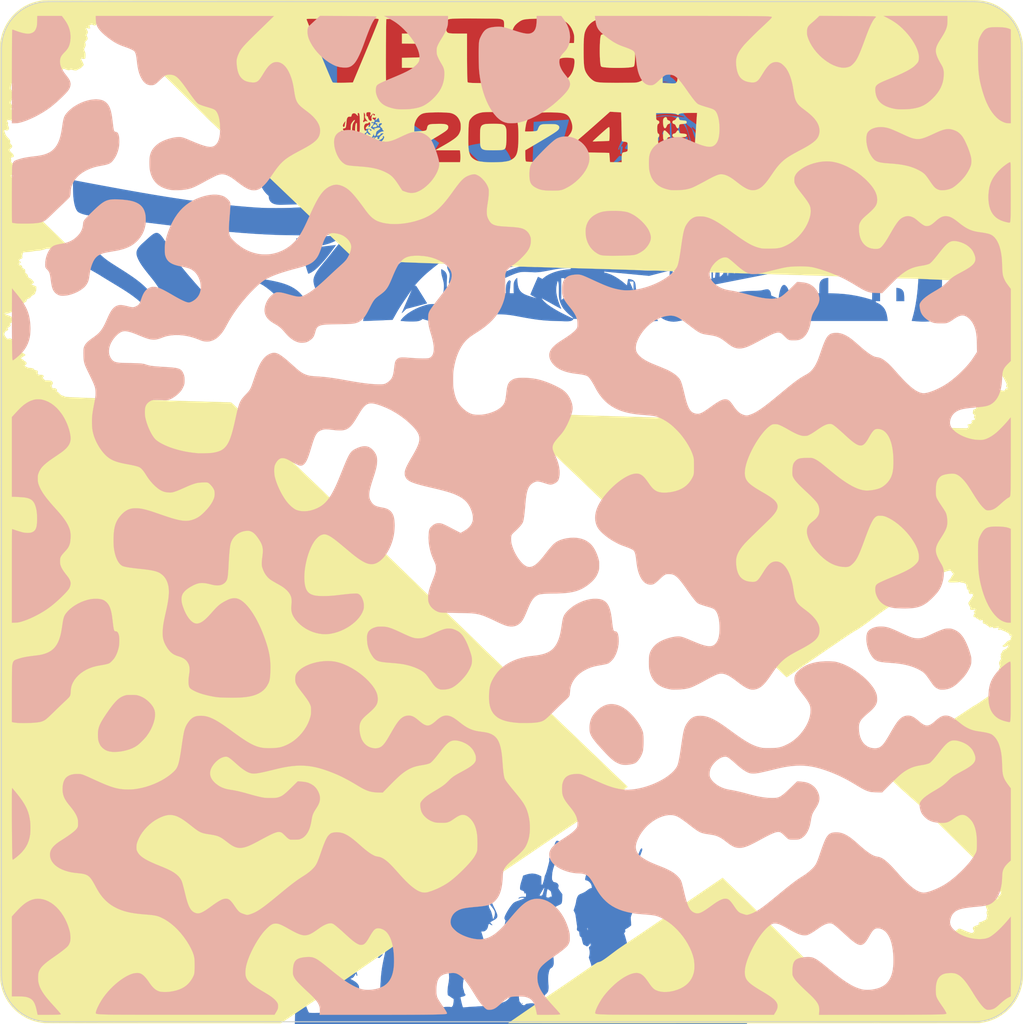
<source format=kicad_pcb>
(kicad_pcb (version 4) (host pcbnew 4.0.7)
  (layers (0 F.Cu signal) (31 B.Cu signal) (34 B.Paste user) (35 F.Paste user) (36 B.SilkS user) (37 F.SilkS user) (38 B.Mask user) (39 F.Mask user) (44 Edge.Cuts user))
  (net 0 "")
  (module LOGO (layer F.Cu) (at 0 0)
    (fp_text reference "G***" hide)
    (fp_text value "LOGO" hide)
    (fp_poly (pts (xy 6.021692 33.419857) (xy 6.053666 33.433419) (xy 6.100557 33.456534) (xy 6.124217 33.479188) (xy 6.132593 33.514619) (xy 6.133629 33.566661) (xy 6.129517 33.619139) (xy 6.117805 33.703675) (xy 6.099433 33.815681) (xy 6.075337 33.950566) (xy 6.046456 34.103741) (xy 6.013728 34.270618) (xy 5.978091 34.446605) (xy 5.940482 34.627113) (xy 5.901840 34.807554) (xy 5.863103 34.983337) (xy 5.825209 35.149873) (xy 5.789095 35.302572) (xy 5.755700 35.436844) (xy 5.736480 35.509909) (xy 5.705573 35.616760) (xy 5.668768 35.732901) (xy 5.631986 35.840000) (xy 5.615420 35.884524) (xy 5.510570 36.205744) (xy 5.442607 36.530349) (xy 5.411851 36.856662) (xy 5.409930 36.953879) (xy 5.409971 37.057007) (xy 5.411522 37.130210) (xy 5.415775 37.181193) (xy 5.423920 37.217658) (xy 5.437150 37.247310) (xy 5.456654 37.277853) (xy 5.461000 37.284150) (xy 5.491524 37.332368) (xy 5.510105 37.369734) (xy 5.512740 37.380277) (xy 5.528605 37.409082) (xy 5.566673 37.437774) (xy 5.612655 37.457062) (xy 5.635808 37.460296) (xy 5.704798 37.470045) (xy 5.787588 37.495142) (xy 5.867144 37.529360) (xy 5.926436 37.566471) (xy 5.926599 37.566608) (xy 5.981572 37.626315) (xy 6.026532 37.699422) (xy 6.053753 37.771812) (xy 6.058370 37.807350) (xy 6.053464 37.855665) (xy 6.041233 37.917855) (xy 6.036614 37.936211) (xy 6.025627 37.997975) (xy 6.024752 38.052882) (xy 6.026851 38.065343) (xy 6.041505 38.095783) (xy 6.074688 38.150500) (xy 6.122521 38.223540) (xy 6.181124 38.308952) (xy 6.235309 38.385175) (xy 6.431772 38.657220) (xy 6.415615 39.016509) (xy 6.407654 39.177041) (xy 6.398304 39.304886) (xy 6.385283 39.404977) (xy 6.366308 39.482247) (xy 6.339097 39.541627) (xy 6.301368 39.588052) (xy 6.250838 39.626452) (xy 6.185224 39.661762) (xy 6.102244 39.698912) (xy 6.099246 39.700200) (xy 6.002004 39.745681) (xy 5.892186 39.802825) (xy 5.788170 39.861897) (xy 5.751172 39.884600) (xy 5.669070 39.935162) (xy 5.588015 39.982805) (xy 5.519653 40.020787) (xy 5.488903 40.036454) (xy 5.417205 40.077587) (xy 5.378744 40.120348) (xy 5.369553 40.172002) (xy 5.382676 40.231041) (xy 5.396669 40.283529) (xy 5.393813 40.321383) (xy 5.372585 40.364337) (xy 5.372350 40.364733) (xy 5.305042 40.480720) (xy 5.259297 40.565963) (xy 5.235079 40.620533) (xy 5.230859 40.638892) (xy 5.234817 40.654466) (xy 5.251442 40.638692) (xy 5.254037 40.635347) (xy 5.268785 40.621712) (xy 5.289581 40.619440) (xy 5.324276 40.630393) (xy 5.380719 40.656437) (xy 5.415554 40.673701) (xy 5.505841 40.723514) (xy 5.592387 40.779552) (xy 5.668692 40.836717) (xy 5.728258 40.889914) (xy 5.764583 40.934047) (xy 5.772443 40.953492) (xy 5.766134 40.984533) (xy 5.734175 41.017684) (xy 5.691517 41.046862) (xy 5.653083 41.071177) (xy 5.628307 41.092162) (xy 5.616910 41.116847) (xy 5.618615 41.152262) (xy 5.633144 41.205438) (xy 5.660219 41.283404) (xy 5.680001 41.338408) (xy 5.718965 41.461524) (xy 5.748604 41.584799) (xy 5.767301 41.698977) (xy 5.773436 41.794801) (xy 5.769072 41.847744) (xy 5.746708 41.904297) (xy 5.698557 41.980340) (xy 5.639278 42.057080) (xy 5.580226 42.132568) (xy 5.523818 42.211493) (xy 5.479417 42.280527) (xy 5.467756 42.301179) (xy 5.413365 42.403442) (xy 5.517193 42.627091) (xy 5.583815 42.773233) (xy 5.633173 42.891272) (xy 5.665125 42.986617) (xy 5.679529 43.064674) (xy 5.676243 43.130849) (xy 5.655124 43.190551) (xy 5.616030 43.249185) (xy 5.558819 43.312159) (xy 5.497601 43.371476) (xy 5.366857 43.494813) (xy 5.382743 43.756036) (xy 5.396471 43.951472) (xy 5.412195 44.121181) (xy 5.429550 44.262190) (xy 5.448170 44.371528) (xy 5.467689 44.446221) (xy 5.467756 44.446409) (xy 5.498084 44.551687) (xy 5.525171 44.682181) (xy 5.548157 44.829098) (xy 5.566181 44.983645) (xy 5.578382 45.137029) (xy 5.583899 45.280458) (xy 5.581873 45.405138) (xy 5.571443 45.502277) (xy 5.571215 45.503494) (xy 5.536806 45.630905) (xy 5.487379 45.734072) (xy 5.425707 45.807767) (xy 5.399851 45.826823) (xy 5.308561 45.887860) (xy 5.242374 45.945170) (xy 5.194700 46.008240) (xy 5.158946 46.086557) (xy 5.128521 46.189607) (xy 5.118154 46.232237) (xy 5.080328 46.409793) (xy 5.053604 46.578059) (xy 5.037593 46.745315) (xy 5.031909 46.919844) (xy 5.036164 47.109926) (xy 5.049972 47.323844) (xy 5.061147 47.450962) (xy 5.073292 47.632345) (xy 5.074840 47.800476) (xy 5.066143 47.949686) (xy 5.047553 48.074303) (xy 5.019423 48.168657) (xy 5.016107 48.176191) (xy 4.951691 48.287457) (xy 4.870098 48.383456) (xy 4.790056 48.447105) (xy 4.725850 48.507960) (xy 4.681888 48.594968) (xy 4.660187 48.701365) (xy 4.662761 48.820383) (xy 4.668266 48.855910) (xy 4.699737 48.976912) (xy 4.749834 49.085418) (xy 4.825175 49.195051) (xy 4.844875 49.219555) (xy 4.893441 49.284779) (xy 4.935531 49.351888) (xy 4.959511 49.400551) (xy 4.989168 49.478066) (xy 5.123954 49.489415) (xy 5.176148 49.492604) (xy 5.260172 49.496263) (xy 5.370233 49.500206) (xy 5.500535 49.504247) (xy 5.645285 49.508199) (xy 5.798689 49.511876) (xy 5.872886 49.513473) (xy 6.041083 49.516894) (xy 6.175873 49.519332) (xy 6.281470 49.520615) (xy 6.362087 49.520572) (xy 6.421937 49.519030) (xy 6.465236 49.515817) (xy 6.496195 49.510762) (xy 6.519030 49.503693) (xy 6.537954 49.494438) (xy 6.552440 49.485757) (xy 6.627760 49.457180) (xy 6.728676 49.445544) (xy 6.847065 49.451094) (xy 6.970888 49.473126) (xy 7.034564 49.485304) (xy 7.123824 49.498198) (xy 7.226690 49.510248) (xy 7.328370 49.519673) (xy 7.404111 49.524767) (xy 7.510651 49.530679) (xy 7.641320 49.537145) (xy 7.789451 49.543899) (xy 7.948375 49.550676) (xy 8.111426 49.557210) (xy 8.271934 49.563238) (xy 8.423232 49.568494) (xy 8.558652 49.572712) (xy 8.671526 49.575628) (xy 8.755185 49.576976) (xy 8.771034 49.577037) (xy 8.854579 49.577037) (xy 8.913986 49.450037) (xy 8.955737 49.374417) (xy 9.013003 49.288136) (xy 9.074890 49.207339) (xy 9.088541 49.191333) (xy 9.179717 49.078358) (xy 9.243594 48.975152) (xy 9.284336 48.870842) (xy 9.306107 48.754552) (xy 9.313069 48.615409) (xy 9.313110 48.604779) (xy 9.313333 48.450965) (xy 9.205827 48.379001) (xy 9.133495 48.324790) (xy 9.081821 48.268933) (xy 9.045074 48.201753) (xy 9.017525 48.113577) (xy 9.000199 48.031822) (xy 8.987713 47.958086) (xy 8.981236 47.892919) (xy 8.981839 47.829672) (xy 8.990595 47.761697) (xy 9.008574 47.682346) (xy 9.036849 47.584971) (xy 9.076492 47.462922) (xy 9.105969 47.375703) (xy 9.147431 47.248246) (xy 9.188698 47.111272) (xy 9.226212 46.977296) (xy 9.256411 46.858833) (xy 9.269237 46.801851) (xy 9.287813 46.708876) (xy 9.301368 46.628070) (xy 9.310699 46.550105) (xy 9.316604 46.465651) (xy 9.319883 46.365380) (xy 9.321331 46.239961) (xy 9.321548 46.190370) (xy 9.321189 46.049662) (xy 9.318181 45.931397) (xy 9.311132 45.827839) (xy 9.298650 45.731249) (xy 9.279343 45.633891) (xy 9.251821 45.528027) (xy 9.214691 45.405920) (xy 9.166561 45.259831) (xy 9.140173 45.181943) (xy 9.024248 44.841442) (xy 9.070013 44.683350) (xy 9.109653 44.486089) (xy 9.115265 44.289991) (xy 9.086841 44.101467) (xy 9.070608 44.043950) (xy 9.044339 43.948145) (xy 9.036934 43.877939) (xy 9.049864 43.825562) (xy 9.084597 43.783246) (xy 9.125540 43.753627) (xy 9.171787 43.721012) (xy 9.193676 43.690303) (xy 9.200158 43.645903) (xy 9.200444 43.623136) (xy 9.195069 43.550696) (xy 9.180874 43.490662) (xy 9.160758 43.452338) (xy 9.144465 43.443407) (xy 9.129680 43.459424) (xy 9.125185 43.487907) (xy 9.109445 43.540498) (xy 9.068217 43.599971) (xy 9.010491 43.658128) (xy 8.945256 43.706772) (xy 8.881502 43.737706) (xy 8.843846 43.744444) (xy 8.798960 43.733443) (xy 8.743344 43.705646) (xy 8.719512 43.689716) (xy 8.659815 43.652439) (xy 8.598681 43.624108) (xy 8.579818 43.618073) (xy 8.541884 43.603755) (xy 8.510208 43.579284) (xy 8.482524 43.539879) (xy 8.456564 43.480758) (xy 8.430063 43.397138) (xy 8.400755 43.284238) (xy 8.379906 43.196259) (xy 8.349437 43.067395) (xy 8.324706 42.970717) (xy 8.303867 42.901552) (xy 8.285074 42.855227) (xy 8.266481 42.827071) (xy 8.246244 42.812411) (xy 8.226138 42.807038) (xy 8.186246 42.791410) (xy 8.155316 42.754463) (xy 8.131560 42.691873) (xy 8.113189 42.599319) (xy 8.101754 42.506538) (xy 8.080962 42.305165) (xy 7.988358 42.255198) (xy 7.918117 42.211174) (xy 7.875565 42.165125) (xy 7.856753 42.107848) (xy 7.857732 42.030138) (xy 7.861928 42.000157) (xy 8.842962 42.000157) (xy 8.853924 42.032647) (xy 8.880557 42.074964) (xy 8.883013 42.078137) (xy 8.915394 42.110988) (xy 8.938691 42.112473) (xy 8.943886 42.108232) (xy 8.953605 42.081197) (xy 8.937187 42.038394) (xy 8.936114 42.036468) (xy 8.906934 41.999844) (xy 8.875139 41.980086) (xy 8.850645 41.981060) (xy 8.842962 42.000157) (xy 7.861928 42.000157) (xy 7.866115 41.970243) (xy 7.873978 41.916245) (xy 7.877843 41.866029) (xy 7.877251 41.811795) (xy 7.871740 41.745749) (xy 7.860848 41.660092) (xy 7.844114 41.547027) (xy 7.839168 41.514888) (xy 7.819755 41.386085) (xy 7.799788 41.248088) (xy 7.781180 41.114490) (xy 7.765849 40.998882) (xy 7.760956 40.959851) (xy 7.743569 40.823432) (xy 7.727783 40.716798) (xy 7.711673 40.632271) (xy 7.693318 40.562172) (xy 7.670794 40.498824) (xy 7.642177 40.434547) (xy 7.616456 40.382861) (xy 7.537911 40.229203) (xy 7.645672 39.895688) (xy 7.685492 39.766784) (xy 7.720576 39.642349) (xy 7.748615 39.531245) (xy 7.749472 39.527164) (xy 12.569017 39.527164) (xy 12.569559 39.570718) (xy 12.576468 39.604483) (xy 12.580839 39.611456) (xy 12.607055 39.623609) (xy 12.622467 39.602003) (xy 12.624740 39.578501) (xy 12.618334 39.521566) (xy 12.601806 39.483382) (xy 12.585098 39.473481) (xy 12.574358 39.489518) (xy 12.569017 39.527164) (xy 7.749472 39.527164) (xy 7.767299 39.442336) (xy 7.772329 39.409642) (xy 7.801641 39.228247) (xy 7.837528 39.091168) (xy 12.532616 39.091168) (xy 12.536230 39.159516) (xy 12.549798 39.202160) (xy 12.553244 39.206311) (xy 12.583730 39.226800) (xy 12.610243 39.215603) (xy 12.632110 39.186555) (xy 12.664224 39.118190) (xy 12.690671 39.028364) (xy 12.707980 38.937587) (xy 13.435117 38.937587) (xy 13.445669 38.969318) (xy 13.453753 38.975606) (xy 13.480712 39.005162) (xy 13.494642 39.055385) (xy 13.495974 39.130936) (xy 13.485138 39.236476) (xy 13.480696 39.267307) (xy 13.468068 39.366908) (xy 13.458602 39.471350) (xy 13.453777 39.563046) (xy 13.453468 39.590950) (xy 13.454344 39.727481) (xy 13.500731 39.638375) (xy 13.525466 39.580957) (xy 13.553847 39.499825) (xy 13.581507 39.408031) (xy 13.595222 39.356153) (xy 13.614542 39.263990) (xy 13.631117 39.157263) (xy 13.644422 39.043504) (xy 13.653930 38.930248) (xy 13.659118 38.825028) (xy 13.659459 38.735377) (xy 13.654429 38.668829) (xy 13.645449 38.635896) (xy 13.631218 38.617308) (xy 13.617152 38.624287) (xy 13.595901 38.661073) (xy 13.593420 38.665923) (xy 13.562856 38.719044) (xy 13.521249 38.783210) (xy 13.497195 38.817483) (xy 13.452019 38.887971) (xy 13.435117 38.937587) (xy 12.707980 38.937587) (xy 12.709675 38.928701) (xy 12.719458 38.830825) (xy 12.718243 38.746361) (xy 12.707394 38.694205) (xy 12.683571 38.665803) (xy 12.651606 38.668804) (xy 12.618880 38.700331) (xy 12.600203 38.735981) (xy 12.572749 38.819523) (xy 12.551751 38.912409) (xy 12.538082 39.005878) (xy 12.532616 39.091168) (xy 7.837528 39.091168) (xy 7.843147 39.069705) (xy 7.900575 38.920206) (xy 7.910035 38.899347) (xy 7.959615 38.805763) (xy 8.014643 38.736033) (xy 8.084720 38.681287) (xy 8.179452 38.632654) (xy 8.215203 38.617484) (xy 8.379097 38.547930) (xy 8.514147 38.485050) (xy 8.627608 38.424893) (xy 8.726735 38.363505) (xy 8.818782 38.296933) (xy 8.852370 38.270299) (xy 8.958580 38.187798) (xy 9.047593 38.127723) (xy 9.128060 38.085155) (xy 9.208632 38.055174) (xy 9.251242 38.043470) (xy 9.330263 38.023797) (xy 9.320093 37.925491) (xy 9.290514 37.768936) (xy 9.233952 37.632131) (xy 9.146071 37.505868) (xy 9.097137 37.452073) (xy 8.989772 37.361477) (xy 8.874604 37.304845) (xy 8.780856 37.282731) (xy 8.720785 37.269716) (xy 8.687599 37.249362) (xy 8.673901 37.225826) (xy 8.668847 37.178886) (xy 8.676081 37.102406) (xy 8.694668 37.002078) (xy 8.723673 36.883592) (xy 8.739403 36.827483) (xy 8.755434 36.767632) (xy 8.765691 36.720297) (xy 8.767703 36.703563) (xy 8.751897 36.682586) (xy 8.710480 36.653238) (xy 8.653080 36.622208) (xy 8.579764 36.582259) (xy 8.531153 36.539971) (xy 8.502441 36.486547) (xy 8.488820 36.413191) (xy 8.485481 36.315476) (xy 8.486174 36.240364) (xy 8.490543 36.192096) (xy 8.502023 36.159885) (xy 8.524050 36.132946) (xy 8.551587 36.107930) (xy 8.601234 36.068099) (xy 8.654084 36.035085) (xy 8.716044 36.006868) (xy 8.793020 35.981428) (xy 8.890918 35.956744) (xy 9.015646 35.930796) (xy 9.134592 35.908519) (xy 9.306544 35.872425) (xy 9.452848 35.831717) (xy 9.570707 35.787492) (xy 9.657324 35.740850) (xy 9.709901 35.692890) (xy 9.718229 35.679200) (xy 9.753364 35.622684) (xy 9.797348 35.587416) (xy 9.863338 35.563627) (xy 9.879217 35.559654) (xy 9.988421 35.546222) (xy 10.080106 35.563999) (xy 10.159225 35.614011) (xy 10.164417 35.618741) (xy 10.202772 35.650520) (xy 10.264597 35.697354) (xy 10.342030 35.753459) (xy 10.427210 35.813052) (xy 10.446536 35.826280) (xy 10.584500 35.926018) (xy 10.694051 36.017484) (xy 10.773362 36.098918) (xy 10.820608 36.168558) (xy 10.831340 36.197201) (xy 10.834274 36.242202) (xy 10.828928 36.306401) (xy 10.821504 36.350420) (xy 10.806072 36.445417) (xy 10.801546 36.536909) (xy 10.808581 36.634804) (xy 10.827832 36.749011) (xy 10.856148 36.873944) (xy 10.877724 36.964882) (xy 10.895494 37.044685) (xy 10.907696 37.105092) (xy 10.912571 37.137839) (xy 10.912592 37.138857) (xy 10.897441 37.167677) (xy 10.856487 37.208505) (xy 10.804407 37.248951) (xy 10.689105 37.339244) (xy 10.603156 37.428410) (xy 10.539324 37.524097) (xy 10.533234 37.535555) (xy 10.509903 37.588164) (xy 10.496371 37.642935) (xy 10.490308 37.712834) (xy 10.489259 37.780148) (xy 10.497589 37.908147) (xy 10.525511 38.012750) (xy 10.577421 38.104986) (xy 10.653169 38.191411) (xy 10.714707 38.243905) (xy 10.783253 38.282919) (xy 10.867987 38.312215) (xy 10.978087 38.335557) (xy 11.022205 38.342694) (xy 11.098415 38.356644) (xy 11.169063 38.375658) (xy 11.239271 38.402510) (xy 11.314161 38.439975) (xy 11.398855 38.490828) (xy 11.498474 38.557843) (xy 11.618140 38.643795) (xy 11.727068 38.724555) (xy 11.815504 38.788484) (xy 11.905470 38.849684) (xy 11.991389 38.904784) (xy 12.067682 38.950414) (xy 12.128771 38.983202) (xy 12.169079 38.999777) (xy 12.182233 38.999639) (xy 12.203874 38.965299) (xy 12.233730 38.905230) (xy 12.268115 38.828455) (xy 12.303341 38.743994) (xy 12.335723 38.660868) (xy 12.361573 38.588099) (xy 12.377204 38.534708) (xy 12.380148 38.515341) (xy 12.369490 38.480800) (xy 12.342946 38.433865) (xy 12.333296 38.420102) (xy 12.308428 38.382477) (xy 12.295841 38.347119) (xy 12.293182 38.301031) (xy 12.298098 38.231214) (xy 12.298440 38.227520) (xy 12.303822 38.158037) (xy 12.302230 38.113949) (xy 12.291083 38.083281) (xy 12.267803 38.054057) (xy 12.259091 38.044849) (xy 12.213543 37.974993) (xy 12.207069 37.954654) (xy 13.153627 37.954654) (xy 13.166677 37.960795) (xy 13.170370 37.958888) (xy 13.185400 37.932681) (xy 13.188897 37.906037) (xy 13.185906 37.879197) (xy 13.174637 37.886707) (xy 13.170370 37.893037) (xy 13.154857 37.928001) (xy 13.153627 37.954654) (xy 12.207069 37.954654) (xy 12.185518 37.886953) (xy 12.179798 37.797952) (xy 12.183417 37.772293) (xy 12.195233 37.732556) (xy 12.218625 37.667373) (xy 12.250194 37.585818) (xy 12.286140 37.497925) (xy 12.325227 37.402436) (xy 12.362184 37.307839) (xy 12.392546 37.225816) (xy 12.410245 37.173370) (xy 12.433930 37.096234) (xy 13.345301 37.096234) (xy 13.348885 37.136837) (xy 13.359379 37.169890) (xy 13.370017 37.169567) (xy 13.380503 37.152926) (xy 13.390550 37.109394) (xy 13.386966 37.068791) (xy 13.376471 37.035739) (xy 13.365834 37.036062) (xy 13.355348 37.052702) (xy 13.345301 37.096234) (xy 12.433930 37.096234) (xy 12.443464 37.065185) (xy 12.634668 37.065185) (xy 12.732356 37.063837) (xy 12.799922 37.056454) (xy 12.844860 37.038026) (xy 12.874662 37.003546) (xy 12.896822 36.948002) (xy 12.916128 36.877037) (xy 12.932409 36.817775) (xy 12.957629 36.731642) (xy 12.989100 36.627555) (xy 13.024137 36.514432) (xy 13.049664 36.433646) (xy 13.085650 36.317420) (xy 13.119563 36.201753) (xy 13.148732 36.096209) (xy 13.170488 36.010347) (xy 13.179640 35.968319) (xy 13.200851 35.877457) (xy 13.229133 35.781869) (xy 13.256154 35.707862) (xy 13.283758 35.635087) (xy 13.295975 35.577074) (xy 13.295817 35.534144) (xy 13.436414 35.534144) (xy 13.439181 35.538183) (xy 13.466703 35.524446) (xy 13.498814 35.501239) (xy 13.509037 35.484078) (xy 13.504782 35.467763) (xy 13.488265 35.476714) (xy 13.460212 35.506293) (xy 13.436414 35.534144) (xy 13.295817 35.534144) (xy 13.295748 35.515721) (xy 13.292562 35.483846) (xy 13.287507 35.415776) (xy 13.292596 35.376477) (xy 13.305174 35.360153) (xy 13.334451 35.351949) (xy 13.391099 35.343668) (xy 13.464886 35.336676) (xy 13.497126 35.334533) (xy 13.663956 35.324814) (xy 13.809557 34.939111) (xy 13.883062 34.746064) (xy 13.945689 34.585833) (xy 13.998843 34.455666) (xy 14.043932 34.352812) (xy 14.082361 34.274520) (xy 14.115538 34.218037) (xy 14.144868 34.180612) (xy 14.171759 34.159494) (xy 14.197618 34.151931) (xy 14.211666 34.152516) (xy 14.238726 34.163561) (xy 14.252595 34.193504) (xy 14.257956 34.237213) (xy 14.256951 34.274858) (xy 14.247953 34.323538) (xy 14.229373 34.388506) (xy 14.199622 34.475017) (xy 14.157111 34.588323) (xy 14.132734 34.651139) (xy 14.062540 34.833593) (xy 14.006634 34.985854) (xy 13.963770 35.112001) (xy 13.932697 35.216113) (xy 13.912170 35.302270) (xy 13.900938 35.374550) (xy 13.897956 35.418479) (xy 13.894740 35.530959) (xy 13.983764 35.587813) (xy 14.038627 35.627358) (xy 14.066003 35.661066) (xy 14.073135 35.694948) (xy 14.065914 35.730360) (xy 14.045896 35.791971) (xy 14.015955 35.871771) (xy 13.978965 35.961748) (xy 13.970000 35.982496) (xy 13.932262 36.070230) (xy 13.900686 36.145945) (xy 13.878043 36.202816) (xy 13.867106 36.234021) (xy 13.866518 36.237229) (xy 13.882955 36.252082) (xy 13.924382 36.269064) (xy 13.946481 36.275495) (xy 14.047386 36.304389) (xy 14.119317 36.332036) (xy 14.170610 36.362085) (xy 14.197679 36.385477) (xy 14.237275 36.437898) (xy 14.241048 36.479694) (xy 14.209367 36.510549) (xy 14.142600 36.530148) (xy 14.041113 36.538178) (xy 14.019243 36.538370) (xy 13.933048 36.543787) (xy 13.834008 36.557914) (xy 13.752357 36.575557) (xy 13.679046 36.593700) (xy 13.615337 36.607076) (xy 13.573770 36.613084) (xy 13.570847 36.613186) (xy 13.542275 36.618399) (xy 13.520178 36.635434) (xy 13.504431 36.667406) (xy 13.494908 36.717427) (xy 13.491485 36.788610) (xy 13.494035 36.884068) (xy 13.502435 37.006915) (xy 13.516559 37.160263) (xy 13.536281 37.347226) (xy 13.539999 37.380924) (xy 13.556742 37.537365) (xy 13.568385 37.659382) (xy 13.575104 37.749811) (xy 13.577076 37.811487) (xy 13.574481 37.847244) (xy 13.569908 37.858506) (xy 13.555756 37.859599) (xy 13.541792 37.830779) (xy 13.526284 37.768364) (xy 13.525342 37.763840) (xy 13.510997 37.703968) (xy 13.497222 37.662254) (xy 13.487965 37.648444) (xy 13.476640 37.665446) (xy 13.462153 37.709951) (xy 13.446641 37.772208) (xy 13.432243 37.842466) (xy 13.421095 37.910973) (xy 13.415335 37.967977) (xy 13.414977 37.981417) (xy 13.424405 38.045568) (xy 13.449637 38.121668) (xy 13.486131 38.201706) (xy 13.529342 38.277672) (xy 13.574727 38.341554) (xy 13.617744 38.385341) (xy 13.652943 38.401037) (xy 13.674760 38.418894) (xy 13.692919 38.468976) (xy 13.707345 38.546049) (xy 13.717959 38.644879) (xy 13.724684 38.760232) (xy 13.727443 38.886874) (xy 13.726159 39.019571) (xy 13.720754 39.153089) (xy 13.711152 39.282195) (xy 13.697275 39.401653) (xy 13.679045 39.506230) (xy 13.669830 39.545392) (xy 13.651135 39.602788) (xy 13.619574 39.684134) (xy 13.579138 39.779736) (xy 13.533817 39.879901) (xy 13.520751 39.907538) (xy 13.475904 40.004856) (xy 13.426099 40.118720) (xy 13.373743 40.243023) (xy 13.321240 40.371656) (xy 13.270999 40.498511) (xy 13.225424 40.617480) (xy 13.186922 40.722453) (xy 13.157899 40.807323) (xy 13.140761 40.865981) (xy 13.138021 40.879163) (xy 13.136065 40.916400) (xy 13.136535 40.984245) (xy 13.139222 41.075770) (xy 13.143918 41.184046) (xy 13.150416 41.302144) (xy 13.151013 41.311904) (xy 13.173974 41.684222) (xy 13.068112 41.780757) (xy 13.006678 41.830300) (xy 12.923724 41.888435) (xy 12.831411 41.946964) (xy 12.763654 41.986020) (xy 12.679829 42.032501) (xy 12.624111 42.065779) (xy 12.591322 42.090205) (xy 12.576282 42.110128) (xy 12.573815 42.129899) (xy 12.576211 42.143485) (xy 12.593377 42.221634) (xy 12.600535 42.273721) (xy 12.596200 42.310336) (xy 12.578885 42.342069) (xy 12.547106 42.379511) (xy 12.542369 42.384759) (xy 12.474653 42.459713) (xy 12.521276 42.596790) (xy 12.578434 42.774940) (xy 12.640830 42.988737) (xy 12.708554 43.238516) (xy 12.781694 43.524611) (xy 12.860339 43.847355) (xy 12.915060 44.079560) (xy 12.950859 44.227848) (xy 12.982751 44.346686) (xy 13.013137 44.443719) (xy 13.044417 44.526593) (xy 13.078992 44.602957) (xy 13.079994 44.605001) (xy 13.160962 44.769851) (xy 13.158236 44.995629) (xy 13.145222 45.221643) (xy 13.111303 45.421190) (xy 13.055427 45.599768) (xy 13.032392 45.654148) (xy 13.003465 45.722103) (xy 12.985721 45.778678) (xy 12.976497 45.837743) (xy 12.973132 45.913165) (xy 12.972814 45.964592) (xy 12.977106 46.067761) (xy 12.991244 46.169543) (xy 13.017124 46.275896) (xy 13.056641 46.392779) (xy 13.111689 46.526149) (xy 13.184165 46.681964) (xy 13.231655 46.778416) (xy 13.285123 46.886057) (xy 13.324034 46.967327) (xy 13.350854 47.029415) (xy 13.368048 47.079510) (xy 13.378082 47.124799) (xy 13.383421 47.172472) (xy 13.386532 47.229716) (xy 13.386543 47.229971) (xy 13.392870 47.301141) (xy 13.406749 47.386274) (xy 13.429111 47.489038) (xy 13.460884 47.613098) (xy 13.502996 47.762124) (xy 13.556377 47.939781) (xy 13.609585 48.110590) (xy 13.654424 48.252810) (xy 13.506471 48.369111) (xy 13.443880 48.420552) (xy 13.394405 48.465477) (xy 13.364470 48.497806) (xy 13.358533 48.509114) (xy 13.368069 48.546736) (xy 13.393679 48.607311) (xy 13.430909 48.682255) (xy 13.475306 48.762983) (xy 13.522416 48.840911) (xy 13.558744 48.895020) (xy 13.636815 48.992336) (xy 13.718416 49.065369) (xy 13.814615 49.122061) (xy 13.936482 49.170352) (xy 13.947758 49.174119) (xy 14.081367 49.230658) (xy 14.183285 49.303106) (xy 14.257420 49.395179) (xy 14.307681 49.510591) (xy 14.310096 49.518584) (xy 14.345625 49.638873) (xy 14.722257 49.628232) (xy 14.862341 49.623597) (xy 14.970442 49.618257) (xy 15.052204 49.611674) (xy 15.113275 49.603312) (xy 15.159300 49.592633) (xy 15.183555 49.584299) (xy 15.208146 49.575985) (xy 15.238348 49.569017) (xy 15.277837 49.563210) (xy 15.330283 49.558382) (xy 15.399361 49.554349) (xy 15.488743 49.550927) (xy 15.602102 49.547933) (xy 15.743112 49.545183) (xy 15.915445 49.542495) (xy 16.060272 49.540503) (xy 16.260542 49.537642) (xy 16.426330 49.534764) (xy 16.560783 49.531724) (xy 16.667048 49.528382) (xy 16.748272 49.524596) (xy 16.807602 49.520224) (xy 16.848186 49.515123) (xy 16.873170 49.509152) (xy 16.884426 49.503342) (xy 16.902991 49.492576) (xy 16.931113 49.486855) (xy 16.975523 49.486118) (xy 17.042956 49.490299) (xy 17.140142 49.499337) (xy 17.154651 49.500798) (xy 17.276997 49.512258) (xy 17.415924 49.523821) (xy 17.551153 49.533858) (xy 17.628719 49.538867) (xy 17.729586 49.544201) (xy 17.800358 49.545883) (xy 17.848438 49.543439) (xy 17.881225 49.536392) (xy 17.906120 49.524268) (xy 17.911504 49.520714) (xy 17.951873 49.474414) (xy 17.985473 49.394898) (xy 18.012597 49.281062) (xy 18.033539 49.131802) (xy 18.043284 49.024456) (xy 18.054724 48.856829) (xy 18.060676 48.723265) (xy 18.061087 48.620590) (xy 18.060873 48.617481) (xy 18.797772 48.617481) (xy 18.808112 48.716259) (xy 18.816176 48.770788) (xy 18.831154 48.852101) (xy 18.851112 48.950406) (xy 18.874120 49.055910) (xy 18.881409 49.087851) (xy 18.904865 49.191019) (xy 18.926132 49.287367) (xy 18.943286 49.367984) (xy 18.954406 49.423956) (xy 18.956493 49.435925) (xy 18.968706 49.506612) (xy 18.982507 49.548442) (xy 19.006095 49.569606) (xy 19.047672 49.578291) (xy 19.102731 49.581947) (xy 19.161393 49.584407) (xy 19.248405 49.586921) (xy 19.354492 49.589273) (xy 19.470376 49.591249) (xy 19.546319 49.592226) (xy 19.873304 49.595851) (xy 19.860053 49.478259) (xy 19.845934 49.388623) (xy 19.822681 49.315331) (xy 19.784453 49.245660) (xy 19.725409 49.166893) (xy 19.706664 49.144235) (xy 19.635212 49.053589) (xy 19.562308 48.951930) (xy 19.494853 48.849628) (xy 19.439748 48.757058) (xy 19.409327 48.697280) (xy 19.373544 48.617481) (xy 18.797772 48.617481) (xy 18.060873 48.617481) (xy 18.055906 48.545633) (xy 18.045079 48.495220) (xy 18.034249 48.473028) (xy 18.000662 48.446557) (xy 17.932981 48.412743) (xy 17.833759 48.372788) (xy 17.780254 48.353392) (xy 17.682254 48.316459) (xy 17.598846 48.280463) (xy 17.537628 48.248899) (xy 17.509226 48.228687) (xy 17.484804 48.191199) (xy 17.453610 48.123856) (xy 17.417774 48.033363) (xy 17.379426 47.926426) (xy 17.340698 47.809751) (xy 17.303720 47.690043) (xy 17.270622 47.574009) (xy 17.243536 47.468354) (xy 17.224592 47.379785) (xy 17.215920 47.315005) (xy 17.215603 47.304575) (xy 17.220135 47.260322) (xy 17.232382 47.190752) (xy 17.250256 47.106879) (xy 17.263839 47.050163) (xy 17.312123 46.857472) (xy 17.148150 46.575662) (xy 17.085313 46.470876) (xy 17.019489 46.366600) (xy 16.956649 46.271937) (xy 16.902767 46.195989) (xy 16.878792 46.165100) (xy 16.800716 46.069000) (xy 16.743288 45.995124) (xy 16.703011 45.936839) (xy 16.676387 45.887508) (xy 16.659917 45.840495) (xy 16.650104 45.789167) (xy 16.643449 45.726886) (xy 16.642580 45.717018) (xy 16.632625 45.632573) (xy 16.618801 45.552543) (xy 16.603819 45.492187) (xy 16.601306 45.484853) (xy 16.572194 45.403301) (xy 16.555558 45.345714) (xy 16.550514 45.300880) (xy 16.556182 45.257584) (xy 16.571680 45.204613) (xy 16.577816 45.186055) (xy 16.607683 45.110711) (xy 16.654160 45.011145) (xy 16.713311 44.894664) (xy 16.781200 44.768571) (xy 16.853893 44.640171) (xy 16.927452 44.516768) (xy 16.997943 44.405668) (xy 16.999730 44.402962) (xy 17.109070 44.245923) (xy 17.226647 44.091707) (xy 17.346783 43.946992) (xy 17.463798 43.818454) (xy 17.572014 43.712770) (xy 17.626270 43.666366) (xy 17.774064 43.560137) (xy 17.937580 43.463622) (xy 18.103791 43.383842) (xy 18.248603 43.331044) (xy 18.317408 43.308073) (xy 18.368743 43.286239) (xy 18.397544 43.268395) (xy 18.398745 43.257393) (xy 18.383184 43.255259) (xy 18.362484 43.245728) (xy 18.368553 43.221936) (xy 18.397252 43.191079) (xy 18.434801 43.165535) (xy 18.488868 43.130695) (xy 18.533655 43.094474) (xy 18.541377 43.086614) (xy 18.563945 43.057994) (xy 18.562544 43.036380) (xy 18.536003 43.004890) (xy 18.535687 43.004553) (xy 18.499262 42.957493) (xy 18.495063 42.929043) (xy 18.522323 42.919710) (xy 18.580278 42.930003) (xy 18.625986 42.944574) (xy 18.666972 42.957970) (xy 18.699414 42.962303) (xy 18.732278 42.954861) (xy 18.774534 42.932931) (xy 18.835150 42.893802) (xy 18.868994 42.871079) (xy 18.928920 42.833553) (xy 18.982660 42.804667) (xy 19.013174 42.792413) (xy 19.049607 42.776189) (xy 19.065538 42.747552) (xy 19.060780 42.701446) (xy 19.035145 42.632818) (xy 19.004889 42.569094) (xy 18.969400 42.494525) (xy 18.940087 42.426718) (xy 18.921718 42.376937) (xy 18.918703 42.365593) (xy 18.891130 42.314693) (xy 18.860101 42.295038) (xy 18.787728 42.279981) (xy 18.699177 42.278470) (xy 18.613074 42.289752) (xy 18.559106 42.307182) (xy 18.499081 42.326423) (xy 18.457118 42.321061) (xy 18.438863 42.292102) (xy 18.438518 42.285705) (xy 18.444262 42.258230) (xy 18.460114 42.202006) (xy 18.484004 42.123885) (xy 18.513862 42.030724) (xy 18.532975 41.972873) (xy 18.572884 41.844814) (xy 18.613752 41.699079) (xy 18.651047 41.552689) (xy 18.680239 41.422667) (xy 18.682762 41.410090) (xy 18.704202 41.307410) (xy 18.725842 41.213867) (xy 18.745643 41.137614) (xy 18.761563 41.086805) (xy 18.766590 41.075036) (xy 18.783582 41.047315) (xy 18.807194 41.021321) (xy 18.842409 40.993799) (xy 18.894207 40.961496) (xy 18.967571 40.921157) (xy 19.067481 40.869527) (xy 19.128108 40.838885) (xy 19.259295 40.767718) (xy 19.358358 40.701958) (xy 19.424412 40.644314) (xy 19.473996 40.595772) (xy 19.511643 40.569044) (xy 19.550288 40.557705) (xy 19.602870 40.555333) (xy 19.603627 40.555333) (xy 19.700794 40.570756) (xy 19.777759 40.617750) (xy 19.831633 40.688550) (xy 19.849632 40.713756) (xy 19.877187 40.735972) (xy 19.920882 40.758590) (xy 19.987302 40.784998) (xy 20.083031 40.818589) (xy 20.086325 40.819710) (xy 20.236506 40.873323) (xy 20.353951 40.921593) (xy 20.442759 40.966888) (xy 20.507024 41.011576) (xy 20.550843 41.058026) (xy 20.575966 41.102766) (xy 20.588854 41.140877) (xy 20.608616 41.208337) (xy 20.633261 41.297925) (xy 20.660795 41.402422) (xy 20.685534 41.499784) (xy 20.734857 41.702150) (xy 20.773275 41.871362) (xy 20.801157 42.010166) (xy 20.818871 42.121309) (xy 20.826786 42.207539) (xy 20.825271 42.271601) (xy 20.814693 42.316244) (xy 20.798433 42.341396) (xy 20.752635 42.363092) (xy 20.673299 42.370940) (xy 20.667840 42.370962) (xy 20.601014 42.374322) (xy 20.561806 42.389599) (xy 20.540430 42.424592) (xy 20.527837 42.482523) (xy 20.517525 42.520937) (xy 20.495829 42.551159) (xy 20.454477 42.581790) (xy 20.404459 42.610834) (xy 20.341423 42.648828) (xy 20.288215 42.686237) (xy 20.258712 42.712558) (xy 20.239208 42.739555) (xy 20.237402 42.763736) (xy 20.254328 42.799539) (xy 20.266410 42.820071) (xy 20.326314 42.910249) (xy 20.381716 42.966948) (xy 20.437987 42.990829) (xy 20.500495 42.982553) (xy 20.574609 42.942779) (xy 20.665698 42.872169) (xy 20.668780 42.869555) (xy 20.757386 42.799236) (xy 20.822846 42.758554) (xy 20.861098 42.747259) (xy 20.877560 42.742389) (xy 20.902965 42.726463) (xy 20.939408 42.697502) (xy 20.988984 42.653529) (xy 21.053788 42.592568) (xy 21.135915 42.512641) (xy 21.237460 42.411771) (xy 21.360517 42.287981) (xy 21.507182 42.139293) (xy 21.531977 42.114079) (xy 21.916149 41.729446) (xy 22.327687 41.329038) (xy 22.762088 40.917081) (xy 23.214845 40.497805) (xy 23.388815 40.340328) (xy 23.650222 40.340328) (xy 23.663203 40.356825) (xy 23.694423 40.352861) (xy 23.732299 40.330921) (xy 23.744296 40.320148) (xy 23.774134 40.282040) (xy 23.780972 40.254283) (xy 23.765648 40.244888) (xy 23.738413 40.256327) (xy 23.701116 40.283184) (xy 23.667287 40.314272) (xy 23.650457 40.338404) (xy 23.650222 40.340328) (xy 23.388815 40.340328) (xy 23.681453 40.075435) (xy 24.101777 39.702943) (xy 24.218299 39.601073) (xy 24.309961 39.521950) (xy 24.379878 39.463155) (xy 24.431164 39.422266) (xy 24.466934 39.396862) (xy 24.490302 39.384524) (xy 24.504383 39.382830) (xy 24.509678 39.385925) (xy 24.508295 39.406906) (xy 24.483429 39.450305) (xy 24.434332 39.517131) (xy 24.360253 39.608394) (xy 24.260443 39.725101) (xy 24.241954 39.746296) (xy 24.143188 39.860400) (xy 24.069777 39.947839) (xy 24.021199 40.009268) (xy 23.996936 40.045346) (xy 23.996129 40.056740) (xy 24.018674 40.049737) (xy 24.053934 40.034869) (xy 24.090772 40.020918) (xy 24.112705 40.020200) (xy 24.118627 40.034380) (xy 24.107432 40.065125) (xy 24.078014 40.114102) (xy 24.029268 40.182975) (xy 23.960087 40.273411) (xy 23.869367 40.387076) (xy 23.756001 40.525637) (xy 23.618883 40.690758) (xy 23.617552 40.692353) (xy 23.515530 40.814411) (xy 23.435168 40.910951) (xy 23.374375 40.985638) (xy 23.331057 41.042138) (xy 23.303123 41.084118) (xy 23.288479 41.115245) (xy 23.285034 41.139184) (xy 23.290695 41.159601) (xy 23.303370 41.180164) (xy 23.320965 41.204538) (xy 23.323310 41.207896) (xy 23.377407 41.286022) (xy 23.377016 41.598011) (xy 23.374706 41.782742) (xy 23.368270 41.930347) (xy 23.357684 42.041102) (xy 23.342925 42.115285) (xy 23.330732 42.144599) (xy 23.314054 42.160884) (xy 23.291217 42.150752) (xy 23.276802 42.138381) (xy 23.255873 42.121701) (xy 23.241722 42.122728) (xy 23.229137 42.147329) (xy 23.212907 42.201369) (xy 23.209277 42.214388) (xy 23.160469 42.360214) (xy 23.100808 42.479436) (xy 23.024655 42.582720) (xy 23.000413 42.609386) (xy 22.942093 42.666528) (xy 22.897442 42.698091) (xy 22.858593 42.709349) (xy 22.850922 42.709629) (xy 22.796202 42.709629) (xy 22.863192 42.648268) (xy 22.925840 42.574041) (xy 22.988032 42.468757) (xy 23.046342 42.338868) (xy 23.085254 42.229851) (xy 23.110812 42.155957) (xy 23.145993 42.061574) (xy 23.185468 41.960743) (xy 23.212242 41.895188) (xy 23.249139 41.805353) (xy 23.272332 41.739727) (xy 23.282480 41.687740) (xy 23.280239 41.638819) (xy 23.266270 41.582393) (xy 23.241230 41.507892) (xy 23.237108 41.496074) (xy 23.212099 41.420111) (xy 23.189477 41.344266) (xy 23.178483 41.302580) (xy 23.159241 41.221975) (xy 23.106252 41.259707) (xy 23.074606 41.286620) (xy 23.021422 41.336745) (xy 22.950854 41.405802) (xy 22.867057 41.489509) (xy 22.774183 41.583584) (xy 22.676388 41.683746) (xy 22.577826 41.785715) (xy 22.482650 41.885208) (xy 22.395015 41.977945) (xy 22.319074 42.059644) (xy 22.258982 42.126024) (xy 22.218893 42.172803) (xy 22.212803 42.180516) (xy 22.163541 42.247569) (xy 22.123043 42.311100) (xy 22.087283 42.379433) (xy 22.052239 42.460887) (xy 22.013884 42.563786) (xy 21.979657 42.662592) (xy 21.947738 42.760308) (xy 21.911831 42.876546) (xy 21.873959 43.004085) (xy 21.836145 43.135707) (xy 21.800414 43.264191) (xy 21.768787 43.382319) (xy 21.743290 43.482870) (xy 21.725944 43.558626) (xy 21.720689 43.586620) (xy 21.716786 43.642021) (xy 21.731072 43.684242) (xy 21.759425 43.722307) (xy 21.796306 43.776810) (xy 21.832623 43.847561) (xy 21.862397 43.920824) (xy 21.879649 43.982862) (xy 21.881734 44.003349) (xy 21.887709 44.064556) (xy 21.907656 44.124271) (xy 21.945222 44.188504) (xy 22.004051 44.263269) (xy 22.087792 44.354577) (xy 22.106581 44.374046) (xy 22.192532 44.463013) (xy 22.256603 44.533498) (xy 22.301987 44.593555) (xy 22.331873 44.651238) (xy 22.349452 44.714601) (xy 22.357915 44.791699) (xy 22.360453 44.890586) (xy 22.360273 45.014444) (xy 22.355403 45.206485) (xy 22.341295 45.370134) (xy 22.316477 45.513820) (xy 22.279477 45.645970) (xy 22.228821 45.775013) (xy 22.226522 45.780159) (xy 22.202860 45.838554) (xy 22.189629 45.882834) (xy 22.189383 45.902322) (xy 22.215405 45.903504) (xy 22.265314 45.885151) (xy 22.333304 45.850848) (xy 22.413573 45.804177) (xy 22.500315 45.748723) (xy 22.587727 45.688068) (xy 22.670003 45.625798) (xy 22.741341 45.565494) (xy 22.754202 45.553593) (xy 22.880669 45.411799) (xy 22.986537 45.247632) (xy 23.048569 45.113894) (xy 23.081121 45.023887) (xy 23.110054 44.930579) (xy 23.135877 44.830408) (xy 23.159097 44.719814) (xy 23.180222 44.595237) (xy 23.199761 44.453117) (xy 23.218221 44.289894) (xy 23.236111 44.102007) (xy 23.253939 43.885897) (xy 23.272213 43.638002) (xy 23.284297 43.462222) (xy 23.300390 43.229070) (xy 23.314917 43.032050) (xy 23.328016 42.869704) (xy 23.339827 42.740572) (xy 23.350491 42.643197) (xy 23.360147 42.576119) (xy 23.368936 42.537881) (xy 23.373897 42.528127) (xy 23.382577 42.539715) (xy 23.396161 42.580258) (xy 23.412670 42.641716) (xy 23.430125 42.716049) (xy 23.446547 42.795217) (xy 23.459958 42.871179) (xy 23.462557 42.888370) (xy 23.473877 42.990805) (xy 23.483018 43.121685) (xy 23.489815 43.271879) (xy 23.494106 43.432257) (xy 23.495727 43.593688) (xy 23.494516 43.747041) (xy 23.490308 43.883186) (xy 23.482941 43.992992) (xy 23.482405 43.998444) (xy 23.455353 44.204366) (xy 23.416065 44.416218) (xy 23.367548 44.619920) (xy 23.312809 44.801391) (xy 23.307941 44.815409) (xy 23.256176 44.946652) (xy 23.187799 45.096521) (xy 23.108685 45.253470) (xy 23.024712 45.405956) (xy 22.941759 45.542435) (xy 22.924019 45.569481) (xy 22.874101 45.643384) (xy 22.830242 45.705233) (xy 22.786084 45.763054) (xy 22.735263 45.824874) (xy 22.671419 45.898720) (xy 22.592495 45.987790) (xy 22.484917 46.108494) (xy 22.569351 46.316349) (xy 22.626402 46.472148) (xy 22.661218 46.610202) (xy 22.673979 46.740353) (xy 22.664862 46.872448) (xy 22.634045 47.016329) (xy 22.584826 47.172913) (xy 22.528211 47.326643) (xy 22.473904 47.450985) (xy 22.416738 47.553429) (xy 22.351542 47.641466) (xy 22.273147 47.722587) (xy 22.176383 47.804281) (xy 22.118749 47.848241) (xy 22.012604 47.922918) (xy 21.911053 47.983674) (xy 21.804080 48.035245) (xy 21.681670 48.082364) (xy 21.533807 48.129766) (xy 21.505333 48.138218) (xy 21.407639 48.168435) (xy 21.314907 48.199737) (xy 21.237536 48.228454) (xy 21.185921 48.250916) (xy 21.185481 48.251143) (xy 21.042496 48.324488) (xy 20.912600 48.390109) (xy 20.799455 48.446223) (xy 20.706724 48.491046) (xy 20.638069 48.522795) (xy 20.597152 48.539687) (xy 20.588111 48.542007) (xy 20.574009 48.559336) (xy 20.566424 48.605613) (xy 20.565224 48.672748) (xy 20.570278 48.752648) (xy 20.581453 48.837226) (xy 20.593912 48.899449) (xy 20.623042 48.998164) (xy 20.663868 49.087555) (xy 20.721660 49.176208) (xy 20.801691 49.272710) (xy 20.864036 49.339467) (xy 21.006740 49.487600) (xy 21.505333 49.475902) (xy 21.676184 49.471556) (xy 21.815149 49.466882) (xy 21.927967 49.461141) (xy 22.020379 49.453595) (xy 22.098125 49.443506) (xy 22.166947 49.430135) (xy 22.232585 49.412745) (xy 22.300778 49.390597) (xy 22.373914 49.364196) (xy 22.550856 49.309517) (xy 22.705317 49.284980) (xy 22.837339 49.290585) (xy 22.946968 49.326331) (xy 22.990844 49.353598) (xy 23.027468 49.377511) (xy 23.069248 49.397273) (xy 23.120116 49.413346) (xy 23.184007 49.426190) (xy 23.264854 49.436266) (xy 23.366591 49.444034) (xy 23.493152 49.449956) (xy 23.648471 49.454492) (xy 23.836481 49.458103) (xy 23.890111 49.458931) (xy 24.515703 49.468233) (xy 24.515703 51.364444) (xy -19.797344 51.364444) (xy -19.786139 51.143370) (xy -19.782086 51.054035) (xy -19.777490 50.937279) (xy -19.772714 50.803301) (xy -19.768120 50.662297) (xy -19.764071 50.524467) (xy -19.763887 50.517777) (xy -19.757693 50.324148) (xy -19.750294 50.162920) (xy -19.741135 50.028869) (xy -19.729660 49.916771) (xy -19.715313 49.821404) (xy -19.697539 49.737545) (xy -19.675781 49.659969) (xy -19.671025 49.645123) (xy -19.629397 49.468468) (xy -19.623447 49.300126) (xy -19.653247 49.136234) (xy -19.682139 49.053356) (xy -19.700511 49.006849) (xy -19.714777 48.965727) (xy -19.717286 48.956148) (xy -18.822021 48.956148) (xy -18.806925 49.135665) (xy -18.767175 49.340483) (xy -18.703307 49.567950) (xy -18.689442 49.610640) (xy -18.655918 49.706468) (xy -18.615938 49.812315) (xy -18.572671 49.920643) (xy -18.529285 50.023913) (xy -18.488952 50.114586) (xy -18.454840 50.185124) (xy -18.430120 50.227988) (xy -18.429560 50.228762) (xy -18.416941 50.241158) (xy -18.396954 50.251883) (xy -18.367398 50.260969) (xy -18.326069 50.268449) (xy -18.270763 50.274356) (xy -18.199280 50.278721) (xy -18.109415 50.281577) (xy -17.998966 50.282956) (xy -17.865730 50.282890) (xy -17.707504 50.281413) (xy -17.522085 50.278555) (xy -17.307271 50.274350) (xy -17.060859 50.268830) (xy -16.780646 50.262026) (xy -16.553832 50.256277) (xy -16.362471 50.251241) (xy -16.205364 50.246472) (xy -16.079147 50.241332) (xy -15.980456 50.235183) (xy -15.905927 50.227387) (xy -15.852194 50.217306) (xy -15.815895 50.204301) (xy -15.793663 50.187735) (xy -15.782136 50.166970) (xy -15.777949 50.141367) (xy -15.777737 50.110288) (xy -15.777760 50.109090) (xy -15.783099 50.062816) (xy -15.800221 50.015980) (xy -15.833690 49.958903) (xy -15.879155 49.894072) (xy -15.926970 49.823922) (xy -15.967187 49.756505) (xy -15.993119 49.703322) (xy -15.997461 49.690642) (xy -16.006152 49.627192) (xy -16.006624 49.540336) (xy -15.999869 49.443156) (xy -15.986882 49.348729) (xy -15.968657 49.270135) (xy -15.964580 49.257776) (xy -15.962922 49.252490) (xy -15.042052 49.252490) (xy -15.041167 49.256761) (xy -15.030446 49.284697) (xy -15.009516 49.340058) (xy -14.981325 49.415017) (xy -14.948826 49.501747) (xy -14.946470 49.508045) (xy -14.882829 49.671304) (xy -14.825760 49.802249) (xy -14.773119 49.905175) (xy -14.722765 49.984376) (xy -14.686349 50.029535) (xy -14.646352 50.078844) (xy -14.617374 50.123683) (xy -14.610364 50.139401) (xy -14.602962 50.156058) (xy -14.588925 50.167185) (xy -14.561686 50.173811) (xy -14.514682 50.176963) (xy -14.441346 50.177667) (xy -14.368547 50.177235) (xy -14.275154 50.175477) (xy -14.191931 50.172093) (xy -14.128141 50.167575) (xy -14.093692 50.162605) (xy -14.055377 50.146300) (xy -14.046329 50.124635) (xy -14.067958 50.094487) (xy -14.121674 50.052738) (xy -14.152762 50.031893) (xy -14.218606 49.987581) (xy -14.270533 49.947914) (xy -14.315224 49.905748) (xy -14.338975 49.877865) (xy -10.225981 49.877865) (xy -10.197891 49.896626) (xy -10.161959 49.882887) (xy -10.124256 49.839112) (xy -10.122165 49.835740) (xy -10.093373 49.783785) (xy -10.086606 49.755920) (xy -10.100785 49.746532) (xy -10.105003 49.746370) (xy -10.132438 49.758874) (xy -10.167939 49.789221) (xy -10.201621 49.826666) (xy -10.223597 49.860464) (xy -10.225981 49.877865) (xy -14.338975 49.877865) (xy -14.359357 49.853938) (xy -14.409612 49.785343) (xy -14.453193 49.721395) (xy -10.618094 49.721395) (xy -10.605356 49.740131) (xy -10.561550 49.746370) (xy -10.511930 49.730545) (xy -10.459193 49.687951) (xy -10.459179 49.687936) (xy -10.417763 49.636958) (xy -10.403236 49.603612) (xy -10.415358 49.590836) (xy -10.453891 49.601571) (xy -10.465741 49.607304) (xy -10.547104 49.653264) (xy -10.598283 49.691867) (xy -10.618094 49.721395) (xy -14.453193 49.721395) (xy -14.472670 49.692817) (xy -14.479885 49.682051) (xy -14.547365 49.573937) (xy -14.590805 49.487526) (xy -14.609643 49.424378) (xy -14.603316 49.386051) (xy -14.589987 49.376481) (xy -14.565950 49.383412) (xy -14.522064 49.408342) (xy -14.468996 49.445032) (xy -14.382756 49.498707) (xy -14.308926 49.520094) (xy -14.242603 49.510317) (xy -14.223195 49.501346) (xy -14.201742 49.482962) (xy -12.615334 49.482962) (xy -12.613842 49.500300) (xy -12.607037 49.501777) (xy -12.587877 49.488119) (xy -12.587112 49.482962) (xy -12.593531 49.464637) (xy -12.595409 49.464148) (xy -12.611472 49.477332) (xy -12.615334 49.482962) (xy -14.201742 49.482962) (xy -14.175355 49.460351) (xy -14.161668 49.405505) (xy -14.177531 49.343395) (xy -14.193464 49.287271) (xy -14.195848 49.237372) (xy -14.194667 49.231235) (xy -14.193519 49.201680) (xy -14.197048 49.195422) (xy -10.308810 49.195422) (xy -10.306555 49.219789) (xy -10.299842 49.229006) (xy -10.288715 49.227508) (xy -10.276144 49.221297) (xy -10.222452 49.201952) (xy -10.154195 49.190172) (xy -10.080647 49.185790) (xy -10.011084 49.188637) (xy -9.954782 49.198547) (xy -9.921016 49.215353) (xy -9.915408 49.227802) (xy -9.925693 49.252006) (xy -9.959848 49.267143) (xy -10.022822 49.274602) (xy -10.087135 49.276000) (xy -10.155729 49.278672) (xy -10.200418 49.289333) (xy -10.234715 49.311950) (xy -10.245981 49.322639) (xy -10.278240 49.365049) (xy -10.282880 49.407627) (xy -10.280161 49.421417) (xy -10.264486 49.468535) (xy -10.249050 49.497225) (xy -10.239645 49.529323) (xy -10.238046 49.582049) (xy -10.239881 49.605007) (xy -10.249361 49.689118) (xy -10.135440 49.684818) (xy -10.021518 49.680518) (xy -10.000489 49.765185) (xy -9.984620 49.814472) (xy -9.968265 49.843267) (xy -9.961545 49.846561) (xy -9.946289 49.828088) (xy -9.927839 49.784906) (xy -9.919018 49.757190) (xy -9.899882 49.700625) (xy -9.878355 49.676371) (xy -9.844572 49.679861) (xy -9.798530 49.701396) (xy -9.725507 49.720573) (xy -9.649356 49.703589) (xy -9.569052 49.650063) (xy -9.514176 49.595533) (xy -9.457034 49.537112) (xy -9.415885 49.506055) (xy -9.392851 49.503676) (xy -9.388593 49.517647) (xy -9.394320 49.542677) (xy -9.409201 49.591681) (xy -9.426271 49.643030) (xy -9.444815 49.701587) (xy -9.455351 49.744338) (xy -9.455953 49.760540) (xy -9.434779 49.761100) (xy -9.388321 49.754257) (xy -9.342900 49.745026) (xy -9.283863 49.734252) (xy -9.240560 49.730862) (xy -9.225495 49.733863) (xy -9.224307 49.759854) (xy -9.244620 49.806984) (xy -9.283225 49.868011) (xy -9.287594 49.874084) (xy -9.318872 49.917131) (xy -9.261014 49.883925) (xy -9.214397 49.862843) (xy -9.172608 49.863474) (xy -9.139041 49.873903) (xy -9.080160 49.886979) (xy -9.010531 49.883801) (xy -8.973056 49.877495) (xy -8.906785 49.869801) (xy -8.817771 49.866238) (xy -8.720718 49.867236) (xy -8.683038 49.869003) (xy -8.598648 49.872152) (xy -8.528654 49.871322) (xy -8.482040 49.866781) (xy -8.469373 49.862633) (xy -8.453219 49.833817) (xy -8.437717 49.774350) (xy -8.423395 49.691209) (xy -8.410779 49.591373) (xy -8.400396 49.481820) (xy -8.392773 49.369528) (xy -8.388437 49.261475) (xy -8.387915 49.164639) (xy -8.391733 49.085999) (xy -8.400419 49.032531) (xy -8.405688 49.019184) (xy -8.429438 48.993376) (xy -8.471664 48.976804) (xy -8.538100 48.965999) (xy -8.602476 48.956315) (xy -8.653735 48.944655) (xy -8.674856 48.936595) (xy -8.687149 48.909753) (xy -8.695739 48.849088) (xy -8.700576 48.758230) (xy -8.701613 48.640809) (xy -8.698799 48.500454) (xy -8.692086 48.340795) (xy -8.684618 48.212962) (xy -8.678130 48.075887) (xy -8.678862 47.956602) (xy -8.687426 47.835850) (xy -8.700047 47.727408) (xy -8.711354 47.627230) (xy -8.722983 47.501273) (xy -8.733986 47.361366) (xy -8.743417 47.219337) (xy -8.749014 47.115927) (xy -8.758568 46.948136) (xy -8.771210 46.804006) (xy -8.788946 46.675899) (xy -8.813784 46.556179) (xy -8.847731 46.437210) (xy -8.892795 46.311356) (xy -8.950984 46.170979) (xy -9.024305 46.008445) (xy -9.060635 45.930588) (xy -9.169412 45.699029) (xy -9.257656 45.949403) (xy -9.303579 46.077599) (xy -9.350220 46.203068) (xy -9.400310 46.332708) (xy -9.456580 46.473416) (xy -9.521761 46.632090) (xy -9.598584 46.815627) (xy -9.630813 46.891945) (xy -9.810053 47.350643) (xy -9.962887 47.817178) (xy -9.994477 47.913088) (xy -10.035476 48.023904) (xy -10.078764 48.130723) (xy -10.094622 48.166979) (xy -10.139461 48.270061) (xy -10.174382 48.360295) (xy -10.201721 48.446769) (xy -10.223817 48.538569) (xy -10.243006 48.644783) (xy -10.261627 48.774499) (xy -10.272292 48.857705) (xy -10.288346 48.987045) (xy -10.299752 49.083487) (xy -10.306557 49.151467) (xy -10.308810 49.195422) (xy -14.197048 49.195422) (xy -14.210185 49.172127) (xy -14.250453 49.134113) (xy -14.274312 49.114763) (xy -14.284102 49.106666) (xy -11.796889 49.106666) (xy -11.790005 49.122153) (xy -11.784346 49.119209) (xy -11.782094 49.096881) (xy -11.784346 49.094123) (xy -11.795532 49.096706) (xy -11.796889 49.106666) (xy -14.284102 49.106666) (xy -14.349512 49.052573) (xy -14.394217 49.008285) (xy -14.409467 48.979266) (xy -14.396300 48.962884) (xy -14.355755 48.956506) (xy -14.336889 48.956148) (xy -14.289757 48.952345) (xy -14.263546 48.942846) (xy -14.261630 48.939007) (xy -14.267932 48.913432) (xy -14.284289 48.864473) (xy -14.302596 48.814817) (xy -14.343561 48.707768) (xy -14.373151 48.770810) (xy -14.388757 48.797520) (xy -14.412680 48.825227) (xy -14.448764 48.856661) (xy -14.500854 48.894550) (xy -14.572793 48.941622) (xy -14.668426 49.000605) (xy -14.791598 49.074227) (xy -14.845800 49.106243) (xy -14.937045 49.161628) (xy -14.997953 49.202757) (xy -15.031847 49.232191) (xy -15.042052 49.252490) (xy -15.962922 49.252490) (xy -15.945689 49.197581) (xy -15.932721 49.144294) (xy -15.930990 49.133790) (xy -15.913050 49.093193) (xy -15.875640 49.047540) (xy -15.860268 49.033543) (xy -15.795758 48.979688) (xy -15.889472 48.967201) (xy -15.933776 48.962091) (xy -16.009321 48.954257) (xy -16.109866 48.944307) (xy -16.229172 48.932852) (xy -16.360998 48.920499) (xy -16.473008 48.910225) (xy -16.633443 48.895161) (xy -16.762012 48.881795) (xy -16.864390 48.869285) (xy -16.946254 48.856793) (xy -17.013281 48.843479) (xy -17.071149 48.828503) (xy -17.111649 48.815778) (xy -17.244427 48.764472) (xy -17.397628 48.693881) (xy -17.562505 48.608492) (xy -17.730314 48.512797) (xy -17.865456 48.428822) (xy -17.944355 48.379237) (xy -18.013841 48.338336) (xy -18.066897 48.310056) (xy -18.096510 48.298336) (xy -18.098086 48.298228) (xy -18.136239 48.309563) (xy -18.164597 48.326450) (xy -18.211997 48.348760) (xy -18.244560 48.354074) (xy -18.278251 48.345006) (xy -18.287977 48.311338) (xy -18.288000 48.308480) (xy -18.305763 48.243573) (xy -18.355405 48.188114) (xy -18.431460 48.146952) (xy -18.488075 48.131018) (xy -18.547064 48.120743) (xy -18.589382 48.116315) (xy -18.603593 48.117765) (xy -18.608194 48.139040) (xy -18.613449 48.188863) (xy -18.618485 48.258184) (xy -18.620369 48.291802) (xy -18.626012 48.390057) (xy -18.632909 48.459774) (xy -18.643774 48.510013) (xy -18.661322 48.549837) (xy -18.688268 48.588307) (xy -18.720741 48.626888) (xy -18.768650 48.687142) (xy -18.799138 48.742000) (xy -18.815736 48.802938) (xy -18.821975 48.881436) (xy -18.822021 48.956148) (xy -19.717286 48.956148) (xy -19.725687 48.924089) (xy -19.733990 48.876034) (xy -19.740437 48.815658) (xy -19.745776 48.737061) (xy -19.750759 48.634340) (xy -19.756134 48.501594) (xy -19.757838 48.457555) (xy -19.761278 48.345245) (xy -19.764274 48.201384) (xy -19.766773 48.032052) (xy -19.768723 47.843326) (xy -19.770071 47.641283) (xy -19.770764 47.432002) (xy -19.770750 47.221559) (xy -19.770108 47.039527) (xy -19.764963 46.073055) (xy -19.670889 46.035533) (xy -19.613496 46.015460) (xy -19.531475 45.990372) (xy -19.436844 45.963815) (xy -19.362100 45.944386) (xy -19.276495 45.922088) (xy -19.204378 45.901579) (xy -19.153591 45.885206) (xy -19.132254 45.875630) (xy -19.120645 45.850891) (xy -19.104361 45.800064) (xy -19.086795 45.733818) (xy -19.085658 45.729102) (xy -19.038077 45.540212) (xy -18.991850 45.380945) (xy -18.943562 45.243594) (xy -18.889802 45.120457) (xy -18.827157 45.003828) (xy -18.752212 44.886003) (xy -18.661557 44.759277) (xy -18.648078 44.741265) (xy -18.506819 44.566456) (xy -18.365562 44.420225) (xy -18.215693 44.294521) (xy -18.049214 44.181673) (xy -17.970118 44.131057) (xy -17.900076 44.082557) (xy -17.847160 44.041992) (xy -17.820807 44.017024) (xy -17.798000 43.973568) (xy -17.776193 43.908283) (xy -17.762629 43.848283) (xy -17.744810 43.767057) (xy -17.721155 43.685619) (xy -17.703950 43.639116) (xy -17.666468 43.551675) (xy -17.710877 43.455208) (xy -17.737190 43.404715) (xy -17.779368 43.331416) (xy -17.832357 43.243781) (xy -17.891100 43.150283) (xy -17.914420 43.114148) (xy -17.981702 43.009398) (xy -18.060198 42.885072) (xy -18.141913 42.753954) (xy -18.218854 42.628824) (xy -18.249760 42.577925) (xy -18.306981 42.483584) (xy -18.357991 42.400166) (xy -18.365709 42.387676) (xy -18.093965 42.387676) (xy -18.073704 42.420214) (xy -18.026877 42.466912) (xy -17.969333 42.515094) (xy -17.933379 42.536761) (xy -17.915456 42.533386) (xy -17.911704 42.514639) (xy -17.925774 42.482089) (xy -17.960363 42.441120) (xy -18.004036 42.403193) (xy -18.045359 42.379766) (xy -18.046727 42.379316) (xy -18.085140 42.373305) (xy -18.093965 42.387676) (xy -18.365709 42.387676) (xy -18.399422 42.333124) (xy -18.427904 42.287913) (xy -18.439736 42.270336) (xy -18.459854 42.273752) (xy -18.503743 42.295304) (xy -18.564537 42.331279) (xy -18.622373 42.369065) (xy -18.753784 42.453411) (xy -18.868100 42.516748) (xy -18.962308 42.557643) (xy -19.033397 42.574666) (xy -19.054471 42.574494) (xy -19.091316 42.564030) (xy -19.107912 42.535977) (xy -19.112495 42.505296) (xy -19.112782 42.475255) (xy -19.104301 42.447029) (xy -19.082551 42.414083) (xy -19.043032 42.369884) (xy -18.981244 42.307900) (xy -18.966681 42.293637) (xy -18.898497 42.225277) (xy -18.850926 42.169296) (xy -18.822508 42.117758) (xy -18.814452 42.076417) (xy -17.548171 42.076417) (xy -17.545450 42.095621) (xy -17.520813 42.122801) (xy -17.485639 42.148394) (xy -17.451304 42.162837) (xy -17.444470 42.163581) (xy -17.426317 42.150794) (xy -17.427163 42.140481) (xy -17.448278 42.113866) (xy -17.485304 42.089159) (xy -17.523551 42.074136) (xy -17.548171 42.076417) (xy -18.814452 42.076417) (xy -18.811785 42.062731) (xy -18.817296 41.996281) (xy -18.837582 41.910474) (xy -18.871184 41.797376) (xy -18.873816 41.788819) (xy -18.901068 41.688419) (xy -18.925127 41.578662) (xy -18.941914 41.478824) (xy -18.945111 41.451856) (xy -18.957242 41.359868) (xy -18.974524 41.297518) (xy -19.001586 41.256817) (xy -19.043059 41.229777) (xy -19.082414 41.214934) (xy -19.125932 41.192477) (xy -19.162569 41.151077) (xy -19.194284 41.095206) (xy -19.232057 41.025397) (xy -19.255968 40.988129) (xy -18.659444 40.988129) (xy -18.641508 41.010620) (xy -18.625557 41.016296) (xy -18.608205 41.002103) (xy -18.607852 40.998591) (xy -18.620351 40.974844) (xy -18.644895 40.962342) (xy -18.658025 40.966123) (xy -18.659444 40.988129) (xy -19.255968 40.988129) (xy -19.273651 40.960569) (xy -19.324640 40.893535) (xy -19.390596 40.817111) (xy -19.477093 40.724108) (xy -19.503521 40.696444) (xy -19.593020 40.601423) (xy -19.658737 40.526298) (xy -19.704230 40.465110) (xy -19.733056 40.411898) (xy -19.748775 40.360703) (xy -19.754942 40.305564) (xy -19.755556 40.274248) (xy -19.749126 40.188302) (xy -19.730698 40.137828) (xy -19.701569 40.123093) (xy -19.663033 40.144367) (xy -19.616386 40.201916) (xy -19.592627 40.240531) (xy -19.534369 40.333750) (xy -19.464567 40.432710) (xy -19.387496 40.532604) (xy -19.307431 40.628626) (xy -19.228649 40.715969) (xy -19.155425 40.789827) (xy -19.092034 40.845392) (xy -19.042751 40.877858) (xy -19.020002 40.884297) (xy -18.982127 40.880363) (xy -18.918386 40.870064) (xy -18.839641 40.855241) (xy -18.797848 40.846668) (xy -18.714389 40.830217) (xy -18.639200 40.817467) (xy -18.583727 40.810270) (xy -18.567367 40.809333) (xy -18.535380 40.811716) (xy -18.519589 40.825397) (xy -18.514294 40.860169) (xy -18.513778 40.901394) (xy -18.509123 40.965077) (xy -18.489687 40.999932) (xy -18.447270 41.014180) (xy -18.399146 41.016296) (xy -18.320775 41.031359) (xy -18.228810 41.073981) (xy -18.130374 41.140311) (xy -18.061289 41.198920) (xy -17.994969 41.264418) (xy -17.920220 41.344996) (xy -17.841075 41.435550) (xy -17.761565 41.530972) (xy -17.685723 41.626157) (xy -17.617580 41.715998) (xy -17.561170 41.795390) (xy -17.520523 41.859225) (xy -17.499673 41.902398) (xy -17.497778 41.912539) (xy -17.493325 41.931559) (xy -17.476169 41.935256) (xy -17.440613 41.922168) (xy -17.380961 41.890834) (xy -17.353970 41.875646) (xy -17.243778 41.813070) (xy -17.097319 41.941498) (xy -17.033498 41.995161) (xy -16.977770 42.037819) (xy -16.937432 42.064117) (xy -16.922348 42.069925) (xy -16.874465 42.058121) (xy -16.820054 42.029540) (xy -16.776862 41.994434) (xy -16.766038 41.979658) (xy -16.756365 41.947255) (xy -16.744918 41.887324) (xy -16.738924 41.846837) (xy -16.651112 41.846837) (xy -16.651112 41.888337) (xy -16.602956 41.843097) (xy -16.576586 41.811977) (xy -16.572709 41.792658) (xy -16.575354 41.791005) (xy -16.618274 41.792899) (xy -16.646531 41.822794) (xy -16.651112 41.846837) (xy -16.738924 41.846837) (xy -16.733440 41.809800) (xy -16.727271 41.759026) (xy -16.708672 41.629615) (xy -16.682202 41.531543) (xy -16.642626 41.458611) (xy -16.584708 41.404622) (xy -16.503213 41.363375) (xy -16.392907 41.328674) (xy -16.355807 41.319203) (xy -16.231208 41.288073) (xy -16.138609 41.263719) (xy -16.073353 41.244416) (xy -16.030781 41.228437) (xy -16.006238 41.214057) (xy -15.995066 41.199552) (xy -15.992593 41.184638) (xy -15.977913 41.149920) (xy -15.932514 41.126440) (xy -15.854363 41.113532) (xy -15.765170 41.110370) (xy -15.694416 41.111650) (xy -15.647505 41.118633) (xy -15.610667 41.136031) (xy -15.570127 41.168557) (xy -15.554728 41.182382) (xy -15.512337 41.218263) (xy -15.446749 41.270742) (xy -15.365146 41.334208) (xy -15.274710 41.403051) (xy -15.217231 41.446063) (xy -15.081367 41.550377) (xy -14.978440 41.636967) (xy -14.908281 41.705993) (xy -14.870720 41.757617) (xy -14.863704 41.782188) (xy -14.874582 41.807392) (xy -14.902047 41.848783) (xy -14.917486 41.869020) (xy -14.971268 41.936695) (xy -14.938074 42.036236) (xy -14.911532 42.132576) (xy -14.885431 42.258362) (xy -14.861138 42.405420) (xy -14.840020 42.565579) (xy -14.824999 42.712559) (xy -14.816631 42.824571) (xy -14.814388 42.909615) (xy -14.818629 42.977905) (xy -14.829709 43.039658) (xy -14.837499 43.069749) (xy -14.858601 43.092093) (xy -14.904932 43.119423) (xy -14.957811 43.142382) (xy -15.019507 43.167870) (xy -15.067528 43.192109) (xy -15.088790 43.207388) (xy -15.113793 43.259602) (xy -15.119436 43.321219) (xy -15.104314 43.373381) (xy -15.101455 43.377555) (xy -15.080350 43.401551) (xy -15.059180 43.403896) (xy -15.022827 43.385426) (xy -15.017317 43.382198) (xy -14.976952 43.362257) (xy -14.944167 43.358370) (xy -14.915153 43.374377) (xy -14.886102 43.414115) (xy -14.853206 43.481422) (xy -14.812655 43.580138) (xy -14.807231 43.593925) (xy -14.758445 43.711730) (xy -14.712943 43.802387) (xy -14.663836 43.874973) (xy -14.604233 43.938569) (xy -14.527246 44.002255) (xy -14.460402 44.050985) (xy -14.375335 44.113560) (xy -14.291212 44.179560) (xy -14.218807 44.240315) (xy -14.176032 44.279843) (xy -14.110486 44.350750) (xy -14.062210 44.418786) (xy -14.027892 44.492522) (xy -14.004221 44.580527) (xy -13.987887 44.691372) (xy -13.978793 44.790358) (xy -13.970080 44.889806) (xy -13.960267 44.982601) (xy -13.950538 45.058556) (xy -13.942076 45.107485) (xy -13.941833 45.108518) (xy -13.927147 45.185647) (xy -13.925580 45.252038) (xy -13.939228 45.318324) (xy -13.970189 45.395138) (xy -14.016011 45.484700) (xy -14.109058 45.657303) (xy -14.027006 45.725890) (xy -13.967925 45.786276) (xy -13.927912 45.849032) (xy -13.921976 45.864102) (xy -13.904522 45.911020) (xy -13.876077 45.981136) (xy -13.841203 46.063384) (xy -13.817906 46.116623) (xy -13.766231 46.241398) (xy -13.725558 46.356318) (xy -13.696756 46.457188) (xy -13.680693 46.539813) (xy -13.678237 46.599998) (xy -13.690256 46.633548) (xy -13.709878 46.638601) (xy -13.736175 46.614529) (xy -13.758910 46.553101) (xy -13.763939 46.532361) (xy -13.782950 46.459218) (xy -13.801386 46.421956) (xy -13.822945 46.420314) (xy -13.851323 46.454030) (xy -13.890219 46.522842) (xy -13.890509 46.523394) (xy -13.954224 46.637721) (xy -14.011163 46.722892) (xy -14.066738 46.785354) (xy -14.126362 46.831554) (xy -14.169527 46.855754) (xy -14.232067 46.883077) (xy -14.288067 46.901084) (xy -14.315277 46.905333) (xy -14.347086 46.907453) (xy -14.346926 46.920199) (xy -14.328473 46.941867) (xy -14.297200 46.966735) (xy -14.241930 47.001930) (xy -14.172516 47.041346) (xy -14.142113 47.057381) (xy -13.947074 47.169693) (xy -13.784791 47.288436) (xy -13.656722 47.412339) (xy -13.564327 47.540132) (xy -13.544128 47.578327) (xy -13.516452 47.657001) (xy -13.497608 47.752845) (xy -13.489587 47.849975) (xy -13.494377 47.932506) (xy -13.497741 47.948726) (xy -13.530816 48.014981) (xy -13.599264 48.092100) (xy -13.702586 48.179576) (xy -13.779277 48.235541) (xy -13.924606 48.338989) (xy -14.043897 48.428206) (xy -14.135709 48.502017) (xy -14.198606 48.559247) (xy -14.231148 48.598721) (xy -14.235052 48.607927) (xy -14.233419 48.637400) (xy -14.214672 48.680970) (xy -14.176175 48.743639) (xy -14.124980 48.817021) (xy -14.071598 48.887757) (xy -14.021611 48.948039) (xy -13.981482 48.990391) (xy -13.961589 49.005971) (xy -13.903033 49.016875) (xy -13.835270 49.002569) (xy -13.773538 48.966452) (xy -13.769852 48.963209) (xy -13.746290 48.921184) (xy -13.734659 48.858414) (xy -13.735226 48.789928) (xy -13.748260 48.730758) (xy -13.765207 48.702666) (xy -13.785015 48.677206) (xy -13.778308 48.654386) (xy -13.762932 48.636179) (xy -13.720019 48.603944) (xy -13.662865 48.578522) (xy -13.607216 48.565588) (xy -13.574113 48.568138) (xy -13.549700 48.593142) (xy -13.554984 48.638827) (xy -13.584226 48.696989) (xy -13.613571 48.750379) (xy -13.619302 48.779926) (xy -13.598634 48.787620) (xy -13.548785 48.775450) (xy -13.499201 48.757749) (xy -13.429924 48.734152) (xy -13.368475 48.717503) (xy -13.329867 48.711555) (xy -13.292291 48.703170) (xy -13.284637 48.683181) (xy -13.302774 48.664573) (xy -13.052629 48.664573) (xy -13.034693 48.687064) (xy -13.018742 48.692740) (xy -13.001390 48.678548) (xy -13.001038 48.675036) (xy -13.013536 48.651288) (xy -13.038080 48.638786) (xy -13.051210 48.642567) (xy -13.052629 48.664573) (xy -13.302774 48.664573) (xy -13.303970 48.663347) (xy -13.315865 48.637105) (xy -13.313994 48.597114) (xy -13.311900 48.555186) (xy -13.321506 48.532433) (xy -13.326459 48.523407) (xy -13.132741 48.523407) (xy -13.117427 48.539919) (xy -13.103409 48.542222) (xy -13.083934 48.533100) (xy -13.085704 48.523407) (xy -13.109758 48.505310) (xy -13.115037 48.504592) (xy -13.132234 48.518943) (xy -13.132741 48.523407) (xy -13.326459 48.523407) (xy -13.335553 48.506839) (xy -13.339704 48.474983) (xy -13.322620 48.430713) (xy -13.278210 48.391376) (xy -13.216736 48.363651) (xy -13.154046 48.354144) (xy -13.089148 48.371415) (xy -13.026020 48.417982) (xy -12.970791 48.485766) (xy -12.929589 48.566686) (xy -12.908544 48.652663) (xy -12.907068 48.679740) (xy -12.902371 48.701981) (xy -12.887038 48.698676) (xy -12.858889 48.667724) (xy -12.815746 48.607025) (xy -12.787848 48.564829) (xy -12.743278 48.499676) (xy -12.700868 48.443210) (xy -12.668797 48.406233) (xy -12.665229 48.402898) (xy -12.634973 48.360815) (xy -12.624741 48.321698) (xy -12.616674 48.270431) (xy -12.596896 48.226778) (xy -12.572045 48.204312) (xy -12.566966 48.203555) (xy -12.549234 48.219352) (xy -12.525218 48.259549) (xy -12.512194 48.287424) (xy -12.476244 48.371293) (xy -12.389547 48.341752) (xy -12.337337 48.326451) (xy -12.301337 48.320519) (xy -12.292938 48.322124) (xy -12.292463 48.347519) (xy -12.319066 48.390246) (xy -12.369364 48.445541) (xy -12.402680 48.476715) (xy -12.478178 48.550809) (xy -12.524655 48.614110) (xy -12.546394 48.673337) (xy -12.549358 48.706851) (xy -12.546850 48.748498) (xy -12.540576 48.767831) (xy -12.539860 48.768000) (xy -12.519620 48.761383) (xy -12.471783 48.743393) (xy -12.403614 48.716819) (xy -12.326651 48.686166) (xy -12.204828 48.638264) (xy -12.115556 48.606123) (xy -12.057152 48.589884) (xy -12.027932 48.589689) (xy -12.026213 48.605680) (xy -12.050311 48.637996) (xy -12.098544 48.686780) (xy -12.116563 48.703802) (xy -12.167758 48.756192) (xy -12.220315 48.817263) (xy -12.267874 48.878666) (xy -12.304077 48.932053) (xy -12.322564 48.969074) (xy -12.323704 48.975741) (xy -12.306869 48.985326) (xy -12.264030 48.994975) (xy -12.234334 48.999130) (xy -12.163510 49.001136) (xy -12.108314 48.985390) (xy -12.085092 48.972609) (xy -12.027046 48.927093) (xy -11.955244 48.855670) (xy -11.874873 48.764950) (xy -11.791119 48.661538) (xy -11.709169 48.552044) (xy -11.634209 48.443075) (xy -11.571427 48.341239) (xy -11.534026 48.270546) (xy -11.507216 48.210961) (xy -11.484629 48.151370) (xy -11.465597 48.087329) (xy -11.449452 48.014390) (xy -11.435525 47.928110) (xy -11.423151 47.824042) (xy -11.411659 47.697742) (xy -11.400384 47.544763) (xy -11.388657 47.360661) (xy -11.382959 47.264853) (xy -11.366999 47.007463) (xy -11.350279 46.773101) (xy -11.331971 46.556087) (xy -11.311248 46.350741) (xy -11.287282 46.151383) (xy -11.259246 45.952333) (xy -11.226312 45.747910) (xy -11.187653 45.532436) (xy -11.142441 45.300228) (xy -11.089849 45.045609) (xy -11.029050 44.762896) (xy -10.997542 44.619333) (xy -10.969333 44.490364) (xy -10.944045 44.372686) (xy -10.922772 44.271551) (xy -10.906605 44.192214) (xy -10.896638 44.139926) (xy -10.893855 44.120740) (xy -10.908059 44.094160) (xy -10.944642 44.055421) (xy -10.994682 44.011595) (xy -11.049256 43.969757) (xy -11.099445 43.936980) (xy -11.136326 43.920340) (xy -11.146778 43.920197) (xy -11.172177 43.945391) (xy -11.191233 44.000277) (xy -11.204258 44.086823) (xy -11.211569 44.206998) (xy -11.213525 44.337552) (xy -11.213630 44.601401) (xy -11.361735 44.748637) (xy -11.509839 44.895873) (xy -11.644295 44.852568) (xy -11.753217 44.808580) (xy -11.842330 44.754794) (xy -11.905073 44.695782) (xy -11.929862 44.653626) (xy -11.935671 44.623527) (xy -11.943478 44.561162) (xy -11.951960 44.479582) (xy -11.586391 44.479582) (xy -11.566166 44.518378) (xy -11.540142 44.544972) (xy -11.492097 44.582911) (xy -11.461297 44.588858) (xy -11.444810 44.561275) (xy -11.439702 44.498627) (xy -11.439696 44.492333) (xy -11.443485 44.412677) (xy -11.455600 44.367989) (xy -11.478020 44.356145) (xy -11.512725 44.375024) (xy -11.532591 44.392702) (xy -11.575361 44.440957) (xy -11.586391 44.479582) (xy -11.951960 44.479582) (xy -11.952769 44.471810) (xy -11.963034 44.360750) (xy -11.973761 44.233262) (xy -11.984439 44.094625) (xy -11.985683 44.077625) (xy -12.001661 43.867074) (xy -12.016873 43.687879) (xy -12.032057 43.533798) (xy -12.034942 43.509259) (xy -11.138371 43.509259) (xy -11.128211 43.534297) (xy -11.119556 43.537481) (xy -11.102864 43.522242) (xy -11.100741 43.509259) (xy -11.110901 43.484221) (xy -11.119556 43.481037) (xy -11.136248 43.496276) (xy -11.138371 43.509259) (xy -12.034942 43.509259) (xy -12.047955 43.398588) (xy -12.065308 43.276005) (xy -12.084858 43.159807) (xy -12.092914 43.118226) (xy -10.930856 43.118226) (xy -10.930305 43.170592) (xy -10.875573 43.110447) (xy -10.834948 43.053826) (xy -10.804977 42.991363) (xy -10.801571 42.980509) (xy -10.790265 42.918467) (xy -10.799460 42.885757) (xy -10.819312 42.878962) (xy -10.839111 42.895084) (xy -10.865085 42.936144) (xy -10.892125 42.991180) (xy -10.915122 43.049232) (xy -10.928966 43.099341) (xy -10.930856 43.118226) (xy -12.092914 43.118226) (xy -12.107344 43.043750) (xy -12.109796 43.031846) (xy -12.124520 42.945813) (xy -12.130221 42.865383) (xy -12.125650 42.784336) (xy -12.109557 42.696454) (xy -12.089433 42.626073) (xy -10.592741 42.626073) (xy -10.583620 42.645547) (xy -10.573926 42.643777) (xy -10.555829 42.619723) (xy -10.555112 42.614445) (xy -10.569462 42.597247) (xy -10.573926 42.596740) (xy -10.590439 42.612055) (xy -10.592741 42.626073) (xy -12.089433 42.626073) (xy -12.080695 42.595516) (xy -12.037813 42.475303) (xy -11.979664 42.329595) (xy -11.958586 42.278861) (xy -11.907777 42.155716) (xy -11.855521 42.026198) (xy -11.806209 41.901378) (xy -11.764227 41.792329) (xy -11.741535 41.731259) (xy -11.645375 41.469208) (xy -11.558416 41.238877) (xy -11.478806 41.036016) (xy -11.404695 40.856373) (xy -11.334230 40.695698) (xy -11.265561 40.549742) (xy -11.196836 40.414253) (xy -11.126205 40.284982) (xy -11.067747 40.184301) (xy -10.959241 40.013077) (xy -10.855157 39.874053) (xy -10.750794 39.762924) (xy -10.641451 39.675382) (xy -10.522427 39.607121) (xy -10.389024 39.553835) (xy -10.374428 39.549073) (xy -10.269299 39.514402) (xy -10.192831 39.485802) (xy -10.137456 39.459171) (xy -10.095608 39.430406) (xy -10.059719 39.395404) (xy -10.056921 39.392080) (xy -7.672516 39.392080) (xy -7.665733 39.415102) (xy -7.649154 39.434822) (xy -7.614014 39.461394) (xy -7.590941 39.452583) (xy -7.582378 39.409384) (xy -7.582371 39.407629) (xy -7.592439 39.362790) (xy -7.618249 39.347971) (xy -7.653207 39.366921) (xy -7.653474 39.367188) (xy -7.672516 39.392080) (xy -10.056921 39.392080) (xy -10.033469 39.364223) (xy -9.985586 39.312427) (xy -9.976653 39.304148) (xy -9.896593 39.304148) (xy -9.880574 39.317023) (xy -9.842063 39.322091) (xy -9.795379 39.319349) (xy -9.754840 39.308798) (xy -9.746075 39.304148) (xy -9.739067 39.292853) (xy -9.764292 39.286992) (xy -9.807223 39.285621) (xy -9.859320 39.289004) (xy -9.891530 39.297935) (xy -9.896593 39.304148) (xy -9.976653 39.304148) (xy -9.921734 39.253252) (xy -9.907905 39.241924) (xy -7.880251 39.241924) (xy -7.879375 39.271853) (xy -7.860830 39.300385) (xy -7.827373 39.320463) (xy -7.799064 39.318055) (xy -7.789334 39.298503) (xy -7.804945 39.260193) (xy -7.840092 39.232916) (xy -7.858949 39.228888) (xy -7.880251 39.241924) (xy -9.907905 39.241924) (xy -9.864943 39.206734) (xy -9.799285 39.151856) (xy -9.756176 39.100557) (xy -9.724735 39.039148) (xy -9.717800 39.021603) (xy -9.681249 38.945455) (xy -9.640645 38.901419) (xy -9.627622 38.893899) (xy -9.591770 38.873695) (xy -9.580249 38.852877) (xy -9.592768 38.821506) (xy -9.624160 38.776284) (xy -9.674034 38.715108) (xy -9.716193 38.682698) (xy -9.759124 38.673859) (xy -9.786023 38.677137) (xy -9.820028 38.681061) (xy -9.836346 38.671306) (xy -9.836259 38.641546) (xy -9.821050 38.585459) (xy -9.810978 38.554107) (xy -9.792448 38.470275) (xy -9.801376 38.409902) (xy -9.839470 38.369011) (xy -9.900471 38.345486) (xy -9.981085 38.325295) (xy -10.032269 38.309080) (xy -10.061055 38.291508) (xy -10.074472 38.267246) (xy -10.079552 38.230962) (xy -10.081040 38.208519) (xy -10.078281 38.135797) (xy -10.061034 38.043883) (xy -10.028308 37.929234) (xy -9.979109 37.788308) (xy -9.922807 37.643242) (xy -9.873395 37.522393) (xy -9.832873 37.431151) (xy -9.797124 37.363811) (xy -9.762033 37.314671) (xy -9.723483 37.278025) (xy -9.677359 37.248169) (xy -9.619543 37.219401) (xy -9.615669 37.217610) (xy -9.526251 37.181126) (xy -9.434486 37.154667) (xy -9.332240 37.136949) (xy -9.211380 37.126688) (xy -9.063769 37.122600) (xy -9.012297 37.122386) (xy -8.830982 37.126301) (xy -8.680710 37.139203) (xy -8.555599 37.162823) (xy -8.449770 37.198892) (xy -8.357341 37.249143) (xy -8.272431 37.315308) (xy -8.234370 37.351472) (xy -8.148623 37.455489) (xy -8.070290 37.584857) (xy -8.005982 37.727308) (xy -7.968357 37.845249) (xy -7.955385 37.916162) (xy -7.946325 38.005400) (xy -7.941298 38.103410) (xy -7.940423 38.200640) (xy -7.943824 38.287537) (xy -7.951620 38.354548) (xy -7.961484 38.388162) (xy -7.979060 38.417344) (xy -8.000996 38.438844) (xy -8.035964 38.457829) (xy -8.092638 38.479464) (xy -8.144472 38.497142) (xy -8.264425 38.537379) (xy -8.252133 38.657356) (xy -8.247992 38.718755) (xy -8.249177 38.762013) (xy -8.254994 38.777333) (xy -8.280029 38.767499) (xy -8.314902 38.745985) (xy -8.348433 38.726195) (xy -8.371011 38.731684) (xy -8.394966 38.758240) (xy -8.421201 38.804055) (xy -8.414535 38.834421) (xy -8.380527 38.846855) (xy -8.265429 38.859663) (xy -8.182707 38.872515) (xy -8.127164 38.887569) (xy -8.093605 38.906983) (xy -8.076835 38.932916) (xy -8.071658 38.967524) (xy -8.071556 38.975183) (xy -8.056372 39.034864) (xy -8.009537 39.084066) (xy -7.929129 39.124232) (xy -7.836371 39.151538) (xy -7.747114 39.170000) (xy -7.685001 39.173530) (xy -7.641677 39.159678) (xy -7.608788 39.125997) (xy -7.581219 39.076737) (xy -7.572821 39.056544) (xy -7.566275 39.031565) (xy -7.561489 38.997746) (xy -7.558371 38.951034) (xy -7.556828 38.887376) (xy -7.556769 38.802716) (xy -7.558101 38.693001) (xy -7.560733 38.554179) (xy -7.564572 38.382193) (xy -7.565010 38.363407) (xy -7.570187 38.163523) (xy -7.575676 37.997542) (xy -7.581693 37.861736) (xy -7.588453 37.752378) (xy -7.596173 37.665740) (xy -7.605069 37.598096) (xy -7.611328 37.563777) (xy -7.638195 37.417860) (xy -7.651778 37.298678) (xy -7.652022 37.241531) (xy -7.582342 37.241531) (xy -7.541992 37.284482) (xy -7.506453 37.314126) (xy -7.483749 37.311399) (xy -7.472082 37.274711) (xy -7.469482 37.220480) (xy -7.469482 37.133404) (xy -7.525912 37.187467) (xy -7.582342 37.241531) (xy -7.652022 37.241531) (xy -7.652210 37.197811) (xy -7.639623 37.106839) (xy -7.619698 37.033772) (xy -7.577904 36.919666) (xy -7.536415 36.832396) (xy -7.515279 36.801777) (xy -7.309556 36.801777) (xy -7.308696 36.819143) (xy -7.302369 36.820592) (xy -7.275771 36.806862) (xy -7.271926 36.801777) (xy -7.272786 36.784412) (xy -7.279113 36.782962) (xy -7.305711 36.796693) (xy -7.309556 36.801777) (xy -7.515279 36.801777) (xy -7.497210 36.775602) (xy -7.467596 36.754142) (xy -7.424240 36.726959) (xy -7.374664 36.676541) (xy -7.327798 36.614100) (xy -7.292572 36.550845) (xy -7.281645 36.520712) (xy -7.275344 36.482196) (xy -7.267863 36.411756) (xy -7.259642 36.315064) (xy -7.251123 36.197789) (xy -7.242745 36.065602) (xy -7.234949 35.924176) (xy -7.234310 35.911565) (xy -7.226962 35.772493) (xy -7.219542 35.644773) (xy -7.212398 35.533503) (xy -7.205882 35.443780) (xy -7.200343 35.380702) (xy -7.196130 35.349368) (xy -7.195643 35.347746) (xy -7.165500 35.313265) (xy -7.121168 35.303132) (xy -7.079507 35.321045) (xy -7.078482 35.322047) (xy -7.070285 35.334994) (xy -7.063400 35.358438) (xy -7.057580 35.396085) (xy -7.052580 35.451640) (xy -7.048156 35.528812) (xy -7.044062 35.631304) (xy -7.040052 35.762824) (xy -7.035882 35.927078) (xy -7.034473 35.987203) (xy -7.029649 36.185755) (xy -7.025035 36.350195) (xy -7.020401 36.484040) (xy -7.015512 36.590806) (xy -7.010138 36.674009) (xy -7.004045 36.737166) (xy -6.997002 36.783792) (xy -6.988776 36.817402) (xy -6.979136 36.841515) (xy -6.977885 36.843913) (xy -6.964331 36.875876) (xy -6.953544 36.918079) (xy -6.945407 36.973933) (xy -6.939805 37.046852) (xy -6.936623 37.140249) (xy -6.935745 37.257538) (xy -6.937055 37.402131) (xy -6.940438 37.577443) (xy -6.945777 37.786886) (xy -6.945851 37.789555) (xy -6.965602 38.504518) (xy -6.897783 38.736398) (xy -6.872583 38.825622) (xy -6.849825 38.913854) (xy -6.828205 39.007410) (xy -6.806420 39.112606) (xy -6.783163 39.235758) (xy -6.757131 39.383182) (xy -6.727018 39.561195) (xy -6.725320 39.571387) (xy -6.694094 39.718992) (xy -6.650757 39.845275) (xy -6.590085 39.960156) (xy -6.506853 40.073560) (xy -6.397788 40.193411) (xy -6.269014 40.337424) (xy -6.172293 40.475933) (xy -6.104397 40.616517) (xy -6.062095 40.766752) (xy -6.042159 40.934219) (xy -6.039556 41.034112) (xy -6.052257 41.248770) (xy -6.090233 41.436987) (xy -6.153296 41.598132) (xy -6.241259 41.731572) (xy -6.250392 41.742202) (xy -6.348360 41.833270) (xy -6.461414 41.897955) (xy -6.594573 41.938171) (xy -6.752861 41.955830) (xy -6.814315 41.957037) (xy -6.999112 41.957037) (xy -6.999112 42.049572) (xy -6.995162 42.135385) (xy -6.983062 42.184727) (xy -6.962434 42.197944) (xy -6.932898 42.175381) (xy -6.905038 42.135777) (xy -6.870525 42.087331) (xy -6.849424 42.072483) (xy -6.844013 42.090576) (xy -6.856571 42.140950) (xy -6.859342 42.148986) (xy -6.925423 42.295831) (xy -7.017402 42.442828) (xy -7.126301 42.576003) (xy -7.148163 42.598590) (xy -7.236939 42.682108) (xy -7.313199 42.739626) (xy -7.385599 42.776252) (xy -7.462794 42.797095) (xy -7.492019 42.801539) (xy -7.581864 42.813111) (xy -7.401887 43.104740) (xy -7.340245 43.205476) (xy -7.282142 43.301990) (xy -7.231903 43.386978) (xy -7.193854 43.453140) (xy -7.175225 43.487360) (xy -7.128540 43.578350) (xy -7.186630 43.750767) (xy -7.246805 43.984978) (xy -7.273964 44.227599) (xy -7.268031 44.471194) (xy -7.228933 44.708330) (xy -7.197363 44.820791) (xy -7.154192 44.987155) (xy -7.127084 45.171367) (xy -7.115448 45.379217) (xy -7.117949 45.597703) (xy -7.130265 45.804293) (xy -7.151281 45.981153) (xy -7.182270 46.135442) (xy -7.224504 46.274319) (xy -7.249618 46.338740) (xy -7.309556 46.482000) (xy -7.309556 47.799037) (xy -7.238967 48.010458) (xy -7.184960 48.191550) (xy -7.152854 48.349947) (xy -7.142237 48.493255) (xy -7.152694 48.629076) (xy -7.183812 48.765013) (xy -7.195803 48.803026) (xy -7.223381 48.868240) (xy -7.262383 48.923352) (xy -7.319268 48.974513) (xy -7.400494 49.027872) (xy -7.476899 49.070687) (xy -7.625427 49.150491) (xy -7.614528 49.381150) (xy -7.607103 49.499720) (xy -7.595941 49.587534) (xy -7.578402 49.651454) (xy -7.551844 49.698337) (xy -7.513627 49.735043) (xy -7.466623 49.765309) (xy -7.438321 49.780889) (xy -7.411664 49.792483) (xy -7.380887 49.800595) (xy -7.340229 49.805733) (xy -7.283925 49.808403) (xy -7.206214 49.809112) (xy -7.101332 49.808366) (xy -6.991878 49.807035) (xy -6.856249 49.804531) (xy -6.716951 49.800613) (xy -6.584373 49.795666) (xy -6.468907 49.790079) (xy -6.382750 49.784384) (xy -6.277079 49.774249) (xy -6.201629 49.761808) (xy -6.149004 49.743876) (xy -6.111804 49.717263) (xy -6.082633 49.678783) (xy -6.065369 49.647637) (xy -6.037995 49.606178) (xy -6.014798 49.601295) (xy -5.991617 49.633259) (xy -5.982814 49.653015) (xy -5.956102 49.698776) (xy -5.925324 49.728274) (xy -5.886391 49.737858) (xy -5.817647 49.743713) (xy -5.726708 49.745995) (xy -5.621191 49.744862) (xy -5.508714 49.740470) (xy -5.396892 49.732974) (xy -5.293344 49.722533) (xy -5.232934 49.714054) (xy -5.067392 49.693695) (xy -4.891623 49.683160) (xy -4.720035 49.682812) (xy -4.567038 49.693018) (xy -4.538955 49.696490) (xy -4.474157 49.704350) (xy -4.433892 49.703711) (xy -4.405434 49.691346) (xy -4.376056 49.664024) (xy -4.365120 49.652384) (xy -4.322358 49.593567) (xy -4.288168 49.515513) (xy -4.261042 49.413105) (xy -4.239469 49.281224) (xy -4.229123 49.191333) (xy -4.219105 49.077880) (xy -4.216598 48.995492) (xy -4.222762 48.938145) (xy -4.238760 48.899813) (xy -4.265751 48.874471) (xy -4.292823 48.860813) (xy -4.334085 48.838770) (xy -4.395041 48.800239) (xy -4.424250 48.780171) (xy -3.557093 48.780171) (xy -3.551890 48.833685) (xy -3.537003 48.910327) (xy -3.513356 49.014998) (xy -3.488009 49.125481) (xy -3.446818 49.300849) (xy -3.409051 49.449553) (xy -3.375342 49.569466) (xy -3.346323 49.658463) (xy -3.322630 49.714415) (xy -3.306563 49.734684) (xy -3.273863 49.739263) (xy -3.222024 49.737888) (xy -3.207926 49.736545) (xy -3.156830 49.731167) (xy -3.080448 49.723441) (xy -2.990957 49.714591) (xy -2.935112 49.709161) (xy -2.869613 49.703660) (xy -2.772397 49.696613) (xy -2.649327 49.688392) (xy -2.506266 49.679367) (xy -2.349079 49.669911) (xy -2.183628 49.660395) (xy -2.043265 49.652665) (xy -1.885719 49.644049) (xy -1.740476 49.635867) (xy -1.611710 49.628371) (xy -1.503590 49.621815) (xy -1.420290 49.616453) (xy -1.365982 49.612538) (xy -1.344837 49.610322) (xy -1.344716 49.610251) (xy -1.338081 49.595851) (xy 10.047111 49.595851) (xy 10.122840 49.595851) (xy 10.183525 49.589036) (xy 10.258398 49.571525) (xy 10.306284 49.556044) (xy 10.394287 49.525556) (xy 10.458206 49.510072) (xy 10.508161 49.508907) (xy 10.554271 49.521376) (xy 10.587950 49.536963) (xy 10.678700 49.572227) (xy 10.791598 49.595656) (xy 10.930675 49.607706) (xy 11.099960 49.608831) (xy 11.194814 49.605549) (xy 11.317249 49.601557) (xy 11.414938 49.601662) (xy 11.483390 49.605771) (xy 11.514666 49.612110) (xy 11.555651 49.626389) (xy 11.591718 49.630155) (xy 11.635266 49.622409) (xy 11.698693 49.602154) (xy 11.716743 49.595851) (xy 11.832697 49.568421) (xy 11.968509 49.557355) (xy 12.110165 49.562625) (xy 12.243654 49.584200) (xy 12.290662 49.597085) (xy 12.366024 49.616526) (xy 12.438476 49.628294) (xy 12.485907 49.630011) (xy 12.557337 49.624074) (xy 12.609453 49.417111) (xy 12.648443 49.251762) (xy 12.673914 49.115744) (xy 12.686048 49.003343) (xy 12.685025 48.908841) (xy 12.671027 48.826524) (xy 12.644233 48.750676) (xy 12.631408 48.723690) (xy 12.589432 48.655001) (xy 12.538417 48.605577) (xy 12.468027 48.567414) (xy 12.395676 48.541165) (xy 12.293428 48.499859) (xy 12.214066 48.450656) (xy 12.198308 48.437036) (xy 12.158689 48.396192) (xy 12.141858 48.362617) (xy 12.141622 48.319578) (xy 12.145166 48.293421) (xy 12.147084 48.214675) (xy 12.128100 48.124911) (xy 12.119976 48.099347) (xy 12.099665 48.031164) (xy 12.076017 47.940541) (xy 12.052718 47.842006) (xy 12.041374 47.789629) (xy 12.012399 47.664120) (xy 11.971513 47.507315) (xy 11.919983 47.323167) (xy 11.859073 47.115627) (xy 11.790049 46.888647) (xy 11.714177 46.646180) (xy 11.632722 46.392176) (xy 11.546950 46.130587) (xy 11.458127 45.865367) (xy 11.367518 45.600465) (xy 11.276388 45.339836) (xy 11.186003 45.087429) (xy 11.107882 44.874705) (xy 11.034888 44.678521) (xy 11.019718 44.808853) (xy 11.003978 44.933898) (xy 10.981924 45.093368) (xy 10.953947 45.284660) (xy 10.920441 45.505170) (xy 10.881799 45.752297) (xy 10.838413 46.023437) (xy 10.809743 46.199777) (xy 10.767746 46.459265) (xy 10.732037 46.686062) (xy 10.702034 46.884479) (xy 10.677161 47.058823) (xy 10.656838 47.213404) (xy 10.640486 47.352529) (xy 10.627527 47.480508) (xy 10.617382 47.601648) (xy 10.612926 47.664886) (xy 10.595687 47.925848) (xy 10.378299 48.145947) (xy 10.271018 48.258237) (xy 10.192156 48.349284) (xy 10.140304 48.420786) (xy 10.120565 48.457253) (xy 10.097479 48.526183) (xy 10.079107 48.619369) (xy 10.065206 48.739513) (xy 10.055532 48.889320) (xy 10.049841 49.071495) (xy 10.047931 49.261888) (xy 10.047111 49.595851) (xy -1.338081 49.595851) (xy -1.328838 49.575791) (xy -1.311697 49.512932) (xy -1.294981 49.430790) (xy -1.280376 49.338481) (xy -1.269570 49.245121) (xy -1.264941 49.179186) (xy -1.261348 49.090119) (xy -1.263308 49.025922) (xy -1.275949 48.980600) (xy -1.304399 48.948161) (xy -1.353785 48.922610) (xy -1.429235 48.897955) (xy -1.529483 48.869969) (xy -1.627024 48.840504) (xy -1.691442 48.814743) (xy -1.726844 48.790907) (xy -1.733813 48.781490) (xy -1.743329 48.746582) (xy -1.745070 48.688868) (xy -1.738851 48.604059) (xy -1.724488 48.487872) (xy -1.719840 48.455053) (xy -1.716912 48.397772) (xy -1.726957 48.366326) (xy -1.729197 48.364573) (xy -1.744732 48.340926) (xy -1.748103 48.294269) (xy -1.738993 48.221140) (xy -1.717084 48.118079) (xy -1.700383 48.050948) (xy -1.684096 47.985960) (xy -1.672403 47.929622) (xy -1.666280 47.877251) (xy -1.666704 47.824161) (xy -1.674651 47.765668) (xy -1.691098 47.697088) (xy -1.717022 47.613736) (xy -1.753399 47.510928) (xy -1.801206 47.383980) (xy -1.861420 47.228207) (xy -1.884034 47.170052) (xy -1.954511 46.990789) (xy -2.015757 46.840461) (xy -2.071124 46.712538) (xy -2.123963 46.600491) (xy -2.177625 46.497791) (xy -2.235462 46.397909) (xy -2.300824 46.294315) (xy -2.377064 46.180480) (xy -2.435156 46.096296) (xy -2.515889 45.977740) (xy -2.604153 45.844035) (xy -2.691535 45.708181) (xy -2.769618 45.583180) (xy -2.803269 45.527595) (xy -2.864443 45.426189) (xy -2.909679 45.354308) (xy -2.941447 45.308657) (xy -2.962221 45.285945) (xy -2.974473 45.282876) (xy -2.979814 45.292410) (xy -2.983339 45.323768) (xy -2.986472 45.386149) (xy -2.989022 45.472950) (xy -2.990799 45.577564) (xy -2.991610 45.693387) (xy -2.991625 45.701185) (xy -2.992904 45.885117) (xy -2.996607 46.037197) (xy -3.003499 46.163169) (xy -3.014342 46.268773) (xy -3.029901 46.359752) (xy -3.050938 46.441846) (xy -3.078217 46.520800) (xy -3.110998 46.598995) (xy -3.189348 46.789598) (xy -3.246755 46.967972) (xy -3.285662 47.145722) (xy -3.308513 47.334451) (xy -3.317751 47.545762) (xy -3.318131 47.582666) (xy -3.318237 47.688248) (xy -3.316167 47.765634) (xy -3.310689 47.824246) (xy -3.300572 47.873504) (xy -3.284581 47.922830) (xy -3.268080 47.965322) (xy -3.239247 48.050289) (xy -3.216124 48.142134) (xy -3.205110 48.209914) (xy -3.194969 48.281625) (xy -3.177262 48.331676) (xy -3.145378 48.376028) (xy -3.128832 48.394013) (xy -3.082174 48.456298) (xy -3.068785 48.511506) (xy -3.089477 48.560499) (xy -3.145059 48.604137) (xy -3.236344 48.643283) (xy -3.364140 48.678797) (xy -3.405482 48.687975) (xy -3.462569 48.699368) (xy -3.505349 48.709382) (xy -3.534747 48.722920) (xy -3.551686 48.744883) (xy -3.557093 48.780171) (xy -4.424250 48.780171) (xy -4.465616 48.751751) (xy -4.503233 48.724427) (xy -4.574888 48.673264) (xy -4.642289 48.628562) (xy -4.695333 48.596878) (xy -4.714038 48.587659) (xy -4.749732 48.569785) (xy -4.774393 48.546424) (xy -4.791238 48.509969) (xy -4.803487 48.452812) (xy -4.814355 48.367344) (xy -4.816808 48.344666) (xy -4.823676 48.210893) (xy -4.819765 48.049270) (xy -4.805743 47.867793) (xy -4.782280 47.674458) (xy -4.750047 47.477260) (xy -4.739600 47.422740) (xy -4.702653 47.213889) (xy -4.679800 47.024702) (xy -4.670181 46.840563) (xy -4.672937 46.646857) (xy -4.683673 46.472592) (xy -4.697049 46.315537) (xy -4.711297 46.188364) (xy -4.728324 46.083340) (xy -4.750037 45.992733) (xy -4.778343 45.908808) (xy -4.815147 45.823833) (xy -4.862358 45.730076) (xy -4.870590 45.714523) (xy -4.943431 45.570952) (xy -4.994886 45.449888) (xy -5.025595 45.343330) (xy -5.036197 45.243274) (xy -5.027332 45.141719) (xy -4.999640 45.030662) (xy -4.953760 44.902100) (xy -4.938570 44.863925) (xy -4.894106 44.752010) (xy -4.863751 44.669024) (xy -4.846629 44.609378) (xy -4.841863 44.567482) (xy -4.848579 44.537748) (xy -4.865901 44.514587) (xy -4.881713 44.500973) (xy -4.929174 44.472093) (xy -4.993990 44.442616) (xy -5.029324 44.429742) (xy -5.176726 44.371476) (xy -5.292807 44.303925) (xy -5.356215 44.249420) (xy -5.413279 44.175937) (xy -5.466023 44.084567) (xy -5.506598 43.990635) (xy -5.526019 43.917914) (xy -5.536123 43.880971) (xy -5.558002 43.842024) (xy -5.560677 43.838732) (xy -4.983871 43.838732) (xy -4.978245 43.912942) (xy -4.954556 43.997116) (xy -4.915311 44.081378) (xy -4.879904 44.135151) (xy -4.840005 44.176055) (xy -4.813280 44.184177) (xy -4.805027 44.163529) (xy -4.820541 44.118123) (xy -4.831653 44.098593) (xy -4.855275 44.046673) (xy -4.877912 43.974411) (xy -4.892431 43.908974) (xy -4.910878 43.824550) (xy -4.930449 43.777350) (xy -4.951386 43.766978) (xy -4.968927 43.784367) (xy -4.983871 43.838732) (xy -5.560677 43.838732) (xy -5.596527 43.794626) (xy -5.656566 43.732330) (xy -5.693579 43.696094) (xy -5.850411 43.544262) (xy -5.830075 43.372274) (xy -5.822320 43.301249) (xy -5.819182 43.243473) (xy -5.822424 43.191451) (xy -5.833809 43.137682) (xy -5.855099 43.074671) (xy -5.875675 43.024878) (xy -4.965479 43.024878) (xy -4.962533 43.062118) (xy -4.941348 43.114287) (xy -4.925054 43.142370) (xy -4.883137 43.208222) (xy -4.876720 43.155265) (xy -4.882318 43.099230) (xy -4.900326 43.056487) (xy -4.927690 43.023412) (xy -4.948731 43.010666) (xy -4.965479 43.024878) (xy -5.875675 43.024878) (xy -5.888056 42.994918) (xy -5.934443 42.890927) (xy -5.952668 42.850740) (xy -5.991927 42.759619) (xy -6.028137 42.667340) (xy -6.056179 42.587339) (xy -6.067050 42.550454) (xy -6.078226 42.487621) (xy -4.909884 42.487621) (xy -4.909101 42.568518) (xy -4.844719 42.495622) (xy -4.801782 42.438837) (xy -4.767933 42.379874) (xy -4.758960 42.357954) (xy -4.745943 42.305814) (xy -4.753950 42.281609) (xy -4.786368 42.280034) (xy -4.805967 42.284309) (xy -4.854853 42.314797) (xy -4.890406 42.373656) (xy -4.908475 42.452767) (xy -4.909884 42.487621) (xy -6.078226 42.487621) (xy -6.087733 42.434175) (xy -6.095329 42.294363) (xy -6.089673 42.128809) (xy -6.070602 41.935305) (xy -6.037952 41.711641) (xy -5.991559 41.455609) (xy -5.982254 41.408507) (xy -5.950149 41.221577) (xy -5.924287 41.018669) (xy -5.907965 40.829929) (xy -5.899612 40.709195) (xy -5.890593 40.614282) (xy -5.878776 40.533413) (xy -5.862025 40.454808) (xy -5.838206 40.366688) (xy -5.805185 40.257274) (xy -5.802800 40.249569) (xy -5.764541 40.129264) (xy -5.730235 40.032366) (xy -5.695288 39.950311) (xy -5.655108 39.874532) (xy -5.605099 39.796463) (xy -5.549544 39.719787) (xy -0.789935 39.719787) (xy -0.784444 39.811667) (xy -0.765402 39.900589) (xy -0.729745 39.995718) (xy -0.674410 40.106220) (xy -0.640820 40.165923) (xy -0.598114 40.243402) (xy -0.564752 40.314216) (xy -0.536786 40.389047) (xy -0.510266 40.478577) (xy -0.481245 40.593487) (xy -0.478415 40.605272) (xy -0.453355 40.711647) (xy -0.429741 40.814930) (xy -0.409873 40.904863) (xy -0.396048 40.971187) (xy -0.393713 40.983370) (xy -0.380460 41.041218) (xy -0.366655 41.080474) (xy -0.357514 41.091555) (xy -0.341661 41.075884) (xy -0.316531 41.035095) (xy -0.291683 40.986463) (xy -0.223542 40.812792) (xy -0.184943 40.644691) (xy -0.176215 40.486432) (xy -0.197688 40.342289) (xy -0.234551 40.244522) (xy -0.268613 40.185412) (xy -0.321288 40.104988) (xy -0.387052 40.010804) (xy -0.460379 39.910413) (xy -0.535744 39.811368) (xy -0.607621 39.721222) (xy -0.670485 39.647527) (xy -0.674737 39.642814) (xy -0.722919 39.595462) (xy -0.756121 39.579069) (xy -0.776752 39.595243) (xy -0.787219 39.645594) (xy -0.789935 39.719787) (xy -5.549544 39.719787) (xy -5.540669 39.707538) (xy -5.457223 39.599191) (xy -5.447019 39.586144) (xy -5.321380 39.430707) (xy -5.210090 39.304546) (xy -5.112515 39.207198) (xy -1.158726 39.207198) (xy -1.157972 39.208681) (xy -1.133317 39.219916) (xy -1.084683 39.226795) (xy -1.025529 39.228794) (xy -0.969310 39.225386) (xy -0.932873 39.217468) (xy -0.910062 39.191113) (xy -0.903999 39.156320) (xy -0.910252 39.115496) (xy -0.925975 39.054643) (xy -0.948109 38.982537) (xy -0.973595 38.907957) (xy -0.999373 38.839678) (xy -1.022383 38.786479) (xy -1.039566 38.757136) (xy -1.044223 38.754038) (xy -1.072737 38.770233) (xy -1.091898 38.817385) (xy -1.100274 38.889665) (xy -1.097466 38.970744) (xy -1.092400 39.040846) (xy -1.094524 39.085313) (xy -1.105903 39.115788) (xy -1.128107 39.143389) (xy -1.153655 39.179678) (xy -1.158726 39.207198) (xy -5.112515 39.207198) (xy -5.109307 39.203998) (xy -5.015187 39.125398) (xy -4.923885 39.065085) (xy -4.871026 39.037193) (xy -4.789639 38.993580) (xy -4.708670 38.943043) (xy -4.654782 38.903443) (xy -4.296846 38.903443) (xy -4.270963 38.906066) (xy -4.244253 38.903109) (xy -4.247445 38.896576) (xy -4.285965 38.894091) (xy -4.294482 38.896576) (xy -4.296846 38.903443) (xy -4.654782 38.903443) (xy -4.644427 38.895834) (xy -4.639516 38.891662) (xy -4.586356 38.848166) (xy -4.541420 38.820964) (xy -4.491198 38.804585) (xy -4.422180 38.793557) (xy -4.387350 38.789536) (xy -4.331332 38.778292) (xy -4.255009 38.756421) (xy -4.172660 38.728129) (xy -4.152165 38.720295) (xy -4.028484 38.662189) (xy -3.938847 38.595478) (xy -3.879823 38.514981) (xy -3.847983 38.415514) (xy -3.839897 38.291897) (xy -3.841497 38.250930) (xy -3.845921 38.192530) (xy -3.854522 38.148847) (xy -3.872204 38.109502) (xy -3.903870 38.064116) (xy -3.954422 38.002311) (xy -3.964766 37.989996) (xy -4.048556 37.877850) (xy -4.104310 37.775122) (xy -4.130526 37.685217) (xy -4.128058 37.619772) (xy -4.115147 37.568329) (xy -4.318103 37.582162) (xy -4.521059 37.595996) (xy -4.509458 37.532849) (xy -4.495791 37.490679) (xy -4.466596 37.421493) (xy -4.424842 37.331041) (xy -4.373500 37.225078) (xy -4.315539 37.109355) (xy -4.253928 36.989625) (xy -4.191638 36.871641) (xy -4.131638 36.761154) (xy -4.076898 36.663917) (xy -4.030387 36.585683) (xy -3.995076 36.532204) (xy -3.988262 36.523271) (xy -3.913781 36.438420) (xy -3.842992 36.379744) (xy -3.763389 36.339454) (xy -3.662464 36.309758) (xy -3.635994 36.303838) (xy -3.531297 36.280514) (xy -3.456522 36.260825) (xy -3.404604 36.241486) (xy -3.368476 36.219212) (xy -3.341072 36.190720) (xy -3.317137 36.155625) (xy -3.278684 36.098194) (xy -3.246869 36.066350) (xy -3.210389 36.052607) (xy -3.157936 36.049478) (xy -3.156848 36.049473) (xy -3.100218 36.058473) (xy -3.065962 36.089527) (xy -3.050198 36.147866) (xy -3.048000 36.196163) (xy -3.042431 36.248355) (xy -3.028630 36.284437) (xy -3.024482 36.288865) (xy -2.995867 36.302953) (xy -2.941880 36.323167) (xy -2.873383 36.345489) (xy -2.862298 36.348840) (xy -2.762232 36.383204) (xy -2.677730 36.423940) (xy -2.605866 36.475140) (xy -2.543714 36.540897) (xy -2.488349 36.625301) (xy -2.436845 36.732445) (xy -2.386277 36.866422) (xy -2.333719 37.031322) (xy -2.305489 37.127659) (xy -2.262212 37.283415) (xy -2.231284 37.407245) (xy -2.212220 37.502598) (xy -2.204533 37.572920) (xy -2.207736 37.621657) (xy -2.221342 37.652259) (xy -2.230230 37.660671) (xy -2.272152 37.677811) (xy -2.328450 37.685965) (xy -2.335095 37.686074) (xy -2.409178 37.691494) (xy -2.451056 37.708891) (xy -2.464725 37.739972) (xy -2.464741 37.741412) (xy -2.475087 37.772232) (xy -2.502290 37.822556) (xy -2.540596 37.881811) (xy -2.542978 37.885214) (xy -2.622141 38.007916) (xy -2.675919 38.117857) (xy -2.708411 38.225657) (xy -2.723713 38.341937) (xy -2.724524 38.355714) (xy -2.726935 38.442180) (xy -2.722104 38.505444) (xy -2.708191 38.559545) (xy -2.692802 38.597812) (xy -2.667750 38.650094) (xy -2.647376 38.674721) (xy -2.622825 38.679147) (xy -2.601230 38.674920) (xy -2.524281 38.656478) (xy -2.477418 38.648070) (xy -2.454230 38.650564) (xy -2.448304 38.664828) (xy -2.453232 38.691728) (xy -2.453999 38.694842) (xy -2.472759 38.774858) (xy -2.479767 38.827924) (xy -2.472845 38.863480) (xy -2.449815 38.890965) (xy -2.408498 38.919822) (xy -2.400983 38.924602) (xy -2.349058 38.952299) (xy -2.276714 38.983840) (xy -2.190371 39.017197) (xy -2.096450 39.050339) (xy -2.001369 39.081236) (xy -1.911549 39.107858) (xy -1.833411 39.128176) (xy -1.773375 39.140160) (xy -1.737859 39.141780) (xy -1.730963 39.136441) (xy -1.736728 39.113217) (xy -1.752004 39.064131) (xy -1.773769 38.998802) (xy -1.779238 38.982888) (xy -1.814237 38.859512) (xy -1.824272 38.755163) (xy -1.808161 38.659710) (xy -1.764723 38.563018) (xy -1.722532 38.496526) (xy -1.677170 38.428112) (xy -1.651107 38.379841) (xy -1.640474 38.342205) (xy -1.641403 38.305694) (xy -1.642347 38.299435) (xy -1.642808 38.240026) (xy -1.627861 38.213203) (xy -1.612731 38.187450) (xy -1.616571 38.143697) (xy -1.621023 38.126237) (xy -1.625975 38.088585) (xy -1.629886 38.018388) (xy -1.632646 37.920721) (xy -1.634148 37.800658) (xy -1.634283 37.663273) (xy -1.633383 37.548532) (xy -1.631751 37.395351) (xy -1.631013 37.274329) (xy -1.631488 37.179996) (xy -1.633496 37.106887) (xy -1.637355 37.049533) (xy -1.643385 37.002467) (xy -1.651904 36.960222) (xy -1.663232 36.917330) (xy -1.671945 36.887546) (xy -1.696443 36.794249) (xy -1.708400 36.713021) (xy -1.710179 36.623716) (xy -1.708368 36.577102) (xy -1.699803 36.473748) (xy -1.683075 36.398238) (xy -1.655511 36.344686) (xy -1.109596 36.344686) (xy -1.103788 36.376888) (xy -1.090653 36.387851) (xy -1.069739 36.372385) (xy -1.054990 36.345518) (xy -1.048829 36.304608) (xy -1.061972 36.280451) (xy -1.088914 36.282927) (xy -1.089620 36.283357) (xy -1.104817 36.307821) (xy -1.109596 36.344686) (xy -1.655511 36.344686) (xy -1.653591 36.340956) (xy -1.606760 36.292287) (xy -1.553577 36.252995) (xy -1.507985 36.222240) (xy -1.471372 36.195267) (xy -1.442682 36.167702) (xy -1.420860 36.135170) (xy -1.404850 36.093299) (xy -1.393598 36.037713) (xy -1.386047 35.964039) (xy -1.381142 35.867902) (xy -1.377829 35.744929) (xy -1.375050 35.590745) (xy -1.373647 35.507302) (xy -1.370356 35.331647) (xy -1.366741 35.189993) (xy -1.362240 35.078709) (xy -1.356295 34.994167) (xy -1.348346 34.932739) (xy -1.337834 34.890796) (xy -1.324198 34.864707) (xy -1.306880 34.850846) (xy -1.285320 34.845582) (xy -1.271533 34.845037) (xy -1.229592 34.860374) (xy -1.213987 34.887370) (xy -1.210266 34.916224) (xy -1.206105 34.977739) (xy -1.201712 35.066952) (xy -1.197293 35.178901) (xy -1.193058 35.308621) (xy -1.189212 35.451151) (xy -1.187743 35.514602) (xy -1.183887 35.680912) (xy -1.180235 35.813791) (xy -1.176481 35.917435) (xy -1.172314 35.996039) (xy -1.167428 36.053799) (xy -1.161513 36.094910) (xy -1.154261 36.123568) (xy -1.145365 36.143968) (xy -1.140965 36.151234) (xy -1.116219 36.184432) (xy -1.099244 36.189890) (xy -1.085451 36.164505) (xy -1.070249 36.105175) (xy -1.069789 36.103131) (xy -1.050001 36.034305) (xy -1.023270 35.995116) (xy -0.980387 35.977640) (xy -0.919623 35.973925) (xy -0.827852 35.973925) (xy -0.827852 36.931762) (xy -1.081852 36.942888) (xy -1.075722 37.178074) (xy -1.064685 37.418925) (xy -1.044989 37.638935) (xy -1.017210 37.834221) (xy -0.981920 38.000899) (xy -0.939695 38.135087) (xy -0.930997 38.156444) (xy -0.908693 38.219478) (xy -0.883917 38.306320) (xy -0.860273 38.403644) (xy -0.847087 38.466888) (xy -0.819594 38.580645) (xy -0.776225 38.722450) (xy -0.718980 38.887241) (xy -0.649859 39.069953) (xy -0.570861 39.265522) (xy -0.483985 39.468885) (xy -0.391231 39.674978) (xy -0.294598 39.878737) (xy -0.269131 39.930614) (xy -0.180859 40.110721) (xy -0.109019 40.261619) (xy -0.052237 40.387249) (xy -0.009141 40.491551) (xy 0.021645 40.578466) (xy 0.041494 40.651935) (xy 0.051780 40.715900) (xy 0.053878 40.774300) (xy 0.049160 40.831076) (xy 0.047910 40.839964) (xy 0.036031 40.894805) (xy 0.014244 40.939834) (xy -0.024898 40.987519) (xy -0.063028 41.025703) (xy -0.135217 41.085491) (xy -0.229702 41.149515) (xy -0.333469 41.208996) (xy -0.338939 41.211834) (xy -0.466469 41.280509) (xy -0.558823 41.336863) (xy -0.616306 41.381104) (xy -0.639224 41.413442) (xy -0.639704 41.417711) (xy -0.627095 41.441230) (xy -0.593729 41.482380) (xy -0.546297 41.533052) (xy -0.536223 41.543111) (xy -0.487070 41.593435) (xy -0.450563 41.634208) (xy -0.433303 41.657969) (xy -0.432741 41.660060) (xy -0.446928 41.674914) (xy -0.485911 41.668867) (xy -0.544322 41.643516) (xy -0.602946 41.609444) (xy -0.660859 41.575300) (xy -0.709516 41.551466) (xy -0.735566 41.543592) (xy -0.779702 41.560901) (xy -0.815182 41.612885) (xy -0.840722 41.697319) (xy -0.847584 41.737661) (xy -0.884880 41.897945) (xy -0.947167 42.035111) (xy -1.032636 42.146255) (xy -1.139482 42.228475) (xy -1.160072 42.239587) (xy -1.225004 42.267207) (xy -1.291879 42.281562) (xy -1.377463 42.286083) (xy -1.387593 42.286126) (xy -1.453786 42.288268) (xy -1.502269 42.293761) (xy -1.523691 42.301479) (xy -1.524000 42.302579) (xy -1.518545 42.325668) (xy -1.503613 42.377358) (xy -1.481357 42.450464) (xy -1.453929 42.537798) (xy -1.447936 42.556579) (xy -1.414552 42.664491) (xy -1.373749 42.802169) (xy -1.327387 42.962913) (xy -1.277328 43.140023) (xy -1.225435 43.326796) (xy -1.173569 43.516534) (xy -1.123591 43.702534) (xy -1.077364 43.878098) (xy -1.036862 44.036074) (xy -0.995676 44.195497) (xy -0.958343 44.329187) (xy -0.921170 44.448277) (xy -0.880465 44.563901) (xy -0.832537 44.687190) (xy -0.774214 44.828044) (xy -0.718970 44.962776) (xy -0.678347 45.074541) (xy -0.650543 45.173498) (xy -0.633759 45.269805) (xy -0.626193 45.373620) (xy -0.626044 45.495101) (xy -0.631096 45.635333) (xy -0.637207 45.771737) (xy -0.641403 45.879473) (xy -0.643399 45.967465) (xy -0.642906 46.044639) (xy -0.639639 46.119920) (xy -0.633311 46.202235) (xy -0.623636 46.300507) (xy -0.610327 46.423664) (xy -0.603910 46.482000) (xy -0.583985 46.655985) (xy -0.565347 46.798323) (xy -0.546400 46.914886) (xy -0.525549 47.011546) (xy -0.501202 47.094173) (xy -0.471761 47.168641) (xy -0.435634 47.240822) (xy -0.391226 47.316586) (xy -0.366629 47.355748) (xy -0.330609 47.419353) (xy -0.303853 47.479709) (xy -0.293741 47.515674) (xy -0.288556 47.553786) (xy -0.279265 47.621274) (xy -0.266958 47.710247) (xy -0.252726 47.812812) (xy -0.244175 47.874296) (xy -0.228130 48.001419) (xy -0.213471 48.139191) (xy -0.201603 48.272901) (xy -0.193931 48.387835) (xy -0.192837 48.411842) (xy -0.190285 48.542158) (xy -0.196166 48.642440) (xy -0.213102 48.719830) (xy -0.243714 48.781474) (xy -0.290624 48.834514) (xy -0.356453 48.886095) (xy -0.370396 48.895696) (xy -0.447422 48.948998) (xy -0.494939 48.988109) (xy -0.514598 49.019937) (xy -0.508048 49.051390) (xy -0.476939 49.089376) (xy -0.427840 49.136222) (xy -0.363864 49.190592) (xy -0.299763 49.231603) (xy -0.226163 49.263301) (xy -0.133688 49.289731) (xy -0.014358 49.314677) (xy 0.093615 49.348369) (xy 0.183892 49.397132) (xy 0.274203 49.459255) (xy 0.374525 49.379202) (xy 0.529045 49.277637) (xy 0.693963 49.210160) (xy 0.725997 49.201429) (xy 0.809824 49.170029) (xy 0.901090 49.118434) (xy 0.995029 49.051433) (xy 1.086877 48.973812) (xy 1.171869 48.890360) (xy 1.245239 48.805864) (xy 1.302224 48.725112) (xy 1.308665 48.712130) (xy 2.164021 48.712130) (xy 2.169242 48.785894) (xy 2.180428 48.888580) (xy 2.182707 48.909111) (xy 2.200401 49.032343) (xy 2.222920 49.129785) (xy 2.249132 49.198057) (xy 2.277906 49.233775) (xy 2.292839 49.238370) (xy 2.322009 49.256648) (xy 2.349457 49.309351) (xy 2.352431 49.317582) (xy 2.397249 49.393683) (xy 2.470803 49.459410) (xy 2.564335 49.507572) (xy 2.596444 49.517930) (xy 2.681908 49.529163) (xy 2.750057 49.508719) (xy 2.799002 49.464236) (xy 2.846137 49.421200) (xy 2.900959 49.391745) (xy 2.902484 49.391252) (xy 2.958681 49.378660) (xy 3.042248 49.366133) (xy 3.142934 49.354588) (xy 3.250488 49.344945) (xy 3.354661 49.338122) (xy 3.445203 49.335036) (xy 3.511862 49.336606) (xy 3.512163 49.336631) (xy 3.576650 49.344824) (xy 3.619497 49.361234) (xy 3.656693 49.393668) (xy 3.677262 49.417254) (xy 3.707048 49.450815) (xy 3.731641 49.471286) (xy 3.752409 49.475682) (xy 3.770715 49.461021) (xy 3.787927 49.424320) (xy 3.805410 49.362594) (xy 3.824530 49.272862) (xy 3.846653 49.152139) (xy 3.873144 48.997443) (xy 3.875288 48.984726) (xy 3.894202 48.864535) (xy 3.910462 48.746030) (xy 3.922942 48.638665) (xy 3.930515 48.551892) (xy 3.932296 48.506724) (xy 3.930502 48.429648) (xy 3.923131 48.377564) (xy 3.907201 48.337922) (xy 3.884062 48.303795) (xy 3.845637 48.249233) (xy 3.813294 48.192335) (xy 3.786739 48.129807) (xy 3.765681 48.058354) (xy 3.749827 47.974683) (xy 3.738884 47.875499) (xy 3.732560 47.757508) (xy 3.730562 47.617415) (xy 3.732597 47.451926) (xy 3.738373 47.257747) (xy 3.747597 47.031584) (xy 3.755667 46.858296) (xy 3.759743 46.735075) (xy 3.758225 46.627910) (xy 3.750251 46.521033) (xy 3.734959 46.398673) (xy 3.727872 46.350296) (xy 3.715469 46.264267) (xy 3.699503 46.148118) (xy 3.680928 46.009083) (xy 3.660697 45.854401) (xy 3.639761 45.691306) (xy 3.619073 45.527037) (xy 3.612271 45.472249) (xy 3.592891 45.317620) (xy 3.573802 45.169166) (xy 3.555766 45.032547) (xy 3.539550 44.913426) (xy 3.525917 44.817464) (xy 3.515632 44.750324) (xy 3.511933 44.729064) (xy 3.487603 44.600518) (xy 3.472923 44.704000) (xy 3.450893 44.828356) (xy 3.417440 44.977846) (xy 3.375329 45.142749) (xy 3.327321 45.313347) (xy 3.276182 45.479918) (xy 3.224672 45.632743) (xy 3.175557 45.762103) (xy 3.164903 45.787483) (xy 3.065679 46.035388) (xy 2.979180 46.289175) (xy 2.903022 46.557095) (xy 2.834821 46.847402) (xy 2.782792 47.109943) (xy 2.759211 47.227748) (xy 2.732231 47.346105) (xy 2.704555 47.454127) (xy 2.678883 47.540924) (xy 2.668424 47.570906) (xy 2.634544 47.660752) (xy 2.598784 47.755497) (xy 2.568316 47.836144) (xy 2.565557 47.843441) (xy 2.540704 47.925678) (xy 2.518375 48.029541) (xy 2.501934 48.139035) (xy 2.500296 48.153885) (xy 2.491079 48.238787) (xy 2.482459 48.312929) (xy 2.475649 48.366138) (xy 2.472857 48.384205) (xy 2.451797 48.416039) (xy 2.400091 48.460800) (xy 2.321200 48.515523) (xy 2.314565 48.519768) (xy 2.252602 48.559223) (xy 2.209057 48.590833) (xy 2.181439 48.621953) (xy 2.167257 48.659934) (xy 2.164021 48.712130) (xy 1.308665 48.712130) (xy 1.338059 48.652892) (xy 1.347978 48.593990) (xy 1.345101 48.579354) (xy 1.326874 48.547855) (xy 1.289385 48.498666) (xy 1.239754 48.440933) (xy 1.223847 48.423620) (xy 1.115019 48.307037) (xy 1.140776 47.958962) (xy 1.157634 47.752912) (xy 1.175819 47.577752) (xy 1.196414 47.426743) (xy 1.220506 47.293146) (xy 1.249177 47.170221) (xy 1.283512 47.051230) (xy 1.290242 47.030128) (xy 1.357350 46.783294) (xy 1.395998 46.540768) (xy 1.408202 46.288188) (xy 1.406756 46.199777) (xy 1.402899 46.095815) (xy 1.397513 46.019045) (xy 1.388720 45.959030) (xy 1.374642 45.905333) (xy 1.353402 45.847518) (xy 1.335659 45.804666) (xy 1.308972 45.739534) (xy 1.291045 45.686941) (xy 1.280157 45.636387) (xy 1.274590 45.577372) (xy 1.272622 45.499394) (xy 1.272479 45.418962) (xy 1.274921 45.309010) (xy 1.282482 45.198151) (xy 1.296086 45.080552) (xy 1.316660 44.950378) (xy 1.345129 44.801794) (xy 1.382417 44.628966) (xy 1.429450 44.426060) (xy 1.430925 44.419851) (xy 1.462377 44.284257) (xy 1.484447 44.180016) (xy 1.497760 44.102208) (xy 1.502944 44.045912) (xy 1.500624 44.006208) (xy 1.491427 43.978174) (xy 1.487905 43.972061) (xy 1.461421 43.955608) (xy 1.409725 43.939797) (xy 1.357393 43.930113) (xy 1.281238 43.914705) (xy 1.186105 43.888075) (xy 1.080509 43.853428) (xy 0.972965 43.813970) (xy 0.871988 43.772905) (xy 0.786094 43.733439) (xy 0.723796 43.698777) (xy 0.704120 43.684216) (xy 0.671902 43.653366) (xy 0.646859 43.620890) (xy 0.632754 43.591357) (xy 1.461589 43.591357) (xy 1.461928 43.636385) (xy 1.467555 43.650370) (xy 1.498136 43.678116) (xy 1.540199 43.687578) (xy 1.577815 43.677574) (xy 1.592511 43.659632) (xy 1.590469 43.622973) (xy 1.569118 43.580215) (xy 1.538349 43.546908) (xy 1.514820 43.537481) (xy 1.481297 43.553430) (xy 1.461589 43.591357) (xy 0.632754 43.591357) (xy 0.628258 43.581944) (xy 0.615366 43.531685) (xy 0.607449 43.465268) (xy 0.603774 43.377849) (xy 0.603608 43.264586) (xy 0.606219 43.120632) (xy 0.607987 43.049055) (xy 0.610734 42.961841) (xy 1.618149 42.961841) (xy 1.619378 43.007814) (xy 1.626496 43.022271) (xy 1.644455 43.011312) (xy 1.652492 43.004165) (xy 1.680290 42.968914) (xy 1.712132 42.914441) (xy 1.727090 42.883657) (xy 1.753852 42.820747) (xy 1.788142 42.735332) (xy 1.826292 42.637098) (xy 1.864634 42.535733) (xy 1.899501 42.440923) (xy 1.927225 42.362355) (xy 1.943283 42.312695) (xy 1.953179 42.242416) (xy 1.938327 42.197978) (xy 1.903733 42.182186) (xy 1.854403 42.197844) (xy 1.806515 42.236071) (xy 1.771196 42.287832) (xy 1.735252 42.369173) (xy 1.700749 42.472141) (xy 1.669751 42.588783) (xy 1.644321 42.711146) (xy 1.626524 42.831277) (xy 1.618425 42.941222) (xy 1.618149 42.961841) (xy 0.610734 42.961841) (xy 0.614690 42.836296) (xy 0.623717 42.649787) (xy 0.636167 42.480721) (xy 0.653141 42.320288) (xy 0.675739 42.159680) (xy 0.705062 41.990089) (xy 0.742210 41.802705) (xy 0.788282 41.588721) (xy 0.793130 41.566837) (xy 0.869303 41.223675) (xy 0.810948 41.135575) (xy 0.773012 41.067408) (xy 0.756069 41.002607) (xy 0.759802 40.930887) (xy 0.783898 40.841963) (xy 0.800525 40.795651) (xy 0.854372 40.669008) (xy 0.926037 40.525092) (xy 1.011581 40.369988) (xy 1.107067 40.209781) (xy 1.208556 40.050556) (xy 1.312109 39.898399) (xy 1.413789 39.759395) (xy 1.509657 39.639628) (xy 1.595775 39.545183) (xy 1.631796 39.511243) (xy 1.678742 39.472405) (xy 1.727530 39.438535) (xy 1.783994 39.406925) (xy 1.853967 39.374871) (xy 1.943281 39.339666) (xy 2.057768 39.298604) (xy 2.180742 39.256566) (xy 2.292645 39.217503) (xy 2.402749 39.176753) (xy 2.501431 39.138036) (xy 2.579068 39.105076) (xy 2.608710 39.091053) (xy 2.735336 39.027216) (xy 2.661186 39.001792) (xy 2.538614 38.977750) (xy 2.406598 38.982829) (xy 2.278443 39.016173) (xy 2.249897 39.028213) (xy 2.183872 39.057177) (xy 2.146008 39.069286) (xy 2.130969 39.064834) (xy 2.133419 39.044114) (xy 2.136905 39.034406) (xy 2.172271 38.990843) (xy 2.238773 38.953590) (xy 2.330224 38.924137) (xy 2.440442 38.903973) (xy 2.563242 38.894587) (xy 2.692439 38.897470) (xy 2.702352 38.898233) (xy 2.855297 38.910630) (xy 2.862369 38.844590) (xy 4.855570 38.844590) (xy 4.857856 38.899084) (xy 4.871434 38.931859) (xy 4.900338 38.950799) (xy 4.948603 38.963791) (xy 4.966472 38.967505) (xy 5.026015 38.973544) (xy 5.092934 38.971770) (xy 5.150936 38.963278) (xy 5.178634 38.953255) (xy 5.191951 38.928856) (xy 5.192888 38.919347) (xy 5.209143 38.890296) (xy 5.256380 38.879487) (xy 5.313766 38.884229) (xy 5.362326 38.887438) (xy 5.386838 38.874236) (xy 5.392564 38.863260) (xy 5.393923 38.832063) (xy 5.388040 38.773486) (xy 5.376608 38.696703) (xy 5.361321 38.610887) (xy 5.343872 38.525212) (xy 5.325956 38.448850) (xy 5.309266 38.390977) (xy 5.301785 38.371566) (xy 5.278421 38.342480) (xy 5.233089 38.301091) (xy 5.174566 38.253946) (xy 5.111626 38.207593) (xy 5.053045 38.168578) (xy 5.007600 38.143450) (xy 4.988234 38.137629) (xy 4.970703 38.155415) (xy 4.951092 38.204936) (xy 4.930579 38.280441) (xy 4.910344 38.376179) (xy 4.891566 38.486396) (xy 4.875425 38.605341) (xy 4.863100 38.727261) (xy 4.860540 38.760490) (xy 4.855570 38.844590) (xy 2.862369 38.844590) (xy 2.868259 38.789589) (xy 2.868560 38.783422) (xy 4.190059 38.783422) (xy 4.212649 38.790163) (xy 4.259826 38.791076) (xy 4.319153 38.787048) (xy 4.378191 38.778965) (xy 4.424501 38.767713) (xy 4.427914 38.766463) (xy 4.452302 38.743913) (xy 4.481692 38.699189) (xy 4.495187 38.672953) (xy 4.516062 38.620314) (xy 4.540172 38.546486) (xy 4.565911 38.458105) (xy 4.591676 38.361812) (xy 4.615860 38.264244) (xy 4.636859 38.172040) (xy 4.653068 38.091839) (xy 4.662881 38.030279) (xy 4.664694 37.993999) (xy 4.661005 37.987111) (xy 4.644074 38.002663) (xy 4.612329 38.045678) (xy 4.569001 38.110692) (xy 4.517322 38.192239) (xy 4.460523 38.284857) (xy 4.401837 38.383079) (xy 4.344494 38.481444) (xy 4.291727 38.574485) (xy 4.246766 38.656739) (xy 4.212844 38.722742) (xy 4.193193 38.767029) (xy 4.190059 38.783422) (xy 2.868560 38.783422) (xy 2.872196 38.709163) (xy 2.867649 38.635419) (xy 2.856424 38.573659) (xy 2.840330 38.529186) (xy 2.821173 38.507304) (xy 2.800760 38.513315) (xy 2.784245 38.543060) (xy 2.763137 38.575420) (xy 2.740526 38.573573) (xy 2.719892 38.540610) (xy 2.704715 38.479622) (xy 2.703529 38.471343) (xy 2.682547 38.400553) (xy 2.637768 38.346100) (xy 2.564022 38.303134) (xy 2.498821 38.279292) (xy 2.414127 38.250807) (xy 2.358258 38.226382) (xy 2.323401 38.201501) (xy 2.301743 38.171646) (xy 2.297485 38.162899) (xy 2.280686 38.091127) (xy 2.280500 37.988323) (xy 2.296498 37.857006) (xy 2.328249 37.699692) (xy 2.375322 37.518897) (xy 2.437286 37.317139) (xy 2.447399 37.286542) (xy 2.481600 37.181870) (xy 2.512907 37.082257) (xy 2.538625 36.996554) (xy 2.556059 36.933616) (xy 2.560482 36.915086) (xy 2.579850 36.824774) (xy 2.771592 36.757106) (xy 3.016116 36.681209) (xy 3.241623 36.634196) (xy 3.453431 36.616250) (xy 3.656860 36.627555) (xy 3.857230 36.668294) (xy 4.059859 36.738652) (xy 4.207993 36.806675) (xy 4.361393 36.883595) (xy 4.369277 37.280130) (xy 4.372674 37.425860) (xy 4.376718 37.538106) (xy 4.381954 37.621018) (xy 4.388931 37.678743) (xy 4.398197 37.715427) (xy 4.410299 37.735217) (xy 4.425784 37.742262) (xy 4.430332 37.742518) (xy 4.453678 37.725106) (xy 4.482946 37.676788) (xy 4.516120 37.603438) (xy 4.551180 37.510932) (xy 4.586110 37.405147) (xy 4.618890 37.291956) (xy 4.647503 37.177236) (xy 4.669931 37.066863) (xy 4.676740 37.025096) (xy 4.702785 36.891839) (xy 4.735967 36.790362) (xy 4.751367 36.758866) (xy 4.782450 36.696875) (xy 4.814951 36.618627) (xy 4.849927 36.520780) (xy 4.888437 36.399995) (xy 4.931536 36.252933) (xy 4.980282 36.076254) (xy 5.035733 35.866618) (xy 5.044515 35.832814) (xy 5.083551 35.681372) (xy 5.113670 35.561765) (xy 5.135734 35.469494) (xy 5.150605 35.400057) (xy 5.159144 35.348953) (xy 5.162214 35.311683) (xy 5.160678 35.283743) (xy 5.155396 35.260635) (xy 5.154583 35.258074) (xy 5.143420 35.192508) (xy 5.153002 35.120844) (xy 5.185196 35.037179) (xy 5.241872 34.935608) (xy 5.271197 34.889588) (xy 5.346688 34.766357) (xy 5.409786 34.644055) (xy 5.463923 34.514013) (xy 5.512535 34.367563) (xy 5.559055 34.196035) (xy 5.579541 34.111259) (xy 5.606962 34.003727) (xy 5.641711 33.880564) (xy 5.678122 33.761457) (xy 5.695152 33.709656) (xy 5.742098 33.583708) (xy 5.787418 33.492375) (xy 5.834575 33.432992) (xy 5.887032 33.402890) (xy 5.948250 33.399401) (xy 6.021692 33.419857)) (layer B.Cu) (width 0.010000))
    (fp_poly (pts (xy -19.488865 40.144888) (xy -19.472672 40.161019) (xy -19.461237 40.193347) (xy -19.477494 40.213958) (xy -19.506260 40.212746) (xy -19.523624 40.192683) (xy -19.529599 40.161132) (xy -19.522610 40.136261) (xy -19.513267 40.132000) (xy -19.488865 40.144888)) (layer B.Cu) (width 0.010000))
    (fp_poly (pts (xy 13.635877 38.134883) (xy 13.640740 38.164741) (xy 13.634435 38.200628) (xy 13.621925 38.212888) (xy 13.606487 38.197180) (xy 13.603111 38.176369) (xy 13.611750 38.140351) (xy 13.621925 38.128222) (xy 13.635877 38.134883)) (layer B.Cu) (width 0.010000))
    (fp_poly (pts (xy 34.664853 -33.177204) (xy 34.760571 -33.174896) (xy 34.853606 -33.170410) (xy 34.947593 -33.163174) (xy 35.046168 -33.152614) (xy 35.152966 -33.138157) (xy 35.271624 -33.119231) (xy 35.405777 -33.095261) (xy 35.559061 -33.065675) (xy 35.735111 -33.029900) (xy 35.937565 -32.987363) (xy 36.170056 -32.937491) (xy 36.387851 -32.890244) (xy 36.505352 -32.865205) (xy 36.614485 -32.843338) (xy 36.720346 -32.823958) (xy 36.828028 -32.806378) (xy 36.942625 -32.789912) (xy 37.069233 -32.773874) (xy 37.212944 -32.757577) (xy 37.378855 -32.740335) (xy 37.572059 -32.721463) (xy 37.797650 -32.700273) (xy 37.798962 -32.700151) (xy 38.100950 -32.671398) (xy 38.369459 -32.644108) (xy 38.608588 -32.617701) (xy 38.822433 -32.591596) (xy 39.015090 -32.565213) (xy 39.190656 -32.537973) (xy 39.353228 -32.509296) (xy 39.506902 -32.478600) (xy 39.655776 -32.445306) (xy 39.736888 -32.425728) (xy 39.945061 -32.368893) (xy 40.138352 -32.305576) (xy 40.310135 -32.238243) (xy 40.453788 -32.169356) (xy 40.504812 -32.140144) (xy 40.566955 -32.098600) (xy 40.632820 -32.048673) (xy 40.695229 -31.996592) (xy 40.747008 -31.948586) (xy 40.780980 -31.910884) (xy 40.790518 -31.892134) (xy 40.772854 -31.892013) (xy 40.722909 -31.898703) (xy 40.645258 -31.911411) (xy 40.544473 -31.929344) (xy 40.425127 -31.951707) (xy 40.291794 -31.977707) (xy 40.254296 -31.985186) (xy 39.718074 -32.092639) (xy 39.718074 -32.048527) (xy 39.726221 -32.015353) (xy 39.748452 -31.956834) (xy 39.781453 -31.880989) (xy 39.821909 -31.795839) (xy 39.825485 -31.788632) (xy 39.865144 -31.707068) (xy 39.896813 -31.638275) (xy 39.917594 -31.588834) (xy 39.924588 -31.565321) (xy 39.924263 -31.564432) (xy 39.904329 -31.565604) (xy 39.851873 -31.572876) (xy 39.771374 -31.585513) (xy 39.667313 -31.602779) (xy 39.544171 -31.623938) (xy 39.406428 -31.648254) (xy 39.327675 -31.662415) (xy 38.739722 -31.768815) (xy 38.739712 -32.036568) (xy 38.739495 -32.141751) (xy 38.739050 -32.167941) (xy 39.156662 -32.167941) (xy 39.161240 -32.157426) (xy 39.180184 -32.137228) (xy 39.191076 -32.141371) (xy 39.191259 -32.144001) (xy 39.177895 -32.159915) (xy 39.169537 -32.165723) (xy 39.156662 -32.167941) (xy 38.739050 -32.167941) (xy 38.738244 -32.215262) (xy 38.735049 -32.263061) (xy 38.728998 -32.291106) (xy 38.719180 -32.305354) (xy 38.704683 -32.311765) (xy 38.697370 -32.313470) (xy 38.665319 -32.318622) (xy 38.602915 -32.327188) (xy 38.517185 -32.338257) (xy 38.415156 -32.350917) (xy 38.325777 -32.361667) (xy 38.214852 -32.375043) (xy 38.113723 -32.387648) (xy 38.029667 -32.398542) (xy 37.969961 -32.406788) (xy 37.944777 -32.410816) (xy 37.893037 -32.420916) (xy 37.893037 -32.144594) (xy 37.892306 -32.032766) (xy 37.889868 -31.954322) (xy 37.885352 -31.905038) (xy 37.878387 -31.880691) (xy 37.869518 -31.876680) (xy 37.846607 -31.882021) (xy 37.790696 -31.893862) (xy 37.705700 -31.911408) (xy 37.595535 -31.933862) (xy 37.464116 -31.960430) (xy 37.315359 -31.990314) (xy 37.153180 -32.022719) (xy 37.051074 -32.043038) (xy 36.256148 -32.200988) (xy 36.256148 -32.483778) (xy 37.422666 -32.483778) (xy 37.432074 -32.474371) (xy 37.441481 -32.483778) (xy 37.432074 -32.493186) (xy 37.422666 -32.483778) (xy 36.256148 -32.483778) (xy 36.256148 -32.577852) (xy 36.782962 -32.577852) (xy 36.792370 -32.568445) (xy 36.801777 -32.577852) (xy 36.792370 -32.587260) (xy 36.782962 -32.577852) (xy 36.256148 -32.577852) (xy 36.256148 -32.736073) (xy 36.195000 -32.746595) (xy 36.164227 -32.750860) (xy 36.100061 -32.758952) (xy 36.006492 -32.770393) (xy 35.887509 -32.784706) (xy 35.747102 -32.801414) (xy 35.589260 -32.820038) (xy 35.417974 -32.840103) (xy 35.252758 -32.859329) (xy 34.371665 -32.961541) (xy 33.554431 -32.746178) (xy 33.385532 -32.701721) (xy 33.228019 -32.660360) (xy 33.085580 -32.623058) (xy 32.961901 -32.590774) (xy 32.860672 -32.564471) (xy 32.785578 -32.545109) (xy 32.740310 -32.533650) (xy 32.728080 -32.530815) (xy 32.721525 -32.514509) (xy 32.718962 -32.477651) (xy 32.735510 -32.419660) (xy 32.766316 -32.380000) (xy 32.804435 -32.330586) (xy 32.833034 -32.270660) (xy 32.834423 -32.266243) (xy 32.844303 -32.182483) (xy 32.821752 -32.102506) (xy 32.765769 -32.025312) (xy 32.675355 -31.949901) (xy 32.549509 -31.875272) (xy 32.387231 -31.800426) (xy 32.355644 -31.787486) (xy 32.287503 -31.761603) (xy 32.201454 -31.731293) (xy 32.103886 -31.698538) (xy 32.001186 -31.665321) (xy 31.899744 -31.633624) (xy 31.805947 -31.605430) (xy 31.726184 -31.582722) (xy 31.666842 -31.567482) (xy 31.634311 -31.561694) (xy 31.630321 -31.562370) (xy 31.630823 -31.582770) (xy 31.637865 -31.633017) (xy 31.650316 -31.706120) (xy 31.667046 -31.795087) (xy 31.672001 -31.820173) (xy 31.690289 -31.912849) (xy 31.705554 -31.992110) (xy 31.716435 -32.050730) (xy 31.721566 -32.081485) (xy 31.721791 -32.083963) (xy 31.703923 -32.088304) (xy 31.654131 -32.092104) (xy 31.578120 -32.095143) (xy 31.481593 -32.097202) (xy 31.370254 -32.098062) (xy 31.354888 -32.098075) (xy 30.988000 -32.098075) (xy 30.988000 -32.050748) (xy 30.996212 -32.016739) (xy 31.018679 -31.957272) (xy 31.052146 -31.880198) (xy 31.093357 -31.793369) (xy 31.101520 -31.776962) (xy 31.215041 -31.550503) (xy 31.153261 -31.561847) (xy 31.119829 -31.567668) (xy 31.054303 -31.578799) (xy 30.961715 -31.594396) (xy 30.847093 -31.613616) (xy 30.715469 -31.635612) (xy 30.571871 -31.659542) (xy 30.498814 -31.671692) (xy 29.906148 -31.770194) (xy 29.900847 -31.990579) (xy 29.896753 -32.160803) (xy 30.461178 -32.160803) (xy 30.461185 -32.154519) (xy 30.464314 -32.135579) (xy 30.478829 -32.124490) (xy 30.512420 -32.119360) (xy 30.572776 -32.118292) (xy 30.607000 -32.118588) (xy 30.752814 -32.120286) (xy 30.621111 -32.155788) (xy 30.590604 -32.163926) (xy 31.928740 -32.163926) (xy 31.938148 -32.154519) (xy 31.947555 -32.163926) (xy 31.938148 -32.173334) (xy 31.928740 -32.163926) (xy 30.590604 -32.163926) (xy 30.544669 -32.176179) (xy 30.497536 -32.186932) (xy 30.472630 -32.187992) (xy 30.462871 -32.179301) (xy 30.461178 -32.160803) (xy 29.896753 -32.160803) (xy 29.895546 -32.210963) (xy 30.329481 -32.210963) (xy 30.329481 -32.258000) (xy 32.267407 -32.258000) (xy 32.276814 -32.248593) (xy 32.286222 -32.258000) (xy 32.276814 -32.267408) (xy 32.267407 -32.258000) (xy 30.329481 -32.258000) (xy 30.329481 -32.305038) (xy 28.730222 -32.305038) (xy 28.730222 -32.258208) (xy 28.738387 -32.223943) (xy 28.760665 -32.164466) (xy 28.793730 -32.087908) (xy 28.834256 -32.002401) (xy 28.837633 -31.995595) (xy 28.877269 -31.914193) (xy 28.908927 -31.845741) (xy 28.929714 -31.796759) (xy 28.936738 -31.773767) (xy 28.936411 -31.772951) (xy 28.915620 -31.765681) (xy 28.863762 -31.750352) (xy 28.786182 -31.728397) (xy 28.688227 -31.701250) (xy 28.575241 -31.670342) (xy 28.452570 -31.637108) (xy 28.325560 -31.602981) (xy 28.199556 -31.569395) (xy 28.079904 -31.537781) (xy 27.971949 -31.509575) (xy 27.881037 -31.486209) (xy 27.812513 -31.469117) (xy 27.771723 -31.459731) (xy 27.763171 -31.458371) (xy 27.749855 -31.463162) (xy 27.741074 -31.481647) (xy 27.735937 -31.519992) (xy 27.733557 -31.584361) (xy 27.733037 -31.667374) (xy 27.732783 -31.758187) (xy 27.731143 -31.817570) (xy 27.726796 -31.851723) (xy 27.718425 -31.866844) (xy 27.704709 -31.869134) (xy 27.690703 -31.866298) (xy 27.655634 -31.858695) (xy 27.593011 -31.845807) (xy 27.512217 -31.829545) (xy 27.436703 -31.814583) (xy 27.345837 -31.796425) (xy 27.285602 -31.782650) (xy 27.249700 -31.770412) (xy 27.231837 -31.756860) (xy 27.225714 -31.739147) (xy 27.225037 -31.718826) (xy 27.233302 -31.681353) (xy 27.255811 -31.619275) (xy 27.289129 -31.541208) (xy 27.329823 -31.455769) (xy 27.330014 -31.455389) (xy 27.378114 -31.355180) (xy 27.407443 -31.283986) (xy 27.417570 -31.242940) (xy 27.414370 -31.233326) (xy 27.390105 -31.223871) (xy 27.336203 -31.206014) (xy 27.258125 -31.181372) (xy 27.161328 -31.151561) (xy 27.051272 -31.118200) (xy 26.933414 -31.082904) (xy 26.813214 -31.047292) (xy 26.696131 -31.012980) (xy 26.587622 -30.981585) (xy 26.493147 -30.954725) (xy 26.418165 -30.934016) (xy 26.368133 -30.921076) (xy 26.348511 -30.917522) (xy 26.348467 -30.917557) (xy 26.349218 -30.937707) (xy 26.356488 -30.987705) (xy 26.369123 -31.060563) (xy 26.385968 -31.149290) (xy 26.390717 -31.173209) (xy 26.408413 -31.264856) (xy 26.422144 -31.342426) (xy 26.430764 -31.398917) (xy 26.433127 -31.427327) (xy 26.432605 -31.429222) (xy 26.412955 -31.426723) (xy 26.362863 -31.415127) (xy 26.288005 -31.395896) (xy 26.194058 -31.370493) (xy 26.086696 -31.340379) (xy 26.077022 -31.337617) (xy 25.729259 -31.238190) (xy 25.723497 -31.180744) (xy 25.728336 -31.136908) (xy 25.750491 -31.070592) (xy 25.791263 -30.978306) (xy 25.823427 -30.912554) (xy 25.863019 -30.832337) (xy 25.894897 -30.765301) (xy 25.916037 -30.717987) (xy 25.923418 -30.696934) (xy 25.923263 -30.696505) (xy 25.903386 -30.689003) (xy 25.853129 -30.672790) (xy 25.777896 -30.649463) (xy 25.683092 -30.620618) (xy 25.574121 -30.587853) (xy 25.456387 -30.552764) (xy 25.335296 -30.516948) (xy 25.216251 -30.482001) (xy 25.104657 -30.449522) (xy 25.005919 -30.421106) (xy 24.925440 -30.398350) (xy 24.868627 -30.382852) (xy 24.840882 -30.376208) (xy 24.839051 -30.376159) (xy 24.840193 -30.395920) (xy 24.847828 -30.445562) (xy 24.860767 -30.518128) (xy 24.877818 -30.606663) (xy 24.882592 -30.630519) (xy 24.900294 -30.722259) (xy 24.913810 -30.800100) (xy 24.922027 -30.856984) (xy 24.923831 -30.885851) (xy 24.923163 -30.887849) (xy 24.903021 -30.885828) (xy 24.852418 -30.874657) (xy 24.777007 -30.855761) (xy 24.682441 -30.830564) (xy 24.574374 -30.800489) (xy 24.559503 -30.796259) (xy 24.436126 -30.760652) (xy 24.344460 -30.732900) (xy 24.279854 -30.711182) (xy 24.237655 -30.693676) (xy 24.213210 -30.678562) (xy 24.201868 -30.664018) (xy 24.199488 -30.655319) (xy 24.205498 -30.624288) (xy 24.226021 -30.567491) (xy 24.258014 -30.492443) (xy 24.298433 -30.406662) (xy 24.307818 -30.387767) (xy 24.349131 -30.304569) (xy 24.383047 -30.234762) (xy 24.406632 -30.184505) (xy 24.416950 -30.159956) (xy 24.417070 -30.158530) (xy 24.398179 -30.154129) (xy 24.347450 -30.142563) (xy 24.269753 -30.124934) (xy 24.169961 -30.102348) (xy 24.052946 -30.075907) (xy 23.932444 -30.048716) (xy 23.773029 -30.013397) (xy 23.647890 -29.987140) (xy 23.554875 -29.969567) (xy 23.491835 -29.960299) (xy 23.456618 -29.958960) (xy 23.447025 -29.963373) (xy 23.449055 -29.990368) (xy 23.459052 -30.044780) (xy 23.475240 -30.117682) (xy 23.488395 -30.171360) (xy 23.507675 -30.248952) (xy 23.522354 -30.311250) (xy 23.530635 -30.350420) (xy 23.531666 -30.359878) (xy 23.512914 -30.357687) (xy 23.464099 -30.349328) (xy 23.392049 -30.336036) (xy 23.303596 -30.319046) (xy 23.277001 -30.313830) (xy 23.026076 -30.264399) (xy 23.038458 -30.165297) (xy 23.040261 -30.044727) (xy 23.018509 -29.925560) (xy 22.976210 -29.821428) (xy 22.955267 -29.788486) (xy 22.879176 -29.707959) (xy 22.774802 -29.633094) (xy 22.651484 -29.570296) (xy 22.617388 -29.556705) (xy 22.555778 -29.535570) (xy 22.474694 -29.510578) (xy 22.382720 -29.484045) (xy 22.288442 -29.458287) (xy 22.200443 -29.435621) (xy 22.127310 -29.418363) (xy 22.077626 -29.408829) (xy 22.065074 -29.407676) (xy 22.050577 -29.411277) (xy 22.041051 -29.426454) (xy 22.035481 -29.459580) (xy 22.032852 -29.517026) (xy 22.032151 -29.605164) (xy 22.032148 -29.614519) (xy 22.030951 -29.697686) (xy 22.027707 -29.764899) (xy 22.022933 -29.808566) (xy 22.018037 -29.821496) (xy 21.995315 -29.818003) (xy 21.942940 -29.808423) (xy 21.868144 -29.794122) (xy 21.778159 -29.776463) (xy 21.754629 -29.771782) (xy 21.654372 -29.751411) (xy 21.585309 -29.735826) (xy 21.541657 -29.722838) (xy 21.517632 -29.710256) (xy 21.507452 -29.695893) (xy 21.505333 -29.677558) (xy 21.505333 -29.677405) (xy 21.513528 -29.644333) (xy 21.535935 -29.585763) (xy 21.569284 -29.509522) (xy 21.610306 -29.423433) (xy 21.617307 -29.409381) (xy 21.729281 -29.186006) (xy 21.307154 -29.080411) (xy 21.186067 -29.050319) (xy 21.076889 -29.023566) (xy 20.985008 -29.001441) (xy 20.915812 -28.985232) (xy 20.874687 -28.976229) (xy 20.865921 -28.974815) (xy 20.857117 -28.992908) (xy 20.850799 -29.044412) (xy 20.847350 -29.125169) (xy 20.846814 -29.181778) (xy 20.845860 -29.275808) (xy 20.842530 -29.337774) (xy 20.836126 -29.373201) (xy 20.825950 -29.387619) (xy 20.820663 -29.388741) (xy 20.793587 -29.385195) (xy 20.738879 -29.375739) (xy 20.665744 -29.362150) (xy 20.583386 -29.346203) (xy 20.501009 -29.329672) (xy 20.427819 -29.314333) (xy 20.382922 -29.304313) (xy 20.342363 -29.294841) (xy 20.380052 -29.195976) (xy 20.409602 -29.076661) (xy 20.403200 -28.968391) (xy 20.360944 -28.871422) (xy 20.282931 -28.786006) (xy 20.201225 -28.729799) (xy 20.153096 -28.706066) (xy 20.082532 -28.676184) (xy 19.998233 -28.643290) (xy 19.908898 -28.610521) (xy 19.823229 -28.581014) (xy 19.749925 -28.557908) (xy 19.697687 -28.544339) (xy 19.680644 -28.542075) (xy 19.671863 -28.560218) (xy 19.665558 -28.612086) (xy 19.662074 -28.693832) (xy 19.661481 -28.755526) (xy 19.661481 -28.968977) (xy 19.393370 -28.924718) (xy 19.270872 -28.904490) (xy 19.180567 -28.889082) (xy 19.117558 -28.876963) (xy 19.076950 -28.866606) (xy 19.053845 -28.856480) (xy 19.043346 -28.845056) (xy 19.040557 -28.830804) (xy 19.040592 -28.814531) (xy 19.042103 -28.791918) (xy 19.051604 -28.778121) (xy 19.076549 -28.770962) (xy 19.124390 -28.768265) (xy 19.200366 -28.767852) (xy 19.360139 -28.767852) (xy 19.328685 -28.687889) (xy 19.254876 -28.543130) (xy 19.159224 -28.426823) (xy 19.043581 -28.341015) (xy 18.991956 -28.315612) (xy 18.938937 -28.296424) (xy 18.869442 -28.276012) (xy 18.792680 -28.256465) (xy 18.717864 -28.239871) (xy 18.654202 -28.228317) (xy 18.610905 -28.223893) (xy 18.597604 -28.226198) (xy 18.597687 -28.247578) (xy 18.606013 -28.297283) (xy 18.621064 -28.367295) (xy 18.636074 -28.429186) (xy 18.655356 -28.509079) (xy 18.669329 -28.574533) (xy 18.676408 -28.617614) (xy 18.676196 -28.630521) (xy 18.656192 -28.629847) (xy 18.607810 -28.622885) (xy 18.539459 -28.611255) (xy 18.459549 -28.596575) (xy 18.376491 -28.580464) (xy 18.298696 -28.564543) (xy 18.234573 -28.550429) (xy 18.192533 -28.539742) (xy 18.180705 -28.535126) (xy 18.174351 -28.514375) (xy 18.164663 -28.467189) (xy 18.155130 -28.412174) (xy 18.119216 -28.253999) (xy 18.064905 -28.124703) (xy 17.988191 -28.019619) (xy 17.885071 -27.934083) (xy 17.751542 -27.863431) (xy 17.650959 -27.824791) (xy 17.590648 -27.805439) (xy 17.542896 -27.792613) (xy 17.523670 -27.789482) (xy 17.511951 -27.799546) (xy 17.503539 -27.832843) (xy 17.497764 -27.894024) (xy 17.493957 -27.987746) (xy 17.493690 -27.997857) (xy 17.488370 -28.206233) (xy 17.370496 -28.099506) (xy 17.308233 -28.038576) (xy 17.251461 -27.975133) (xy 17.211008 -27.921418) (xy 17.206589 -27.914229) (xy 17.165919 -27.824162) (xy 17.133145 -27.712723) (xy 17.111950 -27.595932) (xy 17.106019 -27.489811) (xy 17.106491 -27.478845) (xy 17.112074 -27.379205) (xy 18.372666 -27.798525) (xy 19.036501 -28.020187) (xy 19.689295 -28.239916) (xy 20.337566 -28.459955) (xy 20.987835 -28.682544) (xy 21.646623 -28.909926) (xy 22.320448 -29.144343) (xy 23.015831 -29.388035) (xy 23.739292 -29.643245) (xy 23.781925 -29.658332) (xy 24.026151 -29.744772) (xy 24.238982 -29.820145) (xy 24.424485 -29.885966) (xy 24.586730 -29.943753) (xy 24.729784 -29.995020) (xy 24.857717 -30.041284) (xy 24.974595 -30.084061) (xy 25.084488 -30.124866) (xy 25.191463 -30.165215) (xy 25.299590 -30.206624) (xy 25.412936 -30.250609) (xy 25.535569 -30.298687) (xy 25.671558 -30.352372) (xy 25.824972 -30.413180) (xy 25.999878 -30.482628) (xy 26.086740 -30.517126) (xy 26.357106 -30.624200) (xy 26.596314 -30.718242) (xy 26.807988 -30.800587) (xy 26.995751 -30.872571) (xy 27.163225 -30.935527) (xy 27.314032 -30.990790) (xy 27.451795 -31.039696) (xy 27.580137 -31.083578) (xy 27.702681 -31.123772) (xy 27.823048 -31.161612) (xy 27.897433 -31.184253) (xy 28.186688 -31.267593) (xy 28.446577 -31.334210) (xy 28.681171 -31.384643) (xy 28.894543 -31.419430) (xy 29.090764 -31.439106) (xy 29.273905 -31.444211) (xy 29.448038 -31.435282) (xy 29.617236 -31.412856) (xy 29.622350 -31.411968) (xy 29.696723 -31.397243) (xy 29.798958 -31.374559) (xy 29.920628 -31.345916) (xy 30.053307 -31.313312) (xy 30.188568 -31.278748) (xy 30.233831 -31.266856) (xy 30.428207 -31.216069) (xy 30.592111 -31.174941) (xy 30.731127 -31.142373) (xy 30.850843 -31.117265) (xy 30.956844 -31.098517) (xy 31.054716 -31.085031) (xy 31.150045 -31.075706) (xy 31.232592 -31.070267) (xy 31.373888 -31.067865) (xy 31.525511 -31.075893) (xy 31.690654 -31.095003) (xy 31.872509 -31.125848) (xy 32.074270 -31.169082) (xy 32.299128 -31.225358) (xy 32.550277 -31.295328) (xy 32.830909 -31.379645) (xy 32.991777 -31.430085) (xy 33.231568 -31.505344) (xy 33.440781 -31.568801) (xy 33.624237 -31.621416) (xy 33.786759 -31.664151) (xy 33.933168 -31.697966) (xy 34.068286 -31.723821) (xy 34.196933 -31.742677) (xy 34.323931 -31.755496) (xy 34.454102 -31.763236) (xy 34.592268 -31.766859) (xy 34.685111 -31.767460) (xy 34.820028 -31.767182) (xy 34.928794 -31.765578) (xy 35.021274 -31.761779) (xy 35.107335 -31.754914) (xy 35.196844 -31.744113) (xy 35.299668 -31.728505) (xy 35.425673 -31.707221) (xy 35.484740 -31.696929) (xy 35.563392 -31.683134) (xy 35.675697 -31.663387) (xy 35.818255 -31.638289) (xy 35.987664 -31.608439) (xy 36.180523 -31.574437) (xy 36.393432 -31.536883) (xy 36.622988 -31.496376) (xy 36.865790 -31.453518) (xy 37.118438 -31.408907) (xy 37.377530 -31.363145) (xy 37.639037 -31.316940) (xy 37.897462 -31.271365) (xy 38.150233 -31.226965) (xy 38.394240 -31.184276) (xy 38.626373 -31.143834) (xy 38.843521 -31.106176) (xy 39.042576 -31.071838) (xy 39.220428 -31.041356) (xy 39.373966 -31.015267) (xy 39.500081 -30.994107) (xy 39.595663 -30.978412) (xy 39.657603 -30.968719) (xy 39.661629 -30.968129) (xy 39.877068 -30.934225) (xy 40.058738 -30.899307) (xy 40.210496 -30.861840) (xy 40.336198 -30.820285) (xy 40.439701 -30.773105) (xy 40.524863 -30.718765) (xy 40.595540 -30.655725) (xy 40.655589 -30.582450) (xy 40.665594 -30.568014) (xy 40.704772 -30.500399) (xy 40.738944 -30.423726) (xy 40.766213 -30.345306) (xy 40.784686 -30.272449) (xy 40.792466 -30.212467) (xy 40.787658 -30.172669) (xy 40.771331 -30.160149) (xy 40.750907 -30.163235) (xy 40.695728 -30.172230) (xy 40.608134 -30.186737) (xy 40.490467 -30.206360) (xy 40.345068 -30.230702) (xy 40.174280 -30.259367) (xy 39.980444 -30.291958) (xy 39.765902 -30.328079) (xy 39.532994 -30.367334) (xy 39.284063 -30.409326) (xy 39.021450 -30.453658) (xy 38.747497 -30.499935) (xy 38.464546 -30.547759) (xy 38.174937 -30.596735) (xy 37.881013 -30.646466) (xy 37.585115 -30.696555) (xy 37.289585 -30.746606) (xy 36.996765 -30.796222) (xy 36.708995 -30.845008) (xy 36.428618 -30.892567) (xy 36.157974 -30.938501) (xy 35.899407 -30.982416) (xy 35.655257 -31.023914) (xy 35.427865 -31.062599) (xy 35.219574 -31.098074) (xy 35.032725 -31.129944) (xy 34.869660 -31.157811) (xy 34.732720 -31.181279) (xy 34.624247 -31.199952) (xy 34.546582 -31.213434) (xy 34.502067 -31.221327) (xy 34.492259 -31.223212) (xy 34.449925 -31.233310) (xy 34.449925 -23.490088) (xy 35.564703 -23.384129) (xy 35.765385 -23.365142) (xy 35.954644 -23.347403) (xy 36.129208 -23.331209) (xy 36.285808 -23.316855) (xy 36.421172 -23.304636) (xy 36.532030 -23.294848) (xy 36.615111 -23.287786) (xy 36.667143 -23.283745) (xy 36.684846 -23.282982) (xy 36.685167 -23.302279) (xy 36.683223 -23.353964) (xy 36.679285 -23.432883) (xy 36.673625 -23.533880) (xy 36.666512 -23.651799) (xy 36.660498 -23.746527) (xy 36.648558 -23.960209) (xy 36.639714 -24.180921) (xy 36.633968 -24.402861) (xy 36.631321 -24.620228) (xy 36.631775 -24.827218) (xy 36.635331 -25.018029) (xy 36.641991 -25.186861) (xy 36.651755 -25.327910) (xy 36.660102 -25.404493) (xy 36.697409 -25.622082) (xy 36.746961 -25.804103) (xy 36.808770 -25.950576) (xy 36.882853 -26.061519) (xy 36.969222 -26.136953) (xy 37.067893 -26.176895) (xy 37.178879 -26.181365) (xy 37.233689 -26.171607) (xy 37.339208 -26.128239) (xy 37.432345 -26.051466) (xy 37.513340 -25.940829) (xy 37.582430 -25.795866) (xy 37.639855 -25.616120) (xy 37.685853 -25.401132) (xy 37.707553 -25.258889) (xy 37.716228 -25.168090) (xy 37.722800 -25.045316) (xy 37.727299 -24.896162) (xy 37.729754 -24.726225) (xy 37.730194 -24.541099) (xy 37.728648 -24.346379) (xy 37.725144 -24.147660) (xy 37.719713 -23.950538) (xy 37.712383 -23.760606) (xy 37.703182 -23.583461) (xy 37.698470 -23.509842) (xy 37.690451 -23.386341) (xy 37.684082 -23.275779) (xy 37.679608 -23.183545) (xy 37.677272 -23.115032) (xy 37.677319 -23.075629) (xy 37.678480 -23.068285) (xy 37.698698 -23.064690) (xy 37.751251 -23.058863) (xy 37.831030 -23.051203) (xy 37.932927 -23.042110) (xy 38.051832 -23.031983) (xy 38.182636 -23.021222) (xy 38.320230 -23.010224) (xy 38.459505 -22.999391) (xy 38.595351 -22.989120) (xy 38.722659 -22.979811) (xy 38.836321 -22.971863) (xy 38.931227 -22.965676) (xy 39.002268 -22.961649) (xy 39.044334 -22.960181) (xy 39.053759 -22.960822) (xy 39.054937 -22.980969) (xy 39.053690 -23.032050) (xy 39.050295 -23.107465) (xy 39.045025 -23.200613) (xy 39.041414 -23.257204) (xy 39.019504 -23.624057) (xy 39.004870 -23.955621) (xy 38.997595 -24.253540) (xy 38.997764 -24.519462) (xy 39.005461 -24.755032) (xy 39.020769 -24.961896) (xy 39.043775 -25.141701) (xy 39.074560 -25.296093) (xy 39.113210 -25.426717) (xy 39.157658 -25.531022) (xy 39.227203 -25.637974) (xy 39.309001 -25.710897) (xy 39.401407 -25.748914) (xy 39.502776 -25.751150) (xy 39.550738 -25.740292) (xy 39.644199 -25.692679) (xy 39.727030 -25.609149) (xy 39.799125 -25.489912) (xy 39.860378 -25.335178) (xy 39.910682 -25.145159) (xy 39.943509 -24.964336) (xy 39.954673 -24.865838) (xy 39.963708 -24.735266) (xy 39.970543 -24.578120) (xy 39.975113 -24.399902) (xy 39.977348 -24.206110) (xy 39.977180 -24.002245) (xy 39.974542 -23.793805) (xy 39.969366 -23.586293) (xy 39.962710 -23.409997) (xy 39.956790 -23.269960) (xy 39.951975 -23.142453) (xy 39.948397 -23.032223) (xy 39.946190 -22.944017) (xy 39.945488 -22.882582) (xy 39.946424 -22.852665) (xy 39.946994 -22.850587) (xy 39.967401 -22.845854) (xy 40.019734 -22.837434) (xy 40.098550 -22.826095) (xy 40.198409 -22.812606) (xy 40.313872 -22.797737) (xy 40.373126 -22.790349) (xy 40.790518 -22.738852) (xy 40.790518 -22.068073) (xy 40.729370 -22.078675) (xy 40.704103 -22.082111) (xy 40.643529 -22.089847) (xy 40.549696 -22.101631) (xy 40.424650 -22.117211) (xy 40.270439 -22.136335) (xy 40.089109 -22.158751) (xy 39.882707 -22.184207) (xy 39.653281 -22.212450) (xy 39.402876 -22.243229) (xy 39.133540 -22.276291) (xy 38.847321 -22.311385) (xy 38.546264 -22.348258) (xy 38.232416 -22.386658) (xy 37.907825 -22.426333) (xy 37.723703 -22.448822) (xy 34.779185 -22.808367) (xy 33.259237 -22.661336) (xy 31.739290 -22.514305) (xy 30.393443 -22.574718) (xy 29.047597 -22.635130) (xy 22.960581 -21.438462) (xy 22.488793 -21.345737) (xy 22.026532 -21.254934) (xy 21.575160 -21.166320) (xy 21.136042 -21.080161) (xy 20.710540 -20.996723) (xy 20.300018 -20.916271) (xy 19.905838 -20.839073) (xy 19.529365 -20.765394) (xy 19.171960 -20.695500) (xy 18.834988 -20.629657) (xy 18.519810 -20.568132) (xy 18.227792 -20.511190) (xy 17.960295 -20.459098) (xy 17.718683 -20.412121) (xy 17.504320 -20.370526) (xy 17.318567 -20.334579) (xy 17.162789 -20.304546) (xy 17.038349 -20.280693) (xy 16.946609 -20.263286) (xy 16.888934 -20.252591) (xy 16.866685 -20.248875) (xy 16.866463 -20.248895) (xy 16.866066 -20.268446) (xy 16.867400 -20.322293) (xy 16.870328 -20.407145) (xy 16.874713 -20.519715) (xy 16.880419 -20.656715) (xy 16.887309 -20.814854) (xy 16.891295 -20.903260) (xy 17.195222 -20.903260) (xy 17.610666 -20.903260) (xy 17.615370 -22.751815) (xy 17.616265 -23.101595) (xy 17.617064 -23.415747) (xy 17.617750 -23.696276) (xy 17.618306 -23.945183) (xy 17.618714 -24.164472) (xy 17.618958 -24.356145) (xy 17.619020 -24.522205) (xy 17.618883 -24.664654) (xy 17.618530 -24.785497) (xy 17.617944 -24.886734) (xy 17.617107 -24.970370) (xy 17.616002 -25.038407) (xy 17.614613 -25.092847) (xy 17.612921 -25.135693) (xy 17.610910 -25.168949) (xy 17.608562 -25.194616) (xy 17.605861 -25.214698) (xy 17.602789 -25.231198) (xy 17.599329 -25.246117) (xy 17.595463 -25.261460) (xy 17.593767 -25.268297) (xy 17.552181 -25.392407) (xy 17.491749 -25.512889) (xy 17.742370 -25.512889) (xy 17.744244 -23.335075) (xy 17.746117 -21.157260) (xy 17.949655 -22.135630) (xy 17.995935 -23.753704) (xy 18.002518 -23.984431) (xy 18.170025 -23.984431) (xy 18.170071 -23.725950) (xy 18.170378 -23.456500) (xy 18.170957 -23.178747) (xy 18.170970 -23.173777) (xy 18.176237 -21.126295) (xy 18.236822 -21.139411) (xy 18.293432 -21.156156) (xy 18.358689 -21.181437) (xy 18.374572 -21.188576) (xy 18.427687 -21.223112) (xy 18.814814 -21.223112) (xy 19.021777 -21.223112) (xy 19.021777 -21.298023) (xy 19.022685 -21.326457) (xy 19.025331 -21.389993) (xy 19.029597 -21.486150) (xy 19.035366 -21.612446) (xy 19.042520 -21.766398) (xy 19.050943 -21.945527) (xy 19.060517 -22.147349) (xy 19.071124 -22.369383) (xy 19.082647 -22.609148) (xy 19.094968 -22.864162) (xy 19.107971 -23.131942) (xy 19.121538 -23.410009) (xy 19.125587 -23.492756) (xy 19.139188 -23.771778) (xy 19.152146 -24.040188) (xy 19.164355 -24.295605) (xy 19.175705 -24.535651) (xy 19.186088 -24.757946) (xy 19.195397 -24.960112) (xy 19.203522 -25.139769) (xy 19.210356 -25.294539) (xy 19.215790 -25.422041) (xy 19.219716 -25.519897) (xy 19.222025 -25.585728) (xy 19.222610 -25.617154) (xy 19.222400 -25.619575) (xy 19.200826 -25.616761) (xy 19.159941 -25.593359) (xy 19.107133 -25.555296) (xy 19.049791 -25.508504) (xy 18.995301 -25.458912) (xy 18.951051 -25.412448) (xy 18.930164 -25.385021) (xy 18.912241 -25.357081) (xy 18.896287 -25.330816) (xy 18.882187 -25.303981) (xy 18.869828 -25.274332) (xy 18.859093 -25.239623) (xy 18.849869 -25.197611) (xy 18.842039 -25.146050) (xy 18.835490 -25.082695) (xy 18.830105 -25.005303) (xy 18.825771 -24.911627) (xy 18.822372 -24.799423) (xy 18.819794 -24.666447) (xy 18.817921 -24.510453) (xy 18.816638 -24.329197) (xy 18.815831 -24.120434) (xy 18.815385 -23.881920) (xy 18.815185 -23.611409) (xy 18.815115 -23.306656) (xy 18.815092 -23.137519) (xy 18.814814 -21.223112) (xy 18.427687 -21.223112) (xy 18.485044 -21.260405) (xy 18.573830 -21.360720) (xy 18.638317 -21.485571) (xy 18.675890 -21.631007) (xy 18.678214 -21.647670) (xy 18.680377 -21.683335) (xy 18.682238 -21.752354) (xy 18.683809 -21.851852) (xy 18.685098 -21.978957) (xy 18.686117 -22.130795) (xy 18.686874 -22.304492) (xy 18.687380 -22.497176) (xy 18.687646 -22.705973) (xy 18.687680 -22.928009) (xy 18.687492 -23.160412) (xy 18.687094 -23.400307) (xy 18.686495 -23.644821) (xy 18.685704 -23.891082) (xy 18.684732 -24.136215) (xy 18.683589 -24.377348) (xy 18.682285 -24.611606) (xy 18.680829 -24.836116) (xy 18.679232 -25.048006) (xy 18.677504 -25.244402) (xy 18.675655 -25.422429) (xy 18.673694 -25.579216) (xy 18.671632 -25.711888) (xy 18.669479 -25.817572) (xy 18.667244 -25.893395) (xy 18.664938 -25.936484) (xy 18.663279 -25.945630) (xy 18.615500 -25.935645) (xy 18.548887 -25.909565) (xy 18.475198 -25.873205) (xy 18.406193 -25.832377) (xy 18.353630 -25.792895) (xy 18.352806 -25.792140) (xy 18.276221 -25.702027) (xy 18.222414 -25.591702) (xy 18.189176 -25.455867) (xy 18.179627 -25.377263) (xy 18.177795 -25.337474) (xy 18.176130 -25.262721) (xy 18.174642 -25.155672) (xy 18.173342 -25.018991) (xy 18.172241 -24.855345) (xy 18.171347 -24.667400) (xy 18.170673 -24.457822) (xy 18.170229 -24.229277) (xy 18.170025 -23.984431) (xy 18.002518 -23.984431) (xy 18.002928 -23.998771) (xy 18.009614 -24.234178) (xy 18.015913 -24.457052) (xy 18.021745 -24.664518) (xy 18.027030 -24.853702) (xy 18.031689 -25.021728) (xy 18.035642 -25.165722) (xy 18.038809 -25.282809) (xy 18.041110 -25.370116) (xy 18.042465 -25.424766) (xy 18.042811 -25.442334) (xy 18.043407 -25.512889) (xy 17.742370 -25.512889) (xy 17.491749 -25.512889) (xy 17.491707 -25.512972) (xy 17.419862 -25.616085) (xy 17.385787 -25.653123) (xy 17.313871 -25.723347) (xy 17.301848 -25.359414) (xy 17.299674 -25.286450) (xy 17.296819 -25.179237) (xy 17.293361 -25.041148) (xy 17.289376 -24.875555) (xy 17.284941 -24.685832) (xy 17.280133 -24.475352) (xy 17.275030 -24.247486) (xy 17.269708 -24.005609) (xy 17.264245 -23.753093) (xy 17.258718 -23.493311) (xy 17.253341 -23.236297) (xy 17.247866 -22.974839) (xy 17.242405 -22.718891) (xy 17.237032 -22.471653) (xy 17.231821 -22.236328) (xy 17.226845 -22.016116) (xy 17.222180 -21.814220) (xy 17.217898 -21.633840) (xy 17.214074 -21.478179) (xy 17.210782 -21.350437) (xy 17.208096 -21.253816) (xy 17.206090 -21.191517) (xy 17.206041 -21.190186) (xy 17.195222 -20.903260) (xy 16.891295 -20.903260) (xy 16.895245 -20.990846) (xy 16.904092 -21.181401) (xy 16.913293 -21.374554) (xy 16.922946 -21.575847) (xy 16.931942 -21.765622) (xy 16.940135 -21.940605) (xy 16.947376 -22.097521) (xy 16.953517 -22.233097) (xy 16.958408 -22.344057) (xy 16.961903 -22.427128) (xy 16.963851 -22.479035) (xy 16.964130 -22.496508) (xy 16.945876 -22.492566) (xy 16.894481 -22.480002) (xy 16.813224 -22.459653) (xy 16.705387 -22.432354) (xy 16.574249 -22.398938) (xy 16.423092 -22.360243) (xy 16.255195 -22.317102) (xy 16.073840 -22.270351) (xy 15.946877 -22.237538) (xy 14.932720 -21.975172) (xy 12.758026 -22.182458) (xy 12.475229 -22.209387) (xy 12.202590 -22.235295) (xy 11.942482 -22.259961) (xy 11.697281 -22.283161) (xy 11.469359 -22.304672) (xy 11.261092 -22.324272) (xy 11.074853 -22.341738) (xy 10.913018 -22.356846) (xy 10.777959 -22.369374) (xy 10.672052 -22.379100) (xy 10.597670 -22.385799) (xy 10.557189 -22.389250) (xy 10.550407 -22.389688) (xy 10.523322 -22.374821) (xy 10.517481 -22.344729) (xy 10.522291 -22.316616) (xy 10.543085 -22.300215) (xy 10.589406 -22.289319) (xy 10.606851 -22.286615) (xy 10.686102 -22.269791) (xy 10.790578 -22.240218) (xy 10.911380 -22.201002) (xy 11.039608 -22.155249) (xy 11.166361 -22.106066) (xy 11.282739 -22.056560) (xy 11.333710 -22.032918) (xy 11.569236 -21.909411) (xy 11.816810 -21.760543) (xy 12.067699 -21.592323) (xy 12.313167 -21.410762) (xy 12.544480 -21.221868) (xy 12.655276 -21.123650) (xy 12.705432 -21.079448) (xy 12.743910 -21.048609) (xy 12.763429 -21.036908) (xy 12.764293 -21.037183) (xy 12.768953 -21.056483) (xy 12.778406 -21.105301) (xy 12.791337 -21.176028) (xy 12.806431 -21.261051) (xy 12.822372 -21.352760) (xy 12.833945 -21.420667) (xy 13.007630 -21.420667) (xy 13.206593 -20.971777) (xy 13.405555 -20.522886) (xy 13.410606 -20.969862) (xy 13.411729 -21.095552) (xy 13.412169 -21.208185) (xy 13.411950 -21.302482) (xy 13.411100 -21.373163) (xy 13.409643 -21.414947) (xy 13.408376 -21.424117) (xy 13.387726 -21.426641) (xy 13.337641 -21.427742) (xy 13.266292 -21.427344) (xy 13.204363 -21.426033) (xy 13.007630 -21.420667) (xy 12.833945 -21.420667) (xy 12.837844 -21.443544) (xy 12.851532 -21.525790) (xy 12.862121 -21.591889) (xy 12.868294 -21.634229) (xy 12.869333 -21.644876) (xy 12.886346 -21.653790) (xy 12.931661 -21.655835) (xy 12.996691 -21.651571) (xy 13.072846 -21.641557) (xy 13.150509 -21.626585) (xy 13.295465 -21.578966) (xy 13.411079 -21.508221) (xy 13.498450 -21.413349) (xy 13.558673 -21.293349) (xy 13.575172 -21.239005) (xy 13.587169 -21.179799) (xy 13.600248 -21.094829) (xy 13.612758 -20.995864) (xy 13.622283 -20.903260) (xy 13.639896 -20.731157) (xy 13.660214 -20.588626) (xy 13.685837 -20.467609) (xy 13.719364 -20.360050) (xy 13.763394 -20.257890) (xy 13.820526 -20.153072) (xy 13.893361 -20.037539) (xy 13.909324 -20.013511) (xy 13.989143 -19.897355) (xy 14.077189 -19.775847) (xy 14.176317 -19.645385) (xy 14.289381 -19.502365) (xy 14.419236 -19.343186) (xy 14.568736 -19.164246) (xy 14.740736 -18.961942) (xy 14.765752 -18.932742) (xy 14.920463 -18.751464) (xy 15.053430 -18.593630) (xy 15.168154 -18.454783) (xy 15.268140 -18.330466) (xy 15.356890 -18.216220) (xy 15.437908 -18.107588) (xy 15.514696 -18.000114) (xy 15.590758 -17.889339) (xy 15.619933 -17.845852) (xy 15.808229 -17.563630) (xy 15.660522 -17.550501) (xy 15.532036 -17.539445) (xy 15.378330 -17.526816) (xy 15.204974 -17.513026) (xy 15.017540 -17.498485) (xy 14.821598 -17.483601) (xy 14.622719 -17.468786) (xy 14.426474 -17.454450) (xy 14.238433 -17.441001) (xy 14.064168 -17.428851) (xy 13.909249 -17.418408) (xy 13.779248 -17.410084) (xy 13.679734 -17.404288) (xy 13.659555 -17.403246) (xy 13.465519 -17.394672) (xy 13.298498 -17.389922) (xy 13.148068 -17.389017) (xy 13.003809 -17.391977) (xy 12.855296 -17.398824) (xy 12.756419 -17.405036) (xy 12.500375 -17.429220) (xy 12.274813 -17.466137) (xy 12.074083 -17.518008) (xy 11.892537 -17.587056) (xy 11.724522 -17.675503) (xy 11.564391 -17.785572) (xy 11.406493 -17.919484) (xy 11.376144 -17.947934) (xy 11.265845 -18.052815) (xy 11.332916 -17.930519) (xy 11.376175 -17.845431) (xy 11.419788 -17.749808) (xy 11.447757 -17.681223) (xy 11.495528 -17.554223) (xy 9.086054 -17.554223) (xy 8.725006 -17.657704) (xy 8.363958 -17.761186) (xy 7.510828 -17.761186) (xy 7.471353 -17.694282) (xy 7.424112 -17.637178) (xy 7.355301 -17.592059) (xy 7.262270 -17.558361) (xy 7.142369 -17.535516) (xy 6.992947 -17.522960) (xy 6.811355 -17.520126) (xy 6.670776 -17.523371) (xy 6.562251 -17.527076) (xy 6.424621 -17.531596) (xy 6.266394 -17.536661) (xy 6.096080 -17.542001) (xy 5.922185 -17.547349) (xy 5.753221 -17.552435) (xy 5.729111 -17.553150) (xy 5.438297 -17.563163) (xy 5.163249 -17.575804) (xy 4.899243 -17.591645) (xy 4.641556 -17.611255) (xy 4.385464 -17.635205) (xy 4.126244 -17.664065) (xy 3.859172 -17.698405) (xy 3.579525 -17.738795) (xy 3.282578 -17.785807) (xy 2.963609 -17.840009) (xy 2.617894 -17.901974) (xy 2.240709 -17.972270) (xy 2.210740 -17.977946) (xy 1.921401 -18.031599) (xy 1.661935 -18.076767) (xy 1.425716 -18.114117) (xy 1.206117 -18.144316) (xy 0.996512 -18.168031) (xy 0.790274 -18.185927) (xy 0.580777 -18.198672) (xy 0.361393 -18.206932) (xy 0.125496 -18.211374) (xy -0.122618 -18.212665) (xy -0.407004 -18.210828) (xy -0.677711 -18.204909) (xy -0.941997 -18.194417) (xy -1.207121 -18.178859) (xy -1.480344 -18.157743) (xy -1.768923 -18.130577) (xy -2.080118 -18.096870) (xy -2.408297 -18.057723) (xy -2.564894 -18.038821) (xy -2.696308 -18.024359) (xy -2.812262 -18.013749) (xy -2.922480 -18.006402) (xy -3.036682 -18.001729) (xy -3.164593 -17.999141) (xy -3.315934 -17.998049) (xy -3.396075 -17.997887) (xy -3.552704 -17.997991) (xy -3.677782 -17.998898) (xy -3.777382 -18.000971) (xy -3.857580 -18.004572) (xy -3.924450 -18.010063) (xy -3.984068 -18.017807) (xy -4.042507 -18.028167) (xy -4.097910 -18.039762) (xy -4.359428 -18.110527) (xy -4.590601 -18.201658) (xy -4.791023 -18.312847) (xy -4.960286 -18.443785) (xy -5.097983 -18.594163) (xy -5.203706 -18.763673) (xy -5.269746 -18.927704) (xy -5.297318 -19.032321) (xy -5.316481 -19.145600) (xy -5.327150 -19.271383) (xy -5.329243 -19.413507) (xy -5.322676 -19.575813) (xy -5.307367 -19.762139) (xy -5.307049 -19.764963) (xy 3.913481 -19.764963) (xy 3.922888 -19.755556) (xy 3.932296 -19.764963) (xy 3.922888 -19.774371) (xy 3.913481 -19.764963) (xy -5.307049 -19.764963) (xy -5.305757 -19.776430) (xy 4.402666 -19.776430) (xy 4.415133 -19.742333) (xy 4.449090 -19.688378) (xy 4.499372 -19.621267) (xy 4.560813 -19.547702) (xy 4.628249 -19.474386) (xy 4.660217 -19.442240) (xy 4.826158 -19.293132) (xy 5.027167 -19.135607) (xy 5.261841 -18.970514) (xy 5.528776 -18.798703) (xy 5.826571 -18.621024) (xy 6.153821 -18.438324) (xy 6.509124 -18.251454) (xy 6.891076 -18.061264) (xy 7.130814 -17.946682) (xy 7.231270 -17.899915) (xy 7.320806 -17.859250) (xy 7.393558 -17.827267) (xy 7.443664 -17.806548) (xy 7.464777 -17.799652) (xy 7.484296 -17.814462) (xy 7.488296 -17.833748) (xy 7.472678 -17.861996) (xy 7.427422 -17.907719) (xy 7.354924 -17.968647) (xy 7.304851 -18.007405) (xy 7.205253 -18.087561) (xy 7.093521 -18.185576) (xy 6.975694 -18.295405) (xy 6.857811 -18.411001) (xy 6.745910 -18.526317) (xy 6.646029 -18.635305) (xy 6.564206 -18.731919) (xy 6.512874 -18.800518) (xy 6.357120 -19.062525) (xy 6.232728 -19.342787) (xy 6.142150 -19.635475) (xy 6.119664 -19.735930) (xy 6.109803 -19.790543) (xy 6.102232 -19.848514) (xy 6.096740 -19.915228) (xy 6.093114 -19.996068) (xy 6.091142 -20.096417) (xy 6.090612 -20.221659) (xy 6.091312 -20.377178) (xy 6.091830 -20.442297) (xy 6.092398 -20.590147) (xy 6.091639 -20.733018) (xy 6.089686 -20.864477) (xy 6.086672 -20.978091) (xy 6.082729 -21.067429) (xy 6.077993 -21.126058) (xy 6.077609 -21.129038) (xy 6.063083 -21.221754) (xy 6.045492 -21.310505) (xy 6.026631 -21.388556) (xy 6.008291 -21.449175) (xy 5.992267 -21.485630) (xy 5.980977 -21.491911) (xy 5.965992 -21.462196) (xy 5.946786 -21.402564) (xy 5.924966 -21.320274) (xy 5.902141 -21.222584) (xy 5.879918 -21.116754) (xy 5.859905 -21.010042) (xy 5.843712 -20.909706) (xy 5.833071 -20.824300) (xy 5.822172 -20.610056) (xy 5.831378 -20.387426) (xy 5.861388 -20.153076) (xy 5.912902 -19.903672) (xy 5.986618 -19.635882) (xy 6.083236 -19.346371) (xy 6.203455 -19.031806) (xy 6.215126 -19.002963) (xy 6.251122 -18.912746) (xy 6.280640 -18.835606) (xy 6.301358 -18.777864) (xy 6.310957 -18.745845) (xy 6.311093 -18.741565) (xy 6.293795 -18.749086) (xy 6.246559 -18.773355) (xy 6.172305 -18.812785) (xy 6.073956 -18.865789) (xy 5.954431 -18.930779) (xy 5.816654 -19.006168) (xy 5.663544 -19.090367) (xy 5.498024 -19.181791) (xy 5.353255 -19.262051) (xy 5.179932 -19.358075) (xy 5.016801 -19.448013) (xy 4.866753 -19.530302) (xy 4.732679 -19.603376) (xy 4.617469 -19.665672) (xy 4.524014 -19.715625) (xy 4.455207 -19.751671) (xy 4.413937 -19.772245) (xy 4.402666 -19.776430) (xy -5.305757 -19.776430) (xy -5.283230 -19.976325) (xy -5.250184 -20.222209) (xy -5.240147 -20.291642) (xy -5.210396 -20.506574) (xy -5.189304 -20.691722) (xy -5.177187 -20.853996) (xy -5.174363 -21.000306) (xy -5.181146 -21.137559) (xy -5.197854 -21.272667) (xy -5.224802 -21.412538) (xy -5.262308 -21.564082) (xy -5.305355 -21.716181) (xy -5.334609 -21.817095) (xy -5.361820 -21.913905) (xy -5.384189 -21.996457) (xy -5.398917 -22.054597) (xy -5.400246 -22.060371) (xy -5.416830 -22.148273) (xy -5.430955 -22.249557) (xy -5.441650 -22.353514) (xy -5.447948 -22.449435) (xy -5.448878 -22.526610) (xy -5.445805 -22.563811) (xy -5.434126 -22.634511) (xy -5.302319 -22.565248) (xy -5.155143 -22.471222) (xy -5.040722 -22.359965) (xy -4.957138 -22.228872) (xy -4.902474 -22.075335) (xy -4.887248 -22.000957) (xy -4.879017 -21.932255) (xy -4.876113 -21.852213) (xy -4.878586 -21.752989) (xy -4.886488 -21.626746) (xy -4.889946 -21.582162) (xy -4.904840 -21.364079) (xy -4.911034 -21.178210) (xy -4.907500 -21.019932) (xy -4.893209 -20.884619) (xy -4.867133 -20.767648) (xy -4.828245 -20.664393) (xy -4.775517 -20.570230) (xy -4.707919 -20.480534) (xy -4.625252 -20.391506) (xy -4.483737 -20.273403) (xy -4.315747 -20.175747) (xy -4.119622 -20.097882) (xy -3.893700 -20.039150) (xy -3.636320 -19.998895) (xy -3.631260 -19.998321) (xy -3.527471 -19.990438) (xy -3.394238 -19.986138) (xy -3.239559 -19.985240) (xy -3.071431 -19.987560) (xy -2.897851 -19.992915) (xy -2.726817 -20.001122) (xy -2.566324 -20.011997) (xy -2.424371 -20.025357) (xy -2.417704 -20.026110) (xy -2.333190 -20.035705) (xy -2.219942 -20.048510) (xy -2.086622 -20.063547) (xy -1.941890 -20.079840) (xy -1.794410 -20.096413) (xy -1.716852 -20.105116) (xy -1.241778 -20.158390) (xy -1.241778 -20.790371) (xy -0.903112 -20.790371) (xy -0.903112 -20.150667) (xy -0.602075 -20.150667) (xy -0.601403 -20.202408) (xy -0.590751 -20.400597) (xy -0.564590 -20.569940) (xy -0.523368 -20.708679) (xy -0.467529 -20.815056) (xy -0.436436 -20.853297) (xy -0.401993 -20.881981) (xy -0.348907 -20.918238) (xy -0.287598 -20.955888) (xy -0.228488 -20.988750) (xy -0.181995 -21.010643) (xy -0.161867 -21.016149) (xy -0.158556 -20.998685) (xy -0.156540 -20.951669) (xy -0.156050 -20.883163) (xy -0.156627 -20.832704) (xy -0.154229 -20.705602) (xy -0.139560 -20.605772) (xy -0.109170 -20.523906) (xy -0.059609 -20.450693) (xy 0.012206 -20.377160) (xy 0.064501 -20.331348) (xy 0.107041 -20.297702) (xy 0.131643 -20.282633) (xy 0.133219 -20.282371) (xy 0.138312 -20.300501) (xy 0.142714 -20.352159) (xy 0.146275 -20.433247) (xy 0.148845 -20.539668) (xy 0.150273 -20.667323) (xy 0.150518 -20.752741) (xy 0.150518 -21.223112) (xy 0.508000 -21.223112) (xy 0.508000 -20.263556) (xy 0.903111 -20.263556) (xy 0.903253 -20.578704) (xy 0.904946 -20.743521) (xy 0.910533 -20.877560) (xy 0.921021 -20.987565) (xy 0.937416 -21.080278) (xy 0.960725 -21.162439) (xy 0.991957 -21.240791) (xy 1.006892 -21.272574) (xy 1.051025 -21.350273) (xy 1.103509 -21.423313) (xy 1.157965 -21.484542) (xy 1.208018 -21.526807) (xy 1.247290 -21.542956) (xy 1.247959 -21.542963) (xy 1.276870 -21.530230) (xy 1.313874 -21.499219) (xy 1.317267 -21.495681) (xy 1.361686 -21.448399) (xy 1.310735 -20.879496) (xy 1.298001 -20.736418) (xy 1.286457 -20.604988) (xy 1.276513 -20.490015) (xy 1.268578 -20.396305) (xy 1.263065 -20.328666) (xy 1.260381 -20.291904) (xy 1.260188 -20.287075) (xy 1.271372 -20.276038) (xy 1.307327 -20.268760) (xy 1.372337 -20.264761) (xy 1.469050 -20.263556) (xy 1.677508 -20.263556) (xy 1.666254 -20.315297) (xy 1.662736 -20.349301) (xy 1.659399 -20.414437) (xy 1.656444 -20.504206) (xy 1.654077 -20.612110) (xy 1.652500 -20.731651) (xy 1.652257 -20.762149) (xy 1.652473 -20.931250) (xy 1.656324 -21.069130) (xy 1.664725 -21.182102) (xy 1.678590 -21.276475) (xy 1.698835 -21.358561) (xy 1.726374 -21.434671) (xy 1.760278 -21.507492) (xy 1.791869 -21.559119) (xy 1.835989 -21.618065) (xy 1.885556 -21.676387) (xy 1.933489 -21.726139) (xy 1.972706 -21.759378) (xy 1.993172 -21.768741) (xy 1.998910 -21.751028) (xy 2.005242 -21.702259) (xy 2.011547 -21.628987) (xy 2.017205 -21.537766) (xy 2.019435 -21.491223) (xy 2.038924 -21.235329) (xy 2.074651 -21.011186) (xy 2.128183 -20.815891) (xy 2.201087 -20.646543) (xy 2.294928 -20.500240) (xy 2.411273 -20.374082) (xy 2.551688 -20.265166) (xy 2.717739 -20.170591) (xy 2.737555 -20.160978) (xy 2.825771 -20.121886) (xy 2.935124 -20.077924) (xy 3.050667 -20.034905) (xy 3.142074 -20.003591) (xy 3.276380 -19.960357) (xy 3.408667 -19.918586) (xy 3.534078 -19.879734) (xy 3.647753 -19.845257) (xy 3.744833 -19.816611) (xy 3.820460 -19.795252) (xy 3.869776 -19.782637) (xy 3.887837 -19.780085) (xy 3.874340 -19.790853) (xy 3.833077 -19.816989) (xy 3.769102 -19.855449) (xy 3.687466 -19.903193) (xy 3.600904 -19.952818) (xy 3.506064 -20.007647) (xy 3.423038 -20.057429) (xy 3.357248 -20.098765) (xy 3.314120 -20.128259) (xy 3.299195 -20.141783) (xy 3.304886 -20.163082) (xy 3.324668 -20.215921) (xy 3.357331 -20.297466) (xy 3.401666 -20.404878) (xy 3.456462 -20.535320) (xy 3.520510 -20.685957) (xy 3.592600 -20.853951) (xy 3.671522 -21.036466) (xy 3.756066 -21.230664) (xy 3.845022 -21.433709) (xy 3.937181 -21.642763) (xy 3.995233 -21.773783) (xy 4.043413 -21.882306) (xy 4.258451 -21.775265) (xy 4.473490 -21.668225) (xy 4.568282 -21.749926) (xy 6.321777 -21.749926) (xy 6.321777 -20.686889) (xy 6.322045 -20.490794) (xy 6.322815 -20.306411) (xy 6.324039 -20.137093) (xy 6.325668 -19.986190) (xy 6.327651 -19.857054) (xy 6.329941 -19.753036) (xy 6.332488 -19.677486) (xy 6.335242 -19.633757) (xy 6.337366 -19.623852) (xy 6.360594 -19.633507) (xy 6.403749 -19.658342) (xy 6.439068 -19.680891) (xy 6.546895 -19.772943) (xy 6.633368 -19.892587) (xy 6.698832 -20.040765) (xy 6.743629 -20.218418) (xy 6.768103 -20.426489) (xy 6.772383 -20.566272) (xy 6.813673 -20.566272) (xy 6.814493 -20.473306) (xy 6.818222 -20.395768) (xy 6.825084 -20.326281) (xy 6.835301 -20.257465) (xy 6.837485 -20.244741) (xy 6.862907 -20.122493) (xy 6.895811 -20.013662) (xy 6.939245 -19.914920) (xy 6.996259 -19.822942) (xy 7.069902 -19.734399) (xy 7.163222 -19.645964) (xy 7.279270 -19.554312) (xy 7.421093 -19.456113) (xy 7.591741 -19.348043) (xy 7.742296 -19.257432) (xy 7.938275 -19.138345) (xy 8.102306 -19.031446) (xy 8.236998 -18.934023) (xy 8.344955 -18.843361) (xy 8.428784 -18.756746) (xy 8.491091 -18.671465) (xy 8.534482 -18.584805) (xy 8.561564 -18.494051) (xy 8.574942 -18.396490) (xy 8.575390 -18.389988) (xy 8.571246 -18.244354) (xy 8.537956 -18.100096) (xy 8.473451 -17.948965) (xy 8.456814 -17.917540) (xy 8.393364 -17.801080) (xy 8.538200 -17.864396) (xy 8.598841 -17.891114) (xy 8.686366 -17.929963) (xy 8.793345 -17.977628) (xy 8.912347 -18.030797) (xy 9.035941 -18.086158) (xy 9.078148 -18.105097) (xy 9.205036 -18.161240) (xy 9.333330 -18.216535) (xy 9.454721 -18.267507) (xy 9.560897 -18.310680) (xy 9.643547 -18.342578) (xy 9.661487 -18.349067) (xy 9.918172 -18.427782) (xy 10.158056 -18.476648) (xy 10.379930 -18.495633) (xy 10.582586 -18.484704) (xy 10.764814 -18.443828) (xy 10.907775 -18.382811) (xy 10.961725 -18.354143) (xy 10.987748 -18.342957) (xy 10.990806 -18.348447) (xy 10.975858 -18.369807) (xy 10.974155 -18.372019) (xy 10.960254 -18.390251) (xy 10.937379 -18.420584) (xy 10.903993 -18.465076) (xy 10.858562 -18.525780) (xy 10.799551 -18.604754) (xy 10.725423 -18.704053) (xy 10.634643 -18.825731) (xy 10.525677 -18.971846) (xy 10.396988 -19.144452) (xy 10.279756 -19.301718) (xy 10.114097 -19.518644) (xy 9.962311 -19.705856) (xy 9.821067 -19.867107) (xy 9.687035 -20.006152) (xy 9.556884 -20.126743) (xy 9.519157 -20.158995) (xy 9.437321 -20.225678) (xy 9.354547 -20.289695) (xy 9.276875 -20.346732) (xy 9.210343 -20.392481) (xy 9.160992 -20.422627) (xy 9.135496 -20.432889) (xy 9.132677 -20.414914) (xy 9.130153 -20.364348) (xy 9.128032 -20.286228) (xy 9.126426 -20.185592) (xy 9.125445 -20.067479) (xy 9.125185 -19.962519) (xy 9.125185 -19.492149) (xy 8.999150 -19.492149) (xy 8.987537 -19.779075) (xy 8.981350 -19.890961) (xy 8.972367 -20.000431) (xy 8.961652 -20.096883) (xy 8.950269 -20.169718) (xy 8.946647 -20.186357) (xy 8.893621 -20.341764) (xy 8.813883 -20.494277) (xy 8.715601 -20.628984) (xy 8.687040 -20.660269) (xy 8.588962 -20.762149) (xy 8.584008 -20.127149) (xy 8.579055 -19.492149) (xy 8.467268 -19.492149) (xy 8.405033 -19.492976) (xy 8.370753 -19.498710) (xy 8.354758 -19.514227) (xy 8.347375 -19.544403) (xy 8.345976 -19.553297) (xy 8.342535 -19.586521) (xy 8.337193 -19.652342) (xy 8.330300 -19.745792) (xy 8.322205 -19.861908) (xy 8.313258 -19.995721) (xy 8.303808 -20.142267) (xy 8.297974 -20.235334) (xy 8.288247 -20.390012) (xy 8.278715 -20.537472) (xy 8.269751 -20.672242) (xy 8.261730 -20.788855) (xy 8.255022 -20.881840) (xy 8.250003 -20.945728) (xy 8.248104 -20.966414) (xy 8.236728 -21.076606) (xy 8.043084 -20.885368) (xy 7.713949 -20.941134) (xy 7.607806 -20.959100) (xy 7.515528 -20.974684) (xy 7.443090 -20.986880) (xy 7.396467 -20.994683) (xy 7.381526 -20.997117) (xy 7.369097 -21.010970) (xy 7.336163 -21.049615) (xy 7.286235 -21.108874) (xy 7.222828 -21.184573) (xy 7.149456 -21.272535) (xy 7.118119 -21.310199) (xy 6.858000 -21.623064) (xy 6.845723 -21.427792) (xy 6.841249 -21.347294) (xy 6.836055 -21.238726) (xy 6.830555 -21.111632) (xy 6.825158 -20.975554) (xy 6.820277 -20.840037) (xy 6.819870 -20.828000) (xy 6.815540 -20.682044) (xy 6.813673 -20.566272) (xy 6.772383 -20.566272) (xy 6.773333 -20.597288) (xy 6.764476 -20.840915) (xy 6.738821 -21.106680) (xy 6.697747 -21.383767) (xy 6.642628 -21.661364) (xy 6.632015 -21.707593) (xy 6.624349 -21.728707) (xy 6.608113 -21.741326) (xy 6.575118 -21.747617) (xy 6.517175 -21.749746) (xy 6.471937 -21.749926) (xy 6.321777 -21.749926) (xy 4.568282 -21.749926) (xy 4.583893 -21.763381) (xy 4.791914 -21.921834) (xy 5.032173 -22.067602) (xy 5.301035 -22.199370) (xy 5.594869 -22.315827) (xy 5.910040 -22.415656) (xy 6.242916 -22.497545) (xy 6.589863 -22.560180) (xy 6.888753 -22.596879) (xy 7.015864 -22.609180) (xy 7.110365 -22.618761) (xy 7.177076 -22.626754) (xy 7.220819 -22.634295) (xy 7.246415 -22.642518) (xy 7.258684 -22.652556) (xy 7.262448 -22.665543) (xy 7.262527 -22.682615) (xy 7.262518 -22.684806) (xy 7.262518 -22.733084) (xy 6.778037 -22.723069) (xy 6.641214 -22.719878) (xy 6.520075 -22.715922) (xy 6.409526 -22.710551) (xy 6.304475 -22.703113) (xy 6.199827 -22.692959) (xy 6.090490 -22.679438) (xy 5.971369 -22.661899) (xy 5.837371 -22.639693) (xy 5.683403 -22.612168) (xy 5.504371 -22.578674) (xy 5.295182 -22.538561) (xy 5.221111 -22.524235) (xy 4.973964 -22.476797) (xy 4.758711 -22.436730) (xy 4.570436 -22.403587) (xy 4.404224 -22.376920) (xy 4.255159 -22.356282) (xy 4.118327 -22.341226) (xy 3.988813 -22.331306) (xy 3.861700 -22.326072) (xy 3.732074 -22.325079) (xy 3.595020 -22.327880) (xy 3.445622 -22.334026) (xy 3.278965 -22.343071) (xy 3.249187 -22.344828) (xy 3.051698 -22.355819) (xy 2.876963 -22.363107) (xy 2.720411 -22.365709) (xy 2.577470 -22.362644) (xy 2.443570 -22.352929) (xy 2.314138 -22.335582) (xy 2.184603 -22.309620) (xy 2.050393 -22.274062) (xy 1.906938 -22.227924) (xy 1.749666 -22.170224) (xy 1.574004 -22.099981) (xy 1.375383 -22.016212) (xy 1.149229 -21.917934) (xy 1.040842 -21.870291) (xy 0.736008 -21.737442) (xy 0.461241 -21.620925) (xy 0.213251 -21.519651) (xy -0.011250 -21.432534) (xy -0.215551 -21.358485) (xy -0.402941 -21.296417) (xy -0.576710 -21.245242) (xy -0.740144 -21.203873) (xy -0.896535 -21.171221) (xy -1.049169 -21.146200) (xy -1.201337 -21.127721) (xy -1.205893 -21.127260) (xy -1.461101 -21.117251) (xy -1.704717 -21.139132) (xy -1.882897 -21.177977) (xy -1.945762 -21.197696) (xy -1.977899 -21.214360) (xy -1.985567 -21.231841) (xy -1.983167 -21.239971) (xy -1.972731 -21.267363) (xy -1.952369 -21.323565) (xy -1.924487 -21.401833) (xy -1.891492 -21.495427) (xy -1.868951 -21.559836) (xy -1.865789 -21.568598) (xy -1.542815 -21.568598) (xy -1.535638 -21.563080) (xy -1.510867 -21.563749) (xy -1.463646 -21.571370) (xy -1.389116 -21.586707) (xy -1.295695 -21.607509) (xy -1.098312 -21.656214) (xy -0.889168 -21.715728) (xy -0.664742 -21.787281) (xy -0.421514 -21.872101) (xy -0.155962 -21.971417) (xy 0.135435 -22.086457) (xy 0.456197 -22.218449) (xy 0.460962 -22.220443) (xy 0.768410 -22.348106) (xy 1.044108 -22.460272) (xy 1.290224 -22.557740) (xy 1.508928 -22.641306) (xy 1.702390 -22.711768) (xy 1.872778 -22.769923) (xy 2.022262 -22.816568) (xy 2.153011 -22.852499) (xy 2.230945 -22.870919) (xy 2.332709 -22.886826) (xy 2.464243 -22.897590) (xy 2.618033 -22.903145) (xy 2.786564 -22.903430) (xy 2.962322 -22.898379) (xy 3.137792 -22.887931) (xy 3.236148 -22.879405) (xy 3.360525 -22.869474) (xy 3.503540 -22.861541) (xy 3.646219 -22.856495) (xy 3.753555 -22.855141) (xy 3.853217 -22.856194) (xy 3.943905 -22.859589) (xy 4.029945 -22.866377) (xy 4.115661 -22.877607) (xy 4.205378 -22.894328) (xy 4.303419 -22.917590) (xy 4.414111 -22.948441) (xy 4.541778 -22.987932) (xy 4.690743 -23.037112) (xy 4.865333 -23.097029) (xy 5.069870 -23.168734) (xy 5.122395 -23.187283) (xy 5.244417 -23.230088) (xy 5.350584 -23.265900) (xy 5.445776 -23.295341) (xy 5.534877 -23.319034) (xy 5.622766 -23.337603) (xy 5.714325 -23.351671) (xy 5.814437 -23.361861) (xy 5.927982 -23.368798) (xy 6.059842 -23.373103) (xy 6.214898 -23.375400) (xy 6.398033 -23.376314) (xy 6.604000 -23.376467) (xy 6.792273 -23.375941) (xy 6.970657 -23.374189) (xy 7.141863 -23.370919) (xy 7.308601 -23.365833) (xy 7.473585 -23.358640) (xy 7.639524 -23.349043) (xy 7.809130 -23.336749) (xy 7.985113 -23.321463) (xy 8.170187 -23.302890) (xy 8.367061 -23.280737) (xy 8.578447 -23.254708) (xy 8.807056 -23.224509) (xy 9.055599 -23.189846) (xy 9.326788 -23.150425) (xy 9.623334 -23.105950) (xy 9.947948 -23.056127) (xy 10.303342 -23.000662) (xy 10.692226 -22.939261) (xy 10.827925 -22.917716) (xy 11.112044 -22.872797) (xy 11.365235 -22.833391) (xy 11.593667 -22.798688) (xy 11.803507 -22.767881) (xy 12.000924 -22.740160) (xy 12.192086 -22.714717) (xy 12.383159 -22.690744) (xy 12.580312 -22.667433) (xy 12.789713 -22.643974) (xy 13.017530 -22.619559) (xy 13.269931 -22.593380) (xy 13.414962 -22.578596) (xy 13.817848 -22.541020) (xy 14.186791 -22.513745) (xy 14.524079 -22.496910) (xy 14.831999 -22.490650) (xy 15.112841 -22.495105) (xy 15.368892 -22.510411) (xy 15.602440 -22.536706) (xy 15.815773 -22.574128) (xy 16.011178 -22.622813) (xy 16.190945 -22.682901) (xy 16.357361 -22.754527) (xy 16.359481 -22.755551) (xy 16.509495 -22.841712) (xy 16.645994 -22.946358) (xy 16.760534 -23.062224) (xy 16.834210 -23.163920) (xy 16.859800 -23.214604) (xy 16.887639 -23.282397) (xy 16.914930 -23.358513) (xy 16.938876 -23.434167) (xy 16.956680 -23.500575) (xy 16.965544 -23.548952) (xy 16.963481 -23.569902) (xy 16.944362 -23.566831) (xy 16.892087 -23.555280) (xy 16.809966 -23.536056) (xy 16.701309 -23.509962) (xy 16.569425 -23.477805) (xy 16.417625 -23.440389) (xy 16.249219 -23.398520) (xy 16.067517 -23.353003) (xy 15.944447 -23.321993) (xy 14.932946 -23.066552) (xy 13.820058 -23.160832) (xy 13.619178 -23.177831) (xy 13.429522 -23.193846) (xy 13.254397 -23.208600) (xy 13.097114 -23.221814) (xy 12.960979 -23.233212) (xy 12.849302 -23.242518) (xy 12.765391 -23.249453) (xy 12.712554 -23.253742) (xy 12.694177 -23.255112) (xy 12.684403 -23.238980) (xy 12.681185 -23.208075) (xy 12.681185 -23.161038) (xy 13.208000 -23.161038) (xy 13.208000 -22.821075) (xy 13.118629 -22.830573) (xy 13.066860 -22.834803) (xy 12.987312 -22.839772) (xy 12.889811 -22.844929) (xy 12.784186 -22.849723) (xy 12.756444 -22.850849) (xy 12.538743 -22.862107) (xy 12.353011 -22.877912) (xy 12.193761 -22.899230) (xy 12.055505 -22.927021) (xy 11.932753 -22.962250) (xy 11.820018 -23.005879) (xy 11.786846 -23.020978) (xy 11.640880 -23.104017) (xy 11.526873 -23.201851) (xy 11.440839 -23.318148) (xy 11.439967 -23.319781) (xy 11.702814 -23.319781) (xy 11.702814 -23.273926) (xy 11.989740 -23.276047) (xy 12.276666 -23.278167) (xy 12.050888 -23.312221) (xy 11.956646 -23.326473) (xy 11.870453 -23.339575) (xy 11.802284 -23.350007) (xy 11.763962 -23.355955) (xy 11.722112 -23.359423) (xy 11.705493 -23.346965) (xy 11.702814 -23.319781) (xy 11.439967 -23.319781) (xy 11.418701 -23.359584) (xy 11.358982 -23.480889) (xy 10.630370 -23.480889) (xy 10.630370 -23.428981) (xy 10.641818 -23.385755) (xy 10.674023 -23.319896) (xy 10.723778 -23.237781) (xy 10.735306 -23.220337) (xy 10.778471 -23.153629) (xy 10.811006 -23.099013) (xy 10.828871 -23.063536) (xy 10.830610 -23.053969) (xy 10.811180 -23.054631) (xy 10.758772 -23.059241) (xy 10.677774 -23.067298) (xy 10.572572 -23.078304) (xy 10.447554 -23.091758) (xy 10.307109 -23.107162) (xy 10.155623 -23.124017) (xy 9.997484 -23.141822) (xy 9.837080 -23.160078) (xy 9.678798 -23.178286) (xy 9.527027 -23.195946) (xy 9.386153 -23.212560) (xy 9.260564 -23.227627) (xy 9.154647 -23.240648) (xy 9.072791 -23.251124) (xy 9.019383 -23.258555) (xy 8.998811 -23.262442) (xy 8.998762 -23.262481) (xy 9.009643 -23.276447) (xy 9.042319 -23.311530) (xy 9.091759 -23.362461) (xy 9.152930 -23.423970) (xy 9.153985 -23.425020) (xy 9.226664 -23.499447) (xy 9.259747 -23.537334) (xy 9.652000 -23.537334) (xy 9.653918 -23.522349) (xy 9.663563 -23.512054) (xy 9.686772 -23.505648) (xy 9.729380 -23.502332) (xy 9.797225 -23.501307) (xy 9.896142 -23.501773) (xy 9.910703 -23.501893) (xy 10.169407 -23.504083) (xy 9.953037 -23.538121) (xy 9.841093 -23.555442) (xy 9.760971 -23.566615) (xy 9.707369 -23.571624) (xy 9.674981 -23.570456) (xy 9.658505 -23.563098) (xy 9.652637 -23.549535) (xy 9.652000 -23.537334) (xy 9.259747 -23.537334) (xy 9.274747 -23.554511) (xy 9.302156 -23.595400) (xy 9.312815 -23.627300) (xy 9.313333 -23.635696) (xy 9.313333 -23.687852) (xy 8.899407 -23.687852) (xy 8.779163 -23.687181) (xy 8.672651 -23.685299) (xy 8.585240 -23.682410) (xy 8.522303 -23.678714) (xy 8.489207 -23.674412) (xy 8.485481 -23.672333) (xy 8.491176 -23.648210) (xy 8.506253 -23.598404) (xy 8.527702 -23.532761) (xy 8.532518 -23.518519) (xy 8.554747 -23.452433) (xy 8.571310 -23.401801) (xy 8.579256 -23.375680) (xy 8.579555 -23.374112) (xy 8.561838 -23.370268) (xy 8.512978 -23.368198) (xy 8.439417 -23.367776) (xy 8.347594 -23.368878) (xy 8.243948 -23.371379) (xy 8.134921 -23.375154) (xy 8.026951 -23.380079) (xy 7.926479 -23.386028) (xy 7.911629 -23.387059) (xy 7.621455 -23.416017) (xy 7.363520 -23.459244) (xy 7.138438 -23.516558) (xy 6.946817 -23.587779) (xy 6.789271 -23.672727) (xy 6.690620 -23.748229) (xy 6.684165 -23.754063) (xy 7.714074 -23.754063) (xy 7.714074 -23.706667) (xy 7.953962 -23.708681) (xy 8.193851 -23.710696) (xy 7.996296 -23.745598) (xy 7.910042 -23.761111) (xy 7.834030 -23.775282) (xy 7.778195 -23.786231) (xy 7.756407 -23.790979) (xy 7.724930 -23.792677) (xy 7.714582 -23.769384) (xy 7.714074 -23.754063) (xy 6.684165 -23.754063) (xy 6.613407 -23.818013) (xy 6.801555 -23.820903) (xy 6.847604 -23.822009) (xy 6.875644 -23.823906) (xy 6.883307 -23.826964) (xy 6.868225 -23.831554) (xy 6.828028 -23.838048) (xy 6.760349 -23.846814) (xy 6.662819 -23.858225) (xy 6.595736 -23.865683) (xy 9.445037 -23.865683) (xy 9.448877 -23.830728) (xy 9.456031 -23.819556) (xy 9.476193 -23.822042) (xy 9.530259 -23.829195) (xy 9.614851 -23.840557) (xy 9.726595 -23.855669) (xy 9.862115 -23.874073) (xy 10.018034 -23.895311) (xy 10.190978 -23.918925) (xy 10.377569 -23.944456) (xy 10.514364 -23.963205) (xy 11.561703 -24.106855) (xy 13.405555 -24.071391) (xy 15.249407 -24.035926) (xy 16.110185 -24.194673) (xy 16.970962 -24.353419) (xy 16.970962 -24.760297) (xy 16.016111 -24.760220) (xy 15.404333 -24.756925) (xy 14.827230 -24.746951) (xy 14.282397 -24.730021) (xy 13.767427 -24.705854) (xy 13.279913 -24.674170) (xy 12.817451 -24.634690) (xy 12.377632 -24.587132) (xy 11.958052 -24.531219) (xy 11.556304 -24.466669) (xy 11.169981 -24.393202) (xy 10.796677 -24.310540) (xy 10.433986 -24.218402) (xy 10.079503 -24.116509) (xy 9.844851 -24.042466) (xy 9.715136 -23.999855) (xy 9.616916 -23.966758) (xy 9.545835 -23.941249) (xy 9.497541 -23.921404) (xy 9.467677 -23.905296) (xy 9.451891 -23.891002) (xy 9.445828 -23.876595) (xy 9.445037 -23.865683) (xy 6.595736 -23.865683) (xy 6.533069 -23.872650) (xy 6.368732 -23.890460) (xy 6.331185 -23.894495) (xy 5.672666 -23.965196) (xy 5.127037 -23.772769) (xy 4.581407 -23.580342) (xy 3.349037 -23.530070) (xy 3.135860 -23.521413) (xy 2.932825 -23.513244) (xy 2.743212 -23.505691) (xy 2.570306 -23.498880) (xy 2.417390 -23.492938) (xy 2.287744 -23.487993) (xy 2.184654 -23.484172) (xy 2.111400 -23.481602) (xy 2.071267 -23.480410) (xy 2.065523 -23.480344) (xy 2.014379 -23.480889) (xy 2.003777 -23.041961) (xy 1.702740 -22.941386) (xy 1.600552 -22.907275) (xy 1.509187 -22.876831) (xy 1.435337 -22.852282) (xy 1.385699 -22.835853) (xy 1.368777 -22.830323) (xy 1.352820 -22.828785) (xy 1.343020 -22.841078) (xy 1.337914 -22.873900) (xy 1.336037 -22.933954) (xy 1.335851 -22.981029) (xy 1.335344 -23.058886) (xy 1.332483 -23.106523) (xy 1.325263 -23.131352) (xy 1.311678 -23.140780) (xy 1.292207 -23.142223) (xy 1.271717 -23.139144) (xy 1.255783 -23.125542) (xy 1.241337 -23.094867) (xy 1.225307 -23.040568) (xy 1.204625 -22.956096) (xy 1.204271 -22.954599) (xy 1.184259 -22.873397) (xy 1.165810 -22.804868) (xy 1.151440 -22.758039) (xy 1.145397 -22.743380) (xy 1.131341 -22.735175) (xy 1.099952 -22.733744) (xy 1.046224 -22.739594) (xy 0.965150 -22.753236) (xy 0.871147 -22.771309) (xy 0.746263 -22.795790) (xy 0.652608 -22.812303) (xy 0.584503 -22.820211) (xy 0.536269 -22.818880) (xy 0.502228 -22.807675) (xy 0.476700 -22.785959) (xy 0.454006 -22.753098) (xy 0.436522 -22.722693) (xy 0.372562 -22.619843) (xy 0.312054 -22.547032) (xy 0.248904 -22.497898) (xy 0.197571 -22.473303) (xy 0.144483 -22.455290) (xy 0.103686 -22.451112) (xy 0.056676 -22.460627) (xy 0.020534 -22.471951) (xy -0.055336 -22.494478) (xy -0.105585 -22.500147) (xy -0.139502 -22.486144) (xy -0.166376 -22.449657) (xy -0.185875 -22.409445) (xy -0.223923 -22.342578) (xy -0.271813 -22.280442) (xy -0.293365 -22.258927) (xy -0.355589 -22.218889) (xy -0.428724 -22.201957) (xy -0.519159 -22.207763) (xy -0.633283 -22.235940) (xy -0.642732 -22.238869) (xy -0.706437 -22.258030) (xy -0.756414 -22.271583) (xy -0.780815 -22.276454) (xy -0.798739 -22.261148) (xy -0.826501 -22.221127) (xy -0.853404 -22.173737) (xy -0.899781 -22.100321) (xy -0.958696 -22.026727) (xy -0.991696 -21.992916) (xy -1.040399 -21.949931) (xy -1.077193 -21.927478) (xy -1.117363 -21.920078) (xy -1.176193 -21.922251) (xy -1.186734 -21.923004) (xy -1.262180 -21.932998) (xy -1.319002 -21.954434) (xy -1.372998 -21.991867) (xy -1.415428 -22.024634) (xy -1.442914 -22.043303) (xy -1.448741 -22.045030) (xy -1.452284 -22.024710) (xy -1.461954 -21.974813) (xy -1.476317 -21.902622) (xy -1.493936 -21.815422) (xy -1.495778 -21.806371) (xy -1.513632 -21.718196) (xy -1.528372 -21.644419) (xy -1.538566 -21.592288) (xy -1.542778 -21.569052) (xy -1.542815 -21.568598) (xy -1.865789 -21.568598) (xy -1.812646 -21.715812) (xy -1.762607 -21.841069) (xy -1.715774 -21.941345) (xy -1.669085 -22.022375) (xy -1.619479 -22.089897) (xy -1.563894 -22.149646) (xy -1.544370 -22.168038) (xy -1.457698 -22.240276) (xy -1.344927 -22.323350) (xy -1.213973 -22.411999) (xy -1.072751 -22.500962) (xy -0.929176 -22.584980) (xy -0.859481 -22.623222) (xy -0.644000 -22.733092) (xy -0.408723 -22.843171) (xy -0.157703 -22.952155) (xy 0.105012 -23.058742) (xy 0.375369 -23.161630) (xy 0.649319 -23.259516) (xy 0.922810 -23.351097) (xy 1.191792 -23.435071) (xy 1.452214 -23.510134) (xy 1.700025 -23.574985) (xy 1.931176 -23.628321) (xy 2.141614 -23.668838) (xy 2.327290 -23.695235) (xy 2.484152 -23.706209) (xy 2.508943 -23.706446) (xy 2.588820 -23.704187) (xy 2.692548 -23.698201) (xy 2.806637 -23.689403) (xy 2.916296 -23.678847) (xy 3.140717 -23.655255) (xy 3.333627 -23.637159) (xy 3.500841 -23.625282) (xy 3.648173 -23.620350) (xy 3.781439 -23.623089) (xy 3.906452 -23.634225) (xy 4.029029 -23.654482) (xy 4.154983 -23.684585) (xy 4.290130 -23.725261) (xy 4.440285 -23.777235) (xy 4.611262 -23.841231) (xy 4.797475 -23.913512) (xy 5.011817 -23.995697) (xy 5.199473 -24.062743) (xy 5.366854 -24.115240) (xy 5.520370 -24.153777) (xy 5.666431 -24.178945) (xy 5.811450 -24.191333) (xy 5.961835 -24.191532) (xy 6.123999 -24.180130) (xy 6.304351 -24.157719) (xy 6.509302 -24.124887) (xy 6.707481 -24.089257) (xy 6.916247 -24.050780) (xy 7.092870 -24.018859) (xy 7.242138 -23.992830) (xy 7.368838 -23.972029) (xy 7.477757 -23.955792) (xy 7.573684 -23.943455) (xy 7.661406 -23.934352) (xy 7.745710 -23.927821) (xy 7.831384 -23.923197) (xy 7.923215 -23.919816) (xy 7.930444 -23.919595) (xy 8.068211 -23.916534) (xy 8.176371 -23.916949) (xy 8.262812 -23.921176) (xy 8.335426 -23.929548) (xy 8.386513 -23.938953) (xy 8.507421 -23.974778) (xy 8.902802 -23.974778) (xy 8.903218 -23.941941) (xy 8.910494 -23.932445) (xy 8.930383 -23.937330) (xy 8.983736 -23.951476) (xy 9.067747 -23.974114) (xy 9.179610 -24.004480) (xy 9.316521 -24.041807) (xy 9.475673 -24.085329) (xy 9.654261 -24.134278) (xy 9.849479 -24.187890) (xy 10.058522 -24.245396) (xy 10.278584 -24.306032) (xy 10.318210 -24.316961) (xy 11.712222 -24.701477) (xy 14.035851 -24.900926) (xy 14.328095 -24.926041) (xy 14.610010 -24.950328) (xy 14.879318 -24.973587) (xy 15.133743 -24.995619) (xy 15.371005 -25.016225) (xy 15.588826 -25.035206) (xy 15.784929 -25.052362) (xy 15.957036 -25.067495) (xy 16.102867 -25.080404) (xy 16.220146 -25.090890) (xy 16.306593 -25.098755) (xy 16.359932 -25.103799) (xy 16.377814 -25.105780) (xy 16.377907 -25.113074) (xy 16.347531 -25.123650) (xy 16.293556 -25.136133) (xy 16.222852 -25.149148) (xy 16.142290 -25.161318) (xy 16.058741 -25.171269) (xy 16.042977 -25.172806) (xy 15.917766 -25.179425) (xy 15.764328 -25.178267) (xy 15.580510 -25.169227) (xy 15.364157 -25.152203) (xy 15.127111 -25.128601) (xy 15.044583 -25.121336) (xy 14.930728 -25.113686) (xy 14.791840 -25.105953) (xy 14.634217 -25.098439) (xy 14.464152 -25.091443) (xy 14.287943 -25.085268) (xy 14.120518 -25.080435) (xy 13.876540 -25.073801) (xy 13.663607 -25.067057) (xy 13.475134 -25.059838) (xy 13.304537 -25.051777) (xy 13.145233 -25.042506) (xy 12.990635 -25.031659) (xy 12.834162 -25.018868) (xy 12.669227 -25.003767) (xy 12.568296 -24.993924) (xy 12.001319 -24.926926) (xy 11.458557 -24.841060) (xy 10.941555 -24.736722) (xy 10.451860 -24.614309) (xy 9.991017 -24.474217) (xy 9.560571 -24.316841) (xy 9.162070 -24.142580) (xy 9.068740 -24.096983) (xy 8.987721 -24.054259) (xy 8.936528 -24.021069) (xy 8.909844 -23.993497) (xy 8.902802 -23.974778) (xy 8.507421 -23.974778) (xy 8.567158 -23.992478) (xy 8.721956 -24.071374) (xy 8.852416 -24.177147) (xy 8.960043 -24.311301) (xy 9.046345 -24.475343) (xy 9.110581 -24.662525) (xy 9.123333 -24.712583) (xy 9.133107 -24.762101) (xy 9.140311 -24.817087) (xy 9.145354 -24.883550) (xy 9.148646 -24.967497) (xy 9.150595 -25.074938) (xy 9.151611 -25.211880) (xy 9.151823 -25.268297) (xy 9.151505 -25.427476) (xy 9.149793 -25.610972) (xy 9.146894 -25.805506) (xy 9.143019 -25.997801) (xy 9.138376 -26.174577) (xy 9.136691 -26.227852) (xy 9.131394 -26.414938) (xy 9.129346 -26.569989) (xy 9.130861 -26.698482) (xy 9.136252 -26.805897) (xy 9.145832 -26.897714) (xy 9.159915 -26.979410) (xy 9.178814 -27.056466) (xy 9.185388 -27.079223) (xy 9.202910 -27.125509) (xy 9.226415 -27.145464) (xy 9.268616 -27.149778) (xy 9.332148 -27.149778) (xy 9.332148 -24.464289) (xy 9.553222 -24.508585) (xy 9.665755 -24.531170) (xy 9.746641 -24.547948) (xy 9.801097 -24.560647) (xy 9.834341 -24.570999) (xy 9.851592 -24.580734) (xy 9.858069 -24.591583) (xy 9.858990 -24.605276) (xy 9.858962 -24.609974) (xy 9.847988 -24.645028) (xy 9.819783 -24.695451) (xy 9.794704 -24.731265) (xy 9.727014 -24.844072) (xy 9.669814 -24.988220) (xy 9.623148 -25.158898) (xy 9.587056 -25.351298) (xy 9.561579 -25.560610) (xy 9.546759 -25.782024) (xy 9.542637 -26.010733) (xy 9.549254 -26.241925) (xy 9.566652 -26.470793) (xy 9.594871 -26.692526) (xy 9.633954 -26.902315) (xy 9.683940 -27.095351) (xy 9.744872 -27.266826) (xy 9.772424 -27.328519) (xy 9.810918 -27.399462) (xy 9.855904 -27.468093) (xy 9.901361 -27.526651) (xy 9.941270 -27.567379) (xy 9.969465 -27.582519) (xy 9.970691 -27.564197) (xy 9.970544 -27.511149) (xy 9.969106 -27.426249) (xy 9.966458 -27.312373) (xy 9.962684 -27.172394) (xy 9.957864 -27.009189) (xy 9.952082 -26.825632) (xy 9.945420 -26.624597) (xy 9.937958 -26.408960) (xy 9.929781 -26.181596) (xy 9.928302 -26.141351) (xy 9.919971 -25.911965) (xy 9.912286 -25.693599) (xy 9.905332 -25.489154) (xy 9.899196 -25.301529) (xy 9.893967 -25.133624) (xy 9.889731 -24.988341) (xy 9.886575 -24.868580) (xy 9.884586 -24.777240) (xy 9.883853 -24.717223) (xy 9.884461 -24.691427) (xy 9.884697 -24.690661) (xy 9.905558 -24.690370) (xy 9.956943 -24.695772) (xy 10.032320 -24.706008) (xy 10.125157 -24.720222) (xy 10.185466 -24.730126) (xy 10.285737 -24.746879) (xy 10.372517 -24.761166) (xy 10.439220 -24.771919) (xy 10.479261 -24.778072) (xy 10.487690 -24.779112) (xy 10.500631 -24.793795) (xy 10.499364 -24.829497) (xy 10.486742 -24.873698) (xy 10.465618 -24.913877) (xy 10.453875 -24.927520) (xy 10.423628 -24.965664) (xy 10.386809 -25.025799) (xy 10.351222 -25.095143) (xy 10.350137 -25.097487) (xy 10.291298 -25.255745) (xy 10.245189 -25.443408) (xy 10.211661 -25.654523) (xy 10.190563 -25.883139) (xy 10.181745 -26.123305) (xy 10.185057 -26.369067) (xy 10.200348 -26.614474) (xy 10.227469 -26.853575) (xy 10.266269 -27.080418) (xy 10.316598 -27.289050) (xy 10.378305 -27.473520) (xy 10.412096 -27.552109) (xy 10.482376 -27.686204) (xy 10.551732 -27.785549) (xy 10.622246 -27.852899) (xy 10.654574 -27.873324) (xy 10.698516 -27.894282) (xy 10.726358 -27.902527) (xy 10.730067 -27.901546) (xy 10.729857 -27.881888) (xy 10.727090 -27.827536) (xy 10.721956 -27.741325) (xy 10.714644 -27.626092) (xy 10.705345 -27.484671) (xy 10.694247 -27.319897) (xy 10.681541 -27.134606) (xy 10.667416 -26.931634) (xy 10.652062 -26.713816) (xy 10.635668 -26.483986) (xy 10.629428 -26.397186) (xy 10.612655 -26.163805) (xy 10.596753 -25.941505) (xy 10.581919 -25.733109) (xy 10.568351 -25.541440) (xy 10.556247 -25.369320) (xy 10.545803 -25.219571) (xy 10.537217 -25.095017) (xy 10.530687 -24.998479) (xy 10.526410 -24.932781) (xy 10.524583 -24.900746) (xy 10.524568 -24.897989) (xy 10.543907 -24.898114) (xy 10.594776 -24.901920) (xy 10.671323 -24.908785) (xy 10.767693 -24.918086) (xy 10.878036 -24.929202) (xy 10.996496 -24.941508) (xy 11.117223 -24.954385) (xy 11.234363 -24.967208) (xy 11.342062 -24.979356) (xy 11.434469 -24.990207) (xy 11.505731 -24.999138) (xy 11.549994 -25.005527) (xy 11.561965 -25.008287) (xy 11.560335 -25.028308) (xy 11.551480 -25.081595) (xy 11.536096 -25.164627) (xy 11.514881 -25.273883) (xy 11.488530 -25.405844) (xy 11.457740 -25.556988) (xy 11.423208 -25.723796) (xy 11.385631 -25.902745) (xy 11.376013 -25.948158) (xy 11.178996 -26.876963) (xy 11.176000 -25.098963) (xy 11.044296 -25.098963) (xy 11.044296 -26.613556) (xy 11.044467 -26.848640) (xy 11.044962 -27.072559) (xy 11.045756 -27.282506) (xy 11.046822 -27.475673) (xy 11.048133 -27.649251) (xy 11.049665 -27.800432) (xy 11.051390 -27.926408) (xy 11.053283 -28.024371) (xy 11.055317 -28.091512) (xy 11.057466 -28.125025) (xy 11.058407 -28.128397) (xy 11.080775 -28.131472) (xy 11.133849 -28.139834) (xy 11.211239 -28.152444) (xy 11.306558 -28.168264) (xy 11.387666 -28.181898) (xy 11.702814 -28.235151) (xy 11.702814 -25.117778) (xy 11.745148 -25.116871) (xy 11.775669 -25.117753) (xy 11.840249 -25.120834) (xy 11.936274 -25.125950) (xy 12.061131 -25.132938) (xy 12.212205 -25.141635) (xy 12.386883 -25.151878) (xy 12.582552 -25.163505) (xy 12.796598 -25.176351) (xy 13.026406 -25.190255) (xy 13.269364 -25.205054) (xy 13.522857 -25.220583) (xy 13.784272 -25.236681) (xy 14.050995 -25.253185) (xy 14.320413 -25.269930) (xy 14.589912 -25.286756) (xy 14.856877 -25.303498) (xy 15.118697 -25.319993) (xy 15.372755 -25.336079) (xy 15.616440 -25.351593) (xy 15.847137 -25.366372) (xy 16.062233 -25.380252) (xy 16.259114 -25.393071) (xy 16.435165 -25.404665) (xy 16.587775 -25.414873) (xy 16.714328 -25.423530) (xy 16.812211 -25.430475) (xy 16.878811 -25.435543) (xy 16.911514 -25.438572) (xy 16.914518 -25.439179) (xy 16.899930 -25.454236) (xy 16.861056 -25.484162) (xy 16.805228 -25.523426) (xy 16.782814 -25.538501) (xy 16.717857 -25.583021) (xy 16.678595 -25.615187) (xy 16.658667 -25.642352) (xy 16.651712 -25.671868) (xy 16.651111 -25.690723) (xy 16.651111 -25.755367) (xy 17.060333 -25.886933) (xy 17.939224 -26.169385) (xy 18.283683 -26.279989) (xy 19.360444 -26.279989) (xy 19.360444 -21.337670) (xy 19.432829 -21.363209) (xy 19.498700 -21.389357) (xy 19.568462 -21.421140) (xy 19.580425 -21.427117) (xy 19.611529 -21.448889) (xy 19.999330 -21.448889) (xy 20.207111 -21.448889) (xy 20.207111 -21.523728) (xy 20.207997 -21.552047) (xy 20.210581 -21.615501) (xy 20.214749 -21.711636) (xy 20.220388 -21.838001) (xy 20.227385 -21.992144) (xy 20.235626 -22.171613) (xy 20.244997 -22.373955) (xy 20.255386 -22.596718) (xy 20.266680 -22.837451) (xy 20.278764 -23.093702) (xy 20.291527 -23.363018) (xy 20.304853 -23.642947) (xy 20.310716 -23.765703) (xy 20.324138 -24.047897) (xy 20.336923 -24.319511) (xy 20.348968 -24.578192) (xy 20.360167 -24.821586) (xy 20.370418 -25.047339) (xy 20.379616 -25.253097) (xy 20.387658 -25.436505) (xy 20.394440 -25.595210) (xy 20.399859 -25.726858) (xy 20.403809 -25.829094) (xy 20.406189 -25.899565) (xy 20.406893 -25.935916) (xy 20.406613 -25.940547) (xy 20.383783 -25.939278) (xy 20.340899 -25.919452) (xy 20.286828 -25.886590) (xy 20.230434 -25.846214) (xy 20.180584 -25.803843) (xy 20.169523 -25.792908) (xy 20.119640 -25.730260) (xy 20.073064 -25.653520) (xy 20.052707 -25.610242) (xy 20.009555 -25.503482) (xy 20.004443 -23.476186) (xy 19.999330 -21.448889) (xy 19.611529 -21.448889) (xy 19.668274 -21.488608) (xy 19.748349 -21.574994) (xy 19.809221 -21.673723) (xy 19.813565 -21.683232) (xy 19.827354 -21.716275) (xy 19.839283 -21.750530) (xy 19.849434 -21.788707) (xy 19.857893 -21.833513) (xy 19.864744 -21.887660) (xy 19.870072 -21.953855) (xy 19.873960 -22.034808) (xy 19.876494 -22.133228) (xy 19.877757 -22.251824) (xy 19.877834 -22.393306) (xy 19.876810 -22.560383) (xy 19.874768 -22.755763) (xy 19.871794 -22.982157) (xy 19.867971 -23.242273) (xy 19.866043 -23.368000) (xy 19.862515 -23.618213) (xy 19.859479 -23.877911) (xy 19.856965 -24.141379) (xy 19.855003 -24.402899) (xy 19.853623 -24.656755) (xy 19.852853 -24.897231) (xy 19.852724 -25.118611) (xy 19.853266 -25.315177) (xy 19.854507 -25.481213) (xy 19.854914 -25.515993) (xy 19.864869 -26.299911) (xy 19.820568 -26.341530) (xy 19.776266 -26.383149) (xy 19.360444 -26.279989) (xy 18.283683 -26.279989) (xy 18.782478 -26.440149) (xy 19.586970 -26.698223) (xy 20.545777 -26.698223) (xy 20.545777 -21.655852) (xy 21.053777 -21.655852) (xy 21.053777 -26.171094) (xy 21.185481 -26.171094) (xy 21.185481 -21.768741) (xy 21.288962 -21.768741) (xy 21.352446 -21.771559) (xy 21.384807 -21.781072) (xy 21.392444 -21.795458) (xy 21.394782 -21.818375) (xy 21.401524 -21.875365) (xy 21.412262 -21.963180) (xy 21.426591 -22.078572) (xy 21.444101 -22.218294) (xy 21.464386 -22.379098) (xy 21.487039 -22.557736) (xy 21.511652 -22.750960) (xy 21.537818 -22.955522) (xy 21.542867 -22.994902) (xy 21.569333 -23.201979) (xy 21.594318 -23.398915) (xy 21.617413 -23.582383) (xy 21.638207 -23.749055) (xy 21.656290 -23.895606) (xy 21.671253 -24.018707) (xy 21.682684 -24.115033) (xy 21.688792 -24.169038) (xy 21.825256 -24.169038) (xy 21.825343 -23.913168) (xy 21.825649 -23.660552) (xy 21.826175 -23.413948) (xy 21.826920 -23.176117) (xy 21.827884 -22.949816) (xy 21.829066 -22.737805) (xy 21.830466 -22.542841) (xy 21.832084 -22.367685) (xy 21.833920 -22.215095) (xy 21.835973 -22.087829) (xy 21.838243 -21.988647) (xy 21.840730 -21.920306) (xy 21.843433 -21.885567) (xy 21.844749 -21.881630) (xy 21.872328 -21.889623) (xy 21.918694 -21.909740) (xy 21.939604 -21.920040) (xy 22.051527 -21.998115) (xy 22.150397 -22.111478) (xy 22.236213 -22.260127) (xy 22.308970 -22.444055) (xy 22.368668 -22.663258) (xy 22.412291 -22.897630) (xy 22.421698 -22.984441) (xy 22.428969 -23.104092) (xy 22.434149 -23.251858) (xy 22.437281 -23.423014) (xy 22.438408 -23.612833) (xy 22.437573 -23.816590) (xy 22.434819 -24.029559) (xy 22.430191 -24.247015) (xy 22.423731 -24.464231) (xy 22.415482 -24.676483) (xy 22.405488 -24.879043) (xy 22.393793 -25.067187) (xy 22.392206 -25.089556) (xy 22.379928 -25.263304) (xy 22.370559 -25.406250) (xy 22.363955 -25.525100) (xy 22.359969 -25.626559) (xy 22.358459 -25.717329) (xy 22.359277 -25.804117) (xy 22.362279 -25.893627) (xy 22.367320 -25.992562) (xy 22.371227 -26.058662) (xy 22.380715 -26.254889) (xy 22.382812 -26.418950) (xy 22.377099 -26.555657) (xy 22.363153 -26.669822) (xy 22.353960 -26.709052) (xy 22.596592 -26.709052) (xy 22.596592 -24.342378) (xy 22.596600 -23.995363) (xy 22.596643 -23.684041) (xy 22.596752 -23.406474) (xy 22.596958 -23.160727) (xy 22.597292 -22.944861) (xy 22.597782 -22.756941) (xy 22.598461 -22.595030) (xy 22.599359 -22.457190) (xy 22.600506 -22.341484) (xy 22.601932 -22.245976) (xy 22.603669 -22.168729) (xy 22.605746 -22.107806) (xy 22.608194 -22.061271) (xy 22.611044 -22.027185) (xy 22.614327 -22.003613) (xy 22.618072 -21.988617) (xy 22.622310 -21.980261) (xy 22.627071 -21.976608) (xy 22.632387 -21.975721) (xy 22.633863 -21.975704) (xy 22.668507 -21.992085) (xy 22.680086 -22.018038) (xy 22.683246 -22.042777) (xy 22.689718 -22.101551) (xy 22.699162 -22.190940) (xy 22.699956 -22.198606) (xy 23.235222 -22.198606) (xy 23.278092 -22.211596) (xy 23.323909 -22.230416) (xy 23.376913 -22.258458) (xy 23.380292 -22.260483) (xy 23.479204 -22.340789) (xy 23.568510 -22.454889) (xy 23.593340 -22.500995) (xy 23.877231 -22.500995) (xy 23.879015 -22.449992) (xy 23.884926 -22.422332) (xy 23.896838 -22.410872) (xy 23.916628 -22.408468) (xy 23.923395 -22.408445) (xy 23.957265 -22.413856) (xy 23.963071 -22.436866) (xy 23.960152 -22.450778) (xy 23.950052 -22.489906) (xy 23.933740 -22.552036) (xy 23.914720 -22.623818) (xy 23.914455 -22.624815) (xy 23.879396 -22.756519) (xy 23.877698 -22.582482) (xy 23.877231 -22.500995) (xy 23.593340 -22.500995) (xy 23.646549 -22.599797) (xy 23.711658 -22.772524) (xy 23.754162 -22.932504) (xy 23.784476 -23.078267) (xy 23.806338 -23.209427) (xy 23.820265 -23.334989) (xy 23.826779 -23.463962) (xy 23.826400 -23.605352) (xy 23.819648 -23.768167) (xy 23.810644 -23.910756) (xy 23.793367 -24.169063) (xy 23.779434 -24.401876) (xy 23.768682 -24.616726) (xy 23.760949 -24.821142) (xy 23.756072 -25.022655) (xy 23.753889 -25.228794) (xy 23.754236 -25.447091) (xy 23.756951 -25.685074) (xy 23.760808 -25.892973) (xy 23.795021 -25.892973) (xy 23.795311 -25.809014) (xy 23.798646 -25.706818) (xy 23.805173 -25.581086) (xy 23.815041 -25.426520) (xy 23.823008 -25.312411) (xy 23.841023 -25.019000) (xy 23.854154 -24.708819) (xy 23.862649 -24.374708) (xy 23.866489 -24.054741) (xy 23.867961 -23.822695) (xy 23.869184 -23.625470) (xy 23.870299 -23.460261) (xy 23.871451 -23.324263) (xy 23.872783 -23.214670) (xy 23.874437 -23.128676) (xy 23.876557 -23.063475) (xy 23.879287 -23.016262) (xy 23.882769 -22.984232) (xy 23.887147 -22.964577) (xy 23.892564 -22.954494) (xy 23.899163 -22.951175) (xy 23.907087 -22.951816) (xy 23.916480 -22.953611) (xy 23.922678 -22.954075) (xy 23.963418 -22.966285) (xy 23.979111 -22.996408) (xy 23.984651 -23.025525) (xy 23.995457 -23.086950) (xy 24.010919 -23.176990) (xy 24.030426 -23.291952) (xy 24.053367 -23.428144) (xy 24.079132 -23.581872) (xy 24.107109 -23.749445) (xy 24.136688 -23.927169) (xy 24.167258 -24.111352) (xy 24.198208 -24.298301) (xy 24.228928 -24.484323) (xy 24.258808 -24.665727) (xy 24.287235 -24.838818) (xy 24.313600 -24.999905) (xy 24.337291 -25.145294) (xy 24.357699 -25.271294) (xy 24.374212 -25.374210) (xy 24.386219 -25.450352) (xy 24.393111 -25.496025) (xy 24.394530 -25.508145) (xy 24.376116 -25.504752) (xy 24.331054 -25.491566) (xy 24.268217 -25.471227) (xy 24.252177 -25.465812) (xy 24.184568 -25.443456) (xy 24.130817 -25.426868) (xy 24.100776 -25.419058) (xy 24.098482 -25.418815) (xy 24.094530 -25.436850) (xy 24.090950 -25.487837) (xy 24.087873 -25.567097) (xy 24.085434 -25.669954) (xy 24.083764 -25.791730) (xy 24.082997 -25.927748) (xy 24.082962 -25.964445) (xy 24.082962 -26.510075) (xy 24.244928 -26.510075) (xy 24.322840 -26.510512) (xy 24.370061 -26.513111) (xy 24.393527 -26.519801) (xy 24.400176 -26.532511) (xy 24.397122 -26.552408) (xy 24.391364 -26.584808) (xy 24.381713 -26.647225) (xy 24.369244 -26.732376) (xy 24.355030 -26.832979) (xy 24.345095 -26.905186) (xy 24.330666 -27.008831) (xy 24.317532 -27.098782) (xy 24.306667 -27.168703) (xy 24.299047 -27.212258) (xy 24.296101 -27.223751) (xy 24.278521 -27.218632) (xy 24.244575 -27.189976) (xy 24.200423 -27.144391) (xy 24.152223 -27.088485) (xy 24.106134 -27.028866) (xy 24.082136 -26.994184) (xy 24.008583 -26.859190) (xy 23.942666 -26.692266) (xy 23.885883 -26.498606) (xy 23.839737 -26.283407) (xy 23.805726 -26.051863) (xy 23.802981 -26.027374) (xy 23.797627 -25.963993) (xy 23.795021 -25.892973) (xy 23.760808 -25.892973) (xy 23.761872 -25.950275) (xy 23.764258 -26.058519) (xy 23.768135 -26.242273) (xy 23.771236 -26.417667) (xy 23.773529 -26.580465) (xy 23.774981 -26.726430) (xy 23.775559 -26.851326) (xy 23.775230 -26.950916) (xy 23.773962 -27.020964) (xy 23.771975 -27.055373) (xy 23.748055 -27.174500) (xy 23.709228 -27.279710) (xy 23.658934 -27.367083) (xy 23.600612 -27.432701) (xy 23.537701 -27.472642) (xy 23.473641 -27.482987) (xy 23.415162 -27.462035) (xy 23.367670 -27.422196) (xy 23.330278 -27.367861) (xy 23.297623 -27.290004) (xy 23.279904 -27.234445) (xy 23.275048 -27.216365) (xy 23.270671 -27.195141) (xy 23.266742 -27.168793) (xy 23.263231 -27.135341) (xy 23.260108 -27.092805) (xy 23.257343 -27.039204) (xy 23.254906 -26.972557) (xy 23.252767 -26.890886) (xy 23.250895 -26.792209) (xy 23.249261 -26.674546) (xy 23.247834 -26.535917) (xy 23.246584 -26.374342) (xy 23.245482 -26.187839) (xy 23.244497 -25.974430) (xy 23.243600 -25.732134) (xy 23.242759 -25.458970) (xy 23.241945 -25.152959) (xy 23.241127 -24.812119) (xy 23.240780 -24.660081) (xy 23.235222 -22.198606) (xy 22.699956 -22.198606) (xy 22.711238 -22.307527) (xy 22.725608 -22.447894) (xy 22.741932 -22.608622) (xy 22.759870 -22.786294) (xy 22.779084 -22.977490) (xy 22.799233 -23.178794) (xy 22.819979 -23.386787) (xy 22.840982 -23.598050) (xy 22.861904 -23.809166) (xy 22.882404 -24.016717) (xy 22.902143 -24.217284) (xy 22.920782 -24.407449) (xy 22.937982 -24.583794) (xy 22.953403 -24.742901) (xy 22.966706 -24.881352) (xy 22.977552 -24.995729) (xy 22.985601 -25.082613) (xy 22.990514 -25.138587) (xy 22.991974 -25.159753) (xy 22.974557 -25.189476) (xy 22.939962 -25.205063) (xy 22.854803 -25.240649) (xy 22.797617 -25.299777) (xy 22.781939 -25.330362) (xy 22.765277 -25.399700) (xy 22.759614 -25.496843) (xy 22.764661 -25.613700) (xy 22.780129 -25.742180) (xy 22.800609 -25.851556) (xy 22.838115 -26.023613) (xy 22.868073 -26.163556) (xy 22.891301 -26.275961) (xy 22.908615 -26.365403) (xy 22.920833 -26.436456) (xy 22.928772 -26.493696) (xy 22.933248 -26.541696) (xy 22.935079 -26.585033) (xy 22.935259 -26.605455) (xy 22.932704 -26.677208) (xy 22.926008 -26.737464) (xy 22.916648 -26.773101) (xy 22.905601 -26.789372) (xy 22.889381 -26.796160) (xy 22.860001 -26.792775) (xy 22.809474 -26.778525) (xy 22.747315 -26.758464) (xy 22.596592 -26.709052) (xy 22.353960 -26.709052) (xy 22.340552 -26.766260) (xy 22.308876 -26.849781) (xy 22.300381 -26.867433) (xy 22.245613 -26.952418) (xy 22.180156 -27.015373) (xy 22.111042 -27.050434) (xy 22.074544 -27.055704) (xy 22.014539 -27.037411) (xy 21.961896 -26.983381) (xy 21.917179 -26.894888) (xy 21.880953 -26.773207) (xy 21.853783 -26.619610) (xy 21.844250 -26.536225) (xy 21.841454 -26.489101) (xy 21.838882 -26.409368) (xy 21.836533 -26.299783) (xy 21.834408 -26.163105) (xy 21.832504 -26.002094) (xy 21.830823 -25.819507) (xy 21.829364 -25.618104) (xy 21.828127 -25.400644) (xy 21.827111 -25.169885) (xy 21.826316 -24.928586) (xy 21.825743 -24.679506) (xy 21.825389 -24.425404) (xy 21.825256 -24.169038) (xy 21.688792 -24.169038) (xy 21.690175 -24.181256) (xy 21.693314 -24.214049) (xy 21.693386 -24.216051) (xy 21.688721 -24.246269) (xy 21.675494 -24.307736) (xy 21.654935 -24.395365) (xy 21.628270 -24.504070) (xy 21.596729 -24.628767) (xy 21.561539 -24.764369) (xy 21.554405 -24.791468) (xy 21.415328 -25.318464) (xy 21.497110 -25.796677) (xy 21.519765 -25.928945) (xy 21.540782 -26.051254) (xy 21.559189 -26.157983) (xy 21.574015 -26.243513) (xy 21.584290 -26.302225) (xy 21.588661 -26.326543) (xy 21.598431 -26.378196) (xy 21.185481 -26.171094) (xy 21.053777 -26.171094) (xy 21.053777 -26.698223) (xy 20.545777 -26.698223) (xy 19.586970 -26.698223) (xy 19.590212 -26.699263) (xy 20.362546 -26.946766) (xy 21.099599 -27.182695) (xy 21.801487 -27.407088) (xy 22.468331 -27.619981) (xy 23.100249 -27.821414) (xy 23.650288 -27.996445) (xy 24.628592 -27.996445) (xy 24.628592 -22.520617) (xy 24.680333 -22.532652) (xy 24.730973 -22.547914) (xy 24.793016 -22.571012) (xy 24.809636 -22.577928) (xy 24.928061 -22.648567) (xy 25.024472 -22.748076) (xy 25.096536 -22.873253) (xy 25.141917 -23.020894) (xy 25.145172 -23.038327) (xy 25.148482 -23.075056) (xy 25.151379 -23.145417) (xy 25.153864 -23.249790) (xy 25.155940 -23.388554) (xy 25.157610 -23.562089) (xy 25.158874 -23.770775) (xy 25.159735 -24.014991) (xy 25.160195 -24.295118) (xy 25.160256 -24.611534) (xy 25.159920 -24.964619) (xy 25.159189 -25.354753) (xy 25.158649 -25.574038) (xy 25.157427 -26.035949) (xy 25.234195 -26.035949) (xy 25.236486 -25.803280) (xy 25.243045 -25.560297) (xy 25.253947 -25.311520) (xy 25.257095 -25.253648) (xy 25.264945 -25.111813) (xy 25.272029 -24.978682) (xy 25.278067 -24.859932) (xy 25.282778 -24.761240) (xy 25.285884 -24.688283) (xy 25.287103 -24.646738) (xy 25.287111 -24.644858) (xy 25.291275 -24.593444) (xy 25.304455 -24.575824) (xy 25.310629 -24.576794) (xy 25.337359 -24.583507) (xy 25.393077 -24.595482) (xy 25.469783 -24.611055) (xy 25.559476 -24.628567) (xy 25.564629 -24.629554) (xy 25.795111 -24.673642) (xy 25.795111 -25.851556) (xy 25.475259 -25.851556) (xy 25.475259 -26.942815) (xy 25.635185 -26.942815) (xy 25.716290 -26.944192) (xy 25.765893 -26.948991) (xy 25.790046 -26.958212) (xy 25.795111 -26.969291) (xy 25.792474 -26.999157) (xy 25.785283 -27.056844) (xy 25.774614 -27.135129) (xy 25.761546 -27.226789) (xy 25.747156 -27.324602) (xy 25.732522 -27.421345) (xy 25.718722 -27.509796) (xy 25.706832 -27.582733) (xy 25.697931 -27.632932) (xy 25.693097 -27.653172) (xy 25.693066 -27.653206) (xy 25.676272 -27.646008) (xy 25.641285 -27.619450) (xy 25.613339 -27.595168) (xy 25.518733 -27.487123) (xy 25.434683 -27.345267) (xy 25.362419 -27.172245) (xy 25.303168 -26.970701) (xy 25.284150 -26.886371) (xy 25.266221 -26.773076) (xy 25.252186 -26.626867) (xy 25.242120 -26.452262) (xy 25.236098 -26.253783) (xy 25.234195 -26.035949) (xy 25.157427 -26.035949) (xy 25.152801 -27.784676) (xy 26.008306 -27.784676) (xy 26.009255 -27.593764) (xy 26.018523 -27.381232) (xy 26.022431 -27.291829) (xy 26.025966 -27.165748) (xy 26.029121 -27.003938) (xy 26.031888 -26.807350) (xy 26.034259 -26.576932) (xy 26.036225 -26.313635) (xy 26.037779 -26.018407) (xy 26.038912 -25.692199) (xy 26.039616 -25.335961) (xy 26.039883 -24.950641) (xy 26.039884 -24.877889) (xy 26.040001 -24.594732) (xy 26.040387 -24.323100) (xy 26.041026 -24.065304) (xy 26.041900 -23.823652) (xy 26.042991 -23.600456) (xy 26.044284 -23.398023) (xy 26.045759 -23.218665) (xy 26.047400 -23.064690) (xy 26.049189 -22.938408) (xy 26.051109 -22.842129) (xy 26.053142 -22.778163) (xy 26.055271 -22.748818) (xy 26.055931 -22.747112) (xy 26.079643 -22.750681) (xy 26.132570 -22.760422) (xy 26.207076 -22.774882) (xy 26.295528 -22.792606) (xy 26.303111 -22.794149) (xy 26.391286 -22.812002) (xy 26.465063 -22.826743) (xy 26.517193 -22.836936) (xy 26.540429 -22.841149) (xy 26.540883 -22.841186) (xy 26.541792 -22.859602) (xy 26.542676 -22.913261) (xy 26.543527 -22.999772) (xy 26.544337 -23.116749) (xy 26.545096 -23.261802) (xy 26.545797 -23.432544) (xy 26.546430 -23.626587) (xy 26.546989 -23.841542) (xy 26.547463 -24.075021) (xy 26.547845 -24.324636) (xy 26.548125 -24.587998) (xy 26.548296 -24.862721) (xy 26.548322 -24.934334) (xy 26.548564 -25.220130) (xy 26.549051 -25.471657) (xy 26.794842 -25.471657) (xy 26.795003 -25.316294) (xy 26.795524 -25.186893) (xy 26.796448 -25.081122) (xy 26.797821 -24.996647) (xy 26.799688 -24.931136) (xy 26.802094 -24.882254) (xy 26.805083 -24.847669) (xy 26.808701 -24.825048) (xy 26.812991 -24.812056) (xy 26.818000 -24.806361) (xy 26.823772 -24.805629) (xy 26.827508 -24.806567) (xy 26.857917 -24.817671) (xy 26.915217 -24.839822) (xy 26.991437 -24.869900) (xy 27.078609 -24.904785) (xy 27.086318 -24.907892) (xy 27.309703 -24.997973) (xy 27.314657 -25.631728) (xy 27.315773 -25.809572) (xy 27.315991 -25.952928) (xy 27.315220 -26.064930) (xy 27.313365 -26.148712) (xy 27.310334 -26.207406) (xy 27.306034 -26.244146) (xy 27.300371 -26.262066) (xy 27.295842 -26.265105) (xy 27.268267 -26.260442) (xy 27.213530 -26.248215) (xy 27.140831 -26.230543) (xy 27.093333 -26.218445) (xy 27.015715 -26.198662) (xy 26.952016 -26.183016) (xy 26.910848 -26.173590) (xy 26.900481 -26.171785) (xy 26.893157 -26.189142) (xy 26.888343 -26.236954) (xy 26.885884 -26.308142) (xy 26.885623 -26.395627) (xy 26.887404 -26.492327) (xy 26.891072 -26.591165) (xy 26.896470 -26.685060) (xy 26.903442 -26.766932) (xy 26.911833 -26.829703) (xy 26.915369 -26.847111) (xy 26.972726 -27.011048) (xy 27.062045 -27.156502) (xy 27.180814 -27.279906) (xy 27.262207 -27.339972) (xy 27.308784 -27.370128) (xy 27.265068 -27.687990) (xy 27.249965 -27.796705) (xy 27.235966 -27.895449) (xy 27.224135 -27.976868) (xy 27.215536 -28.033608) (xy 27.211963 -28.054955) (xy 27.202573 -28.104058) (xy 27.002138 -28.053774) (xy 26.801703 -28.003491) (xy 26.796894 -26.399407) (xy 26.796066 -26.116859) (xy 26.795419 -25.869607) (xy 26.794996 -25.655317) (xy 26.794842 -25.471657) (xy 26.549051 -25.471657) (xy 26.549108 -25.500934) (xy 26.549930 -25.773785) (xy 26.551009 -26.035721) (xy 26.552324 -26.283780) (xy 26.553853 -26.515001) (xy 26.555574 -26.726424) (xy 26.557464 -26.915085) (xy 26.559503 -27.078025) (xy 26.561669 -27.212282) (xy 26.563939 -27.314894) (xy 26.566292 -27.382900) (xy 26.566342 -27.383935) (xy 26.573817 -27.628974) (xy 26.570409 -27.838831) (xy 26.555881 -28.014417) (xy 26.529996 -28.156644) (xy 26.520366 -28.184852) (xy 27.524934 -28.184852) (xy 27.525048 -28.103045) (xy 27.525329 -27.988556) (xy 27.525769 -27.843858) (xy 27.526357 -27.671426) (xy 27.527084 -27.473731) (xy 27.527940 -27.253249) (xy 27.528916 -27.012451) (xy 27.530002 -26.753813) (xy 27.531188 -26.479807) (xy 27.532464 -26.192907) (xy 27.533822 -25.895586) (xy 27.535251 -25.590318) (xy 27.535515 -25.534668) (xy 27.547276 -23.063483) (xy 27.588416 -23.073425) (xy 27.622679 -23.080832) (xy 27.684832 -23.093481) (xy 27.765806 -23.109548) (xy 27.849586 -23.125874) (xy 28.069617 -23.168382) (xy 28.072495 -24.445666) (xy 29.050373 -24.445666) (xy 29.050741 -24.320538) (xy 29.051805 -24.214796) (xy 29.053570 -24.126416) (xy 29.056043 -24.053369) (xy 29.059230 -23.993629) (xy 29.063136 -23.945171) (xy 29.067768 -23.905968) (xy 29.073131 -23.873993) (xy 29.079232 -23.847220) (xy 29.079233 -23.847214) (xy 29.129790 -23.711879) (xy 29.203708 -23.597623) (xy 29.296664 -23.510903) (xy 29.310591 -23.501559) (xy 29.389848 -23.459796) (xy 29.484103 -23.423359) (xy 29.577404 -23.397624) (xy 29.647444 -23.388054) (xy 29.689777 -23.386815) (xy 29.689777 -26.036249) (xy 29.689655 -26.457352) (xy 29.689284 -26.841449) (xy 29.688660 -27.189162) (xy 29.687779 -27.501113) (xy 29.687147 -27.654309) (xy 29.798892 -27.654309) (xy 29.799659 -27.482014) (xy 29.802690 -27.305132) (xy 29.807941 -27.130255) (xy 29.815367 -26.963975) (xy 29.824924 -26.812884) (xy 29.828826 -26.764075) (xy 29.839229 -26.639217) (xy 29.851388 -26.488763) (xy 29.864362 -26.324647) (xy 29.877209 -26.158805) (xy 29.888986 -26.003173) (xy 29.890817 -25.978556) (xy 29.901348 -25.837937) (xy 29.909913 -25.730412) (xy 29.917249 -25.651544) (xy 29.924095 -25.596896) (xy 29.931192 -25.562030) (xy 29.939277 -25.542509) (xy 29.949090 -25.533894) (xy 29.961370 -25.531750) (xy 29.965243 -25.531704) (xy 29.987236 -25.536761) (xy 30.006164 -25.556415) (xy 30.026028 -25.597389) (xy 30.050832 -25.666409) (xy 30.057647 -25.686926) (xy 30.081375 -25.758163) (xy 30.100826 -25.815022) (xy 30.112921 -25.848566) (xy 30.114994 -25.853424) (xy 30.134642 -25.854154) (xy 30.185173 -25.849106) (xy 30.260421 -25.839086) (xy 30.354221 -25.824901) (xy 30.437024 -25.811340) (xy 30.541860 -25.793745) (xy 30.633662 -25.778564) (xy 30.706050 -25.766835) (xy 30.752642 -25.759595) (xy 30.766925 -25.757730) (xy 30.769287 -25.739379) (xy 30.771525 -25.686431) (xy 30.773605 -25.601920) (xy 30.775497 -25.488879) (xy 30.777165 -25.350341) (xy 30.778577 -25.189340) (xy 30.779701 -25.008909) (xy 30.780504 -24.812080) (xy 30.780951 -24.601888) (xy 30.781037 -24.459260) (xy 30.781037 -23.161038) (xy 31.194962 -23.161038) (xy 31.194745 -25.235371) (xy 31.194698 -25.559918) (xy 31.194591 -25.849896) (xy 31.194368 -26.108363) (xy 31.193975 -26.338380) (xy 31.193356 -26.543007) (xy 31.192454 -26.725302) (xy 31.191731 -26.820519) (xy 31.420740 -26.820519) (xy 31.420740 -23.161038) (xy 31.628584 -23.161038) (xy 31.618707 -23.306852) (xy 31.604354 -23.522014) (xy 31.592680 -23.705472) (xy 31.583433 -23.863036) (xy 31.576356 -24.000519) (xy 31.571197 -24.123730) (xy 31.567700 -24.238480) (xy 31.565612 -24.350581) (xy 31.564678 -24.465844) (xy 31.564568 -24.543926) (xy 31.565665 -24.708793) (xy 31.568985 -24.843165) (xy 31.574925 -24.954131) (xy 31.583882 -25.048782) (xy 31.596253 -25.134208) (xy 31.598310 -25.146000) (xy 31.633281 -25.306383) (xy 31.678640 -25.458800) (xy 31.731013 -25.593337) (xy 31.786594 -25.699398) (xy 31.893174 -25.834359) (xy 32.023424 -25.941209) (xy 32.174308 -26.018349) (xy 32.342791 -26.064176) (xy 32.503518 -26.077334) (xy 32.606074 -26.077334) (xy 32.606074 -23.383508) (xy 32.676629 -23.394536) (xy 32.717754 -23.400526) (xy 32.788544 -23.410355) (xy 32.884109 -23.423377) (xy 32.999561 -23.438945) (xy 33.130012 -23.456414) (xy 33.270574 -23.475139) (xy 33.416358 -23.494472) (xy 33.562477 -23.513768) (xy 33.704041 -23.532382) (xy 33.836162 -23.549666) (xy 33.953952 -23.564976) (xy 34.052523 -23.577664) (xy 34.126986 -23.587087) (xy 34.172453 -23.592596) (xy 34.184399 -23.593778) (xy 34.187053 -23.604907) (xy 34.189503 -23.638921) (xy 34.191754 -23.696763) (xy 34.193811 -23.779375) (xy 34.195680 -23.887701) (xy 34.197366 -24.022681) (xy 34.198874 -24.185260) (xy 34.200209 -24.376380) (xy 34.201377 -24.596982) (xy 34.202383 -24.848010) (xy 34.203232 -25.130406) (xy 34.203929 -25.445112) (xy 34.204480 -25.793071) (xy 34.204890 -26.175226) (xy 34.205164 -26.592519) (xy 34.205307 -27.045892) (xy 34.205333 -27.357100) (xy 34.205333 -31.120421) (xy 34.163000 -31.110303) (xy 34.128576 -31.102230) (xy 34.062586 -31.086902) (xy 33.968501 -31.065119) (xy 33.849793 -31.037680) (xy 33.709932 -31.005385) (xy 33.552389 -30.969032) (xy 33.380638 -30.929421) (xy 33.198147 -30.887353) (xy 33.008390 -30.843625) (xy 32.814837 -30.799038) (xy 32.620960 -30.754392) (xy 32.430230 -30.710484) (xy 32.246119 -30.668116) (xy 32.072097 -30.628086) (xy 31.911637 -30.591194) (xy 31.768209 -30.558240) (xy 31.645285 -30.530022) (xy 31.546337 -30.507340) (xy 31.474835 -30.490994) (xy 31.434251 -30.481783) (xy 31.426091 -30.480000) (xy 31.425553 -30.461487) (xy 31.425029 -30.407149) (xy 31.424523 -30.318795) (xy 31.424038 -30.198229) (xy 31.423575 -30.047259) (xy 31.423137 -29.867689) (xy 31.422728 -29.661327) (xy 31.422349 -29.429979) (xy 31.422003 -29.175450) (xy 31.421694 -28.899548) (xy 31.421423 -28.604077) (xy 31.421194 -28.290844) (xy 31.421008 -27.961656) (xy 31.420869 -27.618319) (xy 31.420779 -27.262638) (xy 31.420741 -26.896421) (xy 31.420740 -26.820519) (xy 31.191731 -26.820519) (xy 31.191216 -26.888326) (xy 31.189585 -27.035140) (xy 31.187505 -27.168801) (xy 31.184922 -27.292371) (xy 31.181780 -27.408908) (xy 31.178022 -27.521473) (xy 31.173595 -27.633126) (xy 31.168442 -27.746925) (xy 31.162508 -27.865932) (xy 31.155737 -27.993205) (xy 31.148074 -28.131805) (xy 31.139463 -28.284790) (xy 31.139430 -28.285378) (xy 31.128669 -28.473227) (xy 31.118274 -28.649512) (xy 31.108475 -28.810703) (xy 31.099500 -28.953268) (xy 31.091578 -29.073674) (xy 31.084937 -29.168390) (xy 31.079807 -29.233885) (xy 31.076417 -29.266627) (xy 31.075658 -29.269725) (xy 31.054004 -29.268863) (xy 31.003278 -29.257705) (xy 30.929971 -29.238254) (xy 30.840575 -29.212512) (xy 30.741579 -29.182483) (xy 30.639475 -29.150169) (xy 30.540755 -29.117573) (xy 30.451908 -29.086699) (xy 30.379426 -29.059550) (xy 30.338299 -29.042189) (xy 30.209237 -28.970503) (xy 30.101526 -28.882805) (xy 30.013011 -28.775454) (xy 29.941534 -28.644806) (xy 29.884937 -28.487217) (xy 29.841064 -28.299046) (xy 29.819357 -28.165778) (xy 29.810622 -28.077752) (xy 29.804329 -27.958770) (xy 29.800434 -27.815425) (xy 29.798892 -27.654309) (xy 29.687147 -27.654309) (xy 29.686636 -27.777925) (xy 29.685226 -28.020220) (xy 29.683545 -28.228620) (xy 29.681588 -28.403748) (xy 29.679350 -28.546227) (xy 29.676827 -28.656677) (xy 29.674014 -28.735723) (xy 29.670907 -28.783986) (xy 29.669279 -28.796566) (xy 29.643988 -28.893923) (xy 29.606926 -28.987679) (xy 29.563528 -29.065882) (xy 29.526493 -29.110505) (xy 29.442391 -29.162486) (xy 29.331312 -29.192716) (xy 29.224715 -29.200305) (xy 29.157062 -29.198230) (xy 29.103681 -29.193079) (xy 29.076715 -29.186194) (xy 29.070906 -29.169103) (xy 29.067176 -29.125720) (xy 29.065521 -29.053956) (xy 29.065936 -28.951718) (xy 29.068415 -28.816917) (xy 29.072955 -28.647461) (xy 29.075322 -28.570297) (xy 29.079386 -28.413968) (xy 29.082289 -28.237679) (xy 29.084026 -28.039123) (xy 29.084595 -27.815994) (xy 29.083990 -27.565984) (xy 29.082210 -27.286788) (xy 29.079249 -26.976098) (xy 29.075103 -26.631607) (xy 29.071763 -26.387778) (xy 29.066779 -26.034607) (xy 29.062443 -25.717033) (xy 29.058762 -25.433030) (xy 29.055740 -25.180573) (xy 29.053385 -24.957634) (xy 29.051701 -24.762188) (xy 29.050695 -24.592207) (xy 29.050373 -24.445666) (xy 28.072495 -24.445666) (xy 28.075364 -25.718821) (xy 28.075967 -26.028147) (xy 28.076371 -26.328714) (xy 28.076580 -26.618203) (xy 28.076601 -26.894295) (xy 28.076440 -27.154669) (xy 28.076103 -27.397007) (xy 28.075595 -27.618989) (xy 28.074922 -27.818296) (xy 28.074090 -27.992609) (xy 28.073104 -28.139608) (xy 28.071972 -28.256973) (xy 28.070698 -28.342387) (xy 28.069288 -28.393529) (xy 28.068614 -28.404705) (xy 28.065204 -28.428469) (xy 28.297481 -28.428469) (xy 28.297481 -26.829568) (xy 28.297636 -26.587897) (xy 28.298085 -26.357321) (xy 28.298806 -26.140572) (xy 28.299775 -25.940382) (xy 28.300969 -25.759484) (xy 28.302365 -25.600611) (xy 28.303940 -25.466495) (xy 28.305672 -25.359868) (xy 28.307536 -25.283464) (xy 28.309511 -25.240013) (xy 28.310969 -25.230667) (xy 28.332495 -25.236308) (xy 28.383491 -25.251918) (xy 28.457743 -25.275528) (xy 28.549034 -25.305170) (xy 28.621413 -25.329005) (xy 28.918370 -25.427342) (xy 28.918370 -26.604149) (xy 28.654962 -26.604149) (xy 28.560294 -26.604801) (xy 28.480720 -26.606593) (xy 28.422971 -26.609276) (xy 28.393780 -26.612603) (xy 28.391555 -26.613863) (xy 28.396449 -26.633331) (xy 28.410507 -26.685645) (xy 28.432792 -26.767405) (xy 28.462369 -26.875207) (xy 28.498301 -27.005650) (xy 28.539653 -27.155333) (xy 28.585487 -27.320852) (xy 28.634869 -27.498806) (xy 28.654962 -27.571116) (xy 28.705473 -27.752976) (xy 28.752803 -27.923703) (xy 28.796018 -28.079901) (xy 28.834181 -28.218170) (xy 28.866357 -28.335113) (xy 28.891610 -28.427333) (xy 28.909003 -28.491431) (xy 28.917602 -28.524011) (xy 28.918370 -28.527444) (xy 28.901079 -28.527155) (xy 28.854227 -28.521684) (xy 28.785341 -28.512194) (xy 28.701952 -28.499849) (xy 28.611588 -28.485811) (xy 28.521779 -28.471242) (xy 28.440052 -28.457306) (xy 28.373939 -28.445166) (xy 28.339814 -28.438094) (xy 28.297481 -28.428469) (xy 28.065204 -28.428469) (xy 28.046329 -28.559991) (xy 28.011341 -28.685606) (xy 27.964511 -28.779939) (xy 27.906703 -28.841375) (xy 27.838777 -28.868302) (xy 27.820207 -28.869452) (xy 27.734190 -28.852110) (xy 27.662565 -28.800469) (xy 27.605602 -28.715108) (xy 27.563567 -28.596608) (xy 27.536730 -28.445547) (xy 27.525358 -28.262504) (xy 27.524998 -28.231503) (xy 27.524934 -28.184852) (xy 26.520366 -28.184852) (xy 26.492516 -28.266423) (xy 26.443204 -28.344664) (xy 26.381822 -28.392278) (xy 26.308132 -28.410176) (xy 26.298750 -28.410371) (xy 26.246326 -28.405426) (xy 26.204523 -28.385477) (xy 26.157818 -28.342854) (xy 26.153980 -28.338841) (xy 26.103362 -28.271307) (xy 26.063914 -28.185149) (xy 26.035207 -28.077343) (xy 26.016814 -27.944860) (xy 26.008306 -27.784676) (xy 25.152801 -27.784676) (xy 25.152240 -27.996445) (xy 24.628592 -27.996445) (xy 23.650288 -27.996445) (xy 23.697360 -28.011424) (xy 24.259781 -28.190049) (xy 24.787633 -28.357326) (xy 25.281032 -28.513293) (xy 25.740099 -28.657988) (xy 26.164950 -28.791449) (xy 26.555706 -28.913713) (xy 26.912485 -29.024818) (xy 27.198479 -29.113402) (xy 29.363847 -29.782163) (xy 30.264434 -29.604267) (xy 30.443518 -29.568958) (xy 30.611433 -29.535979) (xy 30.764551 -29.506033) (xy 30.899249 -29.479824) (xy 31.011899 -29.458053) (xy 31.098878 -29.441425) (xy 31.156558 -29.430642) (xy 31.181315 -29.426407) (xy 31.181839 -29.426371) (xy 31.188848 -29.443437) (xy 31.189978 -29.488465) (xy 31.185849 -29.543963) (xy 31.143249 -29.783465) (xy 31.070199 -30.002485) (xy 30.967340 -30.199859) (xy 30.835319 -30.374423) (xy 30.674778 -30.525012) (xy 30.620781 -30.565603) (xy 30.420343 -30.686209) (xy 30.197419 -30.779491) (xy 29.956157 -30.844712) (xy 29.700704 -30.881132) (xy 29.435206 -30.888012) (xy 29.163811 -30.864613) (xy 29.049301 -30.845624) (xy 28.983537 -30.831098) (xy 28.886101 -30.806735) (xy 28.761287 -30.773755) (xy 28.613389 -30.733379) (xy 28.446703 -30.686829) (xy 28.265524 -30.635324) (xy 28.074147 -30.580087) (xy 27.876866 -30.522338) (xy 27.677976 -30.463298) (xy 27.481773 -30.404189) (xy 27.292551 -30.346231) (xy 27.290888 -30.345717) (xy 26.715834 -30.164451) (xy 26.113909 -29.967932) (xy 25.484076 -29.755799) (xy 24.825293 -29.527691) (xy 24.136519 -29.283247) (xy 23.416715 -29.022105) (xy 22.664840 -28.743905) (xy 22.511925 -28.686711) (xy 22.130387 -28.543576) (xy 21.767430 -28.407041) (xy 21.424509 -28.277665) (xy 21.103082 -28.156006) (xy 20.804603 -28.042619) (xy 20.530529 -27.938064) (xy 20.282316 -27.842897) (xy 20.061420 -27.757675) (xy 19.869297 -27.682958) (xy 19.707403 -27.619301) (xy 19.577194 -27.567262) (xy 19.480126 -27.527399) (xy 19.445111 -27.512484) (xy 19.168837 -27.393581) (xy 18.922969 -27.289927) (xy 18.704101 -27.200258) (xy 18.508827 -27.123312) (xy 18.333739 -27.057824) (xy 18.175431 -27.002531) (xy 18.030496 -26.956168) (xy 17.895529 -26.917474) (xy 17.767121 -26.885184) (xy 17.732766 -26.877316) (xy 17.566132 -26.845660) (xy 17.400115 -26.824631) (xy 17.243876 -26.814868) (xy 17.106576 -26.817011) (xy 17.018000 -26.827455) (xy 16.896743 -26.860565) (xy 16.780397 -26.911917) (xy 16.679574 -26.975795) (xy 16.604885 -27.046484) (xy 16.600204 -27.052463) (xy 16.565785 -27.099854) (xy 16.543336 -27.134940) (xy 16.538350 -27.146537) (xy 16.552585 -27.163823) (xy 16.588327 -27.192620) (xy 16.607577 -27.206223) (xy 16.683956 -27.276618) (xy 16.746888 -27.369006) (xy 16.786970 -27.468503) (xy 16.793652 -27.500832) (xy 16.796721 -27.560573) (xy 16.793240 -27.640860) (xy 16.783977 -27.725325) (xy 16.782731 -27.733574) (xy 16.759399 -27.883556) (xy 16.659070 -27.883556) (xy 16.600829 -27.882394) (xy 16.569851 -27.875078) (xy 16.555777 -27.855862) (xy 16.548794 -27.822408) (xy 16.545344 -27.792754) (xy 16.538955 -27.729170) (xy 16.529953 -27.635211) (xy 16.518666 -27.514435) (xy 16.505423 -27.370397) (xy 16.490550 -27.206655) (xy 16.474375 -27.026764) (xy 16.457226 -26.834282) (xy 16.443535 -26.679408) (xy 16.425910 -26.480341) (xy 16.409039 -26.291676) (xy 16.393244 -26.116890) (xy 16.378846 -25.959461) (xy 16.366169 -25.822866) (xy 16.355534 -25.710584) (xy 16.347263 -25.626091) (xy 16.341680 -25.572866) (xy 16.339382 -25.555223) (xy 16.330659 -25.531521) (xy 16.310804 -25.518781) (xy 16.270311 -25.513687) (xy 16.218011 -25.512889) (xy 16.105481 -25.512889) (xy 16.105481 -28.382149) (xy 17.930518 -28.382149) (xy 17.939925 -28.372741) (xy 17.949333 -28.382149) (xy 17.939925 -28.391556) (xy 17.930518 -28.382149) (xy 16.105481 -28.382149) (xy 16.105481 -28.654963) (xy 16.854806 -28.654963) (xy 17.088243 -28.655472) (xy 17.288882 -28.657195) (xy 17.461545 -28.660429) (xy 17.611053 -28.665471) (xy 17.742226 -28.672618) (xy 17.859886 -28.682165) (xy 17.968853 -28.694410) (xy 18.021197 -28.702000) (xy 18.908888 -28.702000) (xy 18.918296 -28.692593) (xy 18.927703 -28.702000) (xy 18.918296 -28.711408) (xy 18.908888 -28.702000) (xy 18.021197 -28.702000) (xy 18.073949 -28.709649) (xy 18.179995 -28.728179) (xy 18.242873 -28.740358) (xy 18.528550 -28.811967) (xy 18.798805 -28.908950) (xy 19.033331 -29.021852) (xy 19.774370 -29.021852) (xy 19.783777 -29.012445) (xy 19.793185 -29.021852) (xy 19.783777 -29.031260) (xy 19.774370 -29.021852) (xy 19.033331 -29.021852) (xy 19.047964 -29.028896) (xy 19.215501 -29.134741) (xy 20.094222 -29.134741) (xy 20.103629 -29.125334) (xy 20.113037 -29.134741) (xy 20.103629 -29.144149) (xy 20.094222 -29.134741) (xy 19.215501 -29.134741) (xy 19.270351 -29.169393) (xy 19.294914 -29.187478) (xy 19.425517 -29.285260) (xy 18.174721 -29.309443) (xy 17.883619 -29.314468) (xy 17.584015 -29.318506) (xy 17.279473 -29.321573) (xy 16.973555 -29.323680) (xy 16.669826 -29.324844) (xy 16.371847 -29.325076) (xy 16.083182 -29.324393) (xy 15.807394 -29.322806) (xy 15.548046 -29.320332) (xy 15.308701 -29.316983) (xy 15.092923 -29.312773) (xy 14.904274 -29.307717) (xy 14.746317 -29.301828) (xy 14.628518 -29.295514) (xy 14.182768 -29.262572) (xy 13.767257 -29.223870) (xy 13.374870 -29.178213) (xy 12.998494 -29.124405) (xy 12.631015 -29.061251) (xy 12.265320 -28.987555) (xy 11.894295 -28.902122) (xy 11.510826 -28.803756) (xy 11.214044 -28.721704) (xy 10.896015 -28.627250) (xy 10.612974 -28.534129) (xy 10.362373 -28.441068) (xy 10.141660 -28.346791) (xy 9.948286 -28.250023) (xy 9.779701 -28.149489) (xy 9.633354 -28.043914) (xy 9.506696 -27.932024) (xy 9.398267 -27.813866) (xy 9.317471 -27.701912) (xy 9.245825 -27.576049) (xy 9.187388 -27.445697) (xy 9.146217 -27.320278) (xy 9.126373 -27.209210) (xy 9.125185 -27.179988) (xy 9.120519 -27.146768) (xy 9.099049 -27.133257) (xy 9.060062 -27.130963) (xy 9.021912 -27.133340) (xy 8.998578 -27.146446) (xy 8.981449 -27.179249) (xy 8.965208 -27.229741) (xy 8.927955 -27.404303) (xy 8.923934 -27.571691) (xy 8.953673 -27.732653) (xy 9.017696 -27.887939) (xy 9.116529 -28.038298) (xy 9.250697 -28.184479) (xy 9.420726 -28.327231) (xy 9.627140 -28.467304) (xy 9.870466 -28.605446) (xy 9.963298 -28.652905) (xy 10.383334 -28.852600) (xy 10.791534 -29.026084) (xy 11.198546 -29.177322) (xy 11.615021 -29.310278) (xy 12.041954 -29.426490) (xy 12.165947 -29.454593) (xy 20.959703 -29.454593) (xy 20.969111 -29.445186) (xy 20.978518 -29.454593) (xy 20.969111 -29.464000) (xy 20.959703 -29.454593) (xy 12.165947 -29.454593) (xy 12.528946 -29.536866) (xy 12.714187 -29.570618) (xy 21.267012 -29.570618) (xy 21.269595 -29.559432) (xy 21.279555 -29.558075) (xy 21.295042 -29.564959) (xy 21.292098 -29.570618) (xy 21.269769 -29.572870) (xy 21.267012 -29.570618) (xy 12.714187 -29.570618) (xy 13.045478 -29.630981) (xy 13.586911 -29.708319) (xy 14.148610 -29.768364) (xy 14.725936 -29.810602) (xy 15.314253 -29.834515) (xy 15.762111 -29.840117) (xy 16.218370 -29.840297) (xy 16.218370 -29.901148) (xy 16.330973 -29.901148) (xy 16.331259 -29.887334) (xy 16.331259 -29.840297) (xy 17.319037 -29.844979) (xy 16.876888 -29.888315) (xy 16.719587 -29.903762) (xy 16.595761 -29.915721) (xy 16.501419 -29.924184) (xy 16.432569 -29.929143) (xy 16.385219 -29.930593) (xy 16.355377 -29.928526) (xy 16.339050 -29.922934) (xy 16.332246 -29.913810) (xy 16.330973 -29.901148) (xy 16.218370 -29.901148) (xy 16.218370 -29.934371) (xy 15.911762 -29.934371) (xy 15.461787 -29.926689) (xy 14.990949 -29.904298) (xy 14.509340 -29.868178) (xy 14.027051 -29.819310) (xy 13.554174 -29.758674) (xy 13.100800 -29.687251) (xy 12.806793 -29.632626) (xy 12.365944 -29.538180) (xy 11.933452 -29.431198) (xy 11.503889 -29.309879) (xy 11.071830 -29.172423) (xy 10.631849 -29.017030) (xy 10.178519 -28.841899) (xy 9.706416 -28.645232) (xy 9.327444 -28.478328) (xy 9.271942 -28.455907) (xy 9.232916 -28.445007) (xy 9.219259 -28.447526) (xy 9.232403 -28.470980) (xy 9.268593 -28.514800) (xy 9.322964 -28.574113) (xy 9.390650 -28.644046) (xy 9.466787 -28.719727) (xy 9.546510 -28.796283) (xy 9.624953 -28.868840) (xy 9.697251 -28.932527) (xy 9.734127 -28.963218) (xy 9.986295 -29.151335) (xy 10.265994 -29.331044) (xy 10.545703 -29.486857) (xy 10.628798 -29.530986) (xy 10.695357 -29.568491) (xy 10.740492 -29.596437) (xy 10.759319 -29.611888) (xy 10.757370 -29.614010) (xy 10.730566 -29.629033) (xy 10.724444 -29.661290) (xy 10.726121 -29.693189) (xy 10.730794 -29.755757) (xy 10.737929 -29.843095) (xy 10.746989 -29.949305) (xy 10.757438 -30.068488) (xy 10.768741 -30.194746) (xy 10.780362 -30.322180) (xy 10.791765 -30.444891) (xy 10.802415 -30.556980) (xy 10.811776 -30.652550) (xy 10.819311 -30.725701) (xy 10.824486 -30.770535) (xy 10.826144 -30.781038) (xy 10.827876 -30.770048) (xy 10.829582 -30.725645) (xy 10.831195 -30.652048) (xy 10.832647 -30.553472) (xy 10.833870 -30.434135) (xy 10.834798 -30.298254) (xy 10.835150 -30.219729) (xy 10.836117 -30.075461) (xy 10.837826 -29.944376) (xy 10.840156 -29.830911) (xy 10.842982 -29.739501) (xy 10.846179 -29.674580) (xy 10.849625 -29.640584) (xy 10.851444 -29.636585) (xy 10.874521 -29.646019) (xy 10.923304 -29.665412) (xy 10.988441 -29.691053) (xy 11.008076 -29.698745) (xy 11.150598 -29.754517) (xy 11.202814 -30.441814) (xy 11.214910 -30.598620) (xy 11.226420 -30.743280) (xy 11.236982 -30.871580) (xy 11.246234 -30.979306) (xy 11.253815 -31.062244) (xy 11.259361 -31.116179) (xy 11.262511 -31.136899) (xy 11.262552 -31.136951) (xy 11.264281 -31.120686) (xy 11.265870 -31.070938) (xy 11.267272 -30.991854) (xy 11.268440 -30.887578) (xy 11.269328 -30.762259) (xy 11.269888 -30.620041) (xy 11.270074 -30.471716) (xy 11.270331 -30.288166) (xy 11.271175 -30.139275) (xy 11.272709 -30.022079) (xy 11.275039 -29.933611) (xy 11.278270 -29.870905) (xy 11.282507 -29.830994) (xy 11.287854 -29.810912) (xy 11.293592 -29.807299) (xy 11.320567 -29.816598) (xy 11.374480 -29.834744) (xy 11.446536 -29.858786) (xy 11.500555 -29.876715) (xy 11.684000 -29.937474) (xy 11.684000 -31.364297) (xy 11.921943 -31.364297) (xy 11.953490 -31.123426) (xy 11.978804 -30.874364) (xy 11.985117 -30.656073) (xy 11.972131 -30.466672) (xy 11.939549 -30.304280) (xy 11.887075 -30.167016) (xy 11.814410 -30.053001) (xy 11.777936 -30.011736) (xy 11.706440 -29.938064) (xy 11.831627 -29.974067) (xy 11.975608 -30.012080) (xy 12.149405 -30.052396) (xy 12.345393 -30.093599) (xy 12.555942 -30.134273) (xy 12.773426 -30.173001) (xy 12.990215 -30.208367) (xy 13.198683 -30.238955) (xy 13.386740 -30.262835) (xy 13.566316 -30.282843) (xy 13.733065 -30.299833) (xy 13.892532 -30.314091) (xy 14.050262 -30.325903) (xy 14.211799 -30.335558) (xy 14.382689 -30.343341) (xy 14.568477 -30.349541) (xy 14.774707 -30.354443) (xy 15.006925 -30.358335) (xy 15.270674 -30.361503) (xy 15.298790 -30.361790) (xy 15.550843 -30.363887) (xy 15.784870 -30.364818) (xy 16.006450 -30.364455) (xy 16.221164 -30.362670) (xy 16.434593 -30.359336) (xy 16.652315 -30.354324) (xy 16.879912 -30.347508) (xy 17.122964 -30.338759) (xy 17.387050 -30.327950) (xy 17.677751 -30.314954) (xy 17.986962 -30.300304) (xy 18.195951 -30.289730) (xy 18.375644 -30.279268) (xy 18.533709 -30.267980) (xy 18.677813 -30.254933) (xy 18.815624 -30.239191) (xy 18.954809 -30.219818) (xy 19.103038 -30.195879) (xy 19.267976 -30.166439) (xy 19.457292 -30.130562) (xy 19.589712 -30.104785) (xy 19.802209 -30.063355) (xy 19.982615 -30.028814) (xy 20.135708 -30.000541) (xy 20.266270 -29.977916) (xy 20.379081 -29.960315) (xy 20.478921 -29.947119) (xy 20.570571 -29.937705) (xy 20.658811 -29.931451) (xy 20.748421 -29.927737) (xy 20.844182 -29.925941) (xy 20.950873 -29.925441) (xy 20.969111 -29.925439) (xy 21.105376 -29.925998) (xy 21.211562 -29.927954) (xy 21.295210 -29.931890) (xy 21.363862 -29.938387) (xy 21.425060 -29.948025) (xy 21.486344 -29.961386) (xy 21.509270 -29.967065) (xy 21.622774 -30.003359) (xy 22.452345 -30.003359) (xy 22.454928 -29.992173) (xy 22.464888 -29.990815) (xy 22.480375 -29.997699) (xy 22.477432 -30.003359) (xy 22.455103 -30.005610) (xy 22.452345 -30.003359) (xy 21.622774 -30.003359) (xy 21.732930 -30.038582) (xy 21.887083 -30.113112) (xy 22.765925 -30.113112) (xy 22.775333 -30.103704) (xy 22.784740 -30.113112) (xy 22.775333 -30.122519) (xy 22.765925 -30.113112) (xy 21.887083 -30.113112) (xy 21.930860 -30.134277) (xy 22.108238 -30.256863) (xy 22.178862 -30.317947) (xy 22.259724 -30.392376) (xy 22.367010 -30.287138) (xy 22.474296 -30.181899) (xy 22.635096 -30.288616) (xy 22.788298 -30.385740) (xy 22.870209 -30.432963) (xy 23.631407 -30.432963) (xy 23.640814 -30.423556) (xy 23.650222 -30.432963) (xy 23.640814 -30.442371) (xy 23.631407 -30.432963) (xy 22.870209 -30.432963) (xy 22.950536 -30.479272) (xy 23.077821 -30.545852) (xy 23.951259 -30.545852) (xy 23.960666 -30.536445) (xy 23.970074 -30.545852) (xy 23.960666 -30.555260) (xy 23.951259 -30.545852) (xy 23.077821 -30.545852) (xy 23.124473 -30.570254) (xy 23.312774 -30.659726) (xy 23.518103 -30.748729) (xy 23.743124 -30.838305) (xy 23.990501 -30.929494) (xy 24.133019 -30.978593) (xy 25.174222 -30.978593) (xy 25.183629 -30.969186) (xy 25.193037 -30.978593) (xy 25.183629 -30.988000) (xy 25.174222 -30.978593) (xy 24.133019 -30.978593) (xy 24.262899 -31.023338) (xy 24.414661 -31.072667) (xy 25.475259 -31.072667) (xy 25.484666 -31.063260) (xy 25.494074 -31.072667) (xy 25.484666 -31.082075) (xy 25.475259 -31.072667) (xy 24.414661 -31.072667) (xy 24.562981 -31.120877) (xy 24.893411 -31.223153) (xy 25.256855 -31.331205) (xy 25.437629 -31.383646) (xy 25.700300 -31.459660) (xy 25.856252 -31.505408) (xy 26.660592 -31.505408) (xy 26.670000 -31.496000) (xy 26.679407 -31.505408) (xy 26.670000 -31.514815) (xy 26.660592 -31.505408) (xy 25.856252 -31.505408) (xy 25.931587 -31.527507) (xy 26.136419 -31.588884) (xy 26.231664 -31.618297) (xy 26.999259 -31.618297) (xy 27.008666 -31.608889) (xy 27.018074 -31.618297) (xy 27.008666 -31.627704) (xy 26.999259 -31.618297) (xy 26.231664 -31.618297) (xy 26.319725 -31.645491) (xy 26.486436 -31.699025) (xy 26.641480 -31.751183) (xy 26.789787 -31.803665) (xy 26.936286 -31.858167) (xy 27.085907 -31.916389) (xy 27.115490 -31.928329) (xy 27.866581 -31.928329) (xy 27.874025 -31.915821) (xy 27.896556 -31.913048) (xy 27.940263 -31.919934) (xy 28.011236 -31.936403) (xy 28.059161 -31.948286) (xy 28.149651 -31.970911) (xy 28.208648 -31.986941) (xy 28.241043 -31.999392) (xy 28.251723 -32.011282) (xy 28.245578 -32.025630) (xy 28.227497 -32.045452) (xy 28.223472 -32.049707) (xy 28.181455 -32.094431) (xy 28.027801 -32.042898) (xy 27.949686 -32.014905) (xy 27.901410 -31.992253) (xy 27.876321 -31.971100) (xy 27.868135 -31.950646) (xy 27.866581 -31.928329) (xy 27.115490 -31.928329) (xy 27.243579 -31.980027) (xy 27.414231 -32.050781) (xy 27.591925 -32.125737) (xy 27.683865 -32.163926) (xy 28.485629 -32.163926) (xy 28.495037 -32.154519) (xy 28.504444 -32.163926) (xy 28.495037 -32.173334) (xy 28.485629 -32.163926) (xy 27.683865 -32.163926) (xy 27.858356 -32.236403) (xy 28.096444 -32.330016) (xy 28.310620 -32.408014) (xy 28.505312 -32.471837) (xy 28.684950 -32.522924) (xy 28.853966 -32.562713) (xy 29.016787 -32.592643) (xy 29.040666 -32.596329) (xy 29.172077 -32.612970) (xy 29.298990 -32.621683) (xy 29.427252 -32.621931) (xy 29.562707 -32.613176) (xy 29.711203 -32.594878) (xy 29.878584 -32.566499) (xy 30.070696 -32.527503) (xy 30.267430 -32.483378) (xy 30.437945 -32.444106) (xy 30.577654 -32.412633) (xy 30.692347 -32.387998) (xy 30.787814 -32.369239) (xy 30.869844 -32.355396) (xy 30.944228 -32.345507) (xy 31.016755 -32.338609) (xy 31.093215 -32.333743) (xy 31.179398 -32.329946) (xy 31.194962 -32.329355) (xy 31.316918 -32.326964) (xy 31.433402 -32.329900) (xy 31.548421 -32.339181) (xy 31.665980 -32.355823) (xy 31.740705 -32.370889) (xy 32.587259 -32.370889) (xy 32.596666 -32.361482) (xy 32.606074 -32.370889) (xy 32.596666 -32.380297) (xy 32.587259 -32.370889) (xy 31.740705 -32.370889) (xy 31.790086 -32.380845) (xy 31.924745 -32.415262) (xy 32.073962 -32.460093) (xy 32.241744 -32.516355) (xy 32.432096 -32.585065) (xy 32.649026 -32.667239) (xy 32.878888 -32.756935) (xy 33.114778 -32.848960) (xy 33.320756 -32.926865) (xy 33.501318 -32.991772) (xy 33.660956 -33.044804) (xy 33.804163 -33.087085) (xy 33.935432 -33.119738) (xy 34.059257 -33.143886) (xy 34.180131 -33.160653) (xy 34.302546 -33.171162) (xy 34.430997 -33.176536) (xy 34.562814 -33.177907) (xy 34.664853 -33.177204)) (layer B.Cu) (width 0.010000))
    (fp_poly (pts (xy -33.250796 -26.176986) (xy -33.159435 -26.139718) (xy -33.068112 -26.078141) (xy -32.973983 -25.992960) (xy -32.967360 -25.986278) (xy -32.892993 -25.906423) (xy -32.817179 -25.815695) (xy -32.738152 -25.711341) (xy -32.654146 -25.590607) (xy -32.563396 -25.450741) (xy -32.464135 -25.288989) (xy -32.354598 -25.102597) (xy -32.233019 -24.888812) (xy -32.097632 -24.644882) (xy -32.042315 -24.543926) (xy -31.943764 -24.367472) (xy -31.841563 -24.192770) (xy -31.734229 -24.017897) (xy -31.620274 -23.840926) (xy -31.498214 -23.659933) (xy -31.366562 -23.472993) (xy -31.223833 -23.278179) (xy -31.068542 -23.073568) (xy -30.899202 -22.857234) (xy -30.714329 -22.627251) (xy -30.512436 -22.381695) (xy -30.292037 -22.118640) (xy -30.051648 -21.836162) (xy -29.789782 -21.532335) (xy -29.504953 -21.205234) (xy -29.195677 -20.852933) (xy -29.182000 -20.837408) (xy -28.898431 -20.514742) (xy -28.638647 -20.217293) (xy -28.400771 -19.942761) (xy -28.182921 -19.688845) (xy -27.983219 -19.453244) (xy -27.799785 -19.233657) (xy -27.630740 -19.027783) (xy -27.474204 -18.833321) (xy -27.328298 -18.647970) (xy -27.191143 -18.469429) (xy -27.060859 -18.295398) (xy -26.935567 -18.123574) (xy -26.813386 -17.951658) (xy -26.746160 -17.855260) (xy -26.544083 -17.563630) (xy -26.672894 -17.550841) (xy -26.735146 -17.545398) (xy -26.825632 -17.538455) (xy -26.935020 -17.530682) (xy -27.053977 -17.522747) (xy -27.140371 -17.517307) (xy -27.265790 -17.509111) (xy -27.416621 -17.498442) (xy -27.580796 -17.486203) (xy -27.746250 -17.473295) (xy -27.900915 -17.460621) (xy -27.921186 -17.458903) (xy -28.065077 -17.448212) (xy -28.229685 -17.438638) (xy -28.409399 -17.430290) (xy -28.598606 -17.423278) (xy -28.791694 -17.417711) (xy -28.983051 -17.413697) (xy -29.167065 -17.411346) (xy -29.338124 -17.410768) (xy -29.490615 -17.412071) (xy -29.618928 -17.415364) (xy -29.717448 -17.420756) (xy -29.746223 -17.423413) (xy -30.003768 -17.459150) (xy -30.231336 -17.508141) (xy -30.434822 -17.572266) (xy -30.620116 -17.653401) (xy -30.793113 -17.753426) (xy -30.804098 -17.760643) (xy -30.937132 -17.854226) (xy -31.068901 -17.958664) (xy -31.200961 -18.075901) (xy -31.334865 -18.207880) (xy -31.472167 -18.356544) (xy -31.614421 -18.523837) (xy -31.763182 -18.711703) (xy -31.920003 -18.922085) (xy -32.086438 -19.156926) (xy -32.264042 -19.418171) (xy -32.454369 -19.707762) (xy -32.658972 -20.027643) (xy -32.812980 -20.272963) (xy -32.951525 -20.494344) (xy -33.073929 -20.687912) (xy -33.183332 -20.858167) (xy -33.282875 -21.009610) (xy -33.375699 -21.146743) (xy -33.464943 -21.274066) (xy -33.553747 -21.396082) (xy -33.645252 -21.517289) (xy -33.742599 -21.642190) (xy -33.848927 -21.775286) (xy -33.936132 -21.882795) (xy -34.132159 -22.124822) (xy -34.305137 -22.341864) (xy -34.457184 -22.536905) (xy -34.590424 -22.712931) (xy -34.706976 -22.872927) (xy -34.808963 -23.019878) (xy -34.898506 -23.156769) (xy -34.977725 -23.286585) (xy -35.048743 -23.412311) (xy -35.113681 -23.536933) (xy -35.118576 -23.546741) (xy -35.204835 -23.734269) (xy -35.267232 -23.905692) (xy -35.304788 -24.064377) (xy -35.316524 -24.213689) (xy -35.301460 -24.356994) (xy -35.258618 -24.497657) (xy -35.187019 -24.639045) (xy -35.085683 -24.784524) (xy -34.953632 -24.937459) (xy -34.789887 -25.101215) (xy -34.621934 -25.254181) (xy -34.532767 -25.333380) (xy -34.426051 -25.429112) (xy -34.311825 -25.532317) (xy -34.200127 -25.633935) (xy -34.130198 -25.698003) (xy -33.958964 -25.850634) (xy -33.807671 -25.974022) (xy -33.673475 -26.068871) (xy -33.553533 -26.135888) (xy -33.445001 -26.175776) (xy -33.345036 -26.189240) (xy -33.250796 -26.176986)) (layer B.Cu) (width 0.010000))
    (fp_poly (pts (xy -11.462367 -21.873231) (xy -11.465259 -21.852197) (xy -11.482355 -21.802364) (xy -11.511449 -21.728794) (xy -11.550332 -21.636549) (xy -11.596796 -21.530691) (xy -11.648633 -21.416283) (xy -11.703634 -21.298386) (xy -11.759593 -21.182064) (xy -11.795170 -21.110223) (xy -11.852392 -20.998105) (xy -11.923096 -20.862635) (xy -12.002269 -20.713235) (xy -12.084900 -20.559324) (xy -12.165978 -20.410322) (xy -12.210568 -20.329408) (xy -12.346192 -20.083189) (xy -12.464239 -19.865279) (xy -12.566516 -19.671731) (xy -12.654829 -19.498599) (xy -12.730983 -19.341938) (xy -12.796784 -19.197802) (xy -12.854039 -19.062244) (xy -12.904552 -18.931320) (xy -12.950130 -18.801083) (xy -12.992580 -18.667587) (xy -13.030791 -18.537195) (xy -13.100009 -18.308593) (xy -13.167998 -18.116207) (xy -13.235348 -17.958667) (xy -13.302650 -17.834603) (xy -13.370492 -17.742645) (xy -13.375317 -17.737331) (xy -13.479261 -17.649804) (xy -13.618239 -17.574447) (xy -13.791589 -17.511525) (xy -13.998646 -17.461304) (xy -14.114035 -17.441129) (xy -14.183818 -17.433523) (xy -14.284672 -17.426942) (xy -14.410050 -17.421472) (xy -14.553404 -17.417199) (xy -14.708187 -17.414208) (xy -14.867853 -17.412587) (xy -15.025853 -17.412421) (xy -15.175641 -17.413796) (xy -15.310670 -17.416799) (xy -15.424392 -17.421515) (xy -15.456371 -17.423478) (xy -15.539732 -17.429469) (xy -15.653097 -17.438087) (xy -15.788978 -17.448740) (xy -15.939887 -17.460832) (xy -16.098338 -17.473768) (xy -16.256842 -17.486954) (xy -16.276674 -17.488623) (xy -16.450522 -17.502369) (xy -16.639667 -17.515765) (xy -16.833216 -17.528144) (xy -17.020275 -17.538841) (xy -17.189951 -17.547188) (xy -17.311488 -17.551910) (xy -17.457079 -17.556834) (xy -17.570502 -17.561462) (xy -17.657208 -17.566363) (xy -17.722650 -17.572105) (xy -17.772280 -17.579258) (xy -17.811549 -17.588388) (xy -17.845910 -17.600065) (xy -17.870189 -17.610159) (xy -17.977153 -17.675696) (xy -18.057910 -17.764524) (xy -18.110959 -17.871551) (xy -18.134799 -17.991684) (xy -18.127926 -18.119829) (xy -18.088839 -18.250894) (xy -18.070659 -18.289916) (xy -18.010673 -18.386882) (xy -17.928850 -18.482182) (xy -17.822914 -18.577410) (xy -17.690586 -18.674160) (xy -17.529589 -18.774027) (xy -17.337644 -18.878604) (xy -17.112474 -18.989487) (xy -16.989778 -19.046396) (xy -16.892350 -19.091339) (xy -16.795502 -19.137213) (xy -16.695725 -19.185850) (xy -16.589509 -19.239079) (xy -16.473344 -19.298732) (xy -16.343721 -19.366638) (xy -16.197130 -19.444630) (xy -16.030060 -19.534537) (xy -15.839003 -19.638191) (xy -15.620448 -19.757422) (xy -15.494000 -19.826606) (xy -15.328571 -19.917182) (xy -15.149489 -20.015223) (xy -14.965425 -20.115982) (xy -14.785052 -20.214710) (xy -14.617044 -20.306662) (xy -14.470073 -20.387089) (xy -14.421556 -20.413635) (xy -14.043608 -20.619025) (xy -13.693401 -20.806377) (xy -13.366896 -20.977802) (xy -13.060053 -21.135412) (xy -12.768833 -21.281319) (xy -12.654257 -21.337640) (xy -12.526291 -21.399530) (xy -12.389750 -21.464414) (xy -12.248808 -21.530415) (xy -12.107638 -21.595658) (xy -11.970416 -21.658267) (xy -11.841313 -21.716366) (xy -11.724505 -21.768081) (xy -11.624166 -21.811534) (xy -11.544468 -21.844852) (xy -11.489587 -21.866157) (xy -11.463696 -21.873575) (xy -11.462367 -21.873231)) (layer B.Cu) (width 0.010000))
    (fp_poly (pts (xy -25.029742 -22.148518) (xy -24.905150 -22.137066) (xy -24.801884 -22.120152) (xy -24.738410 -22.104645) (xy -24.646715 -22.079428) (xy -24.534276 -22.046700) (xy -24.408568 -22.008660) (xy -24.277066 -21.967506) (xy -24.212730 -21.946855) (xy -24.044836 -21.892788) (xy -23.904331 -21.848668) (xy -23.783459 -21.812674) (xy -23.674466 -21.782987) (xy -23.569597 -21.757787) (xy -23.461098 -21.735255) (xy -23.341212 -21.713572) (xy -23.202186 -21.690917) (xy -23.036265 -21.665471) (xy -22.972889 -21.655941) (xy -22.527412 -21.585343) (xy -22.117287 -21.512139) (xy -21.740279 -21.435501) (xy -21.394155 -21.354600) (xy -21.076678 -21.268608) (xy -20.785613 -21.176694) (xy -20.518726 -21.078032) (xy -20.273782 -20.971791) (xy -20.048545 -20.857145) (xy -19.840781 -20.733262) (xy -19.648255 -20.599316) (xy -19.468731 -20.454477) (xy -19.299975 -20.297916) (xy -19.293798 -20.291778) (xy -19.082173 -20.055482) (xy -18.898004 -19.795357) (xy -18.741050 -19.510840) (xy -18.611074 -19.201366) (xy -18.507834 -18.866374) (xy -18.431093 -18.505299) (xy -18.383564 -18.148325) (xy -18.375347 -18.049323) (xy -18.369258 -17.944183) (xy -18.365366 -17.839567) (xy -18.363741 -17.742137) (xy -18.364452 -17.658554) (xy -18.367569 -17.595481) (xy -18.373161 -17.559579) (xy -18.377371 -17.553826) (xy -18.399729 -17.552306) (xy -18.453544 -17.548314) (xy -18.532755 -17.542308) (xy -18.631304 -17.534749) (xy -18.743132 -17.526095) (xy -18.748963 -17.525642) (xy -18.894990 -17.515317) (xy -19.049114 -17.506227) (xy -19.205032 -17.498582) (xy -19.356441 -17.492594) (xy -19.497036 -17.488472) (xy -19.620516 -17.486427) (xy -19.720575 -17.486669) (xy -19.790912 -17.489410) (xy -19.802593 -17.490455) (xy -19.907290 -17.505728) (xy -20.018470 -17.528904) (xy -20.123676 -17.556850) (xy -20.210451 -17.586431) (xy -20.244741 -17.601715) (xy -20.310746 -17.639838) (xy -20.367133 -17.684216) (xy -20.415831 -17.738923) (xy -20.458774 -17.808031) (xy -20.497890 -17.895614) (xy -20.535113 -18.005744) (xy -20.572372 -18.142497) (xy -20.611598 -18.309943) (xy -20.637653 -18.430482) (xy -20.670252 -18.577940) (xy -20.701816 -18.700803) (xy -20.735954 -18.806862) (xy -20.776274 -18.903912) (xy -20.826385 -18.999745) (xy -20.889896 -19.102153) (xy -20.970416 -19.218930) (xy -21.059579 -19.341630) (xy -21.319379 -19.668784) (xy -21.610566 -19.989085) (xy -21.926910 -20.296653) (xy -22.262181 -20.585608) (xy -22.610149 -20.850071) (xy -22.785019 -20.970005) (xy -22.920515 -21.057141) (xy -23.043317 -21.129548) (xy -23.159340 -21.189004) (xy -23.274501 -21.237286) (xy -23.394716 -21.276173) (xy -23.525901 -21.307442) (xy -23.673972 -21.332871) (xy -23.844845 -21.354238) (xy -24.044437 -21.373321) (xy -24.158223 -21.382671) (xy -24.348554 -21.398337) (xy -24.506627 -21.412998) (xy -24.637768 -21.427510) (xy -24.747302 -21.442727) (xy -24.840556 -21.459505) (xy -24.922854 -21.478699) (xy -24.999523 -21.501165) (xy -25.075888 -21.527758) (xy -25.086636 -21.531775) (xy -25.271506 -21.621053) (xy -25.435701 -21.741518) (xy -25.577731 -21.891988) (xy -25.630396 -21.963819) (xy -25.669479 -22.024522) (xy -25.687394 -22.062344) (xy -25.686631 -22.083667) (xy -25.679732 -22.090320) (xy -25.620698 -22.113847) (xy -25.531897 -22.132185) (xy -25.420864 -22.145077) (xy -25.295136 -22.152267) (xy -25.162250 -22.153499) (xy -25.029742 -22.148518)) (layer B.Cu) (width 0.010000))
    (fp_poly (pts (xy -6.123815 -19.200087) (xy -6.031084 -19.198288) (xy -5.960671 -19.194371) (xy -5.904924 -19.187583) (xy -5.856190 -19.177172) (xy -5.806817 -19.162385) (xy -5.785556 -19.155209) (xy -5.677799 -19.104890) (xy -5.573712 -19.028131) (xy -5.470529 -18.922166) (xy -5.365483 -18.784227) (xy -5.276566 -18.646227) (xy -5.217457 -18.553296) (xy -5.153859 -18.460830) (xy -5.093516 -18.379688) (xy -5.045283 -18.321926) (xy -4.893633 -18.184083) (xy -4.707866 -18.061468) (xy -4.487916 -17.954055) (xy -4.233720 -17.861819) (xy -3.945211 -17.784734) (xy -3.622325 -17.722774) (xy -3.461926 -17.699303) (xy -3.283186 -17.675478) (xy -3.277438 -17.616834) (xy -3.271690 -17.558189) (xy -3.522030 -17.546469) (xy -3.607021 -17.542461) (xy -3.722025 -17.536994) (xy -3.859467 -17.530430) (xy -4.011775 -17.523132) (xy -4.171375 -17.515463) (xy -4.330693 -17.507784) (xy -4.349903 -17.506856) (xy -4.545073 -17.498609) (xy -4.751489 -17.492013) (xy -4.963502 -17.487093) (xy -5.175465 -17.483875) (xy -5.381729 -17.482384) (xy -5.576645 -17.482647) (xy -5.754566 -17.484690) (xy -5.909842 -17.488538) (xy -6.036825 -17.494217) (xy -6.101056 -17.498861) (xy -6.347988 -17.527134) (xy -6.590409 -17.566985) (xy -6.819276 -17.616549) (xy -7.025546 -17.673960) (xy -7.139517 -17.713201) (xy -7.264929 -17.760406) (xy -7.306057 -17.721574) (xy -7.407825 -17.647559) (xy -7.542435 -17.585694) (xy -7.649844 -17.551720) (xy -7.750836 -17.531676) (xy -7.884318 -17.516466) (xy -8.045452 -17.506189) (xy -8.229396 -17.500945) (xy -8.431313 -17.500831) (xy -8.646361 -17.505948) (xy -8.869701 -17.516394) (xy -8.991878 -17.524273) (xy -9.113852 -17.533277) (xy -9.222803 -17.542012) (xy -9.313273 -17.549984) (xy -9.379806 -17.556698) (xy -9.416944 -17.561659) (xy -9.422767 -17.563311) (xy -9.419648 -17.585057) (xy -9.395357 -17.628458) (xy -9.354343 -17.687612) (xy -9.301056 -17.756614) (xy -9.239943 -17.829560) (xy -9.175456 -17.900547) (xy -9.145292 -17.931508) (xy -8.953068 -18.105581) (xy -8.728841 -18.277170) (xy -8.478233 -18.443369) (xy -8.206868 -18.601275) (xy -7.920370 -18.747984) (xy -7.624361 -18.880591) (xy -7.324466 -18.996192) (xy -7.026307 -19.091883) (xy -6.773334 -19.156537) (xy -6.689689 -19.173774) (xy -6.612257 -19.185962) (xy -6.531357 -19.193908) (xy -6.437306 -19.198420) (xy -6.320424 -19.200307) (xy -6.246519 -19.200519) (xy -6.123815 -19.200087)) (layer B.Cu) (width 0.010000))
    (fp_poly (pts (xy 15.503407 -18.957874) (xy 15.630800 -18.933290) (xy 15.786279 -18.907371) (xy 15.960400 -18.881512) (xy 16.143717 -18.857111) (xy 16.326787 -18.835565) (xy 16.340666 -18.834057) (xy 16.592939 -18.806180) (xy 16.811813 -18.780428) (xy 17.001415 -18.756088) (xy 17.165868 -18.732446) (xy 17.309298 -18.708790) (xy 17.435829 -18.684407) (xy 17.549585 -18.658582) (xy 17.654692 -18.630605) (xy 17.755274 -18.599760) (xy 17.817736 -18.578687) (xy 18.032998 -18.494854) (xy 18.220357 -18.401305) (xy 18.389332 -18.292300) (xy 18.549437 -18.162098) (xy 18.623642 -18.092618) (xy 18.704486 -18.013812) (xy 18.759643 -17.956552) (xy 18.789725 -17.915465) (xy 18.795338 -17.885178) (xy 18.777093 -17.860319) (xy 18.735597 -17.835514) (xy 18.671460 -17.805392) (xy 18.656945 -17.798707) (xy 18.321960 -17.663844) (xy 17.981166 -17.566048) (xy 17.634946 -17.505428) (xy 17.575747 -17.498844) (xy 17.466573 -17.488538) (xy 17.380467 -17.483223) (xy 17.303197 -17.482909) (xy 17.220533 -17.487602) (xy 17.118244 -17.497310) (xy 17.101303 -17.499095) (xy 16.825192 -17.546389) (xy 16.564859 -17.627676) (xy 16.321078 -17.742443) (xy 16.094622 -17.890174) (xy 15.886265 -18.070354) (xy 15.696781 -18.282469) (xy 15.526944 -18.526004) (xy 15.505829 -18.560815) (xy 15.445331 -18.662530) (xy 15.402343 -18.737365) (xy 15.375222 -18.790829) (xy 15.362322 -18.828432) (xy 15.361998 -18.855683) (xy 15.372607 -18.878093) (xy 15.392504 -18.901169) (xy 15.401448 -18.910518) (xy 15.446722 -18.949130) (xy 15.486499 -18.960007) (xy 15.503407 -18.957874)) (layer B.Cu) (width 0.010000))
    (fp_poly (pts (xy 42.346344 -28.901925) (xy 42.513332 -28.862769) (xy 42.695789 -28.802331) (xy 42.890554 -28.721543) (xy 43.094468 -28.621339) (xy 43.304368 -28.502653) (xy 43.349998 -28.474796) (xy 43.522964 -28.360259) (xy 43.688788 -28.236040) (xy 43.842785 -28.106523) (xy 43.980271 -27.976090) (xy 44.096561 -27.849124) (xy 44.186971 -27.730008) (xy 44.236527 -27.645336) (xy 44.266881 -27.580343) (xy 44.285235 -27.527648) (xy 44.294410 -27.473412) (xy 44.297226 -27.403794) (xy 44.297031 -27.348442) (xy 44.292863 -27.245481) (xy 44.281564 -27.143501) (xy 44.261716 -27.037909) (xy 44.231897 -26.924115) (xy 44.190687 -26.797525) (xy 44.136668 -26.653549) (xy 44.068419 -26.487595) (xy 43.984519 -26.295070) (xy 43.941771 -26.199630) (xy 43.861591 -26.019015) (xy 43.796554 -25.865847) (xy 43.744395 -25.734212) (xy 43.702852 -25.618193) (xy 43.669662 -25.511876) (xy 43.648293 -25.432582) (xy 43.634048 -25.363232) (xy 43.622196 -25.276655) (xy 43.612712 -25.170875) (xy 43.605573 -25.043918) (xy 43.600754 -24.893808) (xy 43.598232 -24.718570) (xy 43.597982 -24.516229) (xy 43.599980 -24.284811) (xy 43.604202 -24.022340) (xy 43.610625 -23.726841) (xy 43.619224 -23.396338) (xy 43.622213 -23.290466) (xy 43.633229 -22.866906) (xy 43.641112 -22.474070) (xy 43.645844 -22.113566) (xy 43.647404 -21.787002) (xy 43.645773 -21.495988) (xy 43.645035 -21.440331) (xy 43.640140 -21.176115) (xy 43.633251 -20.939281) (xy 43.623680 -20.722398) (xy 43.610738 -20.518030) (xy 43.593740 -20.318745) (xy 43.571997 -20.117109) (xy 43.544821 -19.905689) (xy 43.511526 -19.677050) (xy 43.471424 -19.423760) (xy 43.442250 -19.247556) (xy 43.388123 -18.948001) (xy 43.331547 -18.683873) (xy 43.271247 -18.452990) (xy 43.205948 -18.253166) (xy 43.134375 -18.082218) (xy 43.055252 -17.937962) (xy 42.967303 -17.818215) (xy 42.869255 -17.720792) (xy 42.759830 -17.643511) (xy 42.637755 -17.584186) (xy 42.501754 -17.540635) (xy 42.436814 -17.525833) (xy 42.342679 -17.511591) (xy 42.219694 -17.500319) (xy 42.076540 -17.492275) (xy 41.921900 -17.487717) (xy 41.764456 -17.486901) (xy 41.612887 -17.490085) (xy 41.477259 -17.497421) (xy 41.379374 -17.504730) (xy 41.258135 -17.513651) (xy 41.127723 -17.523146) (xy 41.002320 -17.532179) (xy 40.980110 -17.533766) (xy 40.879855 -17.541316) (xy 40.793681 -17.548559) (xy 40.728188 -17.554880) (xy 40.689975 -17.559665) (xy 40.682961 -17.561434) (xy 40.685317 -17.581063) (xy 40.696802 -17.629564) (xy 40.715590 -17.699810) (xy 40.739856 -17.784672) (xy 40.741954 -17.791792) (xy 40.860335 -18.227337) (xy 40.967642 -18.693122) (xy 41.062715 -19.183086) (xy 41.144396 -19.691171) (xy 41.211529 -20.211317) (xy 41.221485 -20.301186) (xy 41.247519 -20.554106) (xy 41.271064 -20.809379) (xy 41.292257 -21.070101) (xy 41.311235 -21.339370) (xy 41.328137 -21.620282) (xy 41.343100 -21.915937) (xy 41.356263 -22.229430) (xy 41.367763 -22.563859) (xy 41.377739 -22.922322) (xy 41.386328 -23.307915) (xy 41.393668 -23.723738) (xy 41.399897 -24.172886) (xy 41.402033 -24.355778) (xy 41.407224 -24.786124) (xy 41.412854 -25.180769) (xy 41.419000 -25.541640) (xy 41.425735 -25.870663) (xy 41.433136 -26.169765) (xy 41.441275 -26.440874) (xy 41.450229 -26.685916) (xy 41.460073 -26.906817) (xy 41.470880 -27.105505) (xy 41.482725 -27.283906) (xy 41.495685 -27.443948) (xy 41.509832 -27.587556) (xy 41.525243 -27.716659) (xy 41.535350 -27.789482) (xy 41.580283 -28.055187) (xy 41.631749 -28.284191) (xy 41.689901 -28.476875) (xy 41.754891 -28.633625) (xy 41.826872 -28.754821) (xy 41.905996 -28.840848) (xy 41.969797 -28.882365) (xy 42.071416 -28.912656) (xy 42.197985 -28.918865) (xy 42.346344 -28.901925)) (layer B.Cu) (width 0.010000))
    (fp_poly (pts (xy -40.243357 -25.164423) (xy -40.135540 -25.107055) (xy -40.027329 -25.042613) (xy -39.915558 -24.968608) (xy -39.797057 -24.882551) (xy -39.668657 -24.781952) (xy -39.527191 -24.664321) (xy -39.369489 -24.527170) (xy -39.192383 -24.368009) (xy -38.992706 -24.184347) (xy -38.974889 -24.167804) (xy -38.857239 -24.058985) (xy -38.749295 -23.960579) (xy -38.648064 -23.870418) (xy -38.550552 -23.786329) (xy -38.453767 -23.706143) (xy -38.354714 -23.627690) (xy -38.250400 -23.548798) (xy -38.137832 -23.467297) (xy -38.014016 -23.381018) (xy -37.875960 -23.287788) (xy -37.720669 -23.185438) (xy -37.545150 -23.071798) (xy -37.346409 -22.944696) (xy -37.121454 -22.801963) (xy -36.886445 -22.653511) (xy -36.545069 -22.436344) (xy -36.234268 -22.234647) (xy -35.951306 -22.046385) (xy -35.693446 -21.869525) (xy -35.457954 -21.702032) (xy -35.242094 -21.541871) (xy -35.043129 -21.387007) (xy -34.858325 -21.235407) (xy -34.684945 -21.085035) (xy -34.520254 -20.933856) (xy -34.361516 -20.779837) (xy -34.345378 -20.763714) (xy -34.149980 -20.561583) (xy -33.981565 -20.372612) (xy -33.835124 -20.190146) (xy -33.705647 -20.007531) (xy -33.588125 -19.818115) (xy -33.477551 -19.615242) (xy -33.470578 -19.601613) (xy -33.334375 -19.295988) (xy -33.233932 -18.984423) (xy -33.169694 -18.669093) (xy -33.142106 -18.352171) (xy -33.151007 -18.042717) (xy -33.162537 -17.921153) (xy -33.174651 -17.822468) (xy -33.189561 -17.731945) (xy -33.209479 -17.634869) (xy -33.218058 -17.596556) (xy -33.224968 -17.576463) (xy -33.239654 -17.563990) (xy -33.269762 -17.557330) (xy -33.322938 -17.554677) (xy -33.397246 -17.554223) (xy -33.479746 -17.555230) (xy -33.532095 -17.559153) (xy -33.561736 -17.567342) (xy -33.576114 -17.581146) (xy -33.578773 -17.587149) (xy -33.705875 -17.885414) (xy -33.870564 -18.184002) (xy -34.072799 -18.482861) (xy -34.312539 -18.781941) (xy -34.589743 -19.081190) (xy -34.904370 -19.380559) (xy -35.256378 -19.679995) (xy -35.277778 -19.697233) (xy -35.420669 -19.810194) (xy -35.566626 -19.921746) (xy -35.718445 -20.033739) (xy -35.878918 -20.148021) (xy -36.050842 -20.266445) (xy -36.237008 -20.390859) (xy -36.440213 -20.523114) (xy -36.663249 -20.665060) (xy -36.908910 -20.818547) (xy -37.179992 -20.985425) (xy -37.479287 -21.167544) (xy -37.695482 -21.298103) (xy -37.865105 -21.400515) (xy -38.035456 -21.503810) (xy -38.201664 -21.605006) (xy -38.358861 -21.701120) (xy -38.502174 -21.789169) (xy -38.626734 -21.866170) (xy -38.727671 -21.929140) (xy -38.786741 -21.966514) (xy -38.887412 -22.029356) (xy -39.012769 -22.105242) (xy -39.154436 -22.189243) (xy -39.304042 -22.276430) (xy -39.453212 -22.361873) (xy -39.567556 -22.426188) (xy -39.848333 -22.586022) (xy -40.095196 -22.734016) (xy -40.309575 -22.871245) (xy -40.492901 -22.998784) (xy -40.646605 -23.117706) (xy -40.772116 -23.229086) (xy -40.870864 -23.334000) (xy -40.944281 -23.433520) (xy -40.971571 -23.480889) (xy -40.997552 -23.534668) (xy -41.013587 -23.582421) (xy -41.022006 -23.636357) (xy -41.025141 -23.708686) (xy -41.025458 -23.763112) (xy -41.020050 -23.882457) (xy -41.002254 -23.996027) (xy -40.969573 -24.112446) (xy -40.919511 -24.240334) (xy -40.849570 -24.388316) (xy -40.837493 -24.412223) (xy -40.798781 -24.484578) (xy -40.746274 -24.577449) (xy -40.684355 -24.683593) (xy -40.617407 -24.795767) (xy -40.549814 -24.906729) (xy -40.485959 -25.009235) (xy -40.430225 -25.096041) (xy -40.386995 -25.159907) (xy -40.375353 -25.175867) (xy -40.345306 -25.215700) (xy -40.243357 -25.164423)) (layer B.Cu) (width 0.010000))
    (fp_poly (pts (xy -3.778689 -32.312227) (xy -3.728010 -32.281013) (xy -3.663831 -32.235706) (xy -3.593426 -32.181800) (xy -3.524070 -32.124789) (xy -3.463037 -32.070169) (xy -3.432354 -32.039689) (xy -3.352752 -31.948608) (xy -3.281403 -31.850026) (xy -3.214555 -31.737356) (xy -3.148460 -31.604014) (xy -3.079368 -31.443413) (xy -3.047673 -31.363999) (xy -2.984396 -31.203521) (xy -2.928742 -31.065976) (xy -2.877781 -30.946112) (xy -2.828580 -30.838677) (xy -2.778209 -30.738418) (xy -2.723735 -30.640083) (xy -2.662228 -30.538420) (xy -2.590756 -30.428176) (xy -2.506388 -30.304098) (xy -2.406193 -30.160936) (xy -2.287238 -29.993435) (xy -2.266585 -29.964469) (xy -2.103369 -29.732786) (xy -1.962459 -29.526042) (xy -1.841858 -29.340450) (xy -1.739567 -29.172222) (xy -1.653589 -29.017571) (xy -1.581926 -28.872709) (xy -1.522578 -28.733847) (xy -1.473548 -28.597200) (xy -1.432838 -28.458979) (xy -1.399736 -28.321328) (xy -1.375446 -28.160590) (xy -1.366207 -27.980846) (xy -1.371731 -27.796463) (xy -1.391727 -27.621811) (xy -1.416220 -27.505198) (xy -1.486394 -27.285574) (xy -1.581364 -27.066556) (xy -1.703491 -26.843780) (xy -1.855134 -26.612882) (xy -2.012669 -26.402305) (xy -2.074926 -26.327758) (xy -2.160872 -26.231605) (xy -2.266568 -26.117792) (xy -2.388079 -25.990265) (xy -2.521467 -25.852970) (xy -2.662797 -25.709853) (xy -2.808132 -25.564861) (xy -2.953535 -25.421938) (xy -3.095070 -25.285032) (xy -3.228800 -25.158087) (xy -3.350789 -25.045051) (xy -3.457100 -24.949869) (xy -3.490149 -24.921270) (xy -3.666180 -24.772498) (xy -3.856806 -24.615037) (xy -4.064713 -24.446751) (xy -4.292585 -24.265505) (xy -4.543107 -24.069165) (xy -4.818964 -23.855595) (xy -5.122841 -23.622662) (xy -5.136445 -23.612279) (xy -5.466891 -23.358947) (xy -5.768638 -23.124954) (xy -6.043970 -22.908285) (xy -6.295170 -22.706923) (xy -6.524522 -22.518851) (xy -6.734309 -22.342052) (xy -6.926814 -22.174510) (xy -7.104320 -22.014208) (xy -7.269112 -21.859130) (xy -7.423472 -21.707258) (xy -7.569683 -21.556576) (xy -7.710029 -21.405067) (xy -7.846794 -21.250715) (xy -7.958694 -21.119630) (xy -8.012673 -21.054450) (xy -8.051810 -21.005265) (xy -8.073212 -20.975881) (xy -8.073989 -20.970103) (xy -8.069461 -20.973815) (xy -8.016301 -21.005237) (xy -7.965584 -21.016149) (xy -7.952581 -21.015004) (xy -7.939027 -21.009903) (xy -7.923199 -20.998351) (xy -7.903373 -20.977849) (xy -7.877827 -20.945900) (xy -7.844837 -20.900007) (xy -7.802679 -20.837673) (xy -7.749630 -20.756400) (xy -7.683967 -20.653691) (xy -7.603966 -20.527049) (xy -7.507904 -20.373976) (xy -7.394058 -20.191976) (xy -7.367492 -20.149466) (xy -7.265754 -19.986353) (xy -7.170484 -19.833023) (xy -7.083471 -19.692395) (xy -7.006507 -19.567393) (xy -6.941380 -19.460936) (xy -6.889882 -19.375948) (xy -6.853802 -19.315348) (xy -6.834930 -19.282058) (xy -6.832548 -19.276433) (xy -6.851465 -19.270612) (xy -6.903497 -19.256151) (xy -6.985355 -19.233928) (xy -7.093747 -19.204822) (xy -7.225382 -19.169711) (xy -7.376972 -19.129474) (xy -7.545224 -19.084988) (xy -7.726849 -19.037134) (xy -7.855186 -19.003413) (xy -8.871186 -18.736743) (xy -9.092260 -18.517369) (xy -9.165370 -18.445977) (xy -9.228277 -18.386752) (xy -9.276654 -18.343588) (xy -9.306173 -18.320381) (xy -9.313334 -18.318425) (xy -9.306012 -18.338752) (xy -9.284873 -18.390665) (xy -9.251157 -18.471261) (xy -9.206102 -18.577642) (xy -9.150948 -18.706905) (xy -9.086934 -18.856150) (xy -9.015299 -19.022477) (xy -8.937284 -19.202984) (xy -8.854127 -19.394770) (xy -8.815444 -19.483785) (xy -8.730575 -19.679191) (xy -8.650414 -19.864227) (xy -8.576183 -20.036041) (xy -8.509105 -20.191784) (xy -8.450401 -20.328606) (xy -8.401291 -20.443657) (xy -8.362999 -20.534086) (xy -8.336745 -20.597043) (xy -8.323752 -20.629679) (xy -8.322566 -20.633727) (xy -8.333747 -20.619544) (xy -8.364164 -20.576940) (xy -8.411938 -20.508641) (xy -8.475190 -20.417372) (xy -8.552040 -20.305859) (xy -8.640610 -20.176827) (xy -8.739019 -20.033003) (xy -8.845389 -19.877113) (xy -8.938048 -19.740994) (xy -9.079893 -19.531897) (xy -9.203035 -19.349090) (xy -9.310348 -19.188034) (xy -9.404705 -19.044188) (xy -9.488980 -18.913015) (xy -9.566046 -18.789975) (xy -9.638778 -18.670527) (xy -9.710049 -18.550134) (xy -9.782733 -18.424255) (xy -9.859703 -18.288352) (xy -9.875688 -18.259884) (xy -9.951599 -18.124678) (xy -10.021744 -18.000031) (xy -10.083988 -17.889710) (xy -10.136201 -17.797484) (xy -10.176249 -17.727118) (xy -10.202000 -17.682382) (xy -10.211217 -17.667112) (xy -10.230686 -17.665014) (xy -10.284160 -17.661669) (xy -10.368042 -17.657224) (xy -10.478733 -17.651825) (xy -10.612636 -17.645618) (xy -10.766152 -17.638751) (xy -10.935683 -17.631370) (xy -11.117631 -17.623622) (xy -11.308397 -17.615654) (xy -11.504385 -17.607611) (xy -11.701995 -17.599642) (xy -11.897630 -17.591892) (xy -12.087691 -17.584509) (xy -12.268581 -17.577638) (xy -12.436701 -17.571428) (xy -12.588452 -17.566023) (xy -12.720238 -17.561572) (xy -12.828460 -17.558221) (xy -12.909519 -17.556116) (xy -12.950149 -17.555445) (xy -13.096817 -17.554223) (xy -13.084842 -17.624778) (xy -13.012248 -17.998100) (xy -12.923230 -18.353790) (xy -12.814853 -18.700723) (xy -12.684182 -19.047772) (xy -12.528282 -19.403812) (xy -12.426875 -19.614445) (xy -12.240505 -19.971160) (xy -12.039884 -20.317211) (xy -11.822283 -20.656241) (xy -11.584969 -20.991895) (xy -11.325211 -21.327817) (xy -11.040279 -21.667653) (xy -10.727442 -22.015046) (xy -10.383968 -22.373642) (xy -10.282886 -22.475598) (xy -10.112322 -22.644630) (xy -9.939990 -22.811594) (xy -9.764254 -22.977815) (xy -9.583474 -23.144619) (xy -9.396013 -23.313331) (xy -9.200231 -23.485275) (xy -8.994491 -23.661777) (xy -8.777154 -23.844162) (xy -8.546582 -24.033755) (xy -8.301136 -24.231882) (xy -8.039178 -24.439867) (xy -7.759070 -24.659036) (xy -7.459172 -24.890713) (xy -7.137848 -25.136224) (xy -6.793457 -25.396894) (xy -6.424363 -25.674049) (xy -6.028926 -25.969012) (xy -5.605509 -26.283110) (xy -5.256512 -26.540954) (xy -4.898272 -26.810250) (xy -4.572555 -27.065978) (xy -4.277563 -27.309993) (xy -4.011494 -27.544151) (xy -3.772550 -27.770308) (xy -3.558930 -27.990320) (xy -3.368836 -28.206043) (xy -3.200466 -28.419332) (xy -3.052023 -28.632044) (xy -2.921706 -28.846035) (xy -2.807715 -29.063160) (xy -2.804688 -29.069413) (xy -2.724991 -29.246659) (xy -2.668648 -29.402026) (xy -2.634030 -29.541774) (xy -2.619508 -29.672162) (xy -2.621287 -29.774241) (xy -2.633536 -29.884088) (xy -2.655196 -29.990272) (xy -2.688351 -30.096968) (xy -2.735085 -30.208352) (xy -2.797479 -30.328599) (xy -2.877618 -30.461886) (xy -2.977586 -30.612387) (xy -3.099464 -30.784280) (xy -3.179905 -30.893926) (xy -3.321684 -31.088900) (xy -3.440271 -31.260306) (xy -3.537969 -31.412252) (xy -3.617080 -31.548847) (xy -3.679908 -31.674199) (xy -3.728756 -31.792417) (xy -3.765927 -31.907609) (xy -3.781096 -31.966371) (xy -3.797674 -32.047639) (xy -3.810117 -32.131023) (xy -3.817799 -32.208395) (xy -3.820094 -32.271625) (xy -3.816378 -32.312583) (xy -3.808591 -32.323852) (xy -3.778689 -32.312227)) (layer B.Cu) (width 0.010000))
    (fp_poly (pts (xy 28.199299 -21.082248) (xy 28.269334 -21.052592) (xy 28.343619 -20.992829) (xy 28.417513 -20.909413) (xy 28.486374 -20.808799) (xy 28.545559 -20.697443) (xy 28.590425 -20.581801) (xy 28.608503 -20.513225) (xy 28.618644 -20.443110) (xy 28.626635 -20.343621) (xy 28.632332 -20.222958) (xy 28.635587 -20.089325) (xy 28.636256 -19.950922) (xy 28.634193 -19.815952) (xy 28.629251 -19.692617) (xy 28.624362 -19.621807) (xy 28.612576 -19.482381) (xy 27.820028 -18.972056) (xy 27.633364 -18.851861) (xy 27.430523 -18.721247) (xy 27.218945 -18.585006) (xy 27.006071 -18.447928) (xy 26.799343 -18.314806) (xy 26.606200 -18.190431) (xy 26.434085 -18.079594) (xy 26.368962 -18.037656) (xy 25.710444 -17.613580) (xy 24.760296 -17.583856) (xy 24.587971 -17.578850) (xy 24.406900 -17.574376) (xy 24.214595 -17.570413) (xy 24.008569 -17.566940) (xy 23.786335 -17.563935) (xy 23.545406 -17.561377) (xy 23.283295 -17.559246) (xy 22.997516 -17.557518) (xy 22.685579 -17.556174) (xy 22.345000 -17.555192) (xy 21.973291 -17.554550) (xy 21.567964 -17.554227) (xy 21.301881 -17.554178) (xy 18.793615 -17.554223) (xy 18.799511 -17.614924) (xy 18.801553 -17.626309) (xy 18.806785 -17.638468) (xy 18.817206 -17.652765) (xy 18.834813 -17.670559) (xy 18.861604 -17.693213) (xy 18.899576 -17.722087) (xy 18.950726 -17.758543) (xy 19.017054 -17.803942) (xy 19.100555 -17.859646) (xy 19.203229 -17.927014) (xy 19.327072 -18.007410) (xy 19.474082 -18.102193) (xy 19.646257 -18.212726) (xy 19.845594 -18.340369) (xy 20.074091 -18.486484) (xy 20.145531 -18.532146) (xy 20.383604 -18.684377) (xy 20.591890 -18.817759) (xy 20.772360 -18.933628) (xy 20.926985 -19.033317) (xy 21.057737 -19.118161) (xy 21.166586 -19.189497) (xy 21.255505 -19.248657) (xy 21.326463 -19.296978) (xy 21.381433 -19.335795) (xy 21.422386 -19.366441) (xy 21.451293 -19.390251) (xy 21.470126 -19.408561) (xy 21.480855 -19.422706) (xy 21.485452 -19.434020) (xy 21.486087 -19.439891) (xy 21.486518 -19.491115) (xy 21.219328 -19.496336) (xy 20.952138 -19.501556) (xy 21.217166 -19.713223) (xy 21.303062 -19.781080) (xy 21.379323 -19.839918) (xy 21.440938 -19.885985) (xy 21.482896 -19.915529) (xy 21.499778 -19.924889) (xy 21.511103 -19.907776) (xy 21.527827 -19.861552) (xy 21.547427 -19.793894) (xy 21.562050 -19.735586) (xy 21.582172 -19.655817) (xy 21.601068 -19.590535) (xy 21.616214 -19.547967) (xy 21.623280 -19.536059) (xy 21.647323 -19.540045) (xy 21.680763 -19.563441) (xy 21.740372 -19.610785) (xy 21.826897 -19.669581) (xy 21.933092 -19.735495) (xy 22.051713 -19.804194) (xy 22.175517 -19.871345) (xy 22.297259 -19.932614) (xy 22.300731 -19.934282) (xy 22.588015 -20.058786) (xy 22.903022 -20.171102) (xy 23.237062 -20.268528) (xy 23.581444 -20.348364) (xy 23.716074 -20.374040) (xy 23.891395 -20.404220) (xy 24.053809 -20.429257) (xy 24.210234 -20.449767) (xy 24.367590 -20.466365) (xy 24.532796 -20.479666) (xy 24.712770 -20.490285) (xy 24.914431 -20.498838) (xy 25.144699 -20.505941) (xy 25.221259 -20.507902) (xy 25.393624 -20.512310) (xy 25.533570 -20.516426) (xy 25.646301 -20.520660) (xy 25.737019 -20.525421) (xy 25.810928 -20.531120) (xy 25.873232 -20.538165) (xy 25.929135 -20.546967) (xy 25.983841 -20.557933) (xy 26.042552 -20.571475) (xy 26.049111 -20.573051) (xy 26.207973 -20.610021) (xy 26.335789 -20.636050) (xy 26.437553 -20.651028) (xy 26.518256 -20.654844) (xy 26.582890 -20.647387) (xy 26.636449 -20.628546) (xy 26.683924 -20.598210) (xy 26.728630 -20.557951) (xy 26.797267 -20.467778) (xy 26.845780 -20.353007) (xy 26.875734 -20.209594) (xy 26.880894 -20.164924) (xy 26.890116 -20.103469) (xy 26.902782 -20.057597) (xy 26.912488 -20.041100) (xy 26.935776 -20.028979) (xy 26.986707 -20.005493) (xy 27.058829 -19.973401) (xy 27.145689 -19.935461) (xy 27.240836 -19.894429) (xy 27.337817 -19.853064) (xy 27.430180 -19.814124) (xy 27.511472 -19.780366) (xy 27.575243 -19.754547) (xy 27.615039 -19.739426) (xy 27.624851 -19.736633) (xy 27.634614 -19.753131) (xy 27.638949 -19.792944) (xy 27.638962 -19.795475) (xy 27.643231 -19.866049) (xy 27.654988 -19.963805) (xy 27.672660 -20.079403) (xy 27.694677 -20.203501) (xy 27.719465 -20.326758) (xy 27.745453 -20.439835) (xy 27.751332 -20.463025) (xy 27.808987 -20.656993) (xy 27.872217 -20.815288) (xy 27.940789 -20.937586) (xy 28.014467 -21.023564) (xy 28.093019 -21.072897) (xy 28.176210 -21.085263) (xy 28.199299 -21.082248)) (layer B.Cu) (width 0.010000))
    (fp_poly (pts (xy 32.493185 -20.263556) (xy 32.620185 -20.263378) (xy 32.723581 -20.261966) (xy 32.856704 -20.258224) (xy 33.011748 -20.252534) (xy 33.180906 -20.245275) (xy 33.356374 -20.236827) (xy 33.530345 -20.227571) (xy 33.695014 -20.217888) (xy 33.842575 -20.208156) (xy 33.965222 -20.198758) (xy 33.988962 -20.196694) (xy 34.655349 -20.118473) (xy 35.321082 -20.002991) (xy 35.986829 -19.850120) (xy 36.465652 -19.717097) (xy 36.568361 -19.686687) (xy 36.658262 -19.660429) (xy 36.729276 -19.640069) (xy 36.775327 -19.627352) (xy 36.790208 -19.623852) (xy 36.792736 -19.642002) (xy 36.795074 -19.693789) (xy 36.797160 -19.775224) (xy 36.798931 -19.882313) (xy 36.800327 -20.011067) (xy 36.801286 -20.157493) (xy 36.801746 -20.317600) (xy 36.801777 -20.373210) (xy 36.801777 -21.122567) (xy 37.163962 -21.069914) (xy 37.277420 -21.053562) (xy 37.378786 -21.039220) (xy 37.461913 -21.027738) (xy 37.520651 -21.019962) (xy 37.548851 -21.016742) (xy 37.549666 -21.016705) (xy 37.555762 -21.008888) (xy 37.560782 -20.983884) (xy 37.564814 -20.938890) (xy 37.567943 -20.871105) (xy 37.570257 -20.777725) (xy 37.571840 -20.655950) (xy 37.572781 -20.502976) (xy 37.573165 -20.316001) (xy 37.573185 -20.254149) (xy 37.573185 -19.492149) (xy 37.140444 -19.492149) (xy 37.140444 -19.446309) (xy 37.144770 -19.423493) (xy 37.161669 -19.402019) (xy 37.197023 -19.377606) (xy 37.256713 -19.345976) (xy 37.321095 -19.314893) (xy 37.541802 -19.194243) (xy 37.729804 -19.056447) (xy 37.886546 -18.900168) (xy 38.013473 -18.724067) (xy 38.069678 -18.621164) (xy 38.129480 -18.488798) (xy 38.179425 -18.352300) (xy 38.221171 -18.204958) (xy 38.256377 -18.040060) (xy 38.286698 -17.850893) (xy 38.313417 -17.634186) (xy 38.322197 -17.554223) (xy 26.338606 -17.554223) (xy 26.365765 -17.592997) (xy 26.417083 -17.659923) (xy 26.487493 -17.743267) (xy 26.568578 -17.833774) (xy 26.651921 -17.922186) (xy 26.729105 -17.999248) (xy 26.768071 -18.035398) (xy 26.889898 -18.141035) (xy 27.009867 -18.238358) (xy 27.132458 -18.330178) (xy 27.262150 -18.419310) (xy 27.403424 -18.508565) (xy 27.560759 -18.600755) (xy 27.738635 -18.698694) (xy 27.941530 -18.805195) (xy 28.173925 -18.923069) (xy 28.212814 -18.942508) (xy 28.456322 -19.064826) (xy 28.669251 -19.173659) (xy 28.855277 -19.271100) (xy 29.018076 -19.359240) (xy 29.161324 -19.440170) (xy 29.288696 -19.515984) (xy 29.403868 -19.588773) (xy 29.510516 -19.660628) (xy 29.612316 -19.733643) (xy 29.642740 -19.756296) (xy 29.754269 -19.841822) (xy 29.841010 -19.914877) (xy 29.907763 -19.982830) (xy 29.959326 -20.053052) (xy 30.000500 -20.132910) (xy 30.036082 -20.229774) (xy 30.070871 -20.351013) (xy 30.097318 -20.454312) (xy 30.124777 -20.558172) (xy 30.153404 -20.656266) (xy 30.180284 -20.739237) (xy 30.202501 -20.797729) (xy 30.207863 -20.809186) (xy 30.284715 -20.923737) (xy 30.382367 -21.007526) (xy 30.498766 -21.059251) (xy 30.631523 -21.077608) (xy 30.744786 -21.063173) (xy 30.841797 -21.017147) (xy 30.923015 -20.938888) (xy 30.988902 -20.827751) (xy 31.039917 -20.683092) (xy 31.076522 -20.504267) (xy 31.084762 -20.443862) (xy 31.106920 -20.263556) (xy 31.618595 -20.263556) (xy 31.618636 -20.672778) (xy 31.620172 -20.856935) (xy 31.624761 -21.004264) (xy 31.632438 -21.115447) (xy 31.643233 -21.191165) (xy 31.644047 -21.194889) (xy 31.691820 -21.350182) (xy 31.760446 -21.478091) (xy 31.852223 -21.580420) (xy 31.969449 -21.658975) (xy 32.114423 -21.715559) (xy 32.289441 -21.751977) (xy 32.364892 -21.760962) (xy 32.493185 -21.773603) (xy 32.493185 -20.263556)) (layer B.Cu) (width 0.010000))
    (fp_poly (pts (xy -8.418449 -36.936425) (xy -8.395188 -36.922456) (xy -8.393557 -36.921416) (xy -8.370078 -36.905631) (xy -8.318001 -36.870046) (xy -8.239665 -36.816277) (xy -8.137415 -36.745938) (xy -8.013592 -36.660645) (xy -7.870538 -36.562012) (xy -7.710597 -36.451653) (xy -7.536110 -36.331185) (xy -7.349421 -36.202222) (xy -7.152870 -36.066378) (xy -6.991950 -35.955112) (xy -6.734601 -35.776870) (xy -6.507450 -35.618960) (xy -6.309500 -35.480670) (xy -6.139756 -35.361284) (xy -5.997223 -35.260088) (xy -5.880904 -35.176367) (xy -5.789804 -35.109407) (xy -5.722928 -35.058495) (xy -5.679279 -35.022915) (xy -5.657862 -35.001952) (xy -5.655279 -34.996068) (xy -5.665840 -34.977671) (xy -5.695102 -34.928537) (xy -5.742210 -34.850077) (xy -5.806309 -34.743703) (xy -5.886542 -34.610826) (xy -5.982056 -34.452858) (xy -6.091993 -34.271208) (xy -6.215500 -34.067290) (xy -6.351719 -33.842513) (xy -6.499796 -33.598290) (xy -6.658876 -33.336032) (xy -6.828102 -33.057149) (xy -7.006620 -32.763054) (xy -7.193573 -32.455158) (xy -7.388107 -32.134871) (xy -7.589366 -31.803606) (xy -7.796494 -31.462773) (xy -7.981849 -31.157845) (xy -8.193623 -30.809495) (xy -8.400417 -30.469333) (xy -8.601367 -30.138781) (xy -8.795609 -29.819259) (xy -8.982279 -29.512188) (xy -9.160514 -29.218990) (xy -9.329450 -28.941086) (xy -9.488221 -28.679898) (xy -9.635966 -28.436846) (xy -9.771820 -28.213351) (xy -9.894918 -28.010835) (xy -10.004398 -27.830718) (xy -10.099395 -27.674423) (xy -10.179045 -27.543370) (xy -10.242485 -27.438981) (xy -10.288850 -27.362676) (xy -10.317277 -27.315876) (xy -10.326727 -27.300297) (xy -10.344994 -27.267797) (xy -10.341972 -27.266321) (xy -10.317665 -27.295864) (xy -10.272074 -27.356422) (xy -10.205204 -27.447993) (xy -10.117056 -27.570572) (xy -10.083043 -27.618186) (xy -9.914411 -27.844833) (xy -9.756243 -28.036976) (xy -9.607261 -28.195861) (xy -9.466185 -28.322736) (xy -9.331738 -28.418848) (xy -9.202641 -28.485442) (xy -9.187847 -28.491355) (xy -9.021323 -28.537444) (xy -8.833972 -28.556892) (xy -8.629781 -28.551350) (xy -8.412734 -28.522468) (xy -8.186820 -28.471895) (xy -7.956022 -28.401281) (xy -7.724328 -28.312276) (xy -7.495724 -28.206530) (xy -7.274195 -28.085691) (xy -7.063728 -27.951411) (xy -6.868309 -27.805339) (xy -6.691923 -27.649125) (xy -6.538557 -27.484417) (xy -6.439292 -27.353767) (xy -6.329457 -27.168452) (xy -6.256712 -26.986175) (xy -6.221099 -26.805740) (xy -6.222663 -26.625948) (xy -6.261447 -26.445603) (xy -6.337495 -26.263506) (xy -6.450851 -26.078461) (xy -6.487737 -26.028000) (xy -6.565842 -25.930431) (xy -6.651878 -25.835045) (xy -6.748679 -25.739657) (xy -6.859078 -25.642078) (xy -6.985907 -25.540122) (xy -7.131999 -25.431601) (xy -7.300187 -25.314329) (xy -7.493304 -25.186118) (xy -7.714182 -25.044782) (xy -7.957988 -24.892860) (xy -8.099891 -24.804881) (xy -8.225870 -24.725348) (xy -8.339409 -24.651416) (xy -8.443991 -24.580238) (xy -8.543102 -24.508967) (xy -8.640226 -24.434756) (xy -8.738847 -24.354758) (xy -8.842448 -24.266126) (xy -8.954515 -24.166013) (xy -9.078532 -24.051573) (xy -9.217982 -23.919958) (xy -9.376350 -23.768322) (xy -9.557121 -23.593818) (xy -9.607197 -23.545341) (xy -9.810872 -23.349200) (xy -9.991463 -23.177915) (xy -10.151870 -23.029123) (xy -10.294991 -22.900461) (xy -10.423725 -22.789566) (xy -10.540972 -22.694076) (xy -10.649632 -22.611628) (xy -10.752602 -22.539858) (xy -10.852783 -22.476404) (xy -10.953074 -22.418903) (xy -11.053991 -22.366185) (xy -11.292390 -22.259669) (xy -11.567457 -22.160621) (xy -11.878968 -22.069100) (xy -12.226700 -21.985165) (xy -12.610428 -21.908875) (xy -13.029927 -21.840290) (xy -13.066889 -21.834866) (xy -13.175806 -21.819445) (xy -13.302893 -21.802160) (xy -13.443595 -21.783565) (xy -13.593357 -21.764217) (xy -13.747623 -21.744671) (xy -13.901838 -21.725482) (xy -14.051447 -21.707206) (xy -14.191895 -21.690398) (xy -14.318626 -21.675614) (xy -14.427086 -21.663410) (xy -14.512718 -21.654340) (xy -14.570968 -21.648961) (xy -14.597281 -21.647828) (xy -14.598272 -21.648117) (xy -14.588755 -21.664022) (xy -14.558676 -21.707180) (xy -14.510101 -21.774773) (xy -14.445095 -21.863986) (xy -14.365721 -21.972002) (xy -14.274045 -22.096006) (xy -14.172131 -22.233182) (xy -14.062044 -22.380714) (xy -14.016992 -22.440914) (xy -13.905921 -22.589617) (xy -13.803598 -22.727390) (xy -13.711886 -22.851670) (xy -13.632650 -22.959893) (xy -13.567751 -23.049495) (xy -13.519054 -23.117913) (xy -13.488422 -23.162583) (xy -13.477717 -23.180940) (xy -13.479986 -23.179852) (xy -13.511428 -23.149021) (xy -13.564424 -23.094576) (xy -13.635110 -23.020651) (xy -13.719624 -22.931382) (xy -13.814105 -22.830903) (xy -13.914688 -22.723350) (xy -14.017512 -22.612857) (xy -14.118714 -22.503560) (xy -14.214432 -22.399594) (xy -14.300804 -22.305093) (xy -14.373966 -22.224193) (xy -14.402663 -22.192075) (xy -14.694324 -21.855597) (xy -14.976986 -21.513119) (xy -15.245494 -21.171242) (xy -15.494689 -20.836568) (xy -15.719415 -20.515697) (xy -15.762338 -20.451704) (xy -15.884958 -20.268749) (xy -15.990545 -20.114373) (xy -16.081736 -19.985075) (xy -16.161167 -19.877354) (xy -16.231473 -19.787709) (xy -16.295291 -19.712638) (xy -16.355257 -19.648640) (xy -16.399065 -19.606011) (xy -16.548068 -19.479771) (xy -16.693943 -19.384252) (xy -16.844689 -19.314227) (xy -16.846924 -19.313382) (xy -16.965464 -19.268764) (xy -17.236252 -19.723827) (xy -17.388877 -19.984634) (xy -17.520080 -20.218532) (xy -17.631250 -20.428539) (xy -17.723778 -20.617674) (xy -17.799052 -20.788954) (xy -17.858462 -20.945397) (xy -17.903398 -21.090022) (xy -17.935250 -21.225846) (xy -17.940302 -21.252947) (xy -17.962730 -21.428427) (xy -17.962453 -21.588314) (xy -17.937934 -21.742898) (xy -17.887637 -21.902469) (xy -17.820496 -22.055890) (xy -17.766570 -22.163135) (xy -17.709070 -22.267933) (xy -17.645477 -22.373795) (xy -17.573275 -22.484230) (xy -17.489947 -22.602745) (xy -17.392975 -22.732852) (xy -17.279842 -22.878058) (xy -17.148032 -23.041873) (xy -16.995027 -23.227805) (xy -16.886020 -23.358593) (xy -16.839053 -23.415038) (xy -13.269470 -23.415038) (xy -13.186995 -23.490297) (xy -13.136872 -23.538795) (xy -13.072911 -23.604538) (xy -13.005908 -23.676327) (xy -12.978490 -23.706667) (xy -12.923677 -23.770363) (xy -12.853321 -23.855560) (xy -12.774406 -23.953616) (xy -12.693916 -24.055889) (xy -12.644015 -24.120593) (xy -12.494069 -24.313578) (xy -12.360164 -24.477868) (xy -12.238467 -24.616722) (xy -12.125146 -24.733397) (xy -12.016370 -24.831154) (xy -11.908305 -24.913249) (xy -11.797119 -24.982943) (xy -11.678981 -25.043493) (xy -11.550058 -25.098159) (xy -11.451497 -25.134614) (xy -11.344628 -25.170787) (xy -11.236378 -25.203986) (xy -11.122691 -25.235035) (xy -10.999509 -25.264758) (xy -10.862778 -25.293982) (xy -10.708440 -25.323529) (xy -10.532439 -25.354226) (xy -10.330719 -25.386897) (xy -10.099222 -25.422366) (xy -9.869297 -25.456310) (xy -9.620030 -25.493046) (xy -9.403624 -25.525938) (xy -9.215603 -25.555791) (xy -9.051486 -25.583413) (xy -8.906795 -25.609609) (xy -8.777052 -25.635185) (xy -8.657777 -25.660947) (xy -8.544492 -25.687700) (xy -8.450018 -25.711703) (xy -8.113646 -25.812592) (xy -7.810558 -25.930622) (xy -7.540455 -26.065962) (xy -7.303037 -26.218781) (xy -7.098003 -26.389249) (xy -6.936684 -26.563078) (xy -6.838827 -26.696197) (xy -6.774449 -26.815016) (xy -6.743252 -26.921817) (xy -6.744933 -27.018878) (xy -6.779194 -27.108481) (xy -6.845734 -27.192907) (xy -6.852849 -27.199898) (xy -6.978186 -27.295202) (xy -7.132504 -27.367605) (xy -7.314946 -27.417139) (xy -7.524659 -27.443835) (xy -7.760786 -27.447723) (xy -8.022473 -27.428835) (xy -8.308864 -27.387201) (xy -8.619105 -27.322852) (xy -8.952340 -27.235820) (xy -9.307714 -27.126135) (xy -9.358524 -27.109195) (xy -9.435066 -27.082562) (xy -9.539908 -27.044783) (xy -9.666286 -26.998365) (xy -9.807433 -26.945815) (xy -9.956586 -26.889638) (xy -10.106978 -26.832343) (xy -10.143307 -26.818396) (xy -10.279824 -26.766042) (xy -10.404980 -26.718318) (xy -10.514483 -26.676838) (xy -10.604040 -26.643218) (xy -10.669358 -26.619073) (xy -10.706147 -26.606019) (xy -10.712612 -26.604149) (xy -10.709382 -26.619816) (xy -10.691755 -26.662571) (xy -10.662554 -26.726039) (xy -10.624600 -26.803848) (xy -10.621121 -26.810798) (xy -10.581391 -26.890763) (xy -10.548705 -26.957974) (xy -10.526323 -27.005622) (xy -10.517508 -27.026896) (xy -10.517482 -27.027169) (xy -10.533463 -27.034470) (xy -10.559815 -27.036115) (xy -10.581578 -27.028395) (xy -10.611117 -27.003605) (xy -10.651487 -26.958265) (xy -10.705743 -26.888891) (xy -10.776941 -26.792003) (xy -10.790297 -26.773452) (xy -10.913962 -26.597122) (xy -11.014182 -26.443858) (xy -11.093009 -26.309053) (xy -11.152494 -26.188099) (xy -11.194687 -26.076386) (xy -11.221639 -25.969305) (xy -11.235402 -25.862249) (xy -11.238255 -25.766889) (xy -11.225999 -25.604951) (xy -11.189614 -25.450808) (xy -11.148116 -25.338852) (xy -11.144550 -25.320397) (xy -11.158476 -25.310402) (xy -11.197295 -25.306316) (xy -11.244543 -25.305600) (xy -11.436867 -25.286710) (xy -11.633655 -25.232014) (xy -11.832967 -25.142787) (xy -12.032865 -25.020304) (xy -12.231411 -24.865839) (xy -12.426665 -24.680667) (xy -12.616690 -24.466064) (xy -12.717513 -24.336963) (xy -12.841198 -24.162739) (xy -12.964760 -23.972522) (xy -13.079478 -23.780331) (xy -13.176629 -23.600187) (xy -13.179852 -23.593778) (xy -13.269470 -23.415038) (xy -16.839053 -23.415038) (xy -16.777103 -23.489487) (xy -16.662286 -23.628735) (xy -16.547614 -23.768917) (xy -16.439134 -23.902613) (xy -16.342891 -24.022402) (xy -16.265144 -24.120593) (xy -16.201213 -24.202024) (xy -16.134569 -24.286430) (xy -16.063292 -24.376193) (xy -15.985462 -24.473696) (xy -15.899156 -24.581322) (xy -15.802456 -24.701451) (xy -15.693440 -24.836468) (xy -15.570187 -24.988753) (xy -15.430777 -25.160689) (xy -15.273289 -25.354658) (xy -15.095803 -25.573042) (xy -14.899894 -25.813926) (xy -14.598631 -26.186228) (xy -14.321127 -26.533547) (xy -14.065572 -26.858511) (xy -13.830159 -27.163748) (xy -13.791072 -27.215630) (xy -10.385778 -27.215630) (xy -10.376371 -27.206223) (xy -10.366963 -27.215630) (xy -10.376371 -27.225038) (xy -10.385778 -27.215630) (xy -13.791072 -27.215630) (xy -13.613079 -27.451885) (xy -13.412524 -27.725551) (xy -13.226685 -27.987373) (xy -13.053753 -28.239978) (xy -12.891920 -28.485995) (xy -12.739379 -28.728051) (xy -12.594319 -28.968774) (xy -12.454933 -29.210792) (xy -12.319413 -29.456731) (xy -12.185950 -29.709221) (xy -12.090015 -29.896741) (xy -12.021763 -30.032662) (xy -11.955706 -30.166058) (xy -11.890499 -30.299891) (xy -11.824798 -30.437123) (xy -11.757259 -30.580718) (xy -11.686538 -30.733636) (xy -11.611290 -30.898842) (xy -11.530172 -31.079297) (xy -11.441839 -31.277964) (xy -11.344948 -31.497805) (xy -11.238153 -31.741784) (xy -11.120111 -32.012861) (xy -10.989477 -32.314001) (xy -10.911917 -32.493186) (xy -10.719939 -32.933672) (xy -10.539193 -33.341180) (xy -10.368354 -33.718201) (xy -10.206096 -34.067229) (xy -10.051095 -34.390756) (xy -9.902024 -34.691277) (xy -9.757559 -34.971283) (xy -9.616373 -35.233269) (xy -9.477142 -35.479727) (xy -9.338541 -35.713150) (xy -9.199243 -35.936031) (xy -9.057924 -36.150864) (xy -8.913257 -36.360141) (xy -8.763919 -36.566355) (xy -8.703399 -36.647450) (xy -8.623948 -36.752860) (xy -8.563520 -36.831492) (xy -8.518451 -36.886587) (xy -8.485075 -36.921387) (xy -8.459727 -36.939132) (xy -8.438740 -36.943065) (xy -8.418449 -36.936425)) (layer B.Cu) (width 0.010000))
    (fp_poly (pts (xy 20.432888 -19.492149) (xy 19.981333 -19.492149) (xy 19.981333 -19.717926) (xy 20.432888 -19.717926) (xy 20.432888 -19.492149)) (layer B.Cu) (width 0.010000))
    (fp_poly (pts (xy 39.290037 -20.784676) (xy 39.450038 -20.756784) (xy 39.590987 -20.706505) (xy 39.671037 -20.661336) (xy 39.745171 -20.595673) (xy 39.814146 -20.507669) (xy 39.867399 -20.412223) (xy 39.888048 -20.355251) (xy 39.908891 -20.253471) (xy 39.925490 -20.122294) (xy 39.937126 -19.969788) (xy 39.943077 -19.804018) (xy 39.943709 -19.732038) (xy 39.943851 -19.492149) (xy 39.172444 -19.492149) (xy 39.172444 -20.795812) (xy 39.290037 -20.784676)) (layer B.Cu) (width 0.010000))
    (fp_poly (pts (xy -12.327037 -21.820206) (xy -12.327384 -21.775582) (xy -12.336445 -21.749516) (xy -12.354930 -21.738530) (xy -12.403753 -21.711080) (xy -12.480302 -21.668592) (xy -12.581963 -21.612490) (xy -12.706122 -21.544198) (xy -12.850166 -21.465142) (xy -13.011482 -21.376746) (xy -13.187456 -21.280435) (xy -13.375475 -21.177632) (xy -13.572926 -21.069764) (xy -13.777194 -20.958253) (xy -13.985668 -20.844526) (xy -14.195733 -20.730006) (xy -14.404776 -20.616118) (xy -14.610184 -20.504287) (xy -14.809343 -20.395938) (xy -14.999640 -20.292494) (xy -15.178461 -20.195382) (xy -15.343194 -20.106024) (xy -15.491224 -20.025846) (xy -15.619939 -19.956272) (xy -15.726725 -19.898728) (xy -15.808969 -19.854637) (xy -15.864057 -19.825425) (xy -15.889375 -19.812515) (xy -15.890731 -19.812000) (xy -15.888586 -19.826604) (xy -15.871159 -19.864296) (xy -15.850987 -19.901371) (xy -15.797406 -19.990298) (xy -15.727313 -20.099758) (xy -15.647027 -20.220491) (xy -15.562869 -20.343237) (xy -15.481158 -20.458737) (xy -15.408215 -20.557731) (xy -15.366059 -20.611871) (xy -15.193239 -20.808889) (xy -15.006604 -20.990122) (xy -14.812032 -21.150815) (xy -14.615399 -21.286210) (xy -14.422586 -21.391549) (xy -14.377557 -21.411819) (xy -14.249677 -21.464069) (xy -14.134368 -21.503891) (xy -14.022832 -21.532899) (xy -13.906270 -21.552709) (xy -13.775881 -21.564933) (xy -13.622867 -21.571186) (xy -13.499630 -21.572863) (xy -13.123334 -21.575199) (xy -12.333112 -21.876455) (xy -12.327037 -21.820206)) (layer B.Cu) (width 0.010000))
    (fp_poly (pts (xy 16.004643 -21.083540) (xy 15.997790 -21.032930) (xy 15.985528 -20.959032) (xy 15.968936 -20.868631) (xy 15.961457 -20.830027) (xy 15.909288 -20.564593) (xy 15.789904 -20.564593) (xy 15.729915 -20.566592) (xy 15.689696 -20.571819) (xy 15.678137 -20.578704) (xy 15.707896 -20.631566) (xy 15.748300 -20.700238) (xy 15.795488 -20.778519) (xy 15.845602 -20.860203) (xy 15.894781 -20.939089) (xy 15.939165 -21.008972) (xy 15.974897 -21.063650) (xy 15.998115 -21.096919) (xy 16.005011 -21.104076) (xy 16.004643 -21.083540)) (layer B.Cu) (width 0.010000))
    (fp_poly (pts (xy 7.071054 -37.280614) (xy 7.068961 -37.260690) (xy 7.057424 -37.207890) (xy 7.037317 -37.125526) (xy 7.009514 -37.016911) (xy 6.974888 -36.885356) (xy 6.934314 -36.734173) (xy 6.888665 -36.566673) (xy 6.838815 -36.386169) (xy 6.785638 -36.195973) (xy 6.773441 -36.152667) (xy 6.690530 -35.855259) (xy 6.618603 -35.589133) (xy 6.556755 -35.349869) (xy 6.504082 -35.133047) (xy 6.459680 -34.934247) (xy 6.422645 -34.749049) (xy 6.392072 -34.573032) (xy 6.367057 -34.401777) (xy 6.346696 -34.230863) (xy 6.330084 -34.055870) (xy 6.321165 -33.941926) (xy 6.317710 -33.879909) (xy 6.313775 -33.783757) (xy 6.309448 -33.656963) (xy 6.304821 -33.503016) (xy 6.299982 -33.325408) (xy 6.295022 -33.127630) (xy 6.290032 -32.913173) (xy 6.285101 -32.685528) (xy 6.280319 -32.448187) (xy 6.275777 -32.204639) (xy 6.274558 -32.135704) (xy 6.268256 -31.787910) (xy 6.262019 -31.474628) (xy 6.255679 -31.192745) (xy 6.249068 -30.939144) (xy 6.242019 -30.710710) (xy 6.234362 -30.504328) (xy 6.225930 -30.316881) (xy 6.216555 -30.145254) (xy 6.206068 -29.986333) (xy 6.194301 -29.837001) (xy 6.181087 -29.694143) (xy 6.166256 -29.554643) (xy 6.149642 -29.415386) (xy 6.131075 -29.273257) (xy 6.113103 -29.144149) (xy 6.026869 -28.635711) (xy 5.917223 -28.156679) (xy 5.784142 -27.706981) (xy 5.627601 -27.286543) (xy 5.447576 -26.895293) (xy 5.263001 -26.564027) (xy 5.106087 -26.320451) (xy 4.950016 -26.108977) (xy 4.789494 -25.924583) (xy 4.619227 -25.762248) (xy 4.433920 -25.616948) (xy 4.228278 -25.483661) (xy 3.997007 -25.357364) (xy 3.984100 -25.350853) (xy 3.850128 -25.285745) (xy 3.713543 -25.224174) (xy 3.571365 -25.165249) (xy 3.420615 -25.108077) (xy 3.258314 -25.051764) (xy 3.081484 -24.995418) (xy 2.887145 -24.938146) (xy 2.672320 -24.879055) (xy 2.434028 -24.817253) (xy 2.169291 -24.751846) (xy 1.875130 -24.681941) (xy 1.548567 -24.606647) (xy 1.354666 -24.562749) (xy 1.015466 -24.485517) (xy 0.710107 -24.414020) (xy 0.435402 -24.347287) (xy 0.188165 -24.284353) (xy -0.034792 -24.224250) (xy -0.236655 -24.166009) (xy -0.420612 -24.108664) (xy -0.589849 -24.051245) (xy -0.747554 -23.992787) (xy -0.896913 -23.932321) (xy -1.041113 -23.868879) (xy -1.183341 -23.801494) (xy -1.232371 -23.777235) (xy -1.526149 -23.614663) (xy -1.785568 -23.437480) (xy -2.011255 -23.244931) (xy -2.203835 -23.036263) (xy -2.363935 -22.810721) (xy -2.492182 -22.567551) (xy -2.589201 -22.306000) (xy -2.646354 -22.074950) (xy -2.661544 -21.969505) (xy -2.672282 -21.836366) (xy -2.678484 -21.685217) (xy -2.680062 -21.525739) (xy -2.676932 -21.367614) (xy -2.669009 -21.220525) (xy -2.656206 -21.094153) (xy -2.655088 -21.086073) (xy -2.644784 -21.007383) (xy -2.638012 -20.943846) (xy -2.635574 -20.903820) (xy -2.636655 -20.894408) (xy -2.657982 -20.888292) (xy -2.710484 -20.877979) (xy -2.788058 -20.864409) (xy -2.884603 -20.848518) (xy -2.994016 -20.831246) (xy -3.110194 -20.813531) (xy -3.227035 -20.796311) (xy -3.338436 -20.780524) (xy -3.438296 -20.767109) (xy -3.520510 -20.757004) (xy -3.553290 -20.753467) (xy -3.756791 -20.739198) (xy -3.945813 -20.738024) (xy -4.110900 -20.749938) (xy -4.140189 -20.753887) (xy -4.305805 -20.791623) (xy -4.441213 -20.851738) (xy -4.546617 -20.934446) (xy -4.622219 -21.039962) (xy -4.668220 -21.168501) (xy -4.684823 -21.320276) (xy -4.684889 -21.331367) (xy -4.681533 -21.400540) (xy -4.672439 -21.493534) (xy -4.659069 -21.597238) (xy -4.645784 -21.681984) (xy -4.621922 -21.854534) (xy -4.612265 -22.007861) (xy -4.612858 -22.069778) (xy -4.616324 -22.136359) (xy -4.622716 -22.190510) (xy -4.634826 -22.241511) (xy -4.655443 -22.298640) (xy -4.687359 -22.371177) (xy -4.731682 -22.464889) (xy -4.778590 -22.564856) (xy -4.810951 -22.640423) (xy -4.831669 -22.700527) (xy -4.843647 -22.754107) (xy -4.849791 -22.810101) (xy -4.851129 -22.832477) (xy -4.853282 -22.895940) (xy -4.850004 -22.944780) (xy -4.838198 -22.990676) (xy -4.814767 -23.045302) (xy -4.776612 -23.120335) (xy -4.772865 -23.127504) (xy -4.611673 -23.401260) (xy -4.429177 -23.646008) (xy -4.224225 -23.862560) (xy -3.995660 -24.051729) (xy -3.742330 -24.214327) (xy -3.463079 -24.351166) (xy -3.156754 -24.463059) (xy -2.822200 -24.550818) (xy -2.721052 -24.571614) (xy -2.598500 -24.594229) (xy -2.477887 -24.613841) (xy -2.354976 -24.630770) (xy -2.225533 -24.645336) (xy -2.085322 -24.657860) (xy -1.930107 -24.668662) (xy -1.755652 -24.678063) (xy -1.557722 -24.686383) (xy -1.332082 -24.693943) (xy -1.074495 -24.701063) (xy -0.978371 -24.703453) (xy -0.698713 -24.710783) (xy -0.453087 -24.718429) (xy -0.237892 -24.726578) (xy -0.049532 -24.735418) (xy 0.115594 -24.745136) (xy 0.261084 -24.755918) (xy 0.390535 -24.767953) (xy 0.498592 -24.780295) (xy 0.770569 -24.822738) (xy 1.036746 -24.880339) (xy 1.288379 -24.950778) (xy 1.516725 -25.031733) (xy 1.632691 -25.081498) (xy 1.869891 -25.210209) (xy 2.099537 -25.372354) (xy 2.317114 -25.563860) (xy 2.518107 -25.780656) (xy 2.697999 -26.018667) (xy 2.736785 -26.077334) (xy 2.791283 -26.162000) (xy 2.694569 -26.075094) (xy 2.607451 -26.007996) (xy 2.495962 -25.938568) (xy 2.372255 -25.873526) (xy 2.248483 -25.819586) (xy 2.201333 -25.802507) (xy 2.102916 -25.780357) (xy 1.981506 -25.769652) (xy 1.849949 -25.770377) (xy 1.721094 -25.782519) (xy 1.618118 -25.803177) (xy 1.400389 -25.878415) (xy 1.177906 -25.986085) (xy 0.955547 -26.122241) (xy 0.738191 -26.282938) (xy 0.530719 -26.464233) (xy 0.338008 -26.662179) (xy 0.164939 -26.872832) (xy 0.016390 -27.092249) (xy 0.009505 -27.103695) (xy -0.076713 -27.257033) (xy -0.153680 -27.414480) (xy -0.222083 -27.579222) (xy -0.282606 -27.754442) (xy -0.335933 -27.943324) (xy -0.382749 -28.149053) (xy -0.423738 -28.374813) (xy -0.459587 -28.623789) (xy -0.490978 -28.899164) (xy -0.518597 -29.204123) (xy -0.543129 -29.541850) (xy -0.554653 -29.727408) (xy -0.574043 -30.036767) (xy -0.593882 -30.312342) (xy -0.614704 -30.557979) (xy -0.637044 -30.777525) (xy -0.661436 -30.974825) (xy -0.688415 -31.153725) (xy -0.718515 -31.318071) (xy -0.752271 -31.471710) (xy -0.790216 -31.618486) (xy -0.832887 -31.762247) (xy -0.840959 -31.787630) (xy -0.915791 -31.999751) (xy -1.000429 -32.196869) (xy -1.098234 -32.384009) (xy -1.212568 -32.566198) (xy -1.346791 -32.748462) (xy -1.504264 -32.935829) (xy -1.688349 -33.133324) (xy -1.846990 -33.292184) (xy -2.032942 -33.474067) (xy -2.194069 -33.631945) (xy -2.332547 -33.768022) (xy -2.450553 -33.884500) (xy -2.550264 -33.983583) (xy -2.633857 -34.067475) (xy -2.703508 -34.138378) (xy -2.761395 -34.198495) (xy -2.809695 -34.250031) (xy -2.850583 -34.295188) (xy -2.886237 -34.336169) (xy -2.918835 -34.375179) (xy -2.927620 -34.385937) (xy -2.982330 -34.454862) (xy -3.026929 -34.514165) (xy -3.056663 -34.557312) (xy -3.066815 -34.577362) (xy -3.049847 -34.593629) (xy -3.003199 -34.618204) (xy -2.933261 -34.648663) (xy -2.846418 -34.682581) (xy -2.749059 -34.717531) (xy -2.647571 -34.751090) (xy -2.548341 -34.780831) (xy -2.489141 -34.796698) (xy -2.415697 -34.813299) (xy -2.309645 -34.834455) (xy -2.175627 -34.859374) (xy -2.018283 -34.887265) (xy -1.842254 -34.917334) (xy -1.652180 -34.948789) (xy -1.452701 -34.980840) (xy -1.248460 -35.012693) (xy -1.044095 -35.043556) (xy -1.034815 -35.044932) (xy -0.875895 -35.063153) (xy -0.709556 -35.072825) (xy -0.545195 -35.074050) (xy -0.392211 -35.066925) (xy -0.260001 -35.051550) (xy -0.184848 -35.035933) (xy 0.066172 -34.952016) (xy 0.300451 -34.836980) (xy 0.518309 -34.690404) (xy 0.720067 -34.511867) (xy 0.906047 -34.300947) (xy 1.076569 -34.057222) (xy 1.231955 -33.780271) (xy 1.372525 -33.469673) (xy 1.498600 -33.125006) (xy 1.610501 -32.745849) (xy 1.636779 -32.643704) (xy 1.669224 -32.510685) (xy 1.699724 -32.378087) (xy 1.729101 -32.241450) (xy 1.758179 -32.096312) (xy 1.787782 -31.938212) (xy 1.818731 -31.762691) (xy 1.851852 -31.565288) (xy 1.887965 -31.341541) (xy 1.927896 -31.086991) (xy 1.947549 -30.959778) (xy 1.987123 -30.703613) (xy 2.022199 -30.480494) (xy 2.053842 -30.286251) (xy 2.083114 -30.116714) (xy 2.111078 -29.967712) (xy 2.138797 -29.835077) (xy 2.167334 -29.714636) (xy 2.197753 -29.602221) (xy 2.231115 -29.493661) (xy 2.268485 -29.384785) (xy 2.310925 -29.271425) (xy 2.359499 -29.149408) (xy 2.415269 -29.014565) (xy 2.479298 -28.862727) (xy 2.486349 -28.846086) (xy 2.599729 -28.575359) (xy 2.697321 -28.334689) (xy 2.780171 -28.120479) (xy 2.849324 -27.929130) (xy 2.905825 -27.757046) (xy 2.950718 -27.600628) (xy 2.985049 -27.456278) (xy 3.009862 -27.320399) (xy 3.026203 -27.189393) (xy 3.035117 -27.059662) (xy 3.037632 -26.948063) (xy 3.038592 -26.699311) (xy 3.081539 -26.825767) (xy 3.127536 -26.968825) (xy 3.168835 -27.114592) (xy 3.205762 -27.265971) (xy 3.238638 -27.425866) (xy 3.267787 -27.597181) (xy 3.293533 -27.782817) (xy 3.316199 -27.985680) (xy 3.336110 -28.208671) (xy 3.353587 -28.454694) (xy 3.368955 -28.726653) (xy 3.382538 -29.027450) (xy 3.394658 -29.359989) (xy 3.405640 -29.727174) (xy 3.405903 -29.736815) (xy 3.409756 -29.872378) (xy 3.414823 -30.040815) (xy 3.420950 -30.237397) (xy 3.427980 -30.457394) (xy 3.435758 -30.696076) (xy 3.444128 -30.948713) (xy 3.452936 -31.210576) (xy 3.462024 -31.476934) (xy 3.471239 -31.743057) (xy 3.480424 -32.004217) (xy 3.480750 -32.013408) (xy 3.493859 -32.383298) (xy 3.505694 -32.718588) (xy 3.516342 -33.022280) (xy 3.525893 -33.297381) (xy 3.534433 -33.546892) (xy 3.542052 -33.773820) (xy 3.548839 -33.981166) (xy 3.554881 -34.171937) (xy 3.560266 -34.349136) (xy 3.565084 -34.515767) (xy 3.569423 -34.674834) (xy 3.573370 -34.829341) (xy 3.577015 -34.982292) (xy 3.580445 -35.136692) (xy 3.583749 -35.295545) (xy 3.587016 -35.461854) (xy 3.590333 -35.638624) (xy 3.593790 -35.828859) (xy 3.595040 -35.898667) (xy 3.598808 -36.103715) (xy 3.602575 -36.297380) (xy 3.606264 -36.476425) (xy 3.609799 -36.637614) (xy 3.613102 -36.777708) (xy 3.616097 -36.893471) (xy 3.618708 -36.981665) (xy 3.620858 -37.039053) (xy 3.622469 -37.062398) (xy 3.622606 -37.062744) (xy 3.641903 -37.064918) (xy 3.695544 -37.069176) (xy 3.780319 -37.075315) (xy 3.893014 -37.083133) (xy 4.030420 -37.092428) (xy 4.189323 -37.102995) (xy 4.366513 -37.114632) (xy 4.558778 -37.127137) (xy 4.762907 -37.140306) (xy 4.975687 -37.153936) (xy 5.193907 -37.167824) (xy 5.414356 -37.181769) (xy 5.633821 -37.195565) (xy 5.849092 -37.209012) (xy 6.056957 -37.221905) (xy 6.254203 -37.234043) (xy 6.437621 -37.245221) (xy 6.603997 -37.255237) (xy 6.750120 -37.263889) (xy 6.872779 -37.270973) (xy 6.968763 -37.276286) (xy 7.034859 -37.279626) (xy 7.067855 -37.280790) (xy 7.071054 -37.280614)) (layer B.Cu) (width 0.010000))
    (fp_poly (pts (xy 16.862955 -21.332219) (xy 16.876888 -21.328496) (xy 16.867605 -21.308591) (xy 16.842482 -21.263547) (xy 16.805612 -21.200140) (xy 16.761088 -21.125150) (xy 16.713002 -21.045353) (xy 16.665445 -20.967529) (xy 16.622511 -20.898454) (xy 16.588290 -20.844906) (xy 16.566877 -20.813664) (xy 16.563753 -20.809858) (xy 16.543869 -20.795135) (xy 16.539111 -20.800450) (xy 16.543010 -20.824659) (xy 16.553085 -20.878433) (xy 16.567927 -20.954477) (xy 16.586129 -21.045498) (xy 16.591620 -21.072593) (xy 16.643240 -21.326593) (xy 16.760064 -21.332195) (xy 16.820720 -21.333742) (xy 16.862955 -21.332219)) (layer B.Cu) (width 0.010000))
    (fp_poly (pts (xy -15.779833 -24.980232) (xy -15.807749 -24.937878) (xy -15.851859 -24.873897) (xy -15.909075 -24.792604) (xy -15.976308 -24.698315) (xy -16.050471 -24.595345) (xy -16.128476 -24.488011) (xy -16.207234 -24.380627) (xy -16.283658 -24.277510) (xy -16.331170 -24.214084) (xy -16.589808 -23.878874) (xy -16.840216 -23.571054) (xy -17.081496 -23.291532) (xy -17.312749 -23.041215) (xy -17.533077 -22.821010) (xy -17.741583 -22.631825) (xy -17.937367 -22.474567) (xy -18.119531 -22.350144) (xy -18.247252 -22.278632) (xy -18.338115 -22.233894) (xy -18.401463 -22.205476) (xy -18.443034 -22.192094) (xy -18.468570 -22.192463) (xy -18.483812 -22.205297) (xy -18.492473 -22.223737) (xy -18.506675 -22.264437) (xy -18.530057 -22.334895) (xy -18.561479 -22.431473) (xy -18.599799 -22.550536) (xy -18.643876 -22.688447) (xy -18.692569 -22.841571) (xy -18.744736 -23.006270) (xy -18.799236 -23.178908) (xy -18.854929 -23.355850) (xy -18.910672 -23.533458) (xy -18.965326 -23.708097) (xy -19.017747 -23.876130) (xy -19.066796 -24.033920) (xy -19.111332 -24.177832) (xy -19.150211 -24.304230) (xy -19.182295 -24.409476) (xy -19.206441 -24.489935) (xy -19.221508 -24.541970) (xy -19.226355 -24.561945) (xy -19.226316 -24.562031) (xy -19.206908 -24.565550) (xy -19.153378 -24.573265) (xy -19.068904 -24.584777) (xy -18.956665 -24.599685) (xy -18.819840 -24.617591) (xy -18.661606 -24.638093) (xy -18.485141 -24.660793) (xy -18.293625 -24.685290) (xy -18.090234 -24.711184) (xy -17.878149 -24.738077) (xy -17.660547 -24.765568) (xy -17.440606 -24.793257) (xy -17.221505 -24.820744) (xy -17.006421 -24.847630) (xy -16.798534 -24.873515) (xy -16.601022 -24.897999) (xy -16.417063 -24.920683) (xy -16.249835 -24.941166) (xy -16.102517 -24.959048) (xy -15.978287 -24.973931) (xy -15.880323 -24.985413) (xy -15.811803 -24.993096) (xy -15.775907 -24.996580) (xy -15.771199 -24.996644) (xy -15.779833 -24.980232)) (layer B.Cu) (width 0.010000))
    (fp_poly (pts (xy 5.926840 -26.882932) (xy 5.976117 -26.853088) (xy 6.051193 -26.806807) (xy 6.149205 -26.745898) (xy 6.267288 -26.672171) (xy 6.402578 -26.587437) (xy 6.552211 -26.493505) (xy 6.713322 -26.392184) (xy 6.883049 -26.285285) (xy 7.058526 -26.174618) (xy 7.236889 -26.061991) (xy 7.415275 -25.949215) (xy 7.590818 -25.838100) (xy 7.760656 -25.730455) (xy 7.921924 -25.628090) (xy 8.071757 -25.532816) (xy 8.207292 -25.446441) (xy 8.325664 -25.370775) (xy 8.424010 -25.307629) (xy 8.499465 -25.258812) (xy 8.549165 -25.226134) (xy 8.570246 -25.211404) (xy 8.570744 -25.210887) (xy 8.571395 -25.188387) (xy 8.567741 -25.135208) (xy 8.560568 -25.057953) (xy 8.550661 -24.963228) (xy 8.538804 -24.857636) (xy 8.525783 -24.747782) (xy 8.512383 -24.640271) (xy 8.499389 -24.541706) (xy 8.487586 -24.458693) (xy 8.477759 -24.397835) (xy 8.470694 -24.365737) (xy 8.470094 -24.364188) (xy 8.464879 -24.360167) (xy 8.452047 -24.357538) (xy 8.429691 -24.356504) (xy 8.395901 -24.357266) (xy 8.348769 -24.360027) (xy 8.286387 -24.364988) (xy 8.206846 -24.372351) (xy 8.108239 -24.382318) (xy 7.988656 -24.395090) (xy 7.846189 -24.410871) (xy 7.678931 -24.429861) (xy 7.484972 -24.452262) (xy 7.262404 -24.478277) (xy 7.009319 -24.508107) (xy 6.723809 -24.541954) (xy 6.403964 -24.580020) (xy 6.200885 -24.604241) (xy 5.913697 -24.638560) (xy 5.636996 -24.671717) (xy 5.373066 -24.703433) (xy 5.124192 -24.733429) (xy 4.892659 -24.761428) (xy 4.680752 -24.787150) (xy 4.490756 -24.810318) (xy 4.324956 -24.830652) (xy 4.185636 -24.847875) (xy 4.075081 -24.861708) (xy 3.995577 -24.871873) (xy 3.949409 -24.878090) (xy 3.938017 -24.880008) (xy 3.940373 -24.886119) (xy 3.952869 -24.901300) (xy 3.977238 -24.927234) (xy 4.015214 -24.965602) (xy 4.068530 -25.018087) (xy 4.138921 -25.086372) (xy 4.228118 -25.172137) (xy 4.337856 -25.277065) (xy 4.469869 -25.402839) (xy 4.625889 -25.551140) (xy 4.797777 -25.714285) (xy 4.944376 -25.853892) (xy 5.067538 -25.972633) (xy 5.171585 -26.075042) (xy 5.260841 -26.165658) (xy 5.339628 -26.249018) (xy 5.412269 -26.329658) (xy 5.483087 -26.412115) (xy 5.556404 -26.500927) (xy 5.606814 -26.563420) (xy 5.706752 -26.686284) (xy 5.787467 -26.781525) (xy 5.848267 -26.848378) (xy 5.888459 -26.886077) (xy 5.906226 -26.894530) (xy 5.926840 -26.882932)) (layer B.Cu) (width 0.010000))
    (fp_poly (pts (xy -15.141071 -25.961189) (xy -15.137660 -25.944393) (xy -15.148300 -25.922112) (xy -15.184815 -25.871484) (xy -15.245579 -25.806654) (xy -15.323409 -25.734109) (xy -15.411122 -25.660338) (xy -15.501535 -25.591827) (xy -15.552745 -25.556820) (xy -15.799528 -25.412975) (xy -16.077094 -25.281975) (xy -16.380293 -25.165489) (xy -16.703974 -25.065188) (xy -17.042989 -24.982742) (xy -17.392187 -24.919820) (xy -17.601260 -24.892490) (xy -17.710782 -24.883599) (xy -17.844154 -24.878046) (xy -17.991838 -24.875736) (xy -18.144294 -24.876576) (xy -18.291984 -24.880469) (xy -18.425368 -24.887321) (xy -18.534908 -24.897039) (xy -18.572678 -24.902132) (xy -18.814782 -24.951576) (xy -19.030685 -25.019972) (xy -19.217974 -25.106338) (xy -19.374238 -25.209693) (xy -19.416889 -25.245827) (xy -19.491488 -25.322907) (xy -19.560006 -25.411335) (xy -19.615044 -25.500265) (xy -19.649199 -25.578851) (xy -19.652615 -25.591293) (xy -19.657501 -25.620460) (xy -19.648555 -25.636776) (xy -19.617626 -25.645909) (xy -19.564352 -25.652658) (xy -19.532004 -25.655511) (xy -19.465508 -25.660744) (xy -19.367770 -25.668152) (xy -19.241691 -25.677528) (xy -19.090175 -25.688666) (xy -18.916127 -25.701360) (xy -18.722449 -25.715403) (xy -18.512045 -25.730590) (xy -18.287818 -25.746714) (xy -18.052673 -25.763568) (xy -17.809511 -25.780947) (xy -17.561238 -25.798644) (xy -17.310756 -25.816452) (xy -17.060968 -25.834167) (xy -16.814779 -25.851581) (xy -16.575092 -25.868488) (xy -16.344810 -25.884683) (xy -16.126837 -25.899958) (xy -15.924076 -25.914107) (xy -15.739431 -25.926924) (xy -15.575805 -25.938204) (xy -15.436101 -25.947739) (xy -15.323224 -25.955324) (xy -15.240076 -25.960751) (xy -15.189561 -25.963816) (xy -15.175274 -25.964445) (xy -15.141071 -25.961189)) (layer B.Cu) (width 0.010000))
    (fp_poly (pts (xy 12.989040 -28.541354) (xy 12.991058 -28.488277) (xy 12.992957 -28.402981) (xy 12.994713 -28.288171) (xy 12.996302 -28.146553) (xy 12.997702 -27.980832) (xy 12.998888 -27.793714) (xy 12.999838 -27.587903) (xy 13.000527 -27.366105) (xy 13.000932 -27.131025) (xy 13.001037 -26.933408) (xy 13.001037 -25.305926) (xy 12.718814 -25.305926) (xy 12.599672 -25.306925) (xy 12.515207 -25.310069) (xy 12.462514 -25.315585) (xy 12.438690 -25.323697) (xy 12.436592 -25.327807) (xy 12.433904 -25.349515) (xy 12.426123 -25.405516) (xy 12.413675 -25.492881) (xy 12.396987 -25.608680) (xy 12.376485 -25.749984) (xy 12.352595 -25.913864) (xy 12.325743 -26.097390) (xy 12.296355 -26.297632) (xy 12.264858 -26.511662) (xy 12.231678 -26.736549) (xy 12.229243 -26.753029) (xy 12.195861 -26.979070) (xy 12.164030 -27.194820) (xy 12.134187 -27.397306) (xy 12.106768 -27.583554) (xy 12.082211 -27.750593) (xy 12.060951 -27.895448) (xy 12.043426 -28.015147) (xy 12.030073 -28.106716) (xy 12.021328 -28.167182) (xy 12.017628 -28.193572) (xy 12.017577 -28.194000) (xy 12.019702 -28.206506) (xy 12.031530 -28.219715) (xy 12.056870 -28.235239) (xy 12.099535 -28.254688) (xy 12.163333 -28.279670) (xy 12.252076 -28.311797) (xy 12.369573 -28.352677) (xy 12.493037 -28.394877) (xy 12.620463 -28.438112) (xy 12.736206 -28.477150) (xy 12.835492 -28.510398) (xy 12.913548 -28.536267) (xy 12.965601 -28.553165) (xy 12.986877 -28.559501) (xy 12.986925 -28.559506) (xy 12.989040 -28.541354)) (layer B.Cu) (width 0.010000))
    (fp_poly (pts (xy 14.299259 -27.676593) (xy 13.960592 -27.676593) (xy 13.960592 -25.418815) (xy 13.302074 -25.418815) (xy 13.302074 -26.989852) (xy 13.302107 -27.269738) (xy 13.302238 -27.514359) (xy 13.302519 -27.726079) (xy 13.302997 -27.907264) (xy 13.303724 -28.060277) (xy 13.304747 -28.187484) (xy 13.306117 -28.291249) (xy 13.307883 -28.373936) (xy 13.310095 -28.437911) (xy 13.312802 -28.485537) (xy 13.316054 -28.519180) (xy 13.319901 -28.541203) (xy 13.324392 -28.553973) (xy 13.329576 -28.559852) (xy 13.335000 -28.561209) (xy 13.362834 -28.563380) (xy 13.422067 -28.569273) (xy 13.506723 -28.578249) (xy 13.610825 -28.589668) (xy 13.728396 -28.602894) (xy 13.772444 -28.607926) (xy 13.895571 -28.621745) (xy 14.009436 -28.633954) (xy 14.107525 -28.643902) (xy 14.183324 -28.650934) (xy 14.230319 -28.654397) (xy 14.238111 -28.654644) (xy 14.299259 -28.654963) (xy 14.299259 -27.676593)) (layer B.Cu) (width 0.010000))
    (fp_poly (pts (xy 15.804444 -25.511094) (xy 15.686851 -25.516695) (xy 15.569259 -25.522297) (xy 15.564407 -26.647703) (xy 15.559554 -27.773109) (xy 15.517369 -27.760852) (xy 15.462052 -27.735856) (xy 15.392953 -27.692536) (xy 15.322319 -27.639738) (xy 15.262401 -27.586310) (xy 15.237560 -27.558742) (xy 15.168939 -27.458037) (xy 15.112626 -27.343549) (xy 15.068210 -27.212319) (xy 15.035280 -27.061390) (xy 15.013425 -26.887805) (xy 15.002233 -26.688607) (xy 15.001295 -26.460839) (xy 15.010199 -26.201543) (xy 15.021694 -26.005278) (xy 15.029748 -25.877484) (xy 15.036133 -25.762015) (xy 15.040625 -25.664219) (xy 15.043003 -25.589441) (xy 15.043044 -25.543028) (xy 15.041517 -25.530204) (xy 15.019015 -25.522302) (xy 14.968357 -25.516291) (xy 14.899005 -25.513139) (xy 14.872000 -25.512889) (xy 14.713185 -25.512889) (xy 14.713185 -28.654963) (xy 15.804444 -28.654963) (xy 15.804444 -25.511094)) (layer B.Cu) (width 0.010000))
    (fp_poly (pts (xy -41.516024 -31.358700) (xy -41.512985 -31.357851) (xy -41.487268 -31.352220) (xy -41.425920 -31.339984) (xy -41.330309 -31.321401) (xy -41.201803 -31.296729) (xy -41.041768 -31.266226) (xy -40.851573 -31.230152) (xy -40.632585 -31.188763) (xy -40.386173 -31.142319) (xy -40.113702 -31.091078) (xy -39.816542 -31.035298) (xy -39.496060 -30.975237) (xy -39.153622 -30.911153) (xy -38.790598 -30.843305) (xy -38.598593 -30.807453) (xy -37.620231 -30.626221) (xy -36.676677 -30.454325) (xy -35.766345 -30.291529) (xy -34.887650 -30.137600) (xy -34.039006 -29.992302) (xy -33.218830 -29.855402) (xy -32.425535 -29.726665) (xy -31.657537 -29.605856) (xy -30.913250 -29.492742) (xy -30.191089 -29.387087) (xy -29.489470 -29.288658) (xy -28.806806 -29.197219) (xy -28.141514 -29.112537) (xy -27.492006 -29.034377) (xy -26.856700 -28.962504) (xy -26.234009 -28.896685) (xy -25.622348 -28.836684) (xy -25.020132 -28.782268) (xy -24.750889 -28.759464) (xy -24.414849 -28.732022) (xy -24.110997 -28.708224) (xy -23.834093 -28.687831) (xy -23.578897 -28.670599) (xy -23.340167 -28.656288) (xy -23.112664 -28.644655) (xy -22.891149 -28.635459) (xy -22.670379 -28.628458) (xy -22.445115 -28.623410) (xy -22.210118 -28.620074) (xy -21.960146 -28.618208) (xy -21.689959 -28.617570) (xy -21.674667 -28.617566) (xy -21.454825 -28.617839) (xy -21.244400 -28.618821) (xy -21.040429 -28.620630) (xy -20.839948 -28.623387) (xy -20.639994 -28.627212) (xy -20.437601 -28.632225) (xy -20.229806 -28.638546) (xy -20.013646 -28.646295) (xy -19.786156 -28.655592) (xy -19.544371 -28.666557) (xy -19.285329 -28.679311) (xy -19.006066 -28.693972) (xy -18.703616 -28.710661) (xy -18.375017 -28.729499) (xy -18.017304 -28.750605) (xy -17.627513 -28.774099) (xy -17.272000 -28.795836) (xy -17.031359 -28.810558) (xy -16.788398 -28.825292) (xy -16.547832 -28.839761) (xy -16.314374 -28.853686) (xy -16.092737 -28.866790) (xy -15.887633 -28.878794) (xy -15.703777 -28.889420) (xy -15.545882 -28.898390) (xy -15.418661 -28.905426) (xy -15.371704 -28.907939) (xy -15.174411 -28.917895) (xy -14.966649 -28.927571) (xy -14.751630 -28.936876) (xy -14.532562 -28.945717) (xy -14.312656 -28.954003) (xy -14.095122 -28.961643) (xy -13.883171 -28.968545) (xy -13.680011 -28.974618) (xy -13.488854 -28.979770) (xy -13.312909 -28.983910) (xy -13.155386 -28.986946) (xy -13.019496 -28.988787) (xy -12.908448 -28.989340) (xy -12.825453 -28.988516) (xy -12.773720 -28.986221) (xy -12.756445 -28.982494) (xy -12.764829 -28.961324) (xy -12.787623 -28.914182) (xy -12.821288 -28.848170) (xy -12.859905 -28.774843) (xy -13.014830 -28.496557) (xy -13.179506 -28.222672) (xy -13.351305 -27.956611) (xy -13.527599 -27.701797) (xy -13.705761 -27.461652) (xy -13.883162 -27.239599) (xy -14.057174 -27.039061) (xy -14.225171 -26.863461) (xy -14.384523 -26.716222) (xy -14.525038 -26.606061) (xy -14.722107 -26.482080) (xy -14.942546 -26.371962) (xy -15.188056 -26.275277) (xy -15.460335 -26.191593) (xy -15.761086 -26.120481) (xy -16.092006 -26.061508) (xy -16.454798 -26.014245) (xy -16.851161 -25.978260) (xy -17.055630 -25.964761) (xy -17.137165 -25.961271) (xy -17.252772 -25.958231) (xy -17.398899 -25.955638) (xy -17.571991 -25.953493) (xy -17.768494 -25.951795) (xy -17.984855 -25.950541) (xy -18.217519 -25.949732) (xy -18.462933 -25.949366) (xy -18.717543 -25.949443) (xy -18.977795 -25.949960) (xy -19.240134 -25.950919) (xy -19.501008 -25.952316) (xy -19.756862 -25.954151) (xy -20.004143 -25.956424) (xy -20.239296 -25.959134) (xy -20.458767 -25.962278) (xy -20.654846 -25.965774) (xy -21.298415 -25.981895) (xy -21.955244 -26.004943) (xy -22.627572 -26.035084) (xy -23.317635 -26.072481) (xy -24.027674 -26.117298) (xy -24.759925 -26.169700) (xy -25.516626 -26.229851) (xy -26.300017 -26.297914) (xy -27.112335 -26.374055) (xy -27.955817 -26.458436) (xy -28.832703 -26.551223) (xy -29.228815 -26.594657) (xy -29.380891 -26.611529) (xy -29.528131 -26.627926) (xy -29.672148 -26.644042) (xy -29.814556 -26.660072) (xy -29.956967 -26.676210) (xy -30.100993 -26.692648) (xy -30.248248 -26.709580) (xy -30.400344 -26.727201) (xy -30.558894 -26.745704) (xy -30.725510 -26.765282) (xy -30.901806 -26.786130) (xy -31.089395 -26.808441) (xy -31.289888 -26.832409) (xy -31.504899 -26.858228) (xy -31.736040 -26.886091) (xy -31.984925 -26.916192) (xy -32.253165 -26.948724) (xy -32.542375 -26.983882) (xy -32.854165 -27.021860) (xy -33.190150 -27.062850) (xy -33.551942 -27.107047) (xy -33.941154 -27.154644) (xy -34.359398 -27.205836) (xy -34.808287 -27.260815) (xy -35.289435 -27.319776) (xy -35.804453 -27.382912) (xy -36.354954 -27.450417) (xy -36.444297 -27.461374) (xy -36.669000 -27.489098) (xy -36.910241 -27.519161) (xy -37.160058 -27.550550) (xy -37.410490 -27.582256) (xy -37.653573 -27.613267) (xy -37.881346 -27.642573) (xy -38.085846 -27.669161) (xy -38.222297 -27.687128) (xy -38.407061 -27.711333) (xy -38.596074 -27.735552) (xy -38.782480 -27.758942) (xy -38.959422 -27.780663) (xy -39.120042 -27.799873) (xy -39.257485 -27.815732) (xy -39.364893 -27.827397) (xy -39.370000 -27.827922) (xy -39.594256 -27.851715) (xy -39.785899 -27.873989) (xy -39.949880 -27.895412) (xy -40.091153 -27.916653) (xy -40.214671 -27.938380) (xy -40.270458 -27.949457) (xy -40.483891 -28.000238) (xy -40.674049 -28.059133) (xy -40.837651 -28.124761) (xy -40.971413 -28.195743) (xy -41.072052 -28.270697) (xy -41.099204 -28.298012) (xy -41.176406 -28.403783) (xy -41.248596 -28.542984) (xy -41.314383 -28.711591) (xy -41.372378 -28.905581) (xy -41.421191 -29.120927) (xy -41.456492 -29.332297) (xy -41.473723 -29.460635) (xy -41.488105 -29.582238) (xy -41.499983 -29.702825) (xy -41.509704 -29.828110) (xy -41.517612 -29.963811) (xy -41.524052 -30.115644) (xy -41.529371 -30.289325) (xy -41.533914 -30.490572) (xy -41.537061 -30.665601) (xy -41.540004 -30.846586) (xy -41.542150 -30.993441) (xy -41.543376 -31.109657) (xy -41.543562 -31.198728) (xy -41.542586 -31.264146) (xy -41.540326 -31.309405) (xy -41.536662 -31.337997) (xy -41.531471 -31.353415) (xy -41.524632 -31.359152) (xy -41.516024 -31.358700)) (layer B.Cu) (width 0.010000))
    (fp_poly (pts (xy 39.224185 -28.550530) (xy 39.256153 -28.545388) (xy 39.315907 -28.536364) (xy 39.396292 -28.524488) (xy 39.490153 -28.510789) (xy 39.590336 -28.496298) (xy 39.689688 -28.482046) (xy 39.781053 -28.469061) (xy 39.857277 -28.458376) (xy 39.911207 -28.451019) (xy 39.935687 -28.448021) (xy 39.936191 -28.448000) (xy 39.938051 -28.429928) (xy 39.939749 -28.378679) (xy 39.941226 -28.298706) (xy 39.942428 -28.194462) (xy 39.943296 -28.070400) (xy 39.943775 -27.930974) (xy 39.943851 -27.845926) (xy 39.943737 -27.679309) (xy 39.943255 -27.546529) (xy 39.942197 -27.443793) (xy 39.940355 -27.367309) (xy 39.937522 -27.313284) (xy 39.933488 -27.277925) (xy 39.928046 -27.257440) (xy 39.920987 -27.248037) (xy 39.912104 -27.245923) (xy 39.910925 -27.245978) (xy 39.882491 -27.249389) (xy 39.823367 -27.257587) (xy 39.740058 -27.269631) (xy 39.639065 -27.284582) (xy 39.529925 -27.301039) (xy 39.420354 -27.317737) (xy 39.324432 -27.332419) (xy 39.248022 -27.344184) (xy 39.196985 -27.352128) (xy 39.177182 -27.355349) (xy 39.177148 -27.355358) (xy 39.176005 -27.373776) (xy 39.174962 -27.425354) (xy 39.174054 -27.505626) (xy 39.173316 -27.610123) (xy 39.172784 -27.734375) (xy 39.172490 -27.873916) (xy 39.172444 -27.958345) (xy 39.172444 -28.559949) (xy 39.224185 -28.550530)) (layer B.Cu) (width 0.010000))
    (fp_poly (pts (xy 36.851148 -28.880369) (xy 36.991932 -28.869883) (xy 37.135225 -28.842407) (xy 37.269307 -28.801108) (xy 37.382460 -28.749154) (xy 37.417521 -28.727284) (xy 37.488684 -28.668032) (xy 37.545454 -28.595835) (xy 37.589287 -28.506310) (xy 37.621640 -28.395073) (xy 37.643969 -28.257741) (xy 37.657731 -28.089930) (xy 37.661902 -27.991741) (xy 37.672072 -27.676593) (xy 37.589702 -27.678291) (xy 37.527274 -27.682740) (xy 37.446771 -27.692636) (xy 37.375629 -27.704099) (xy 37.218037 -27.743257) (xy 37.091591 -27.799015) (xy 36.992252 -27.874634) (xy 36.915979 -27.973379) (xy 36.858731 -28.098511) (xy 36.848269 -28.129966) (xy 36.833524 -28.192716) (xy 36.822064 -28.278752) (xy 36.813442 -28.392683) (xy 36.807207 -28.539114) (xy 36.806683 -28.556186) (xy 36.797037 -28.880741) (xy 36.851148 -28.880369)) (layer B.Cu) (width 0.010000))
    (fp_poly (pts (xy -22.041653 -47.803616) (xy -21.900199 -47.780820) (xy -21.760731 -47.733306) (xy -21.678540 -47.695096) (xy -21.522020 -47.600494) (xy -21.375076 -47.477573) (xy -21.235186 -47.323711) (xy -21.099826 -47.136291) (xy -21.026178 -47.017587) (xy -20.942483 -46.865093) (xy -20.861824 -46.695163) (xy -20.782955 -46.504405) (xy -20.704633 -46.289426) (xy -20.625613 -46.046836) (xy -20.544651 -45.773242) (xy -20.470673 -45.503630) (xy -20.426206 -45.339925) (xy -20.381089 -45.181402) (xy -20.333849 -45.023723) (xy -20.283014 -44.862549) (xy -20.227109 -44.693542) (xy -20.164663 -44.512364) (xy -20.094202 -44.314676) (xy -20.014254 -44.096140) (xy -19.923346 -43.852418) (xy -19.820004 -43.579171) (xy -19.795049 -43.513601) (xy -19.676250 -43.200211) (xy -19.570661 -42.917893) (xy -19.477163 -42.662927) (xy -19.394634 -42.431591) (xy -19.321953 -42.220165) (xy -19.257999 -42.024928) (xy -19.201649 -41.842159) (xy -19.151784 -41.668137) (xy -19.107282 -41.499141) (xy -19.067022 -41.331451) (xy -19.029883 -41.161345) (xy -18.994743 -40.985103) (xy -18.960481 -40.799003) (xy -18.937677 -40.668223) (xy -18.897011 -40.438417) (xy -18.858889 -40.240962) (xy -18.821905 -40.070787) (xy -18.784655 -39.922820) (xy -18.745733 -39.791990) (xy -18.703733 -39.673226) (xy -18.657250 -39.561457) (xy -18.604877 -39.451612) (xy -18.595213 -39.432621) (xy -18.556624 -39.365378) (xy -18.506971 -39.290153) (xy -18.451395 -39.213455) (xy -18.395033 -39.141791) (xy -18.343026 -39.081668) (xy -18.300512 -39.039594) (xy -18.272630 -39.022077) (xy -18.270882 -39.021926) (xy -18.260394 -39.039531) (xy -18.244534 -39.088683) (xy -18.224566 -39.163888) (xy -18.201750 -39.259654) (xy -18.177349 -39.370487) (xy -18.152624 -39.490893) (xy -18.128837 -39.615380) (xy -18.109853 -39.722934) (xy -18.087114 -39.861862) (xy -18.066716 -39.996818) (xy -18.048460 -40.130923) (xy -18.032147 -40.267298) (xy -18.017580 -40.409065) (xy -18.004561 -40.559344) (xy -17.992891 -40.721256) (xy -17.982371 -40.897923) (xy -17.972805 -41.092466) (xy -17.963993 -41.308006) (xy -17.955737 -41.547664) (xy -17.947840 -41.814561) (xy -17.940102 -42.111818) (xy -17.932326 -42.442556) (xy -17.929728 -42.559112) (xy -17.920635 -42.920286) (xy -17.909842 -43.247546) (xy -17.896998 -43.544582) (xy -17.881751 -43.815087) (xy -17.863752 -44.062751) (xy -17.842647 -44.291265) (xy -17.818087 -44.504321) (xy -17.789720 -44.705609) (xy -17.757194 -44.898821) (xy -17.720160 -45.087648) (xy -17.678264 -45.275781) (xy -17.666567 -45.324889) (xy -17.597694 -45.587335) (xy -17.525624 -45.814624) (xy -17.448978 -46.009185) (xy -17.366378 -46.173447) (xy -17.276445 -46.309837) (xy -17.177801 -46.420786) (xy -17.069068 -46.508722) (xy -16.959177 -46.571272) (xy -16.895727 -46.599856) (xy -16.843466 -46.617857) (xy -16.789835 -46.627690) (xy -16.722275 -46.631770) (xy -16.640728 -46.632519) (xy -16.552047 -46.631713) (xy -16.488293 -46.627492) (xy -16.436769 -46.617150) (xy -16.384779 -46.597981) (xy -16.319628 -46.567281) (xy -16.308240 -46.561665) (xy -16.164915 -46.473081) (xy -16.047500 -46.360715) (xy -15.953831 -46.221858) (xy -15.881745 -46.053804) (xy -15.868018 -46.010827) (xy -15.851809 -45.931514) (xy -15.841258 -45.827710) (xy -15.836622 -45.712161) (xy -15.838158 -45.597616) (xy -15.846121 -45.496823) (xy -15.856501 -45.437778) (xy -15.863358 -45.395037) (xy -15.855857 -45.358967) (xy -15.829611 -45.315317) (xy -15.811063 -45.290130) (xy -15.741411 -45.173366) (xy -15.682148 -45.021965) (xy -15.639695 -44.863926) (xy -15.627313 -44.784102) (xy -15.618025 -44.672824) (xy -15.611852 -44.536141) (xy -15.608817 -44.380103) (xy -15.608942 -44.210760) (xy -15.612247 -44.034161) (xy -15.618756 -43.856356) (xy -15.628490 -43.683395) (xy -15.635112 -43.593926) (xy -15.640086 -43.525536) (xy -15.644468 -43.448957) (xy -15.648289 -43.361702) (xy -15.651582 -43.261285) (xy -15.654376 -43.145218) (xy -15.656703 -43.011013) (xy -15.658596 -42.856184) (xy -15.660084 -42.678243) (xy -15.661199 -42.474702) (xy -15.661973 -42.243076) (xy -15.662437 -41.980875) (xy -15.662622 -41.685614) (xy -15.662585 -41.411408) (xy -15.662188 -41.009794) (xy -15.661204 -40.642194) (xy -15.659432 -40.304993) (xy -15.656670 -39.994577) (xy -15.652715 -39.707331) (xy -15.647365 -39.439641) (xy -15.640419 -39.187892) (xy -15.631674 -38.948471) (xy -15.620929 -38.717763) (xy -15.607981 -38.492153) (xy -15.592628 -38.268028) (xy -15.574669 -38.041773) (xy -15.553900 -37.809773) (xy -15.530121 -37.568414) (xy -15.503129 -37.314083) (xy -15.472722 -37.043164) (xy -15.438698 -36.752043) (xy -15.400855 -36.437107) (xy -15.370728 -36.190297) (xy -15.324691 -35.866967) (xy -15.270247 -35.579870) (xy -15.207204 -35.328517) (xy -15.135370 -35.112419) (xy -15.054553 -34.931085) (xy -14.964562 -34.784028) (xy -14.865203 -34.670758) (xy -14.756286 -34.590786) (xy -14.739294 -34.581725) (xy -14.619464 -34.541467) (xy -14.486462 -34.534413) (xy -14.343036 -34.559665) (xy -14.191930 -34.616329) (xy -14.035889 -34.703509) (xy -13.877659 -34.820310) (xy -13.800246 -34.888004) (xy -13.703731 -34.982259) (xy -13.608062 -35.087361) (xy -13.510571 -35.206966) (xy -13.408590 -35.344732) (xy -13.299451 -35.504316) (xy -13.180487 -35.689375) (xy -13.049029 -35.903567) (xy -13.001219 -35.983334) (xy -12.836459 -36.252781) (xy -12.683321 -36.488705) (xy -12.540452 -36.692903) (xy -12.406495 -36.867173) (xy -12.280096 -37.013313) (xy -12.159899 -37.133119) (xy -12.087785 -37.195055) (xy -11.885133 -37.342115) (xy -11.667907 -37.470647) (xy -11.441129 -37.579126) (xy -11.209821 -37.666027) (xy -10.979006 -37.729826) (xy -10.753703 -37.768999) (xy -10.538937 -37.782020) (xy -10.339728 -37.767366) (xy -10.255826 -37.751178) (xy -10.083541 -37.692373) (xy -9.931882 -37.602787) (xy -9.801930 -37.483796) (xy -9.694768 -37.336778) (xy -9.611478 -37.163108) (xy -9.553144 -36.964164) (xy -9.529915 -36.828192) (xy -9.517562 -36.732309) (xy -10.271132 -36.141451) (xy -11.024701 -35.550593) (xy -11.025370 -35.409482) (xy -11.041947 -35.216829) (xy -11.091121 -35.027339) (xy -11.145912 -34.892230) (xy -11.189361 -34.803677) (xy -11.238259 -34.715918) (xy -11.296069 -34.623880) (xy -11.366256 -34.522488) (xy -11.452285 -34.406670) (xy -11.557619 -34.271350) (xy -11.641846 -34.165847) (xy -11.779038 -33.992900) (xy -11.893894 -33.841830) (xy -11.989632 -33.706892) (xy -12.069472 -33.582344) (xy -12.136635 -33.462442) (xy -12.194341 -33.341443) (xy -12.245810 -33.213604) (xy -12.294261 -33.073181) (xy -12.342302 -32.916519) (xy -12.377617 -32.796214) (xy -12.416482 -32.663724) (xy -12.454167 -32.535181) (xy -12.485760 -32.427334) (xy -12.521474 -32.308813) (xy -12.556961 -32.199761) (xy -12.594320 -32.095648) (xy -12.635649 -31.991948) (xy -12.683049 -31.884133) (xy -12.738617 -31.767676) (xy -12.804454 -31.638049) (xy -12.882657 -31.490726) (xy -12.975326 -31.321178) (xy -13.084560 -31.124879) (xy -13.113820 -31.072667) (xy -13.233999 -30.850566) (xy -13.331724 -30.651519) (xy -13.409056 -30.470031) (xy -13.468059 -30.300609) (xy -13.510793 -30.137759) (xy -13.539321 -29.975987) (xy -13.546088 -29.920821) (xy -13.553991 -29.796263) (xy -13.553262 -29.658424) (xy -13.544617 -29.521409) (xy -13.528771 -29.399320) (xy -13.516683 -29.341383) (xy -13.514846 -29.331431) (xy -13.517088 -29.323192) (xy -13.526823 -29.316374) (xy -13.547467 -29.310688) (xy -13.582438 -29.305843) (xy -13.635150 -29.301548) (xy -13.709020 -29.297513) (xy -13.807463 -29.293447) (xy -13.933896 -29.289059) (xy -14.091734 -29.284060) (xy -14.246387 -29.279318) (xy -14.440523 -29.273168) (xy -14.623670 -29.266840) (xy -14.800103 -29.260102) (xy -14.974102 -29.252721) (xy -15.149944 -29.244465) (xy -15.331906 -29.235101) (xy -15.524266 -29.224398) (xy -15.731303 -29.212123) (xy -15.957292 -29.198044) (xy -16.206513 -29.181927) (xy -16.483243 -29.163542) (xy -16.791759 -29.142656) (xy -16.905112 -29.134912) (xy -17.218245 -29.113563) (xy -17.497507 -29.094731) (xy -17.746558 -29.078208) (xy -17.969057 -29.063790) (xy -18.168664 -29.051270) (xy -18.349039 -29.040442) (xy -18.513842 -29.031101) (xy -18.666733 -29.023041) (xy -18.811371 -29.016057) (xy -18.951416 -29.009941) (xy -19.090528 -29.004489) (xy -19.232368 -28.999494) (xy -19.380594 -28.994751) (xy -19.416889 -28.993646) (xy -19.602055 -28.987967) (xy -19.806008 -28.981554) (xy -20.017568 -28.974769) (xy -20.225556 -28.967973) (xy -20.418792 -28.961530) (xy -20.586096 -28.955802) (xy -20.592815 -28.955567) (xy -20.781328 -28.949189) (xy -20.937249 -28.944488) (xy -21.065580 -28.941480) (xy -21.171321 -28.940179) (xy -21.259473 -28.940602) (xy -21.335039 -28.942762) (xy -21.403018 -28.946675) (xy -21.468413 -28.952355) (xy -21.523755 -28.958359) (xy -21.730671 -28.995540) (xy -21.908113 -29.055669) (xy -22.055907 -29.138590) (xy -22.173880 -29.244152) (xy -22.261860 -29.372198) (xy -22.319672 -29.522576) (xy -22.346867 -29.691098) (xy -22.352983 -29.764381) (xy -22.361389 -29.810600) (xy -22.376286 -29.840270) (xy -22.401878 -29.863909) (xy -22.421437 -29.877741) (xy -22.486367 -29.930618) (xy -22.564890 -30.007621) (xy -22.650285 -30.101202) (xy -22.735830 -30.203811) (xy -22.814804 -30.307899) (xy -22.851342 -30.360553) (xy -22.931263 -30.486413) (xy -23.010036 -30.623786) (xy -23.088942 -30.775646) (xy -23.169266 -30.944964) (xy -23.252291 -31.134713) (xy -23.339300 -31.347867) (xy -23.431576 -31.587398) (xy -23.530402 -31.856279) (xy -23.637061 -32.157484) (xy -23.678456 -32.276815) (xy -23.732144 -32.431517) (xy -23.786663 -32.587115) (xy -23.839577 -32.736762) (xy -23.888450 -32.873614) (xy -23.930846 -32.990823) (xy -23.964328 -33.081544) (xy -23.973069 -33.104667) (xy -24.087735 -33.384482) (xy -24.210033 -33.639165) (xy -24.344478 -33.875457) (xy -24.495586 -34.100098) (xy -24.667875 -34.319826) (xy -24.865859 -34.541381) (xy -25.082561 -34.760371) (xy -25.173332 -34.847436) (xy -25.263078 -34.931189) (xy -25.354725 -35.014009) (xy -25.451200 -35.098276) (xy -25.555433 -35.186369) (xy -25.670350 -35.280668) (xy -25.798878 -35.383552) (xy -25.943945 -35.497400) (xy -26.108479 -35.624591) (xy -26.295406 -35.767505) (xy -26.507656 -35.928522) (xy -26.679408 -36.058212) (xy -26.910334 -36.232675) (xy -27.113874 -36.387314) (xy -27.292994 -36.524550) (xy -27.450657 -36.646802) (xy -27.589830 -36.756493) (xy -27.713477 -36.856041) (xy -27.824564 -36.947868) (xy -27.926055 -37.034393) (xy -28.020916 -37.118038) (xy -28.112112 -37.201222) (xy -28.202607 -37.286366) (xy -28.295367 -37.375890) (xy -28.304352 -37.384659) (xy -28.558423 -37.646101) (xy -28.777809 -37.900971) (xy -28.964254 -38.152131) (xy -29.119499 -38.402445) (xy -29.245287 -38.654775) (xy -29.343363 -38.911983) (xy -29.415467 -39.176932) (xy -29.426123 -39.227145) (xy -29.442394 -39.316015) (xy -29.454253 -39.398114) (xy -29.460228 -39.462152) (xy -29.460256 -39.488775) (xy -29.451974 -39.532846) (xy -29.429572 -39.559103) (xy -29.381953 -39.580209) (xy -29.379334 -39.581137) (xy -29.164796 -39.637202) (xy -28.942634 -39.658137) (xy -28.718377 -39.644066) (xy -28.497558 -39.595116) (xy -28.393390 -39.558868) (xy -28.295387 -39.517911) (xy -28.198805 -39.471722) (xy -28.099783 -39.417753) (xy -27.994461 -39.353456) (xy -27.878976 -39.276280) (xy -27.749467 -39.183679) (xy -27.602073 -39.073104) (xy -27.432932 -38.942006) (xy -27.301455 -38.838192) (xy -27.149006 -38.717881) (xy -27.016083 -38.615282) (xy -26.896968 -38.526916) (xy -26.785941 -38.449298) (xy -26.677284 -38.378946) (xy -26.565278 -38.312379) (xy -26.444205 -38.246114) (xy -26.308346 -38.176669) (xy -26.151982 -38.100561) (xy -25.969395 -38.014308) (xy -25.879778 -37.972480) (xy -25.706323 -37.890451) (xy -25.561043 -37.818082) (xy -25.437265 -37.750839) (xy -25.328314 -37.684187) (xy -25.227515 -37.613593) (xy -25.128194 -37.534524) (xy -25.023676 -37.442445) (xy -24.907288 -37.332824) (xy -24.835556 -37.263177) (xy -24.682634 -37.115001) (xy -24.551808 -36.991599) (xy -24.439517 -36.890218) (xy -24.342202 -36.808102) (xy -24.256305 -36.742497) (xy -24.178266 -36.690650) (xy -24.104525 -36.649804) (xy -24.031522 -36.617207) (xy -23.973238 -36.595881) (xy -23.852954 -36.564947) (xy -23.746571 -36.560642) (xy -23.641488 -36.582879) (xy -23.611751 -36.593404) (xy -23.479281 -36.662715) (xy -23.371765 -36.760096) (xy -23.290310 -36.884524) (xy -23.285478 -36.894506) (xy -23.258115 -36.955435) (xy -23.241003 -37.006157) (xy -23.231879 -37.059031) (xy -23.228484 -37.126413) (xy -23.228429 -37.206297) (xy -23.232876 -37.312492) (xy -23.245439 -37.418603) (xy -23.267604 -37.529683) (xy -23.300854 -37.650789) (xy -23.346675 -37.786975) (xy -23.406550 -37.943295) (xy -23.481964 -38.124806) (xy -23.532313 -38.241112) (xy -23.587741 -38.369161) (xy -23.647843 -38.510413) (xy -23.706924 -38.651329) (xy -23.759287 -38.778371) (xy -23.781699 -38.833778) (xy -23.825462 -38.941899) (xy -23.867976 -39.044359) (xy -23.911075 -39.145051) (xy -23.956591 -39.247869) (xy -24.006355 -39.356707) (xy -24.062201 -39.475459) (xy -24.125959 -39.608018) (xy -24.199464 -39.758277) (xy -24.284546 -39.930131) (xy -24.383039 -40.127472) (xy -24.496774 -40.354195) (xy -24.503303 -40.367186) (xy -24.643254 -40.645839) (xy -24.767507 -40.893760) (xy -24.877399 -41.113769) (xy -24.974267 -41.308687) (xy -25.059448 -41.481335) (xy -25.134278 -41.634532) (xy -25.200095 -41.771100) (xy -25.258236 -41.893860) (xy -25.310036 -42.005631) (xy -25.356834 -42.109234) (xy -25.399966 -42.207491) (xy -25.440769 -42.303222) (xy -25.480579 -42.399246) (xy -25.520735 -42.498386) (xy -25.559263 -42.595103) (xy -25.692441 -42.951086) (xy -25.801052 -43.285430) (xy -25.886643 -43.603585) (xy -25.950762 -43.911004) (xy -25.974684 -44.058514) (xy -25.989568 -44.168659) (xy -25.997336 -44.254744) (xy -25.998412 -44.329572) (xy -25.993223 -44.405948) (xy -25.987807 -44.453625) (xy -25.951139 -44.652832) (xy -25.893654 -44.838076) (xy -25.817787 -45.005093) (xy -25.725977 -45.149620) (xy -25.620662 -45.267392) (xy -25.504277 -45.354146) (xy -25.459983 -45.377034) (xy -25.333880 -45.414407) (xy -25.197327 -45.417096) (xy -25.053917 -45.385326) (xy -24.957122 -45.345525) (xy -24.849176 -45.279696) (xy -24.731431 -45.184175) (xy -24.608759 -45.063918) (xy -24.486033 -44.923884) (xy -24.368123 -44.769031) (xy -24.316289 -44.693350) (xy -24.264738 -44.613554) (xy -24.213712 -44.530463) (xy -24.161763 -44.441179) (xy -24.107442 -44.342801) (xy -24.049301 -44.232431) (xy -23.985892 -44.107169) (xy -23.915765 -43.964116) (xy -23.837472 -43.800372) (xy -23.749564 -43.613039) (xy -23.650593 -43.399217) (xy -23.539110 -43.156007) (xy -23.445383 -42.950299) (xy -23.327530 -42.691633) (xy -23.223175 -42.463847) (xy -23.130598 -42.263405) (xy -23.048081 -42.086771) (xy -22.973901 -41.930410) (xy -22.906340 -41.790785) (xy -22.843678 -41.664362) (xy -22.784194 -41.547605) (xy -22.726169 -41.436977) (xy -22.667883 -41.328945) (xy -22.607616 -41.219971) (xy -22.577774 -41.166815) (xy -22.494045 -41.015977) (xy -22.411161 -40.861654) (xy -22.326707 -40.699015) (xy -22.238271 -40.523231) (xy -22.143437 -40.329474) (xy -22.039793 -40.112913) (xy -21.924925 -39.868719) (xy -21.869074 -39.748841) (xy -21.779078 -39.556870) (xy -21.688236 -39.366245) (xy -21.598054 -39.179894) (xy -21.510034 -39.000744) (xy -21.425680 -38.831725) (xy -21.346496 -38.675764) (xy -21.273985 -38.535790) (xy -21.209651 -38.414730) (xy -21.154998 -38.315514) (xy -21.111530 -38.241068) (xy -21.080750 -38.194322) (xy -21.064162 -38.178204) (xy -21.062814 -38.178767) (xy -21.057988 -38.198894) (xy -21.049618 -38.249043) (xy -21.038838 -38.321896) (xy -21.026780 -38.410135) (xy -21.025454 -38.420235) (xy -21.013008 -38.544767) (xy -21.003799 -38.697212) (xy -20.997906 -38.867982) (xy -20.995409 -39.047495) (xy -20.996390 -39.226165) (xy -21.000929 -39.394406) (xy -21.009106 -39.542633) (xy -21.015436 -39.614593) (xy -21.038947 -39.823054) (xy -21.065872 -40.027543) (xy -21.096944 -40.230840) (xy -21.132893 -40.435727) (xy -21.174450 -40.644987) (xy -21.222346 -40.861400) (xy -21.277313 -41.087749) (xy -21.340081 -41.326815) (xy -21.411382 -41.581379) (xy -21.491947 -41.854223) (xy -21.582508 -42.148129) (xy -21.683794 -42.465878) (xy -21.796538 -42.810252) (xy -21.921470 -43.184032) (xy -22.059322 -43.590001) (xy -22.063880 -43.603334) (xy -22.177091 -43.935765) (xy -22.278180 -44.235532) (xy -22.367947 -44.505315) (xy -22.447189 -44.747793) (xy -22.516704 -44.965645) (xy -22.577291 -45.161550) (xy -22.629747 -45.338186) (xy -22.674872 -45.498233) (xy -22.713463 -45.644370) (xy -22.746318 -45.779276) (xy -22.774237 -45.905630) (xy -22.798016 -46.026110) (xy -22.815658 -46.126426) (xy -22.830716 -46.242019) (xy -22.841748 -46.378349) (xy -22.848742 -46.527490) (xy -22.851687 -46.681516) (xy -22.850569 -46.832502) (xy -22.845378 -46.972523) (xy -22.836101 -47.093652) (xy -22.822726 -47.187964) (xy -22.817312 -47.212237) (xy -22.759560 -47.389411) (xy -22.722628 -47.460371) (xy -21.618223 -47.460371) (xy -21.608815 -47.450963) (xy -21.599408 -47.460371) (xy -21.608815 -47.469778) (xy -21.618223 -47.460371) (xy -22.722628 -47.460371) (xy -22.684052 -47.534486) (xy -22.589686 -47.649107) (xy -22.475361 -47.734918) (xy -22.462233 -47.742281) (xy -22.401319 -47.771819) (xy -22.342448 -47.790014) (xy -22.271233 -47.800313) (xy -22.200566 -47.804951) (xy -22.041653 -47.803616)) (layer B.Cu) (width 0.010000))
    (fp_poly (pts (xy 21.186472 -31.453357) (xy 21.184626 -31.408385) (xy 21.179442 -31.345482) (xy 21.175157 -31.294699) (xy 21.168659 -31.212540) (xy 21.160416 -31.105165) (xy 21.150893 -30.978731) (xy 21.140560 -30.839397) (xy 21.129883 -30.693321) (xy 21.128741 -30.677556) (xy 21.118316 -30.536213) (xy 21.108321 -30.405550) (xy 21.099179 -30.290720) (xy 21.091312 -30.196880) (xy 21.085142 -30.129182) (xy 21.081092 -30.092783) (xy 21.080550 -30.089593) (xy 21.064141 -30.057898) (xy 21.025660 -30.047458) (xy 21.015789 -30.047260) (xy 20.973526 -30.054735) (xy 20.959703 -30.072182) (xy 20.962489 -30.095948) (xy 20.970418 -30.152559) (xy 20.982843 -30.237680) (xy 20.999119 -30.346975) (xy 21.018600 -30.476108) (xy 21.040642 -30.620742) (xy 21.063928 -30.772210) (xy 21.095317 -30.973094) (xy 21.122229 -31.140198) (xy 21.144573 -31.273075) (xy 21.162260 -31.371276) (xy 21.175198 -31.434355) (xy 21.183299 -31.461865) (xy 21.186472 -31.453357)) (layer B.Cu) (width 0.010000))
    (fp_poly (pts (xy 12.681646 -31.647248) (xy 12.696941 -31.598779) (xy 12.715514 -31.524223) (xy 12.767084 -31.259257) (xy 12.791198 -31.019672) (xy 12.787802 -30.805058) (xy 12.756843 -30.615008) (xy 12.698269 -30.449113) (xy 12.612026 -30.306965) (xy 12.547565 -30.233492) (xy 12.491808 -30.182689) (xy 12.456957 -30.162854) (xy 12.442688 -30.173887) (xy 12.445323 -30.202482) (xy 12.450013 -30.230350) (xy 12.459202 -30.291040) (xy 12.472249 -30.380095) (xy 12.488513 -30.493060) (xy 12.507353 -30.625480) (xy 12.528126 -30.772900) (xy 12.550192 -30.930862) (xy 12.550288 -30.931556) (xy 12.572490 -31.089333) (xy 12.593674 -31.236371) (xy 12.613165 -31.368253) (xy 12.630291 -31.480559) (xy 12.644376 -31.568873) (xy 12.654748 -31.628775) (xy 12.660732 -31.655848) (xy 12.660763 -31.655926) (xy 12.670058 -31.665164) (xy 12.681646 -31.647248)) (layer B.Cu) (width 0.010000))
    (fp_poly (pts (xy 20.312537 -31.660253) (xy 20.313743 -31.639604) (xy 20.312382 -31.585499) (xy 20.308676 -31.502008) (xy 20.302848 -31.393199) (xy 20.295119 -31.263143) (xy 20.285712 -31.115909) (xy 20.274849 -30.955568) (xy 20.271269 -30.904525) (xy 20.218649 -30.160149) (xy 20.156435 -30.160149) (xy 20.114365 -30.164247) (xy 20.094464 -30.174250) (xy 20.094222 -30.175616) (xy 20.096808 -30.197089) (xy 20.104183 -30.251686) (xy 20.115767 -30.335288) (xy 20.130982 -30.443774) (xy 20.149250 -30.573024) (xy 20.169991 -30.718917) (xy 20.192629 -30.877333) (xy 20.197703 -30.912741) (xy 20.220684 -31.073471) (xy 20.241892 -31.222698) (xy 20.260748 -31.356278) (xy 20.276672 -31.470070) (xy 20.289086 -31.559927) (xy 20.297410 -31.621707) (xy 20.301065 -31.651267) (xy 20.301185 -31.653002) (xy 20.309117 -31.662805) (xy 20.312537 -31.660253)) (layer B.Cu) (width 0.010000))
    (fp_poly (pts (xy 13.648687 -31.811149) (xy 13.652548 -31.772245) (xy 13.658460 -31.701284) (xy 13.666010 -31.603756) (xy 13.674786 -31.485150) (xy 13.684376 -31.350960) (xy 13.694367 -31.206674) (xy 13.697077 -31.166741) (xy 13.707221 -31.018314) (xy 13.717137 -30.876381) (xy 13.726393 -30.746889) (xy 13.734558 -30.635785) (xy 13.741198 -30.549016) (xy 13.745883 -30.492530) (xy 13.746613 -30.484704) (xy 13.758013 -30.367112) (xy 13.298379 -30.367112) (xy 13.309558 -30.475297) (xy 13.313714 -30.521974) (xy 13.319921 -30.600297) (xy 13.327746 -30.704360) (xy 13.336753 -30.828263) (xy 13.346508 -30.966101) (xy 13.356576 -31.111972) (xy 13.358381 -31.138519) (xy 13.368428 -31.284606) (xy 13.378219 -31.423178) (xy 13.387326 -31.548450) (xy 13.395319 -31.654637) (xy 13.401770 -31.735953) (xy 13.406250 -31.786614) (xy 13.406847 -31.792334) (xy 13.417670 -31.891112) (xy 13.638435 -31.891112) (xy 13.648687 -31.811149)) (layer B.Cu) (width 0.010000))
    (fp_poly (pts (xy 19.059606 -31.885608) (xy 19.093814 -31.877026) (xy 19.154398 -31.862159) (xy 19.231142 -31.843505) (xy 19.275976 -31.832673) (xy 19.360659 -31.811012) (xy 19.414476 -31.793499) (xy 19.443567 -31.777456) (xy 19.454071 -31.760203) (xy 19.454518 -31.754767) (xy 19.451723 -31.728624) (xy 19.443772 -31.669739) (xy 19.431317 -31.582549) (xy 19.415008 -31.471491) (xy 19.395496 -31.341001) (xy 19.373434 -31.195518) (xy 19.351037 -31.049615) (xy 19.327282 -30.895587) (xy 19.305449 -30.753697) (xy 19.286178 -30.628142) (xy 19.270111 -30.523117) (xy 19.257891 -30.442819) (xy 19.250159 -30.391445) (xy 19.247555 -30.373219) (xy 19.230455 -30.369997) (xy 19.186011 -30.367784) (xy 19.134666 -30.367112) (xy 19.021777 -30.367112) (xy 19.021777 -31.131306) (xy 19.021815 -31.320737) (xy 19.022042 -31.475903) (xy 19.022625 -31.600166) (xy 19.023734 -31.696890) (xy 19.025538 -31.769438) (xy 19.028205 -31.821174) (xy 19.031903 -31.855463) (xy 19.036803 -31.875666) (xy 19.043071 -31.885148) (xy 19.050877 -31.887272) (xy 19.059606 -31.885608)) (layer B.Cu) (width 0.010000))
    (fp_poly (pts (xy 14.722592 -31.994593) (xy 14.727509 -31.237297) (xy 14.732426 -30.480000) (xy 14.280444 -30.480000) (xy 14.280739 -30.550556) (xy 14.282173 -30.585989) (xy 14.286104 -30.653941) (xy 14.292199 -30.749407) (xy 14.300125 -30.867384) (xy 14.309547 -31.002866) (xy 14.320133 -31.150851) (xy 14.327481 -31.251408) (xy 14.338626 -31.404348) (xy 14.348830 -31.547610) (xy 14.357758 -31.676273) (xy 14.365080 -31.785419) (xy 14.370463 -31.870129) (xy 14.373574 -31.925485) (xy 14.374223 -31.943558) (xy 14.374518 -32.005413) (xy 14.722592 -31.994593)) (layer B.Cu) (width 0.010000))
    (fp_poly (pts (xy 18.117769 -32.114939) (xy 18.161819 -32.106362) (xy 18.194562 -32.087071) (xy 18.218628 -32.064119) (xy 18.252069 -32.017264) (xy 18.268757 -31.970467) (xy 18.269185 -31.963850) (xy 18.266621 -31.936975) (xy 18.259407 -31.877989) (xy 18.248257 -31.792028) (xy 18.233884 -31.684226) (xy 18.217004 -31.559719) (xy 18.198330 -31.423641) (xy 18.178577 -31.281127) (xy 18.158460 -31.137313) (xy 18.138692 -30.997332) (xy 18.119988 -30.866320) (xy 18.103062 -30.749412) (xy 18.088629 -30.651743) (xy 18.077403 -30.578447) (xy 18.071270 -30.541149) (xy 18.063750 -30.507201) (xy 18.049951 -30.488936) (xy 18.020109 -30.481493) (xy 17.964463 -30.480010) (xy 17.948480 -30.480000) (xy 17.836444 -30.480000) (xy 17.836536 -30.550556) (xy 17.837819 -30.585292) (xy 17.841427 -30.652823) (xy 17.847067 -30.748407) (xy 17.854445 -30.867303) (xy 17.863267 -31.004767) (xy 17.873239 -31.156056) (xy 17.883481 -31.307852) (xy 17.894255 -31.467372) (xy 17.904160 -31.617129) (xy 17.912905 -31.752462) (xy 17.920197 -31.868709) (xy 17.925742 -31.961208) (xy 17.929249 -32.025297) (xy 17.930426 -32.055741) (xy 17.930518 -32.116889) (xy 18.049294 -32.116889) (xy 18.117769 -32.114939)) (layer B.Cu) (width 0.010000))
    (fp_poly (pts (xy 22.468877 -30.896014) (xy 22.462059 -30.851550) (xy 22.448226 -30.787929) (xy 22.443056 -30.766926) (xy 22.415830 -30.658822) (xy 22.395881 -30.581837) (xy 22.380842 -30.530719) (xy 22.368342 -30.500218) (xy 22.356013 -30.485079) (xy 22.341487 -30.480052) (xy 22.322394 -30.479883) (xy 22.313645 -30.480000) (xy 22.274327 -30.485450) (xy 22.257926 -30.498555) (xy 22.257925 -30.498589) (xy 22.265867 -30.523390) (xy 22.287007 -30.571793) (xy 22.317320 -30.635833) (xy 22.352778 -30.707544) (xy 22.389356 -30.778959) (xy 22.423027 -30.842113) (xy 22.449764 -30.889038) (xy 22.465542 -30.911771) (xy 22.467256 -30.912741) (xy 22.468877 -30.896014)) (layer B.Cu) (width 0.010000))
    (fp_poly (pts (xy 15.903222 -32.104423) (xy 15.906305 -32.084355) (xy 15.909156 -32.030704) (xy 15.911700 -31.947516) (xy 15.913860 -31.838839) (xy 15.915563 -31.708719) (xy 15.916732 -31.561202) (xy 15.917294 -31.400335) (xy 15.917333 -31.344372) (xy 15.917333 -30.592889) (xy 15.468772 -30.592889) (xy 15.456154 -30.710720) (xy 15.451828 -30.769104) (xy 15.447847 -30.856083) (xy 15.444508 -30.962620) (xy 15.442109 -31.079682) (xy 15.441120 -31.166980) (xy 15.440995 -31.302465) (xy 15.443119 -31.407522) (xy 15.447965 -31.489312) (xy 15.456005 -31.554994) (xy 15.467710 -31.611729) (xy 15.471365 -31.625725) (xy 15.518143 -31.760840) (xy 15.578419 -31.876694) (xy 15.647851 -31.965447) (xy 15.671491 -31.987007) (xy 15.725237 -32.026068) (xy 15.785452 -32.062079) (xy 15.842211 -32.090011) (xy 15.885590 -32.104836) (xy 15.903222 -32.104423)) (layer B.Cu) (width 0.010000))
    (fp_poly (pts (xy 16.967665 -32.115687) (xy 17.034385 -32.111786) (xy 17.071743 -32.104747) (xy 17.083835 -32.094128) (xy 17.083851 -32.093633) (xy 17.078884 -32.071321) (xy 17.064864 -32.017784) (xy 17.043114 -31.937680) (xy 17.014956 -31.835667) (xy 16.981711 -31.716404) (xy 16.944704 -31.584547) (xy 16.905255 -31.444756) (xy 16.864687 -31.301689) (xy 16.824323 -31.160003) (xy 16.785485 -31.024357) (xy 16.749496 -30.899409) (xy 16.717676 -30.789817) (xy 16.691350 -30.700239) (xy 16.671838 -30.635334) (xy 16.660465 -30.599759) (xy 16.658273 -30.594457) (xy 16.656725 -30.610879) (xy 16.655292 -30.661034) (xy 16.654011 -30.741026) (xy 16.652918 -30.846959) (xy 16.652051 -30.974936) (xy 16.651446 -31.121062) (xy 16.651141 -31.281441) (xy 16.651111 -31.351754) (xy 16.651111 -32.116889) (xy 16.867481 -32.116889) (xy 16.967665 -32.115687)) (layer B.Cu) (width 0.010000))
    (fp_poly (pts (xy 16.911501 -38.553347) (xy 17.124384 -38.527619) (xy 17.311490 -38.491524) (xy 17.483965 -38.441956) (xy 17.652954 -38.375803) (xy 17.799274 -38.305705) (xy 17.895371 -38.253030) (xy 17.981605 -38.197257) (xy 18.063394 -38.133477) (xy 18.146156 -38.056783) (xy 18.235308 -37.962266) (xy 18.336269 -37.845016) (xy 18.418803 -37.744396) (xy 18.501378 -37.643681) (xy 18.573169 -37.560432) (xy 18.640328 -37.489160) (xy 18.709005 -37.424381) (xy 18.785351 -37.360608) (xy 18.875516 -37.292353) (xy 18.985652 -37.214130) (xy 19.106444 -37.131007) (xy 19.364998 -36.952323) (xy 19.594038 -36.789182) (xy 19.796925 -36.638816) (xy 19.977016 -36.498454) (xy 20.137673 -36.365327) (xy 20.282254 -36.236667) (xy 20.414118 -36.109703) (xy 20.536626 -35.981667) (xy 20.635066 -35.870905) (xy 20.823804 -35.636948) (xy 20.986427 -35.402060) (xy 21.127377 -35.158182) (xy 21.251096 -34.897253) (xy 21.362026 -34.611216) (xy 21.413097 -34.459334) (xy 21.456997 -34.322949) (xy 21.505068 -34.173748) (xy 21.553067 -34.024891) (xy 21.596754 -33.889536) (xy 21.622381 -33.810223) (xy 21.678607 -33.643389) (xy 21.734997 -33.492865) (xy 21.794723 -33.352856) (xy 21.860955 -33.217570) (xy 21.936866 -33.081214) (xy 22.025626 -32.937993) (xy 22.130408 -32.782115) (xy 22.254382 -32.607787) (xy 22.357647 -32.467138) (xy 22.504638 -32.265702) (xy 22.628714 -32.088237) (xy 22.732138 -31.930747) (xy 22.817173 -31.789239) (xy 22.886082 -31.659719) (xy 22.941128 -31.538191) (xy 22.984576 -31.420662) (xy 23.018688 -31.303138) (xy 23.019874 -31.298445) (xy 23.039337 -31.190766) (xy 23.051350 -31.060205) (xy 23.055390 -30.920868) (xy 23.050931 -30.786859) (xy 23.042090 -30.701075) (xy 23.032498 -30.640457) (xy 23.021520 -30.608173) (xy 23.002510 -30.595296) (xy 22.968821 -30.592897) (xy 22.961537 -30.592889) (xy 22.915987 -30.598996) (xy 22.890219 -30.613945) (xy 22.889091 -30.616408) (xy 22.879550 -30.646756) (xy 22.863052 -30.699106) (xy 22.850935 -30.737516) (xy 22.794160 -30.866777) (xy 22.706001 -31.000635) (xy 22.591283 -31.133441) (xy 22.454829 -31.259542) (xy 22.317196 -31.362784) (xy 22.201945 -31.433222) (xy 22.058640 -31.508946) (xy 21.895722 -31.586058) (xy 21.721629 -31.660662) (xy 21.544801 -31.728858) (xy 21.460150 -31.758608) (xy 21.274402 -31.817594) (xy 21.056919 -31.879761) (xy 20.813336 -31.943883) (xy 20.549287 -32.008734) (xy 20.270408 -32.073088) (xy 19.982335 -32.135721) (xy 19.690702 -32.195406) (xy 19.401145 -32.250919) (xy 19.119298 -32.301033) (xy 18.850797 -32.344523) (xy 18.603534 -32.379866) (xy 17.909101 -32.454599) (xy 17.219066 -32.495593) (xy 16.535227 -32.503019) (xy 15.859382 -32.477051) (xy 15.193329 -32.417862) (xy 14.538866 -32.325624) (xy 13.897793 -32.200510) (xy 13.271907 -32.042694) (xy 12.663006 -31.852347) (xy 12.494625 -31.792817) (xy 11.977063 -31.589529) (xy 11.472245 -31.360432) (xy 10.987204 -31.108959) (xy 10.528977 -30.838546) (xy 10.493962 -30.816372) (xy 10.410863 -30.763705) (xy 10.354366 -30.729313) (xy 10.319350 -30.711232) (xy 10.300693 -30.707503) (xy 10.293273 -30.716163) (xy 10.291966 -30.735251) (xy 10.291981 -30.739028) (xy 10.300454 -30.817554) (xy 10.322559 -30.915325) (xy 10.354371 -31.018309) (xy 10.391962 -31.112469) (xy 10.402706 -31.134782) (xy 10.473401 -31.255310) (xy 10.560415 -31.366498) (xy 10.666844 -31.470538) (xy 10.795785 -31.569619) (xy 10.950336 -31.665934) (xy 11.133592 -31.761673) (xy 11.348652 -31.859026) (xy 11.533481 -31.934735) (xy 12.150961 -32.159242) (xy 12.774855 -32.347193) (xy 13.407577 -32.499187) (xy 14.051543 -32.615823) (xy 14.534480 -32.679471) (xy 14.753061 -32.701921) (xy 14.976188 -32.721297) (xy 15.195003 -32.737013) (xy 15.400645 -32.748481) (xy 15.584255 -32.755112) (xy 15.696259 -32.756562) (xy 15.898518 -32.756593) (xy 15.898518 -32.804101) (xy 16.011407 -32.804101) (xy 16.016357 -32.771526) (xy 16.038920 -32.763933) (xy 16.063148 -32.767460) (xy 16.103126 -32.774826) (xy 16.169680 -32.786777) (xy 16.252316 -32.801436) (xy 16.259752 -32.802744) (xy 16.989777 -32.802744) (xy 16.989777 -32.756593) (xy 17.399000 -32.758888) (xy 17.808222 -32.761182) (xy 17.488370 -32.794813) (xy 17.375207 -32.806760) (xy 17.268298 -32.818136) (xy 17.176178 -32.828025) (xy 17.107382 -32.835514) (xy 17.079148 -32.838669) (xy 17.025385 -32.843471) (xy 16.999099 -32.839064) (xy 16.990507 -32.821515) (xy 16.989777 -32.802744) (xy 16.259752 -32.802744) (xy 16.312444 -32.812012) (xy 16.510000 -32.846639) (xy 16.260703 -32.848653) (xy 16.011407 -32.850667) (xy 16.011407 -32.804101) (xy 15.898518 -32.804101) (xy 15.898518 -32.856039) (xy 15.564555 -32.843193) (xy 15.029305 -32.810973) (xy 14.497096 -32.755160) (xy 13.964434 -32.674949) (xy 13.427822 -32.569535) (xy 12.883767 -32.438112) (xy 12.328772 -32.279874) (xy 11.759343 -32.094016) (xy 11.171986 -31.879732) (xy 10.867929 -31.760653) (xy 10.779609 -31.726267) (xy 10.704219 -31.698727) (xy 10.648348 -31.680303) (xy 10.618583 -31.673263) (xy 10.615661 -31.673771) (xy 10.622061 -31.692113) (xy 10.653165 -31.728704) (xy 10.703780 -31.778942) (xy 10.768715 -31.838225) (xy 10.842776 -31.901951) (xy 10.920772 -31.965518) (xy 10.997510 -32.024323) (xy 11.064492 -32.071571) (xy 11.225495 -32.169927) (xy 11.411601 -32.268556) (xy 11.610788 -32.361578) (xy 11.811037 -32.443112) (xy 11.862740 -32.462043) (xy 12.039743 -32.521220) (xy 12.247954 -32.584057) (xy 12.481299 -32.649107) (xy 12.733706 -32.714924) (xy 12.999100 -32.780064) (xy 13.271408 -32.843079) (xy 13.544557 -32.902525) (xy 13.812472 -32.956955) (xy 14.069081 -33.004925) (xy 14.308310 -33.044987) (xy 14.318074 -33.046504) (xy 14.993617 -33.133035) (xy 15.682247 -33.186001) (xy 16.380634 -33.205697) (xy 17.085448 -33.192420) (xy 17.793359 -33.146463) (xy 18.501039 -33.068123) (xy 19.205157 -32.957695) (xy 19.902384 -32.815474) (xy 20.589390 -32.641756) (xy 21.262846 -32.436836) (xy 21.288962 -32.428158) (xy 21.421665 -32.383329) (xy 21.555682 -32.336995) (xy 21.682363 -32.292222) (xy 21.793057 -32.252080) (xy 21.879111 -32.219636) (xy 21.898090 -32.212158) (xy 21.976903 -32.181698) (xy 22.042133 -32.158452) (xy 22.086410 -32.144919) (xy 22.102163 -32.143004) (xy 22.098821 -32.164518) (xy 22.073874 -32.207147) (xy 22.031882 -32.264963) (xy 21.977404 -32.332035) (xy 21.915000 -32.402434) (xy 21.854587 -32.464963) (xy 21.706560 -32.596896) (xy 21.535733 -32.722175) (xy 21.340268 -32.841606) (xy 21.118328 -32.955992) (xy 20.868077 -33.066139) (xy 20.587676 -33.172849) (xy 20.275289 -33.276928) (xy 19.929077 -33.379180) (xy 19.547205 -33.480409) (xy 19.518618 -33.487595) (xy 19.036956 -33.599357) (xy 18.574847 -33.687639) (xy 18.123382 -33.753576) (xy 17.673647 -33.798300) (xy 17.216732 -33.822943) (xy 16.833075 -33.828961) (xy 16.351857 -33.819604) (xy 15.887569 -33.790882) (xy 15.429406 -33.741580) (xy 14.966561 -33.670482) (xy 14.488229 -33.576371) (xy 14.384220 -33.553440) (xy 13.956041 -33.448179) (xy 13.506641 -33.320317) (xy 13.042944 -33.172230) (xy 12.571874 -33.006292) (xy 12.100357 -32.824878) (xy 11.635317 -32.630363) (xy 11.439697 -32.543570) (xy 11.346794 -32.502293) (xy 11.266488 -32.467910) (xy 11.204730 -32.442865) (xy 11.167471 -32.429604) (xy 11.159268 -32.428386) (xy 11.165317 -32.446484) (xy 11.188287 -32.487888) (xy 11.223783 -32.544894) (xy 11.238941 -32.567994) (xy 11.278926 -32.629214) (xy 11.309332 -32.677841) (xy 11.325266 -32.705968) (xy 11.326518 -32.709502) (xy 11.310888 -32.705541) (xy 11.268429 -32.687390) (xy 11.205793 -32.658044) (xy 11.136396 -32.623899) (xy 11.060338 -32.586505) (xy 10.997617 -32.557129) (xy 10.955176 -32.538927) (xy 10.940056 -32.534709) (xy 10.950970 -32.549468) (xy 10.984704 -32.589113) (xy 11.038691 -32.650758) (xy 11.110362 -32.731516) (xy 11.186416 -32.816508) (xy 11.386358 -32.816508) (xy 11.388973 -32.784385) (xy 11.399697 -32.775408) (xy 11.422080 -32.781921) (xy 11.474363 -32.800192) (xy 11.551382 -32.828321) (xy 11.647972 -32.864407) (xy 11.758971 -32.906549) (xy 11.829042 -32.933451) (xy 11.971369 -32.988358) (xy 12.136734 -33.052224) (xy 12.313094 -33.120393) (xy 12.488407 -33.188209) (xy 12.650628 -33.251017) (xy 12.700000 -33.270146) (xy 13.053230 -33.404705) (xy 13.377647 -33.522991) (xy 13.677803 -33.626135) (xy 13.958248 -33.715266) (xy 14.223535 -33.791511) (xy 14.478215 -33.856001) (xy 14.726839 -33.909865) (xy 14.973959 -33.954230) (xy 15.224127 -33.990227) (xy 15.481893 -34.018985) (xy 15.751811 -34.041631) (xy 15.832666 -34.047194) (xy 16.039629 -34.060802) (xy 15.926740 -34.096137) (xy 15.788512 -34.133684) (xy 15.645774 -34.160078) (xy 15.490468 -34.176152) (xy 15.314532 -34.182738) (xy 15.109907 -34.180667) (xy 15.108296 -34.180622) (xy 14.738649 -34.154451) (xy 14.354901 -34.096022) (xy 13.956466 -34.005163) (xy 13.542757 -33.881701) (xy 13.113188 -33.725462) (xy 12.667172 -33.536274) (xy 12.248444 -33.336301) (xy 12.043077 -33.231517) (xy 11.862786 -33.135859) (xy 11.709066 -33.050231) (xy 11.583412 -32.975531) (xy 11.487316 -32.912663) (xy 11.422275 -32.862526) (xy 11.389782 -32.826021) (xy 11.386358 -32.816508) (xy 11.186416 -32.816508) (xy 11.197148 -32.828501) (xy 11.296479 -32.938826) (xy 11.405789 -33.059604) (xy 11.472687 -33.133241) (xy 12.011536 -33.725556) (xy 12.087657 -33.722410) (xy 12.151905 -33.719726) (xy 12.230417 -33.716408) (xy 12.270925 -33.714682) (xy 12.339122 -33.714831) (xy 12.387006 -33.725462) (xy 12.431415 -33.751075) (xy 12.445135 -33.761251) (xy 12.507322 -33.823908) (xy 12.563336 -33.913993) (xy 12.615954 -34.036153) (xy 12.626096 -34.064223) (xy 12.648551 -34.120404) (xy 12.670500 -34.149767) (xy 12.700735 -34.161954) (xy 12.717242 -34.164193) (xy 12.775259 -34.170088) (xy 12.775259 -33.834924) (xy 13.087916 -33.887503) (xy 13.191581 -33.905247) (xy 13.281518 -33.921235) (xy 13.351497 -33.934309) (xy 13.395289 -33.943316) (xy 13.407215 -33.946722) (xy 13.411347 -33.966492) (xy 13.419275 -34.018247) (xy 13.430258 -34.096618) (xy 13.443554 -34.196236) (xy 13.458421 -34.311730) (xy 13.466452 -34.375682) (xy 13.519047 -34.798000) (xy 13.579894 -34.803896) (xy 13.624845 -34.802651) (xy 13.640546 -34.785613) (xy 13.640740 -34.782125) (xy 13.638130 -34.755110) (xy 13.630894 -34.697551) (xy 13.619929 -34.616127) (xy 13.606129 -34.517518) (xy 13.593703 -34.431112) (xy 13.578293 -34.323727) (xy 13.565002 -34.228339) (xy 13.554723 -34.151588) (xy 13.548351 -34.100112) (xy 13.546666 -34.081601) (xy 13.562013 -34.072607) (xy 13.603047 -34.078605) (xy 13.662258 -34.096871) (xy 13.732133 -34.124681) (xy 13.805163 -34.159311) (xy 13.873837 -34.198036) (xy 13.882140 -34.203285) (xy 14.005529 -34.297669) (xy 14.108649 -34.410895) (xy 14.192960 -34.546053) (xy 14.259924 -34.706232) (xy 14.310998 -34.894522) (xy 14.347644 -35.114013) (xy 14.358651 -35.211860) (xy 14.381987 -35.447112) (xy 14.444104 -35.447112) (xy 14.486152 -35.444684) (xy 14.505990 -35.438760) (xy 14.506222 -35.437970) (xy 14.504556 -35.414319) (xy 14.499914 -35.359015) (xy 14.492826 -35.277870) (xy 14.483824 -35.176697) (xy 14.473438 -35.061309) (xy 14.462200 -34.937517) (xy 14.450641 -34.811135) (xy 14.439291 -34.687975) (xy 14.428683 -34.573850) (xy 14.419346 -34.474571) (xy 14.411813 -34.395952) (xy 14.406614 -34.343806) (xy 14.404599 -34.325795) (xy 14.396629 -34.267514) (xy 14.492112 -34.284869) (xy 14.668989 -34.333476) (xy 14.821234 -34.410283) (xy 14.948293 -34.514831) (xy 15.049611 -34.646660) (xy 15.124633 -34.805309) (xy 15.126786 -34.811371) (xy 15.164433 -34.943855) (xy 15.195733 -35.106516) (xy 15.219521 -35.292258) (xy 15.232410 -35.453575) (xy 15.245522 -35.672889) (xy 15.374411 -35.672889) (xy 15.363321 -35.574112) (xy 15.358690 -35.527462) (xy 15.351687 -35.449917) (xy 15.342879 -35.348093) (xy 15.332831 -35.228610) (xy 15.322113 -35.098085) (xy 15.315367 -35.014371) (xy 15.304566 -34.881014) (xy 15.294126 -34.755229) (xy 15.284602 -34.643477) (xy 15.276551 -34.552219) (xy 15.270527 -34.487917) (xy 15.268011 -34.464038) (xy 15.257518 -34.374667) (xy 15.680232 -34.374667) (xy 15.817540 -34.374879) (xy 15.921858 -34.375751) (xy 15.997822 -34.377634) (xy 16.050069 -34.380883) (xy 16.083236 -34.385850) (xy 16.101962 -34.392888) (xy 16.110883 -34.402349) (xy 16.112966 -34.407593) (xy 16.119755 -34.434760) (xy 16.133353 -34.493077) (xy 16.152489 -34.576942) (xy 16.175890 -34.680753) (xy 16.202281 -34.798910) (xy 16.218636 -34.872613) (xy 16.250643 -35.015149) (xy 16.277994 -35.132842) (xy 16.300203 -35.223956) (xy 16.316783 -35.286757) (xy 16.327248 -35.319508) (xy 16.331114 -35.320475) (xy 16.327893 -35.287922) (xy 16.318908 -35.230741) (xy 16.311503 -35.167104) (xy 16.305943 -35.081702) (xy 16.303179 -34.990389) (xy 16.303037 -34.966785) (xy 16.304639 -34.878138) (xy 16.310984 -34.814424) (xy 16.324376 -34.763026) (xy 16.347122 -34.711325) (xy 16.351168 -34.703377) (xy 16.422991 -34.603736) (xy 16.526674 -34.518748) (xy 16.658601 -34.450513) (xy 16.815159 -34.401130) (xy 16.900407 -34.384348) (xy 16.970962 -34.372962) (xy 16.970962 -36.952297) (xy 17.094552 -36.952297) (xy 17.137339 -35.893963) (xy 17.145642 -35.689443) (xy 17.153824 -35.489500) (xy 17.161701 -35.298533) (xy 17.169088 -35.120944) (xy 17.175801 -34.961133) (xy 17.181656 -34.823501) (xy 17.186468 -34.712449) (xy 17.190053 -34.632377) (xy 17.191337 -34.605149) (xy 17.202547 -34.374667) (xy 17.566533 -34.374667) (xy 17.692159 -34.374868) (xy 17.785064 -34.375786) (xy 17.850153 -34.377893) (xy 17.892333 -34.381659) (xy 17.916511 -34.387556) (xy 17.927594 -34.396056) (xy 17.930487 -34.407631) (xy 17.930518 -34.409647) (xy 17.928916 -34.434115) (xy 17.924296 -34.492784) (xy 17.916937 -34.582370) (xy 17.907116 -34.699591) (xy 17.895114 -34.841161) (xy 17.881208 -35.003799) (xy 17.865677 -35.184218) (xy 17.848801 -35.379138) (xy 17.830856 -35.585272) (xy 17.827133 -35.627907) (xy 17.809025 -35.835510) (xy 17.791923 -36.032252) (xy 17.776104 -36.214890) (xy 17.761848 -36.380183) (xy 17.749432 -36.524888) (xy 17.739134 -36.645762) (xy 17.731232 -36.739564) (xy 17.726004 -36.803050) (xy 17.723728 -36.832980) (xy 17.723652 -36.834704) (xy 17.740536 -36.851665) (xy 17.785289 -36.858221) (xy 17.786136 -36.858223) (xy 17.848718 -36.858223) (xy 17.880722 -36.655963) (xy 17.893130 -36.572547) (xy 17.908482 -36.461607) (xy 17.925475 -36.333009) (xy 17.942807 -36.196619) (xy 17.959174 -36.062303) (xy 17.959614 -36.058593) (xy 17.975502 -35.928370) (xy 17.992011 -35.799457) (xy 18.007956 -35.680664) (xy 18.022150 -35.580800) (xy 18.033410 -35.508675) (xy 18.034289 -35.503556) (xy 18.090092 -35.239508) (xy 18.160540 -35.008620) (xy 18.246812 -34.808915) (xy 18.350090 -34.638417) (xy 18.471553 -34.495146) (xy 18.612381 -34.377127) (xy 18.758558 -34.289906) (xy 18.830834 -34.256466) (xy 18.908876 -34.225075) (xy 18.984256 -34.198532) (xy 19.048544 -34.179638) (xy 19.093310 -34.171192) (xy 19.109076 -34.173472) (xy 19.110532 -34.195756) (xy 19.102785 -34.239898) (xy 19.098958 -34.255175) (xy 19.090947 -34.291350) (xy 19.077443 -34.359447) (xy 19.059406 -34.454316) (xy 19.037797 -34.570806) (xy 19.013578 -34.703768) (xy 18.987708 -34.848051) (xy 18.975437 -34.917272) (xy 18.928776 -35.175163) (xy 18.885449 -35.400032) (xy 18.844258 -35.596212) (xy 18.804007 -35.768036) (xy 18.763498 -35.919837) (xy 18.721535 -36.055950) (xy 18.676922 -36.180708) (xy 18.628460 -36.298444) (xy 18.574953 -36.413491) (xy 18.546543 -36.470172) (xy 18.397344 -36.722251) (xy 18.221725 -36.947607) (xy 18.161405 -37.006929) (xy 18.422885 -37.006929) (xy 18.480159 -36.880835) (xy 18.515797 -36.799323) (xy 18.551162 -36.711560) (xy 18.587670 -36.613309) (xy 18.626737 -36.500337) (xy 18.669779 -36.368407) (xy 18.718212 -36.213286) (xy 18.773450 -36.030736) (xy 18.836910 -35.816524) (xy 18.843996 -35.792406) (xy 18.925928 -35.517302) (xy 19.000541 -35.275864) (xy 19.069057 -35.065109) (xy 19.132701 -34.882056) (xy 19.192693 -34.723722) (xy 19.250256 -34.587126) (xy 19.306614 -34.469285) (xy 19.362988 -34.367218) (xy 19.420602 -34.277943) (xy 19.480677 -34.198477) (xy 19.513218 -34.160130) (xy 19.572957 -34.097898) (xy 19.636476 -34.040751) (xy 19.695898 -33.994938) (xy 19.743347 -33.966707) (xy 19.764506 -33.960741) (xy 19.791680 -33.973387) (xy 19.827266 -34.004024) (xy 19.829175 -34.006033) (xy 19.871724 -34.051325) (xy 19.717580 -34.537551) (xy 19.676624 -34.666058) (xy 19.639093 -34.782513) (xy 19.606548 -34.882180) (xy 19.580549 -34.960320) (xy 19.562655 -35.012198) (xy 19.554428 -35.033077) (xy 19.554336 -35.033186) (xy 19.551567 -35.023238) (xy 19.555808 -34.986907) (xy 19.558415 -34.972038) (xy 19.565180 -34.926179) (xy 19.557469 -34.906319) (xy 19.528287 -34.901581) (xy 19.513056 -34.901482) (xy 19.454518 -34.901482) (xy 19.454518 -35.080223) (xy 19.529777 -35.080223) (xy 19.539185 -35.070815) (xy 19.548592 -35.080223) (xy 19.539185 -35.089630) (xy 19.529777 -35.080223) (xy 19.454518 -35.080223) (xy 19.454518 -35.363333) (xy 19.288705 -35.884514) (xy 19.122893 -36.405695) (xy 18.999931 -36.511307) (xy 19.134666 -36.511307) (xy 19.137554 -36.467609) (xy 19.149150 -36.427214) (xy 19.173858 -36.380895) (xy 19.216078 -36.319424) (xy 19.244606 -36.280825) (xy 19.413180 -36.035923) (xy 19.562262 -35.776819) (xy 19.693226 -35.499910) (xy 19.807446 -35.201594) (xy 19.906298 -34.878268) (xy 19.991157 -34.526331) (xy 20.063397 -34.142179) (xy 20.065353 -34.130304) (xy 20.081885 -34.031100) (xy 20.096540 -33.946030) (xy 20.108168 -33.881542) (xy 20.115621 -33.844084) (xy 20.117560 -33.837299) (xy 20.136679 -33.831939) (xy 20.184202 -33.821003) (xy 20.251631 -33.806270) (xy 20.330467 -33.789516) (xy 20.412211 -33.772522) (xy 20.488363 -33.757065) (xy 20.550426 -33.744923) (xy 20.589899 -33.737875) (xy 20.597518 -33.736876) (xy 20.618969 -33.749790) (xy 20.621037 -33.759759) (xy 20.616627 -33.785246) (xy 20.604377 -33.840904) (xy 20.585757 -33.920444) (xy 20.562236 -34.017578) (xy 20.537355 -34.117787) (xy 20.427603 -34.514071) (xy 20.305087 -34.877886) (xy 20.168268 -35.212680) (xy 20.015612 -35.521898) (xy 19.845581 -35.808986) (xy 19.674173 -36.054292) (xy 19.627692 -36.112230) (xy 19.567100 -36.182342) (xy 19.497220 -36.259636) (xy 19.422874 -36.339121) (xy 19.348885 -36.415805) (xy 19.316143 -36.448587) (xy 19.630132 -36.448587) (xy 19.632553 -36.443716) (xy 19.647375 -36.421117) (xy 19.680587 -36.372182) (xy 19.729070 -36.301449) (xy 19.789705 -36.213458) (xy 19.859373 -36.112748) (xy 19.916530 -36.030371) (xy 20.054825 -35.829758) (xy 20.173064 -35.653926) (xy 20.273862 -35.497626) (xy 20.359837 -35.355608) (xy 20.433606 -35.222620) (xy 20.497785 -35.093414) (xy 20.554992 -34.962739) (xy 20.607843 -34.825345) (xy 20.658955 -34.675982) (xy 20.710945 -34.509399) (xy 20.763094 -34.331937) (xy 20.799167 -34.211233) (xy 20.836886 -34.092792) (xy 20.873302 -33.985344) (xy 20.905465 -33.897623) (xy 20.928340 -33.842751) (xy 21.011306 -33.690665) (xy 21.110308 -33.551432) (xy 21.217717 -33.435214) (xy 21.264581 -33.394853) (xy 21.364222 -33.315910) (xy 21.370127 -33.365014) (xy 21.369337 -33.402216) (xy 21.362827 -33.467283) (xy 21.351683 -33.551074) (xy 21.336989 -33.644444) (xy 21.336879 -33.645097) (xy 21.251829 -34.035366) (xy 21.131127 -34.417315) (xy 20.976387 -34.787830) (xy 20.789227 -35.143797) (xy 20.571259 -35.482106) (xy 20.324101 -35.799641) (xy 20.084563 -36.058593) (xy 20.005174 -36.136098) (xy 19.924325 -36.212129) (xy 19.845972 -36.283315) (xy 19.774073 -36.346285) (xy 19.712582 -36.397669) (xy 19.665457 -36.434094) (xy 19.636655 -36.452191) (xy 19.630132 -36.448587) (xy 19.316143 -36.448587) (xy 19.280077 -36.484696) (xy 19.221273 -36.540804) (xy 19.177294 -36.579136) (xy 19.152965 -36.594702) (xy 19.151904 -36.594815) (xy 19.141564 -36.578010) (xy 19.135412 -36.535552) (xy 19.134666 -36.511307) (xy 18.999931 -36.511307) (xy 18.422885 -37.006929) (xy 18.161405 -37.006929) (xy 18.020213 -37.145784) (xy 17.793333 -37.316326) (xy 17.541612 -37.458778) (xy 17.281407 -37.567158) (xy 17.231694 -37.584312) (xy 17.188612 -37.597292) (xy 17.145904 -37.606670) (xy 17.097314 -37.613015) (xy 17.036586 -37.616897) (xy 16.957464 -37.618886) (xy 16.853691 -37.619553) (xy 16.719012 -37.619467) (xy 16.707555 -37.619446) (xy 16.387577 -37.612985) (xy 16.100348 -37.594555) (xy 15.842803 -37.563731) (xy 15.611876 -37.520089) (xy 15.404501 -37.463202) (xy 15.291245 -37.422978) (xy 14.946877 -37.273326) (xy 14.603157 -37.093318) (xy 14.263938 -36.886287) (xy 13.933073 -36.655566) (xy 13.614415 -36.404488) (xy 13.311816 -36.136384) (xy 13.029130 -35.854589) (xy 12.770209 -35.562436) (xy 12.538906 -35.263256) (xy 12.339074 -34.960383) (xy 12.237559 -34.781426) (xy 12.202163 -34.712810) (xy 12.176287 -34.658572) (xy 12.163174 -34.625761) (xy 12.162988 -34.619260) (xy 12.185409 -34.627115) (xy 12.228473 -34.646956) (xy 12.251017 -34.658202) (xy 12.298802 -34.679199) (xy 12.331769 -34.687462) (xy 12.338611 -34.685883) (xy 12.340597 -34.662401) (xy 12.336355 -34.603106) (xy 12.326035 -34.509268) (xy 12.309790 -34.382158) (xy 12.287771 -34.223047) (xy 12.264025 -34.059519) (xy 12.243870 -33.923112) (xy 12.116740 -33.923112) (xy 12.116740 -34.581630) (xy 12.069703 -34.581630) (xy 12.043635 -34.579240) (xy 12.029560 -34.566178) (xy 12.023798 -34.533610) (xy 12.022667 -34.472698) (xy 12.022666 -34.468741) (xy 12.021927 -34.406253) (xy 12.016753 -34.372526) (xy 12.002710 -34.358689) (xy 11.975363 -34.355873) (xy 11.966222 -34.355852) (xy 11.935669 -34.357717) (xy 11.918125 -34.367275) (xy 11.913524 -34.390468) (xy 11.921802 -34.433241) (xy 11.942897 -34.501538) (xy 11.963983 -34.563990) (xy 12.114980 -34.953919) (xy 12.292815 -35.317588) (xy 12.497759 -35.655381) (xy 12.730081 -35.967686) (xy 12.990052 -36.254889) (xy 13.277941 -36.517378) (xy 13.393314 -36.609642) (xy 13.679948 -36.810716) (xy 13.995172 -36.994923) (xy 14.332560 -37.159176) (xy 14.685685 -37.300385) (xy 15.048121 -37.415464) (xy 15.098888 -37.429221) (xy 15.378857 -37.501689) (xy 15.626952 -37.561863) (xy 15.846670 -37.610293) (xy 16.041506 -37.647525) (xy 16.214959 -37.674107) (xy 16.370524 -37.690588) (xy 16.511699 -37.697515) (xy 16.641980 -37.695436) (xy 16.745185 -37.687171) (xy 16.816400 -37.679944) (xy 16.915634 -37.670690) (xy 17.033385 -37.660254) (xy 17.160151 -37.649479) (xy 17.272000 -37.640357) (xy 17.379121 -37.630944) (xy 17.501084 -37.618778) (xy 17.632319 -37.604564) (xy 17.767256 -37.589005) (xy 17.900327 -37.572803) (xy 18.025962 -37.556664) (xy 18.138592 -37.541290) (xy 18.232649 -37.527384) (xy 18.302562 -37.515651) (xy 18.342762 -37.506794) (xy 18.349148 -37.504293) (xy 18.359642 -37.513440) (xy 18.363259 -37.542319) (xy 18.358705 -37.569264) (xy 18.339760 -37.589647) (xy 18.298498 -37.609217) (xy 18.245666 -37.627635) (xy 18.117003 -37.666127) (xy 17.961893 -37.706356) (xy 17.791285 -37.745835) (xy 17.616124 -37.782076) (xy 17.447356 -37.812594) (xy 17.394296 -37.821082) (xy 17.291398 -37.835653) (xy 17.192723 -37.846488) (xy 17.089725 -37.854087) (xy 16.973855 -37.858953) (xy 16.836566 -37.861586) (xy 16.688740 -37.862458) (xy 16.470964 -37.860233) (xy 16.268852 -37.852029) (xy 16.074503 -37.836826) (xy 15.880012 -37.813606) (xy 15.677478 -37.781347) (xy 15.458998 -37.739030) (xy 15.216668 -37.685635) (xy 15.092312 -37.656428) (xy 14.997096 -37.633788) (xy 14.915869 -37.614628) (xy 14.855177 -37.600481) (xy 14.821564 -37.592878) (xy 14.817010 -37.592000) (xy 14.819252 -37.609067) (xy 14.829241 -37.655618) (xy 14.845395 -37.724684) (xy 14.866134 -37.809294) (xy 14.867667 -37.815423) (xy 14.908694 -37.979183) (xy 15.051851 -37.979183) (xy 15.051851 -37.935262) (xy 15.178851 -37.961951) (xy 15.250510 -37.976028) (xy 15.345721 -37.993380) (xy 15.450844 -38.011573) (xy 15.531629 -38.024891) (xy 15.999972 -38.081759) (xy 16.480908 -38.104307) (xy 16.971675 -38.092573) (xy 17.469514 -38.046592) (xy 17.813372 -37.995318) (xy 17.909801 -37.979225) (xy 17.992193 -37.966432) (xy 18.053874 -37.957900) (xy 18.088168 -37.954591) (xy 18.092880 -37.955054) (xy 18.082121 -37.967597) (xy 18.044449 -37.992619) (xy 17.986874 -38.026311) (xy 17.916404 -38.064864) (xy 17.840050 -38.104469) (xy 17.764819 -38.141316) (xy 17.697722 -38.171597) (xy 17.683753 -38.177404) (xy 17.474728 -38.250524) (xy 17.258285 -38.301558) (xy 17.027240 -38.331601) (xy 16.774406 -38.341749) (xy 16.622888 -38.339229) (xy 16.290655 -38.313691) (xy 15.938890 -38.259440) (xy 15.571487 -38.177208) (xy 15.207074 -38.072429) (xy 15.131193 -38.047145) (xy 15.084722 -38.027561) (xy 15.060754 -38.009528) (xy 15.052381 -37.988896) (xy 15.051851 -37.979183) (xy 14.908694 -37.979183) (xy 14.923642 -38.038845) (xy 15.063022 -38.118591) (xy 15.317692 -38.248393) (xy 15.590078 -38.358103) (xy 15.873097 -38.446056) (xy 16.159662 -38.510585) (xy 16.442691 -38.550024) (xy 16.715099 -38.562707) (xy 16.911501 -38.553347)) (layer B.Cu) (width 0.010000))
    (fp_poly (pts (xy 12.882569 -34.996560) (xy 12.884879 -34.947141) (xy 12.886678 -34.872136) (xy 12.887815 -34.777566) (xy 12.888148 -34.685112) (xy 12.887385 -34.578655) (xy 12.885269 -34.486706) (xy 12.882058 -34.415249) (xy 12.878008 -34.370268) (xy 12.874037 -34.357327) (xy 12.850888 -34.363843) (xy 12.801474 -34.379922) (xy 12.734993 -34.402542) (xy 12.709407 -34.411440) (xy 12.625179 -34.444149) (xy 12.577022 -34.470685) (xy 12.565031 -34.489541) (xy 12.576296 -34.513649) (xy 12.602639 -34.561638) (xy 12.640087 -34.626886) (xy 12.684666 -34.702772) (xy 12.732404 -34.782673) (xy 12.779327 -34.859966) (xy 12.821464 -34.928031) (xy 12.854841 -34.980244) (xy 12.875484 -35.009985) (xy 12.879899 -35.014371) (xy 12.882569 -34.996560)) (layer B.Cu) (width 0.010000))
    (fp_poly (pts (xy 13.524415 -35.325116) (xy 13.521114 -35.305804) (xy 13.507453 -35.256657) (xy 13.485189 -35.183464) (xy 13.456080 -35.092017) (xy 13.424763 -34.996736) (xy 13.317763 -34.675704) (xy 13.189323 -34.675704) (xy 13.353195 -35.004084) (xy 13.403904 -35.104627) (xy 13.448986 -35.191976) (xy 13.485788 -35.261158) (xy 13.511656 -35.307199) (xy 13.523938 -35.325125) (xy 13.524415 -35.325116)) (layer B.Cu) (width 0.010000))
    (fp_poly (pts (xy 15.042129 -35.749153) (xy 15.046155 -35.699736) (xy 15.049290 -35.624733) (xy 15.051271 -35.530165) (xy 15.051851 -35.437704) (xy 15.051851 -35.108445) (xy 14.882518 -35.108445) (xy 14.802214 -35.110398) (xy 14.744315 -35.115779) (xy 14.715311 -35.123873) (xy 14.713185 -35.127113) (xy 14.721239 -35.151030) (xy 14.743252 -35.200776) (xy 14.775996 -35.269985) (xy 14.816243 -35.352289) (xy 14.860768 -35.441321) (xy 14.906342 -35.530713) (xy 14.949739 -35.614100) (xy 14.987732 -35.685113) (xy 15.017093 -35.737385) (xy 15.034596 -35.764549) (xy 15.037476 -35.766963) (xy 15.042129 -35.749153)) (layer B.Cu) (width 0.010000))
    (fp_poly (pts (xy 18.701925 -35.108445) (xy 18.644890 -35.108445) (xy 18.602135 -35.115385) (xy 18.579727 -35.131963) (xy 18.571535 -35.160556) (xy 18.557423 -35.214323) (xy 18.539680 -35.284038) (xy 18.520597 -35.360479) (xy 18.502462 -35.434420) (xy 18.487564 -35.496638) (xy 18.478194 -35.537908) (xy 18.476148 -35.549299) (xy 18.493245 -35.554944) (xy 18.537683 -35.558822) (xy 18.589037 -35.560000) (xy 18.701925 -35.560000) (xy 18.701925 -35.108445)) (layer B.Cu) (width 0.010000))
    (fp_poly (pts (xy 15.913146 -35.498852) (xy 15.907925 -35.230741) (xy 15.733888 -35.225331) (xy 15.559851 -35.219922) (xy 15.559851 -35.766963) (xy 15.918366 -35.766963) (xy 15.913146 -35.498852)) (layer B.Cu) (width 0.010000))
    (fp_poly (pts (xy 16.764000 -35.221334) (xy 16.425333 -35.221334) (xy 16.425333 -35.766963) (xy 16.764000 -35.766963) (xy 16.764000 -35.221334)) (layer B.Cu) (width 0.010000))
    (fp_poly (pts (xy 17.728649 -35.757074) (xy 17.735503 -35.724677) (xy 17.739827 -35.665685) (xy 17.741974 -35.576007) (xy 17.742370 -35.494149) (xy 17.742370 -35.221334) (xy 17.676675 -35.221334) (xy 17.648657 -35.222503) (xy 17.626556 -35.229713) (xy 17.605822 -35.248518) (xy 17.581903 -35.284472) (xy 17.550250 -35.343127) (xy 17.507342 -35.427983) (xy 17.467487 -35.508811) (xy 17.434735 -35.577824) (xy 17.412380 -35.627893) (xy 17.403718 -35.651885) (xy 17.403703 -35.652216) (xy 17.420083 -35.664705) (xy 17.462660 -35.684434) (xy 17.521594 -35.707820) (xy 17.587042 -35.731281) (xy 17.649163 -35.751234) (xy 17.698114 -35.764096) (xy 17.718915 -35.766963) (xy 17.728649 -35.757074)) (layer B.Cu) (width 0.010000))
    (fp_poly (pts (xy 16.329842 -36.035075) (xy 16.331259 -35.861038) (xy 16.274814 -35.861038) (xy 16.235167 -35.865375) (xy 16.218374 -35.875826) (xy 16.218370 -35.876000) (xy 16.224166 -35.899418) (xy 16.239665 -35.949360) (xy 16.262036 -36.016868) (xy 16.273398 -36.050037) (xy 16.328426 -36.209112) (xy 16.329842 -36.035075)) (layer B.Cu) (width 0.010000))
    (fp_poly (pts (xy 15.905962 -40.057404) (xy 15.908628 -40.005595) (xy 15.910780 -39.924098) (xy 15.912365 -39.816884) (xy 15.913331 -39.687923) (xy 15.913626 -39.541185) (xy 15.913197 -39.380640) (xy 15.912843 -39.318260) (xy 15.907925 -38.560963) (xy 15.846777 -38.555068) (xy 15.805074 -38.555157) (xy 15.785172 -38.563258) (xy 15.784915 -38.564475) (xy 15.785546 -38.598976) (xy 15.788839 -38.663840) (xy 15.794418 -38.754245) (xy 15.801906 -38.865367) (xy 15.810928 -38.992382) (xy 15.821106 -39.130466) (xy 15.832065 -39.274796) (xy 15.843428 -39.420548) (xy 15.854818 -39.562899) (xy 15.865860 -39.697025) (xy 15.876176 -39.818101) (xy 15.885390 -39.921306) (xy 15.893126 -40.001813) (xy 15.899008 -40.054801) (xy 15.902658 -40.075446) (xy 15.902835 -40.075556) (xy 15.905962 -40.057404)) (layer B.Cu) (width 0.010000))
    (fp_poly (pts (xy 17.618191 -40.035119) (xy 17.619941 -39.991944) (xy 17.621624 -39.918482) (xy 17.623186 -39.818407) (xy 17.624575 -39.695389) (xy 17.625738 -39.553100) (xy 17.626621 -39.395214) (xy 17.626919 -39.318260) (xy 17.629481 -38.551556) (xy 17.576172 -38.551556) (xy 17.534673 -38.554241) (xy 17.514376 -38.560043) (xy 17.513989 -38.579733) (xy 17.516093 -38.632035) (xy 17.520353 -38.712038) (xy 17.526429 -38.814832) (xy 17.533985 -38.935507) (xy 17.542682 -39.069152) (xy 17.552184 -39.210855) (xy 17.562152 -39.355706) (xy 17.572249 -39.498795) (xy 17.582137 -39.635211) (xy 17.591479 -39.760043) (xy 17.599937 -39.868380) (xy 17.607173 -39.955312) (xy 17.612850 -40.015928) (xy 17.616426 -40.044337) (xy 17.618191 -40.035119)) (layer B.Cu) (width 0.010000))
    (fp_poly (pts (xy 16.331259 -38.664445) (xy 16.105481 -38.664445) (xy 16.105481 -40.188445) (xy 16.331259 -40.188445) (xy 16.331259 -38.664445)) (layer B.Cu) (width 0.010000))
    (fp_poly (pts (xy 16.870655 -40.164926) (xy 16.866668 -40.112563) (xy 16.860747 -40.028390) (xy 16.853274 -39.918156) (xy 16.844633 -39.787611) (xy 16.835205 -39.642504) (xy 16.825373 -39.488582) (xy 16.820269 -39.407630) (xy 16.810572 -39.255781) (xy 16.801175 -39.113648) (xy 16.792432 -38.986199) (xy 16.784694 -38.878398) (xy 16.778316 -38.795211) (xy 16.773649 -38.741604) (xy 16.771801 -38.725593) (xy 16.765018 -38.691648) (xy 16.751724 -38.673384) (xy 16.722261 -38.665939) (xy 16.666967 -38.664454) (xy 16.650258 -38.664445) (xy 16.538222 -38.664445) (xy 16.538222 -40.301334) (xy 16.882079 -40.301334) (xy 16.870655 -40.164926)) (layer B.Cu) (width 0.010000))
    (fp_poly (pts (xy 17.306846 -40.175640) (xy 17.306934 -40.135693) (xy 17.302747 -40.075644) (xy 17.302738 -40.075556) (xy 17.298508 -40.025319) (xy 17.292226 -39.943539) (xy 17.284327 -39.836224) (xy 17.275244 -39.709377) (xy 17.265411 -39.569005) (xy 17.255264 -39.421114) (xy 17.253077 -39.388815) (xy 17.240668 -39.204846) (xy 17.230395 -39.054932) (xy 17.221711 -38.935597) (xy 17.214068 -38.843362) (xy 17.206921 -38.774750) (xy 17.199720 -38.726283) (xy 17.191921 -38.694483) (xy 17.182975 -38.675872) (xy 17.172336 -38.666973) (xy 17.159456 -38.664308) (xy 17.143790 -38.664399) (xy 17.139143 -38.664445) (xy 17.097606 -38.671213) (xy 17.083980 -38.694732) (xy 17.083851 -38.698727) (xy 17.086491 -38.729299) (xy 17.093934 -38.790759) (xy 17.105465 -38.878243) (xy 17.120369 -38.986884) (xy 17.137931 -39.111818) (xy 17.157437 -39.248179) (xy 17.178172 -39.391101) (xy 17.199420 -39.535719) (xy 17.220466 -39.677167) (xy 17.240597 -39.810580) (xy 17.259096 -39.931092) (xy 17.275249 -40.033838) (xy 17.288342 -40.113952) (xy 17.297659 -40.166569) (xy 17.302485 -40.186823) (xy 17.302503 -40.186842) (xy 17.306846 -40.175640)) (layer B.Cu) (width 0.010000))
    (fp_poly (pts (xy 16.470307 -44.050114) (xy 16.484218 -44.044471) (xy 16.544334 -44.008056) (xy 16.614595 -43.948068) (xy 16.686392 -43.873559) (xy 16.751116 -43.793581) (xy 16.800160 -43.717186) (xy 16.805737 -43.706384) (xy 16.856858 -43.586289) (xy 16.890860 -43.462253) (xy 16.909923 -43.323518) (xy 16.916220 -43.161186) (xy 16.914791 -43.040759) (xy 16.908557 -42.930386) (xy 16.896234 -42.819993) (xy 16.876536 -42.699506) (xy 16.848177 -42.558853) (xy 16.827267 -42.464122) (xy 16.778248 -42.246836) (xy 16.891248 -42.133837) (xy 16.950497 -42.071612) (xy 16.988224 -42.022044) (xy 17.011666 -41.973520) (xy 17.028060 -41.914431) (xy 17.028092 -41.914287) (xy 17.039654 -41.799164) (xy 17.029349 -41.662362) (xy 16.998492 -41.514889) (xy 16.999057 -41.489795) (xy 17.020020 -41.465685) (xy 17.067773 -41.436167) (xy 17.087818 -41.425541) (xy 17.187525 -41.363904) (xy 17.297431 -41.279760) (xy 17.407196 -41.182133) (xy 17.506478 -41.080043) (xy 17.566025 -41.008364) (xy 17.695168 -40.811800) (xy 17.788086 -40.608344) (xy 17.845950 -40.395272) (xy 17.855811 -40.335067) (xy 17.862398 -40.265363) (xy 17.864742 -40.186978) (xy 17.863274 -40.108761) (xy 17.858425 -40.039562) (xy 17.850628 -39.988231) (xy 17.840312 -39.963619) (xy 17.837664 -39.962667) (xy 17.818845 -39.975125) (xy 17.783170 -40.007301) (xy 17.750892 -40.039437) (xy 17.681407 -40.101825) (xy 17.588495 -40.172351) (xy 17.483046 -40.243714) (xy 17.375951 -40.308613) (xy 17.278100 -40.359747) (xy 17.262592 -40.366801) (xy 17.037919 -40.450679) (xy 16.816665 -40.502953) (xy 16.602179 -40.523495) (xy 16.397812 -40.512177) (xy 16.206915 -40.468869) (xy 16.069099 -40.412589) (xy 15.969352 -40.353321) (xy 15.872128 -40.279129) (xy 15.787515 -40.198803) (xy 15.725599 -40.121136) (xy 15.715537 -40.104407) (xy 15.704523 -40.087756) (xy 15.689622 -40.079783) (xy 15.663322 -40.081180) (xy 15.618108 -40.092640) (xy 15.546467 -40.114854) (xy 15.523897 -40.122058) (xy 15.450446 -40.146407) (xy 15.392793 -40.167186) (xy 15.358745 -40.181490) (xy 15.352888 -40.185687) (xy 15.363811 -40.202164) (xy 15.395020 -40.245544) (xy 15.444174 -40.312663) (xy 15.508933 -40.400356) (xy 15.586957 -40.505461) (xy 15.675906 -40.624812) (xy 15.773438 -40.755245) (xy 15.826726 -40.826339) (xy 15.928407 -40.962610) (xy 15.948052 -40.989227) (xy 16.331259 -40.989227) (xy 16.331259 -40.941038) (xy 16.637000 -40.943158) (xy 16.942740 -40.945278) (xy 16.716962 -40.979466) (xy 16.620240 -40.994092) (xy 16.529137 -41.007836) (xy 16.454600 -41.019047) (xy 16.411222 -41.025535) (xy 16.361302 -41.031369) (xy 16.338170 -41.025933) (xy 16.331569 -41.004571) (xy 16.331259 -40.989227) (xy 15.948052 -40.989227) (xy 16.022988 -41.090754) (xy 16.108057 -41.207400) (xy 16.181205 -41.309181) (xy 16.240021 -41.392726) (xy 16.282092 -41.454668) (xy 16.305009 -41.491636) (xy 16.308510 -41.499585) (xy 16.308940 -41.527565) (xy 16.306598 -41.588472) (xy 16.301767 -41.677729) (xy 16.294731 -41.790758) (xy 16.285773 -41.922981) (xy 16.275174 -42.069821) (xy 16.264882 -42.205357) (xy 16.213308 -42.869556) (xy 16.265450 -43.415186) (xy 16.280547 -43.572390) (xy 16.292867 -43.696548) (xy 16.303177 -43.792073) (xy 16.312247 -43.863379) (xy 16.320847 -43.914883) (xy 16.329744 -43.950997) (xy 16.339708 -43.976138) (xy 16.351508 -43.994719) (xy 16.365913 -44.011156) (xy 16.370006 -44.015442) (xy 16.406047 -44.049620) (xy 16.433924 -44.059765) (xy 16.470307 -44.050114)) (layer B.Cu) (width 0.010000))
    (fp_poly (pts (xy 2.534334 49.320507) (xy 2.537594 49.344557) (xy 2.533507 49.359855) (xy 2.511163 49.382087) (xy 2.478419 49.388082) (xy 2.451920 49.377445) (xy 2.445925 49.361934) (xy 2.460965 49.337755) (xy 2.493772 49.319545) (xy 2.525877 49.315959) (xy 2.534334 49.320507)) (layer B.Cu) (width 0.010000))
    (fp_poly (pts (xy 30.885265 -28.441165) (xy 30.891024 -28.424083) (xy 30.893969 -28.390414) (xy 30.894410 -28.335370) (xy 30.892656 -28.254166) (xy 30.889020 -28.142015) (xy 30.887157 -28.088809) (xy 30.881643 -27.965379) (xy 30.874202 -27.845718) (xy 30.865524 -27.738462) (xy 30.856302 -27.652241) (xy 30.847920 -27.598868) (xy 30.796803 -27.432171) (xy 30.718772 -27.291381) (xy 30.612642 -27.174945) (xy 30.477228 -27.081311) (xy 30.436906 -27.060426) (xy 30.373704 -27.032728) (xy 30.294834 -27.002571) (xy 30.210379 -26.973288) (xy 30.130422 -26.948210) (xy 30.065045 -26.930670) (xy 30.024333 -26.924001) (xy 30.024118 -26.924000) (xy 30.020737 -26.942103) (xy 30.017636 -26.993563) (xy 30.014910 -27.074110) (xy 30.012652 -27.179471) (xy 30.010958 -27.305374) (xy 30.009922 -27.447550) (xy 30.009629 -27.578259) (xy 30.009629 -28.232517) (xy 30.418851 -28.333974) (xy 30.539369 -28.363869) (xy 30.649096 -28.391117) (xy 30.742243 -28.414277) (xy 30.813024 -28.431911) (xy 30.855648 -28.442578) (xy 30.864058 -28.444710) (xy 30.876379 -28.446445) (xy 30.885265 -28.441165)) (layer B.Cu) (width 0.010000))
    (fp_poly (pts (xy 32.589043 -28.871382) (xy 32.594300 -28.848937) (xy 32.598433 -28.806199) (xy 32.601553 -28.740170) (xy 32.603767 -28.647854) (xy 32.605184 -28.526253) (xy 32.605913 -28.372370) (xy 32.606074 -28.227377) (xy 32.606074 -27.569988) (xy 32.159222 -27.471254) (xy 32.032505 -27.443232) (xy 31.916211 -27.417471) (xy 31.815976 -27.395224) (xy 31.737439 -27.377743) (xy 31.686236 -27.366280) (xy 31.670037 -27.362591) (xy 31.627703 -27.352662) (xy 31.627718 -28.008516) (xy 31.627734 -28.664371) (xy 32.093385 -28.766332) (xy 32.221460 -28.794494) (xy 32.337924 -28.820327) (xy 32.437551 -28.842653) (xy 32.515116 -28.860297) (xy 32.565392 -28.872080) (xy 32.582555 -28.876530) (xy 32.589043 -28.871382)) (layer B.Cu) (width 0.010000))
  )
  (module LOGO (layer F.Cu) (at 0 0)
    (fp_text reference "G***" hide)
    (fp_text value "LOGO" hide)
  )
  (module LOGO (layer F.Cu) (at 0 0)
    (fp_text reference "G***" hide)
    (fp_text value "LOGO" hide)
  )
  (module LOGO (layer F.Cu) (at 0 0)
    (fp_text reference "G***" hide)
    (fp_text value "LOGO" hide)
    (fp_poly (pts (xy -12.015332 -33.579715) (xy -11.912812 -33.562929) (xy -11.838225 -33.531242) (xy -11.793460 -33.486412) (xy -11.780404 -33.430199) (xy -11.800945 -33.364362) (xy -11.846116 -33.302277) (xy -11.902126 -33.248426) (xy -11.943535 -33.228412) (xy -11.972216 -33.242243) (xy -11.990042 -33.289925) (xy -11.992350 -33.302767) (xy -12.009815 -33.362147) (xy -12.042059 -33.395292) (xy -12.049999 -33.399315) (xy -12.105232 -33.413748) (xy -12.139317 -33.397075) (xy -12.152259 -33.349289) (xy -12.144061 -33.270380) (xy -12.131816 -33.218431) (xy -12.120335 -33.166493) (xy -12.117067 -33.131449) (xy -12.118945 -33.124414) (xy -12.141259 -33.123765) (xy -12.182650 -33.135159) (xy -12.187224 -33.136846) (xy -12.223496 -33.147292) (xy -12.256049 -33.144652) (xy -12.297410 -33.125863) (xy -12.342455 -33.098889) (xy -12.411369 -33.059261) (xy -12.457565 -33.042745) (xy -12.487764 -33.049015) (xy -12.508685 -33.077745) (xy -12.514103 -33.090556) (xy -12.526377 -33.151002) (xy -12.528044 -33.230584) (xy -12.520410 -33.315523) (xy -12.504779 -33.392037) (xy -12.482456 -33.446346) (xy -12.480101 -33.449758) (xy -12.420004 -33.507649) (xy -12.335108 -33.548051) (xy -12.221374 -33.572526) (xy -12.143897 -33.579838) (xy -12.015332 -33.579715)) (layer F.Cu) (width 0.010000))
    (fp_poly (pts (xy -13.540129 -37.961291) (xy -13.505842 -37.940930) (xy -13.476669 -37.897220) (xy -13.452407 -37.828423) (xy -13.432854 -37.732805) (xy -13.417805 -37.608628) (xy -13.407059 -37.454158) (xy -13.400412 -37.267657) (xy -13.397661 -37.047390) (xy -13.398602 -36.791620) (xy -13.398996 -36.754741) (xy -13.401032 -36.589620) (xy -13.403159 -36.457697) (xy -13.405674 -36.354540) (xy -13.408875 -36.275720) (xy -13.413059 -36.216804) (xy -13.418525 -36.173362) (xy -13.425570 -36.140963) (xy -13.434492 -36.115175) (xy -13.443233 -36.096223) (xy -13.472035 -36.047523) (xy -13.502989 -36.024031) (xy -13.550011 -36.015212) (xy -13.550299 -36.015188) (xy -13.613923 -36.019888) (xy -13.657492 -36.047121) (xy -13.687109 -36.085194) (xy -13.708649 -36.135030) (xy -13.722819 -36.201728) (xy -13.730322 -36.290387) (xy -13.731864 -36.406105) (xy -13.728150 -36.553982) (xy -13.728031 -36.557186) (xy -13.724801 -36.664449) (xy -13.723314 -36.761016) (xy -13.723575 -36.839519) (xy -13.725588 -36.892592) (xy -13.727838 -36.909963) (xy -13.743830 -36.946603) (xy -13.761802 -36.949796) (xy -13.780828 -36.923616) (xy -13.799979 -36.872133) (xy -13.818327 -36.799419) (xy -13.834943 -36.709545) (xy -13.848899 -36.606582) (xy -13.859268 -36.494603) (xy -13.865119 -36.377678) (xy -13.866070 -36.303679) (xy -13.862319 -36.171081) (xy -13.850259 -36.071430) (xy -13.827492 -36.000510) (xy -13.791617 -35.954106) (xy -13.740234 -35.928002) (xy -13.670943 -35.917982) (xy -13.646204 -35.917482) (xy -13.546280 -35.908502) (xy -13.468247 -35.879108) (xy -13.408730 -35.825618) (xy -13.364352 -35.744351) (xy -13.331739 -35.631626) (xy -13.318413 -35.560000) (xy -13.312962 -35.507375) (xy -13.308106 -35.424025) (xy -13.303881 -35.315336) (xy -13.300323 -35.186690) (xy -13.297468 -35.043470) (xy -13.295354 -34.891059) (xy -13.294017 -34.734841) (xy -13.293493 -34.580199) (xy -13.293818 -34.432517) (xy -13.295030 -34.297176) (xy -13.297165 -34.179562) (xy -13.300258 -34.085056) (xy -13.304347 -34.019042) (xy -13.307793 -33.992801) (xy -13.329469 -33.933312) (xy -13.366641 -33.900924) (xy -13.424336 -33.893725) (xy -13.507579 -33.909806) (xy -13.518210 -33.912826) (xy -13.576948 -33.928049) (xy -13.619756 -33.935685) (xy -13.635285 -33.934840) (xy -13.626672 -33.918521) (xy -13.596448 -33.880648) (xy -13.549219 -33.826658) (xy -13.489593 -33.761988) (xy -13.481810 -33.753753) (xy -13.403188 -33.668791) (xy -13.348070 -33.603073) (xy -13.312510 -33.550104) (xy -13.292560 -33.503388) (xy -13.284275 -33.456432) (xy -13.283260 -33.426978) (xy -13.296786 -33.365221) (xy -13.332704 -33.290745) (xy -13.384021 -33.214335) (xy -13.443744 -33.146779) (xy -13.489705 -33.108507) (xy -13.545445 -33.087290) (xy -13.626836 -33.078248) (xy -13.723904 -33.081437) (xy -13.826676 -33.096912) (xy -13.866519 -33.106388) (xy -13.977657 -33.142515) (xy -14.077036 -33.187298) (xy -14.156081 -33.236245) (xy -14.205618 -33.284015) (xy -14.234975 -33.340110) (xy -14.256016 -33.406122) (xy -14.257813 -33.415384) (xy -14.267560 -33.466108) (xy -14.269970 -33.470259) (xy -13.640741 -33.470259) (xy -13.624311 -33.460273) (xy -13.583463 -33.456056) (xy -13.530856 -33.456966) (xy -13.479154 -33.462365) (xy -13.441016 -33.471612) (xy -13.428858 -33.480963) (xy -13.441814 -33.494886) (xy -13.479961 -33.504286) (xy -13.530985 -33.507704) (xy -13.582571 -33.503680) (xy -13.596308 -33.500806) (xy -13.630312 -33.485326) (xy -13.640741 -33.470259) (xy -14.269970 -33.470259) (xy -14.280240 -33.487944) (xy -14.306125 -33.488912) (xy -14.341292 -33.480538) (xy -14.403971 -33.482780) (xy -14.475441 -33.513837) (xy -14.550283 -33.567682) (xy -14.623074 -33.638285) (xy -14.688395 -33.719621) (xy -14.740825 -33.805662) (xy -14.774942 -33.890379) (xy -14.785327 -33.967746) (xy -14.784937 -33.973854) (xy -14.772958 -34.029593) (xy -14.748152 -34.052551) (xy -14.709389 -34.042534) (xy -14.655537 -33.999346) (xy -14.602127 -33.942272) (xy -14.524197 -33.860764) (xy -14.449826 -33.803922) (xy -14.371588 -33.769798) (xy -14.282054 -33.756444) (xy -14.173800 -33.761913) (xy -14.039397 -33.784257) (xy -14.017038 -33.788836) (xy -13.857112 -33.822173) (xy -14.068890 -33.836030) (xy -14.206382 -33.847924) (xy -14.312062 -33.864990) (xy -14.391660 -33.889793) (xy -14.450902 -33.924896) (xy -14.495518 -33.972864) (xy -14.531235 -34.036261) (xy -14.535052 -34.044706) (xy -14.567205 -34.112144) (xy -14.598272 -34.157587) (xy -14.636329 -34.185084) (xy -14.689448 -34.198685) (xy -14.765701 -34.202439) (xy -14.846916 -34.201123) (xy -14.938083 -34.199559) (xy -15.001564 -34.201564) (xy -15.047239 -34.208548) (xy -15.084990 -34.221920) (xy -15.119328 -34.239993) (xy -15.207115 -34.311377) (xy -15.277289 -34.414925) (xy -15.329902 -34.550858) (xy -15.365005 -34.719395) (xy -15.378633 -34.874913) (xy -14.948201 -34.874913) (xy -14.931919 -34.853529) (xy -14.920149 -34.843419) (xy -14.848914 -34.789949) (xy -14.766882 -34.735465) (xy -14.686192 -34.687489) (xy -14.618989 -34.653542) (xy -14.603615 -34.647343) (xy -14.549458 -34.628288) (xy -14.519979 -34.621938) (xy -14.504785 -34.627353) (xy -14.497056 -34.637686) (xy -14.494882 -34.673410) (xy -14.525112 -34.714504) (xy -14.583459 -34.757989) (xy -14.665637 -34.800886) (xy -14.767356 -34.840216) (xy -14.805971 -34.852347) (xy -14.886510 -34.874221) (xy -14.933493 -34.881777) (xy -14.948201 -34.874913) (xy -15.378633 -34.874913) (xy -15.382651 -34.920757) (xy -15.382890 -35.155162) (xy -15.373782 -35.324707) (xy -15.365918 -35.424248) (xy -14.900283 -35.424248) (xy -14.894974 -35.378260) (xy -14.875271 -35.333011) (xy -14.837653 -35.284915) (xy -14.778600 -35.230389) (xy -14.694589 -35.165847) (xy -14.582102 -35.087704) (xy -14.546076 -35.063599) (xy -14.435622 -34.989095) (xy -14.354764 -34.931860) (xy -14.300914 -34.889668) (xy -14.271484 -34.860292) (xy -14.263884 -34.841503) (xy -14.275526 -34.831076) (xy -14.275741 -34.831003) (xy -14.295721 -34.813828) (xy -14.293591 -34.780247) (xy -14.268218 -34.726217) (xy -14.228704 -34.662958) (xy -14.189069 -34.598710) (xy -14.167443 -34.546441) (xy -14.158282 -34.488786) (xy -14.156322 -34.436315) (xy -14.150358 -34.353168) (xy -14.132056 -34.298827) (xy -14.096237 -34.265157) (xy -14.037722 -34.244021) (xy -14.033230 -34.242939) (xy -13.989164 -34.235795) (xy -13.929640 -34.230136) (xy -13.865507 -34.226430) (xy -13.807610 -34.225144) (xy -13.766799 -34.226745) (xy -13.753630 -34.230892) (xy -13.768017 -34.243911) (xy -13.805593 -34.271294) (xy -13.854115 -34.304354) (xy -13.942417 -34.378003) (xy -13.997180 -34.462499) (xy -14.022319 -34.565056) (xy -14.025010 -34.619260) (xy -14.008102 -34.736691) (xy -13.956481 -34.839784) (xy -13.870026 -34.928753) (xy -13.838297 -34.952027) (xy -13.789922 -34.986128) (xy -13.771058 -35.003138) (xy -13.779404 -35.006064) (xy -13.800667 -35.001220) (xy -13.845909 -34.994210) (xy -13.915562 -34.989066) (xy -13.996420 -34.986679) (xy -14.017038 -34.986619) (xy -14.102769 -34.988630) (xy -14.166483 -34.996300) (xy -14.223722 -35.012979) (xy -14.290029 -35.042017) (xy -14.302991 -35.048264) (xy -14.404535 -35.107263) (xy -14.497698 -35.176780) (xy -14.073482 -35.176780) (xy -14.058455 -35.165752) (xy -14.022200 -35.168574) (xy -13.977952 -35.183993) (xy -13.973467 -35.186247) (xy -13.934801 -35.213455) (xy -13.888424 -35.255311) (xy -13.874781 -35.269394) (xy -13.805815 -35.322376) (xy -13.721108 -35.347413) (xy -13.615773 -35.345537) (xy -13.559256 -35.335964) (xy -13.498826 -35.325492) (xy -13.454379 -35.321530) (xy -13.437780 -35.323949) (xy -13.443284 -35.342473) (xy -13.470179 -35.377671) (xy -13.511232 -35.421791) (xy -13.559210 -35.467080) (xy -13.606880 -35.505787) (xy -13.608603 -35.507034) (xy -13.669999 -35.534756) (xy -13.706460 -35.533493) (xy -13.752791 -35.511741) (xy -13.812498 -35.469684) (xy -13.878716 -35.413994) (xy -13.944582 -35.351342) (xy -14.003232 -35.288399) (xy -14.047801 -35.231837) (xy -14.071424 -35.188327) (xy -14.073482 -35.176780) (xy -14.497698 -35.176780) (xy -14.506123 -35.183066) (xy -14.596877 -35.266436) (xy -14.665917 -35.348141) (xy -14.678260 -35.366819) (xy -14.708351 -35.423267) (xy -14.741064 -35.496160) (xy -14.760419 -35.545659) (xy -14.783685 -35.603324) (xy -14.804443 -35.643475) (xy -14.816873 -35.656680) (xy -14.835297 -35.640215) (xy -14.856820 -35.597864) (xy -14.877467 -35.540700) (xy -14.893266 -35.479797) (xy -14.900241 -35.426227) (xy -14.900283 -35.424248) (xy -15.365918 -35.424248) (xy -15.354993 -35.562520) (xy -15.335612 -35.763193) (xy -15.315560 -35.927209) (xy -15.294761 -36.055054) (xy -15.273138 -36.147212) (xy -15.250611 -36.204169) (xy -15.229990 -36.225554) (xy -15.200900 -36.218195) (xy -15.150061 -36.184046) (xy -15.080147 -36.124946) (xy -15.068991 -36.114788) (xy -14.980684 -36.040857) (xy -14.882475 -35.974008) (xy -14.763144 -35.906872) (xy -14.714955 -35.882264) (xy -14.623838 -35.838981) (xy -14.524232 -35.795539) (xy -14.422415 -35.754227) (xy -14.324665 -35.717340) (xy -14.237260 -35.687168) (xy -14.166478 -35.666004) (xy -14.118596 -35.656139) (xy -14.100852 -35.658062) (xy -14.101670 -35.680135) (xy -14.119444 -35.715645) (xy -14.150368 -35.785076) (xy -14.174705 -35.884832) (xy -14.192022 -36.008114) (xy -14.201886 -36.148125) (xy -14.203863 -36.298065) (xy -14.197520 -36.451138) (xy -14.182425 -36.600543) (xy -14.177856 -36.632445) (xy -14.151900 -36.776278) (xy -14.122101 -36.887108) (xy -14.086929 -36.969491) (xy -14.044852 -37.027982) (xy -14.044840 -37.027995) (xy -14.014097 -37.066636) (xy -13.981803 -37.116964) (xy -13.953726 -37.168395) (xy -13.935636 -37.210348) (xy -13.933303 -37.232241) (xy -13.933419 -37.232364) (xy -13.955791 -37.230685) (xy -13.993412 -37.203103) (xy -14.041349 -37.155471) (xy -14.094667 -37.093644) (xy -14.148430 -37.023476) (xy -14.197704 -36.950821) (xy -14.237555 -36.881534) (xy -14.248789 -36.858223) (xy -14.265058 -36.816232) (xy -14.276215 -36.769663) (xy -14.283232 -36.710262) (xy -14.287083 -36.629780) (xy -14.288741 -36.519965) (xy -14.288744 -36.519556) (xy -14.291460 -36.391789) (xy -14.298860 -36.285081) (xy -14.312813 -36.182967) (xy -14.335186 -36.068982) (xy -14.344752 -36.025883) (xy -14.398999 -35.786211) (xy -14.466722 -35.827106) (xy -14.634145 -35.929637) (xy -14.770981 -36.016888) (xy -14.879985 -36.091013) (xy -14.963915 -36.154169) (xy -15.025529 -36.208511) (xy -15.067584 -36.256195) (xy -15.092838 -36.299377) (xy -15.100780 -36.322834) (xy -15.104026 -36.378314) (xy -15.078841 -36.417535) (xy -15.021720 -36.444421) (xy -14.983962 -36.453686) (xy -14.924962 -36.467914) (xy -14.879449 -36.482698) (xy -14.866488 -36.488927) (xy -14.838965 -36.517925) (xy -14.815837 -36.568606) (xy -14.796287 -36.644543) (xy -14.779498 -36.749309) (xy -14.764649 -36.886476) (xy -14.758225 -36.961704) (xy -14.742036 -37.133133) (xy -14.722916 -37.270859) (xy -14.699553 -37.378775) (xy -14.670636 -37.460771) (xy -14.634854 -37.520740) (xy -14.590894 -37.562574) (xy -14.547828 -37.586075) (xy -14.456907 -37.604055) (xy -14.400985 -37.600161) (xy -14.332515 -37.596636) (xy -14.288931 -37.614785) (xy -14.263088 -37.660225) (xy -14.250631 -37.718352) (xy -14.222706 -37.812506) (xy -14.170713 -37.877947) (xy -14.093317 -37.915947) (xy -14.032683 -37.926228) (xy -13.947234 -37.925766) (xy -13.873519 -37.905833) (xy -13.802303 -37.862086) (xy -13.724348 -37.790189) (xy -13.709203 -37.774259) (xy -13.667249 -37.732312) (xy -13.639313 -37.709962) (xy -13.630427 -37.711081) (xy -13.631318 -37.714297) (xy -13.642510 -37.757568) (xy -13.652666 -37.815925) (xy -13.654149 -37.827234) (xy -13.650056 -37.895497) (xy -13.622304 -37.943108) (xy -13.575927 -37.964153) (xy -13.540129 -37.961291)) (layer F.Cu) (width 0.010000))
    (fp_poly (pts (xy -0.147916 -38.049590) (xy 0.130423 -38.043798) (xy 0.376846 -38.033867) (xy 0.594147 -38.019270) (xy 0.785120 -37.999484) (xy 0.952559 -37.973982) (xy 1.099256 -37.942239) (xy 1.228006 -37.903730) (xy 1.341602 -37.857929) (xy 1.442838 -37.804312) (xy 1.534507 -37.742352) (xy 1.619404 -37.671525) (xy 1.634198 -37.657779) (xy 1.774698 -37.505796) (xy 1.895916 -37.335613) (xy 1.992942 -37.155602) (xy 2.060867 -36.974138) (xy 2.079943 -36.897565) (xy 2.095511 -36.800457) (xy 2.109132 -36.670814) (xy 2.120694 -36.513683) (xy 2.130084 -36.334114) (xy 2.137190 -36.137156) (xy 2.141900 -35.927856) (xy 2.144102 -35.711265) (xy 2.143682 -35.492431) (xy 2.140530 -35.276402) (xy 2.134533 -35.068228) (xy 2.125579 -34.872957) (xy 2.125127 -34.864955) (xy 2.105779 -34.601257) (xy 2.078870 -34.371213) (xy 2.043027 -34.171361) (xy 1.996878 -33.998238) (xy 1.939051 -33.848382) (xy 1.868173 -33.718330) (xy 1.782874 -33.604620) (xy 1.681779 -33.503788) (xy 1.563518 -33.412373) (xy 1.544315 -33.399326) (xy 1.444035 -33.336967) (xy 1.343390 -33.285322) (xy 1.236552 -33.242775) (xy 1.117688 -33.207709) (xy 0.980969 -33.178507) (xy 0.820564 -33.153554) (xy 0.630642 -33.131234) (xy 0.547071 -33.122870) (xy 0.393229 -33.110724) (xy 0.211342 -33.100728) (xy 0.010798 -33.093054) (xy -0.199020 -33.087876) (xy -0.408725 -33.085365) (xy -0.608930 -33.085697) (xy -0.790252 -33.089043) (xy -0.940741 -33.095423) (xy -1.216466 -33.115701) (xy -1.457378 -33.141850) (xy -1.665902 -33.174315) (xy -1.844462 -33.213543) (xy -1.995483 -33.259980) (xy -2.117242 -33.311977) (xy -2.268088 -33.397589) (xy -2.395261 -33.492786) (xy -2.501030 -33.601489) (xy -2.587663 -33.727619) (xy -2.657429 -33.875098) (xy -2.712595 -34.047846) (xy -2.755430 -34.249784) (xy -2.786364 -34.468741) (xy -2.792486 -34.544237) (xy -2.797537 -34.652357) (xy -2.801521 -34.788112) (xy -2.804440 -34.946511) (xy -2.806296 -35.122564) (xy -2.807093 -35.311283) (xy -2.806841 -35.501189) (xy -1.625735 -35.501189) (xy -1.623612 -35.325666) (xy -1.619034 -35.157925) (xy -1.612002 -35.003606) (xy -1.602516 -34.868346) (xy -1.590577 -34.757784) (xy -1.576184 -34.677558) (xy -1.571723 -34.661328) (xy -1.518997 -34.544428) (xy -1.440113 -34.453180) (xy -1.333736 -34.386499) (xy -1.198535 -34.343301) (xy -1.175464 -34.338738) (xy -1.124733 -34.329811) (xy -1.076308 -34.322557) (xy -1.025855 -34.316845) (xy -0.969042 -34.312542) (xy -0.901536 -34.309518) (xy -0.819006 -34.307640) (xy -0.717118 -34.306778) (xy -0.591540 -34.306800) (xy -0.437940 -34.307575) (xy -0.251985 -34.308970) (xy -0.206963 -34.309341) (xy -0.006284 -34.311435) (xy 0.159917 -34.314150) (xy 0.294785 -34.317612) (xy 0.401470 -34.321949) (xy 0.483118 -34.327289) (xy 0.542876 -34.333759) (xy 0.583259 -34.341325) (xy 0.682828 -34.373696) (xy 0.753479 -34.415531) (xy 0.803765 -34.472878) (xy 0.825562 -34.512633) (xy 0.852089 -34.589713) (xy 0.875394 -34.698896) (xy 0.895345 -34.834783) (xy 0.911806 -34.991974) (xy 0.924646 -35.165070) (xy 0.933731 -35.348670) (xy 0.938926 -35.537376) (xy 0.940099 -35.725788) (xy 0.937116 -35.908506) (xy 0.929843 -36.080131) (xy 0.918147 -36.235264) (xy 0.901895 -36.368504) (xy 0.880953 -36.474452) (xy 0.874634 -36.497159) (xy 0.827099 -36.606159) (xy 0.755298 -36.693402) (xy 0.656531 -36.760784) (xy 0.528101 -36.810199) (xy 0.385703 -36.840757) (xy 0.310522 -36.848987) (xy 0.204962 -36.855468) (xy 0.075317 -36.860231) (xy -0.072117 -36.863308) (xy -0.231045 -36.864731) (xy -0.395172 -36.864533) (xy -0.558203 -36.862745) (xy -0.713844 -36.859399) (xy -0.855799 -36.854528) (xy -0.977773 -36.848164) (xy -1.073471 -36.840338) (xy -1.126851 -36.833053) (xy -1.271674 -36.795734) (xy -1.385473 -36.741350) (xy -1.472205 -36.666712) (xy -1.535827 -36.568629) (xy -1.571837 -36.474182) (xy -1.586906 -36.402044) (xy -1.599519 -36.298222) (xy -1.609674 -36.168354) (xy -1.617373 -36.018079) (xy -1.622616 -35.853034) (xy -1.625403 -35.678858) (xy -1.625735 -35.501189) (xy -2.806841 -35.501189) (xy -2.806832 -35.507676) (xy -2.805517 -35.706753) (xy -2.803150 -35.903526) (xy -2.799733 -36.093003) (xy -2.795269 -36.270196) (xy -2.789762 -36.430113) (xy -2.785294 -36.528963) (xy -2.774384 -36.717075) (xy -2.761377 -36.873016) (xy -2.744424 -37.002244) (xy -2.721673 -37.110217) (xy -2.691273 -37.202393) (xy -2.651375 -37.284231) (xy -2.600127 -37.361187) (xy -2.535680 -37.438720) (xy -2.456182 -37.522289) (xy -2.444525 -37.534001) (xy -2.292749 -37.671177) (xy -2.137636 -37.779150) (xy -1.967192 -37.865335) (xy -1.817797 -37.921570) (xy -1.718753 -37.952854) (xy -1.622918 -37.978894) (xy -1.525669 -38.000133) (xy -1.422378 -38.017015) (xy -1.308422 -38.029985) (xy -1.179174 -38.039486) (xy -1.030010 -38.045961) (xy -0.856303 -38.049856) (xy -0.653429 -38.051613) (xy -0.460963 -38.051768) (xy -0.147916 -38.049590)) (layer F.Cu) (width 0.010000))
    (fp_poly (pts (xy -12.974859 -34.445907) (xy -12.951033 -34.402258) (xy -12.931917 -34.359133) (xy -12.894460 -34.276764) (xy -12.858576 -34.224802) (xy -12.817471 -34.196966) (xy -12.764352 -34.186975) (xy -12.745232 -34.186519) (xy -12.692811 -34.182246) (xy -12.657832 -34.171531) (xy -12.652292 -34.166618) (xy -12.655628 -34.136990) (xy -12.686472 -34.082383) (xy -12.744557 -34.003202) (xy -12.822425 -33.908296) (xy -12.867326 -33.849070) (xy -12.897529 -33.796559) (xy -12.906963 -33.764516) (xy -12.893911 -33.725066) (xy -12.858714 -33.670295) (xy -12.822306 -33.626059) (xy -12.766183 -33.555017) (xy -12.710842 -33.471250) (xy -12.680195 -33.416100) (xy -12.648864 -33.342215) (xy -12.625044 -33.265598) (xy -12.610543 -33.195303) (xy -12.607169 -33.140387) (xy -12.616730 -33.109905) (xy -12.618741 -33.108376) (xy -12.642846 -33.110288) (xy -12.692607 -33.124513) (xy -12.759179 -33.148341) (xy -12.792822 -33.161704) (xy -12.901388 -33.208323) (xy -12.975879 -33.245610) (xy -13.018338 -33.274790) (xy -13.030809 -33.297086) (xy -13.028749 -33.303049) (xy -13.003486 -33.316556) (xy -12.967001 -33.321326) (xy -12.918149 -33.327870) (xy -12.888642 -33.339149) (xy -12.873232 -33.355595) (xy -12.882608 -33.378257) (xy -12.901825 -33.400235) (xy -12.936959 -33.455394) (xy -12.966420 -33.540995) (xy -12.990623 -33.658910) (xy -13.009979 -33.811013) (xy -13.021088 -33.941926) (xy -13.027825 -34.067078) (xy -13.030024 -34.183931) (xy -13.027984 -34.287182) (xy -13.022004 -34.371526) (xy -13.012383 -34.431660) (xy -12.999419 -34.462279) (xy -12.991630 -34.464826) (xy -12.974859 -34.445907)) (layer F.Cu) (width 0.010000))
    (fp_poly (pts (xy -5.468267 -38.016709) (xy -5.271159 -38.012188) (xy -5.145852 -38.007525) (xy -4.947729 -37.997592) (xy -4.781922 -37.986241) (xy -4.643118 -37.972386) (xy -4.526007 -37.954940) (xy -4.425274 -37.932815) (xy -4.335609 -37.904923) (xy -4.251699 -37.870179) (xy -4.168232 -37.827495) (xy -4.114036 -37.796364) (xy -3.946850 -37.675695) (xy -3.804090 -37.526536) (xy -3.685666 -37.348769) (xy -3.591490 -37.142280) (xy -3.571007 -37.084000) (xy -3.547704 -37.011425) (xy -3.531395 -36.951221) (xy -3.520793 -36.893633) (xy -3.514616 -36.828908) (xy -3.511579 -36.747290) (xy -3.510397 -36.639026) (xy -3.510315 -36.623038) (xy -3.511076 -36.492553) (xy -3.515218 -36.391197) (xy -3.523409 -36.310568) (xy -3.536314 -36.242264) (xy -3.542393 -36.218519) (xy -3.591869 -36.072712) (xy -3.659282 -35.923500) (xy -3.736912 -35.786891) (xy -3.782009 -35.721808) (xy -3.848046 -35.644887) (xy -3.936037 -35.560589) (xy -4.047393 -35.467962) (xy -4.183522 -35.366054) (xy -4.345836 -35.253914) (xy -4.535744 -35.130591) (xy -4.754655 -34.995132) (xy -5.003981 -34.846586) (xy -5.285130 -34.684002) (xy -5.501146 -34.561600) (xy -5.950514 -34.308815) (xy -4.773204 -34.303971) (xy -3.595894 -34.299126) (xy -3.585013 -34.219304) (xy -3.552993 -33.934677) (xy -3.538763 -33.678682) (xy -3.542203 -33.446859) (xy -3.559389 -33.262022) (xy -3.581591 -33.095260) (xy -8.129297 -33.095260) (xy -8.119426 -33.184630) (xy -8.115769 -33.229094) (xy -8.110955 -33.304472) (xy -8.105353 -33.404081) (xy -8.099329 -33.521236) (xy -8.093249 -33.649254) (xy -8.090264 -33.716149) (xy -8.084269 -33.847685) (xy -8.078118 -33.972272) (xy -8.072183 -34.083092) (xy -8.066837 -34.173328) (xy -8.062455 -34.236164) (xy -8.060754 -34.255063) (xy -8.050536 -34.351829) (xy -7.369602 -34.752777) (xy -7.045037 -34.944053) (xy -6.751351 -35.117513) (xy -6.486856 -35.274202) (xy -6.249869 -35.415163) (xy -6.038705 -35.541441) (xy -5.851678 -35.654079) (xy -5.687104 -35.754122) (xy -5.543297 -35.842614) (xy -5.418573 -35.920598) (xy -5.311247 -35.989119) (xy -5.219634 -36.049221) (xy -5.142048 -36.101947) (xy -5.076806 -36.148343) (xy -5.022221 -36.189451) (xy -4.976610 -36.226315) (xy -4.940727 -36.257743) (xy -4.865419 -36.331836) (xy -4.816846 -36.395147) (xy -4.789931 -36.456997) (xy -4.779601 -36.526708) (xy -4.778963 -36.554808) (xy -4.786101 -36.624851) (xy -4.809080 -36.684261) (xy -4.850252 -36.733672) (xy -4.911969 -36.773720) (xy -4.996581 -36.805040) (xy -5.106440 -36.828267) (xy -5.243896 -36.844037) (xy -5.411301 -36.852984) (xy -5.611006 -36.855744) (xy -5.845362 -36.852953) (xy -5.879630 -36.852189) (xy -6.084033 -36.846397) (xy -6.254280 -36.838424) (xy -6.393841 -36.826781) (xy -6.506185 -36.809980) (xy -6.594778 -36.786530) (xy -6.663090 -36.754943) (xy -6.714590 -36.713729) (xy -6.752745 -36.661400) (xy -6.781024 -36.596466) (xy -6.802895 -36.517438) (xy -6.816843 -36.449806) (xy -6.833988 -36.375482) (xy -6.854487 -36.309917) (xy -6.873724 -36.267634) (xy -6.893862 -36.243564) (xy -6.922493 -36.222771) (xy -6.962789 -36.204769) (xy -7.017924 -36.189073) (xy -7.091073 -36.175198) (xy -7.185409 -36.162657) (xy -7.304106 -36.150966) (xy -7.450337 -36.139639) (xy -7.627276 -36.128190) (xy -7.838098 -36.116135) (xy -7.878704 -36.113927) (xy -8.109186 -36.101472) (xy -8.108529 -36.381070) (xy -8.106467 -36.494396) (xy -8.101280 -36.607943) (xy -8.093703 -36.709961) (xy -8.084469 -36.788701) (xy -8.082280 -36.801778) (xy -8.028166 -37.015520) (xy -7.946341 -37.222594) (xy -7.840949 -37.414849) (xy -7.716132 -37.584131) (xy -7.647025 -37.658310) (xy -7.531959 -37.757684) (xy -7.406742 -37.836670) (xy -7.265481 -37.897589) (xy -7.102284 -37.942765) (xy -6.911256 -37.974522) (xy -6.819403 -37.984600) (xy -6.680642 -37.995317) (xy -6.511606 -38.004157) (xy -6.319609 -38.011021) (xy -6.111963 -38.015808) (xy -5.895982 -38.018419) (xy -5.678979 -38.018752) (xy -5.468267 -38.016709)) (layer F.Cu) (width 0.010000))
    (fp_poly (pts (xy 11.251259 -38.074113) (xy 11.320255 -38.069662) (xy 11.418018 -38.063672) (xy 11.535742 -38.056668) (xy 11.664621 -38.049172) (xy 11.795848 -38.041707) (xy 11.809566 -38.040937) (xy 12.207947 -38.018616) (xy 12.218524 -37.866457) (xy 12.220676 -37.821180) (xy 12.223312 -37.741923) (xy 12.226352 -37.632331) (xy 12.229713 -37.496049) (xy 12.233314 -37.336721) (xy 12.237075 -37.157994) (xy 12.240912 -36.963512) (xy 12.244745 -36.756921) (xy 12.248492 -36.541865) (xy 12.249493 -36.481926) (xy 12.253122 -36.269061) (xy 12.256779 -36.066643) (xy 12.260393 -35.877919) (xy 12.263891 -35.706137) (xy 12.267202 -35.554542) (xy 12.270254 -35.426383) (xy 12.272974 -35.324906) (xy 12.275291 -35.253358) (xy 12.277132 -35.214986) (xy 12.277679 -35.209845) (xy 12.285971 -35.189244) (xy 12.306365 -35.175637) (xy 12.346873 -35.166268) (xy 12.415505 -35.158381) (xy 12.431589 -35.156895) (xy 12.563875 -35.142779) (xy 12.663659 -35.125339) (xy 12.736068 -35.101098) (xy 12.786228 -35.066576) (xy 12.819266 -35.018297) (xy 12.840309 -34.952782) (xy 12.853997 -34.870343) (xy 12.862118 -34.776724) (xy 12.865312 -34.667706) (xy 12.863986 -34.552419) (xy 12.858548 -34.439989) (xy 12.849404 -34.339544) (xy 12.836961 -34.260213) (xy 12.824909 -34.218093) (xy 12.801202 -34.172614) (xy 12.769640 -34.141113) (xy 12.721894 -34.119053) (xy 12.649638 -34.101900) (xy 12.594539 -34.092619) (xy 12.503580 -34.077899) (xy 12.432075 -34.062457) (xy 12.377589 -34.041872) (xy 12.337688 -34.011724) (xy 12.309940 -33.967593) (xy 12.291910 -33.905058) (xy 12.281165 -33.819699) (xy 12.275270 -33.707097) (xy 12.271793 -33.562832) (xy 12.270704 -33.504482) (xy 12.263117 -33.095260) (xy 11.086773 -33.095260) (xy 11.075919 -33.184630) (xy 11.071268 -33.232038) (xy 11.064976 -33.309160) (xy 11.057626 -33.408146) (xy 11.049804 -33.521147) (xy 11.042647 -33.631482) (xy 11.035069 -33.743744) (xy 11.027355 -33.842865) (xy 11.020059 -33.922811) (xy 11.013733 -33.977550) (xy 11.008931 -34.001047) (xy 11.008744 -34.001289) (xy 10.988373 -34.003831) (xy 10.933672 -34.006869) (xy 10.847938 -34.010309) (xy 10.734466 -34.014056) (xy 10.596550 -34.018015) (xy 10.437488 -34.022092) (xy 10.260575 -34.026192) (xy 10.069105 -34.030220) (xy 9.868370 -34.034045) (xy 9.648568 -34.038090) (xy 9.426502 -34.042303) (xy 9.207430 -34.046575) (xy 8.996609 -34.050799) (xy 8.799297 -34.054867) (xy 8.620751 -34.058671) (xy 8.466228 -34.062104) (xy 8.340986 -34.065058) (xy 8.283222 -34.066525) (xy 7.826962 -34.078575) (xy 7.827662 -34.363029) (xy 7.829188 -34.490151) (xy 7.832845 -34.629939) (xy 7.838094 -34.766010) (xy 7.844402 -34.881979) (xy 7.844867 -34.888889) (xy 7.856904 -35.024752) (xy 7.875110 -35.131988) (xy 7.886541 -35.166586) (xy 9.435629 -35.166586) (xy 9.492074 -35.166616) (xy 9.523180 -35.167255) (xy 9.587395 -35.169065) (xy 9.680220 -35.171901) (xy 9.797158 -35.175620) (xy 9.933709 -35.180079) (xy 10.085378 -35.185134) (xy 10.247664 -35.190642) (xy 10.270186 -35.191414) (xy 10.466696 -35.198477) (xy 10.628179 -35.205030) (xy 10.757233 -35.211244) (xy 10.856455 -35.217292) (xy 10.928441 -35.223345) (xy 10.975789 -35.229576) (xy 11.001096 -35.236156) (xy 11.006673 -35.240160) (xy 11.012395 -35.267124) (xy 11.018147 -35.325823) (xy 11.023737 -35.410366) (xy 11.028974 -35.514859) (xy 11.033664 -35.633409) (xy 11.037617 -35.760124) (xy 11.040641 -35.889109) (xy 11.042543 -36.014474) (xy 11.043133 -36.130323) (xy 11.042217 -36.230765) (xy 11.040702 -36.285601) (xy 11.035321 -36.379914) (xy 11.027514 -36.455808) (xy 11.018165 -36.506220) (xy 11.010981 -36.522767) (xy 10.990369 -36.528567) (xy 10.955340 -36.513574) (xy 10.900146 -36.475152) (xy 10.889906 -36.467310) (xy 10.794444 -36.390738) (xy 10.673244 -36.288667) (xy 10.527353 -36.162031) (xy 10.357816 -36.011762) (xy 10.165680 -35.838793) (xy 9.951991 -35.644056) (xy 9.717794 -35.428485) (xy 9.540954 -35.264515) (xy 9.435629 -35.166586) (xy 7.886541 -35.166586) (xy 7.904046 -35.219564) (xy 7.948270 -35.296450) (xy 8.012343 -35.371613) (xy 8.100826 -35.454021) (xy 8.156222 -35.501227) (xy 8.266649 -35.594623) (xy 8.403056 -35.711528) (xy 8.563493 -35.850235) (xy 8.746010 -36.009036) (xy 8.948658 -36.186222) (xy 9.169488 -36.380085) (xy 9.406550 -36.588917) (xy 9.657894 -36.811009) (xy 9.921571 -37.044654) (xy 10.195631 -37.288143) (xy 10.197629 -37.289921) (xy 11.091333 -38.084967) (xy 11.251259 -38.074113)) (layer F.Cu) (width 0.010000))
    (fp_poly (pts (xy 5.401342 -38.016185) (xy 5.613661 -38.011577) (xy 5.814457 -38.004389) (xy 5.998822 -37.994596) (xy 6.161848 -37.982170) (xy 6.298627 -37.967087) (xy 6.350000 -37.959476) (xy 6.549097 -37.919288) (xy 6.716478 -37.867065) (xy 6.857175 -37.798867) (xy 6.976220 -37.710755) (xy 7.078647 -37.598790) (xy 7.169486 -37.459033) (xy 7.253770 -37.287543) (xy 7.276508 -37.234202) (xy 7.346291 -37.046934) (xy 7.392837 -36.873745) (xy 7.419230 -36.701818) (xy 7.425765 -36.613630) (xy 7.423137 -36.421267) (xy 7.393117 -36.244691) (xy 7.333414 -36.077250) (xy 7.241737 -35.912292) (xy 7.133244 -35.764458) (xy 7.061026 -35.679655) (xy 6.982752 -35.597137) (xy 6.895695 -35.514958) (xy 6.797128 -35.431169) (xy 6.684326 -35.343822) (xy 6.554562 -35.250967) (xy 6.405108 -35.150658) (xy 6.233239 -35.040945) (xy 6.036228 -34.919881) (xy 5.811348 -34.785518) (xy 5.555873 -34.635906) (xy 5.545022 -34.629601) (xy 5.428556 -34.561453) (xy 5.324035 -34.499326) (xy 5.235519 -34.445712) (xy 5.167065 -34.403103) (xy 5.122735 -34.373991) (xy 5.106587 -34.360868) (xy 5.106674 -34.360536) (xy 5.126602 -34.358026) (xy 5.180832 -34.353976) (xy 5.266078 -34.348570) (xy 5.379050 -34.341988) (xy 5.516463 -34.334411) (xy 5.675027 -34.326021) (xy 5.851456 -34.316999) (xy 6.042461 -34.307527) (xy 6.240911 -34.297967) (xy 6.442859 -34.288370) (xy 6.633333 -34.279299) (xy 6.809064 -34.270913) (xy 6.966782 -34.263368) (xy 7.103216 -34.256821) (xy 7.215096 -34.251429) (xy 7.299152 -34.247350) (xy 7.352114 -34.244739) (xy 7.370703 -34.243755) (xy 7.371904 -34.225514) (xy 7.372992 -34.174343) (xy 7.373926 -34.094942) (xy 7.374665 -33.992009) (xy 7.375169 -33.870244) (xy 7.375398 -33.734348) (xy 7.375407 -33.700307) (xy 7.375407 -33.157651) (xy 6.806259 -33.145419) (xy 6.621828 -33.141849) (xy 6.416018 -33.138563) (xy 6.192475 -33.135575) (xy 5.954846 -33.132897) (xy 5.706777 -33.130542) (xy 5.451914 -33.128524) (xy 5.193904 -33.126854) (xy 4.936393 -33.125547) (xy 4.683027 -33.124614) (xy 4.437454 -33.124070) (xy 4.203318 -33.123926) (xy 3.984268 -33.124197) (xy 3.783949 -33.124894) (xy 3.606007 -33.126031) (xy 3.454089 -33.127620) (xy 3.331841 -33.129675) (xy 3.242911 -33.132209) (xy 3.230601 -33.132722) (xy 3.104321 -33.139418) (xy 2.998495 -33.147161) (xy 2.917779 -33.155500) (xy 2.866828 -33.163979) (xy 2.851480 -33.169659) (xy 2.830997 -33.201897) (xy 2.813691 -33.262998) (xy 2.799365 -33.354660) (xy 2.787820 -33.478581) (xy 2.778861 -33.636457) (xy 2.772290 -33.829988) (xy 2.771615 -33.857260) (xy 2.761298 -34.290000) (xy 3.464389 -34.703024) (xy 3.794357 -34.897087) (xy 4.093369 -35.073465) (xy 4.363104 -35.233204) (xy 4.605243 -35.377355) (xy 4.821463 -35.506965) (xy 5.013443 -35.623082) (xy 5.182863 -35.726756) (xy 5.331402 -35.819035) (xy 5.460737 -35.900968) (xy 5.572550 -35.973602) (xy 5.668517 -36.037987) (xy 5.750319 -36.095172) (xy 5.819635 -36.146204) (xy 5.878142 -36.192132) (xy 5.927521 -36.234005) (xy 5.953091 -36.257268) (xy 6.033868 -36.340173) (xy 6.084261 -36.411788) (xy 6.107127 -36.478464) (xy 6.105321 -36.546550) (xy 6.097525 -36.578328) (xy 6.059727 -36.656637) (xy 5.995895 -36.718639) (xy 5.901520 -36.768145) (xy 5.851407 -36.786220) (xy 5.772104 -36.804410) (xy 5.662018 -36.818769) (xy 5.527799 -36.829331) (xy 5.376094 -36.836129) (xy 5.213551 -36.839199) (xy 5.046819 -36.838573) (xy 4.882546 -36.834286) (xy 4.727381 -36.826373) (xy 4.587971 -36.814866) (xy 4.470965 -36.799801) (xy 4.383012 -36.781210) (xy 4.374444 -36.778657) (xy 4.277783 -36.729475) (xy 4.194198 -36.645945) (xy 4.123266 -36.527561) (xy 4.084351 -36.433374) (xy 4.049511 -36.339547) (xy 4.021143 -36.274414) (xy 3.994305 -36.230811) (xy 3.964055 -36.201577) (xy 3.925452 -36.179547) (xy 3.902145 -36.169278) (xy 3.846208 -36.154068) (xy 3.756858 -36.140445) (xy 3.638291 -36.128708) (xy 3.494700 -36.119156) (xy 3.330282 -36.112089) (xy 3.149230 -36.107806) (xy 3.024481 -36.106656) (xy 2.916886 -36.106561) (xy 2.841309 -36.107664) (xy 2.792142 -36.110655) (xy 2.763778 -36.116226) (xy 2.750607 -36.125067) (xy 2.747023 -36.137869) (xy 2.746962 -36.140840) (xy 2.749546 -36.170334) (xy 2.756710 -36.230276) (xy 2.767577 -36.313880) (xy 2.781270 -36.414363) (xy 2.794275 -36.506573) (xy 2.830084 -36.728945) (xy 2.869307 -36.917560) (xy 2.912914 -37.076210) (xy 2.961880 -37.208688) (xy 2.989697 -37.268321) (xy 3.090783 -37.435867) (xy 3.215077 -37.588704) (xy 3.356906 -37.721982) (xy 3.510598 -37.830848) (xy 3.670480 -37.910449) (xy 3.781777 -37.945856) (xy 3.876938 -37.963296) (xy 4.004749 -37.978390) (xy 4.160301 -37.991112) (xy 4.338687 -38.001437) (xy 4.534999 -38.009338) (xy 4.744329 -38.014789) (xy 4.961768 -38.017765) (xy 5.182409 -38.018239) (xy 5.401342 -38.016185)) (layer F.Cu) (width 0.010000))
    (fp_poly (pts (xy 19.650653 -37.881372) (xy 19.648093 -37.850449) (xy 19.643220 -37.785173) (xy 19.636254 -37.688734) (xy 19.627414 -37.564325) (xy 19.616919 -37.415136) (xy 19.604988 -37.244358) (xy 19.591840 -37.055183) (xy 19.577695 -36.850802) (xy 19.562772 -36.634405) (xy 19.547290 -36.409184) (xy 19.531468 -36.178330) (xy 19.515525 -35.945034) (xy 19.499681 -35.712488) (xy 19.484155 -35.483882) (xy 19.469166 -35.262408) (xy 19.454933 -35.051257) (xy 19.441676 -34.853619) (xy 19.429613 -34.672687) (xy 19.418964 -34.511651) (xy 19.414299 -34.440519) (xy 19.390932 -34.083038) (xy 19.335779 -34.031026) (xy 19.282111 -33.988255) (xy 19.199900 -33.932744) (xy 19.094765 -33.867539) (xy 18.972321 -33.795683) (xy 18.838186 -33.720222) (xy 18.697978 -33.644199) (xy 18.557312 -33.570660) (xy 18.421807 -33.502649) (xy 18.297080 -33.443210) (xy 18.188746 -33.395388) (xy 18.102425 -33.362227) (xy 18.100902 -33.361714) (xy 18.013639 -33.334125) (xy 17.954802 -33.321869) (xy 17.917847 -33.326391) (xy 17.896230 -33.349131) (xy 17.883404 -33.391533) (xy 17.879930 -33.410408) (xy 17.874856 -33.459032) (xy 17.870496 -33.536916) (xy 17.867154 -33.635695) (xy 17.865133 -33.747001) (xy 17.864666 -33.830851) (xy 17.865714 -33.968461) (xy 17.869464 -34.073369) (xy 17.876829 -34.150458) (xy 17.888723 -34.204614) (xy 17.906056 -34.240720) (xy 17.929742 -34.263661) (xy 17.947274 -34.273090) (xy 17.976799 -34.279060) (xy 18.035744 -34.285823) (xy 18.115934 -34.292600) (xy 18.209192 -34.298612) (xy 18.222148 -34.299312) (xy 18.354199 -34.308936) (xy 18.453101 -34.322904) (xy 18.523219 -34.342634) (xy 18.568920 -34.369543) (xy 18.594569 -34.405047) (xy 18.600200 -34.422004) (xy 18.605840 -34.476678) (xy 18.589814 -34.519247) (xy 18.548864 -34.551469) (xy 18.479736 -34.575100) (xy 18.379174 -34.591899) (xy 18.266477 -34.602124) (xy 18.128076 -34.614334) (xy 18.023151 -34.630523) (xy 17.947601 -34.652647) (xy 17.897327 -34.682667) (xy 17.868228 -34.722541) (xy 17.856205 -34.774228) (xy 17.855259 -34.798591) (xy 17.846574 -34.853026) (xy 17.828367 -34.893182) (xy 17.809669 -34.915275) (xy 17.790465 -34.919626) (xy 17.757745 -34.906157) (xy 17.732024 -34.892594) (xy 17.689669 -34.863755) (xy 17.630448 -34.815263) (xy 17.560465 -34.753041) (xy 17.485824 -34.683009) (xy 17.412629 -34.611091) (xy 17.346984 -34.543208) (xy 17.294994 -34.485282) (xy 17.262763 -34.443235) (xy 17.256346 -34.431112) (xy 17.248015 -34.380307) (xy 17.268270 -34.340545) (xy 17.320491 -34.307757) (xy 17.375585 -34.287493) (xy 17.450529 -34.260353) (xy 17.502756 -34.229449) (xy 17.536609 -34.187577) (xy 17.556428 -34.127531) (xy 17.566555 -34.042107) (xy 17.570163 -33.964586) (xy 17.571006 -33.849308) (xy 17.566918 -33.727133) (xy 17.558664 -33.605973) (xy 17.547010 -33.493740) (xy 17.532721 -33.398349) (xy 17.516563 -33.327713) (xy 17.505831 -33.299605) (xy 17.479537 -33.264440) (xy 17.442833 -33.246249) (xy 17.391612 -33.245700) (xy 17.321765 -33.263461) (xy 17.229184 -33.300197) (xy 17.109761 -33.356578) (xy 17.087856 -33.367482) (xy 16.959416 -33.435010) (xy 16.861971 -33.494814) (xy 16.790858 -33.551194) (xy 16.741416 -33.608449) (xy 16.708983 -33.670879) (xy 16.690769 -33.733698) (xy 16.674511 -33.852019) (xy 16.672421 -33.977825) (xy 16.684057 -34.095955) (xy 16.703675 -34.176879) (xy 16.724993 -34.230392) (xy 16.750576 -34.264704) (xy 16.789808 -34.286164) (xy 16.852074 -34.301119) (xy 16.898590 -34.308726) (xy 16.953708 -34.324388) (xy 16.976380 -34.353078) (xy 16.969222 -34.400506) (xy 16.955400 -34.432768) (xy 16.924988 -34.478845) (xy 16.872703 -34.541391) (xy 16.805885 -34.613154) (xy 16.731874 -34.686884) (xy 16.658008 -34.755329) (xy 16.591627 -34.811238) (xy 16.540071 -34.847360) (xy 16.530819 -34.852233) (xy 16.478979 -34.873716) (xy 16.437397 -34.881704) (xy 16.404955 -34.873132) (xy 16.380538 -34.844935) (xy 16.363030 -34.794048) (xy 16.351315 -34.717408) (xy 16.344277 -34.611949) (xy 16.340801 -34.474607) (xy 16.339807 -34.327630) (xy 16.338946 -34.201462) (xy 16.337003 -34.086038) (xy 16.334173 -33.987318) (xy 16.330647 -33.911260) (xy 16.326620 -33.863825) (xy 16.324428 -33.852556) (xy 16.297017 -33.817646) (xy 16.261410 -33.810223) (xy 16.212998 -33.819930) (xy 16.144590 -33.845419) (xy 16.067258 -33.881235) (xy 15.992070 -33.921929) (xy 15.930100 -33.962046) (xy 15.898518 -33.988939) (xy 15.882599 -34.006797) (xy 15.870716 -34.025373) (xy 15.862239 -34.050149) (xy 15.856539 -34.086607) (xy 15.852985 -34.140227) (xy 15.850948 -34.216492) (xy 15.849797 -34.320883) (xy 15.849152 -34.418516) (xy 15.845228 -34.627714) (xy 15.836269 -34.801487) (xy 15.822322 -34.939030) (xy 15.816564 -34.976741) (xy 15.802438 -35.081854) (xy 15.791742 -35.202616) (xy 15.786300 -35.317080) (xy 15.785967 -35.344814) (xy 15.786263 -35.431155) (xy 15.788880 -35.488731) (xy 15.795853 -35.526408) (xy 15.809221 -35.553048) (xy 15.831018 -35.577517) (xy 15.841839 -35.587998) (xy 15.888485 -35.651527) (xy 15.910050 -35.721204) (xy 16.315345 -35.721204) (xy 16.317645 -35.645776) (xy 16.333574 -35.480448) (xy 16.362487 -35.349953) (xy 16.404528 -35.253750) (xy 16.433714 -35.214812) (xy 16.472956 -35.177340) (xy 16.502334 -35.167210) (xy 16.534273 -35.181449) (xy 16.544033 -35.188408) (xy 16.565539 -35.216006) (xy 16.595037 -35.268970) (xy 16.627223 -35.337460) (xy 16.637680 -35.362154) (xy 16.692749 -35.472819) (xy 16.752807 -35.547684) (xy 16.819562 -35.588436) (xy 16.876075 -35.597630) (xy 16.928759 -35.607563) (xy 16.962150 -35.623961) (xy 16.985358 -35.645706) (xy 16.985863 -35.670288) (xy 16.970450 -35.703924) (xy 16.946117 -35.738888) (xy 16.943012 -35.742573) (xy 17.234370 -35.742573) (xy 17.247802 -35.685926) (xy 17.281538 -35.635394) (xy 17.325741 -35.603155) (xy 17.351473 -35.597630) (xy 17.424474 -35.579513) (xy 17.491753 -35.527862) (xy 17.549422 -35.446730) (xy 17.591186 -35.347856) (xy 17.621303 -35.280073) (xy 17.662385 -35.220827) (xy 17.706688 -35.179370) (xy 17.744319 -35.164889) (xy 17.778490 -35.180452) (xy 17.813897 -35.219851) (xy 17.817835 -35.226038) (xy 17.846307 -35.299120) (xy 17.855188 -35.372370) (xy 17.869395 -35.463452) (xy 17.910796 -35.531168) (xy 17.950242 -35.560487) (xy 17.982001 -35.568849) (xy 18.043161 -35.577937) (xy 18.125533 -35.586766) (xy 18.220928 -35.594347) (xy 18.242426 -35.595723) (xy 18.368960 -35.605462) (xy 18.462476 -35.618301) (xy 18.527573 -35.636221) (xy 18.568846 -35.661202) (xy 18.590892 -35.695225) (xy 18.598308 -35.740270) (xy 18.598444 -35.749125) (xy 18.590592 -35.796388) (xy 18.564310 -35.832664) (xy 18.515512 -35.859686) (xy 18.440109 -35.879190) (xy 18.334014 -35.892913) (xy 18.243699 -35.899737) (xy 18.151494 -35.906370) (xy 18.070420 -35.913920) (xy 18.009361 -35.921449) (xy 17.977555 -35.927883) (xy 17.911054 -35.967420) (xy 17.867855 -36.023428) (xy 17.855259 -36.076501) (xy 17.844306 -36.137555) (xy 17.816318 -36.187805) (xy 17.778597 -36.215961) (xy 17.763397 -36.218519) (xy 17.720199 -36.201049) (xy 17.672121 -36.151743) (xy 17.623467 -36.075256) (xy 17.613873 -36.056763) (xy 17.563438 -35.981923) (xy 17.496155 -35.932508) (xy 17.403196 -35.902329) (xy 17.389880 -35.899703) (xy 17.306721 -35.870929) (xy 17.254804 -35.821791) (xy 17.234634 -35.752800) (xy 17.234370 -35.742573) (xy 16.943012 -35.742573) (xy 16.901845 -35.791414) (xy 16.842843 -35.856280) (xy 16.774320 -35.928264) (xy 16.701482 -36.002142) (xy 16.629539 -36.072693) (xy 16.563699 -36.134694) (xy 16.509170 -36.182922) (xy 16.471160 -36.212154) (xy 16.457270 -36.218519) (xy 16.417870 -36.200606) (xy 16.383169 -36.150145) (xy 16.354368 -36.072055) (xy 16.332663 -35.971256) (xy 16.319256 -35.852666) (xy 16.315345 -35.721204) (xy 15.910050 -35.721204) (xy 15.910533 -35.722762) (xy 15.908499 -35.792589) (xy 15.882895 -35.851891) (xy 15.834237 -35.891554) (xy 15.824495 -35.895417) (xy 15.790768 -35.915306) (xy 15.764634 -35.951230) (xy 15.745311 -36.007088) (xy 15.732017 -36.086779) (xy 15.723969 -36.194203) (xy 15.720385 -36.333259) (xy 15.720022 -36.416075) (xy 15.721776 -36.561566) (xy 15.727500 -36.674106) (xy 15.738261 -36.758262) (xy 15.755125 -36.818600) (xy 15.779161 -36.859687) (xy 15.811435 -36.886091) (xy 15.832094 -36.895635) (xy 15.878812 -36.931837) (xy 15.909224 -36.992404) (xy 15.917333 -37.049043) (xy 15.901384 -37.095393) (xy 15.861447 -37.142546) (xy 15.858242 -37.144844) (xy 16.315613 -37.144844) (xy 16.316218 -37.016728) (xy 16.317526 -36.980519) (xy 16.329732 -36.815921) (xy 16.351999 -36.684587) (xy 16.385074 -36.583325) (xy 16.426659 -36.512736) (xy 16.468840 -36.472440) (xy 16.508103 -36.468030) (xy 16.551315 -36.499055) (xy 16.556263 -36.504245) (xy 16.584344 -36.545008) (xy 16.615304 -36.605511) (xy 16.633117 -36.648366) (xy 16.674741 -36.745561) (xy 16.717404 -36.811969) (xy 16.766625 -36.854167) (xy 16.826094 -36.878249) (xy 16.912285 -36.913348) (xy 16.967380 -36.963523) (xy 16.988962 -37.026445) (xy 16.989113 -37.032777) (xy 17.234370 -37.032777) (xy 17.251066 -36.964007) (xy 17.299032 -36.913724) (xy 17.374205 -36.885443) (xy 17.449655 -36.853297) (xy 17.516835 -36.790541) (xy 17.569062 -36.704162) (xy 17.583657 -36.666423) (xy 17.616575 -36.589618) (xy 17.657964 -36.524741) (xy 17.701561 -36.479878) (xy 17.741104 -36.463112) (xy 17.741126 -36.463112) (xy 17.778720 -36.476270) (xy 17.806110 -36.498408) (xy 17.829785 -36.540405) (xy 17.846270 -36.597496) (xy 17.847672 -36.606593) (xy 17.859942 -36.694589) (xy 17.870710 -36.753124) (xy 17.882630 -36.790135) (xy 17.898356 -36.813561) (xy 17.920543 -36.831339) (xy 17.923480 -36.833283) (xy 17.964045 -36.849706) (xy 18.034253 -36.864293) (xy 18.137049 -36.877550) (xy 18.231555 -36.886445) (xy 18.367408 -36.900504) (xy 18.469127 -36.917904) (xy 18.540173 -36.940428) (xy 18.584009 -36.969855) (xy 18.604098 -37.007968) (xy 18.603903 -37.056548) (xy 18.599803 -37.075875) (xy 18.579622 -37.113414) (xy 18.537636 -37.142793) (xy 18.470038 -37.165223) (xy 18.373024 -37.181914) (xy 18.242787 -37.194077) (xy 18.224296 -37.195319) (xy 18.094005 -37.206796) (xy 17.997138 -37.222918) (xy 17.929632 -37.245091) (xy 17.887422 -37.274720) (xy 17.866443 -37.313210) (xy 17.864939 -37.319528) (xy 17.853031 -37.377054) (xy 17.845823 -37.411944) (xy 17.824035 -37.463731) (xy 17.788374 -37.502822) (xy 17.752971 -37.516741) (xy 17.711962 -37.501590) (xy 17.663460 -37.462284) (xy 17.617354 -37.408041) (xy 17.592151 -37.366811) (xy 17.529449 -37.277939) (xy 17.448690 -37.216802) (xy 17.368846 -37.190108) (xy 17.295443 -37.163680) (xy 17.250513 -37.112668) (xy 17.234412 -37.037487) (xy 17.234370 -37.032777) (xy 16.989113 -37.032777) (xy 16.989179 -37.035539) (xy 16.971544 -37.107471) (xy 16.924875 -37.161921) (xy 16.856090 -37.192519) (xy 16.813946 -37.196889) (xy 16.765874 -37.213291) (xy 16.719269 -37.254746) (xy 16.683998 -37.309625) (xy 16.669926 -37.366301) (xy 16.669925 -37.366617) (xy 16.657641 -37.418267) (xy 16.627898 -37.469384) (xy 16.626113 -37.471504) (xy 16.576998 -37.507364) (xy 16.520948 -37.507636) (xy 16.456649 -37.472089) (xy 16.414621 -37.434533) (xy 16.371852 -37.382422) (xy 16.342029 -37.321139) (xy 16.323750 -37.244130) (xy 16.315613 -37.144844) (xy 15.858242 -37.144844) (xy 15.809382 -37.179871) (xy 15.757052 -37.196737) (xy 15.752363 -37.196889) (xy 15.702973 -37.205656) (xy 15.664434 -37.234112) (xy 15.635712 -37.285490) (xy 15.615776 -37.363023) (xy 15.603592 -37.469944) (xy 15.598128 -37.609485) (xy 15.597586 -37.681371) (xy 15.597481 -37.949482) (xy 16.194851 -37.949314) (xy 16.492565 -37.947804) (xy 16.754147 -37.943366) (xy 16.980993 -37.935867) (xy 17.174498 -37.925175) (xy 17.336055 -37.911160) (xy 17.467060 -37.893689) (xy 17.568907 -37.872630) (xy 17.642990 -37.847853) (xy 17.690705 -37.819224) (xy 17.702526 -37.806912) (xy 17.744694 -37.768740) (xy 17.781429 -37.767408) (xy 17.811636 -37.802912) (xy 17.813793 -37.807466) (xy 17.832300 -37.838282) (xy 17.859508 -37.864542) (xy 17.898368 -37.886657) (xy 17.951832 -37.905036) (xy 18.022854 -37.920091) (xy 18.114385 -37.932231) (xy 18.229378 -37.941868) (xy 18.370785 -37.949410) (xy 18.541558 -37.955269) (xy 18.744649 -37.959856) (xy 18.931810 -37.962876) (xy 19.660287 -37.973188) (xy 19.650653 -37.881372)) (layer F.Cu) (width 0.010000))
    (fp_poly (pts (xy -11.541487 -34.046256) (xy -11.457513 -34.022122) (xy -11.400167 -33.984726) (xy -11.384478 -33.963571) (xy -11.366515 -33.904651) (xy -11.365645 -33.837060) (xy -11.379186 -33.770934) (xy -11.404452 -33.716408) (xy -11.438762 -33.683619) (xy -11.459943 -33.678519) (xy -11.520619 -33.669429) (xy -11.555407 -33.638824) (xy -11.568235 -33.581703) (xy -11.567626 -33.541396) (xy -11.568565 -33.476479) (xy -11.582995 -33.443623) (xy -11.613457 -33.442242) (xy -11.662489 -33.471752) (xy -11.707707 -33.509141) (xy -11.791713 -33.598716) (xy -11.849655 -33.693685) (xy -11.880333 -33.788611) (xy -11.882550 -33.878056) (xy -11.855106 -33.956582) (xy -11.816569 -34.003075) (xy -11.776875 -34.033318) (xy -11.735308 -34.048953) (xy -11.677076 -34.054452) (xy -11.645470 -34.054815) (xy -11.541487 -34.046256)) (layer F.Cu) (width 0.010000))
    (fp_poly (pts (xy -12.000334 -34.660135) (xy -11.985480 -34.629832) (xy -11.970742 -34.574899) (xy -11.966223 -34.534030) (xy -11.962275 -34.501795) (xy -11.947620 -34.478353) (xy -11.918041 -34.463190) (xy -11.869323 -34.455791) (xy -11.797247 -34.455640) (xy -11.697599 -34.462224) (xy -11.566160 -34.475026) (xy -11.521952 -34.479779) (xy -11.445437 -34.484214) (xy -11.402568 -34.475670) (xy -11.390999 -34.452148) (xy -11.408383 -34.411646) (xy -11.420633 -34.393426) (xy -11.483626 -34.327652) (xy -11.562420 -34.277891) (xy -11.644931 -34.250348) (xy -11.703550 -34.248202) (xy -11.772555 -34.245745) (xy -11.830994 -34.215576) (xy -11.883857 -34.154062) (xy -11.920126 -34.090589) (xy -11.956932 -34.031156) (xy -11.995375 -34.002562) (xy -12.041519 -34.004340) (xy -12.101429 -34.036027) (xy -12.151174 -34.072876) (xy -12.218369 -34.130975) (xy -12.253681 -34.177605) (xy -12.258264 -34.219317) (xy -12.233267 -34.262664) (xy -12.191757 -34.303802) (xy -12.142856 -34.351209) (xy -12.125589 -34.379844) (xy -12.140080 -34.391513) (xy -12.186457 -34.388017) (xy -12.197522 -34.386045) (xy -12.265784 -34.360252) (xy -12.320549 -34.309226) (xy -12.363483 -34.229973) (xy -12.396249 -34.119496) (xy -12.418857 -33.987607) (xy -12.442703 -33.857104) (xy -12.475368 -33.756195) (xy -12.515744 -33.687681) (xy -12.548307 -33.660333) (xy -12.623099 -33.639720) (xy -12.697008 -33.654603) (xy -12.758304 -33.699324) (xy -12.800021 -33.760124) (xy -12.812889 -33.811854) (xy -12.808504 -33.845171) (xy -12.790573 -33.866557) (xy -12.751938 -33.879506) (xy -12.685436 -33.887509) (xy -12.652963 -33.889874) (xy -12.608263 -33.895119) (xy -12.581492 -33.909624) (xy -12.562277 -33.942964) (xy -12.545602 -33.988963) (xy -12.524132 -34.084202) (xy -12.513618 -34.209223) (xy -12.512676 -34.257973) (xy -12.511604 -34.341024) (xy -12.507893 -34.395678) (xy -12.499386 -34.431166) (xy -12.483924 -34.456718) (xy -12.460690 -34.480324) (xy -12.409252 -34.518103) (xy -12.334371 -34.561458) (xy -12.248406 -34.604388) (xy -12.163717 -34.640888) (xy -12.092665 -34.664957) (xy -12.070555 -34.669803) (xy -12.024680 -34.673529) (xy -12.000334 -34.660135)) (layer F.Cu) (width 0.010000))
    (fp_poly (pts (xy -12.138197 -33.964800) (xy -12.083084 -33.927108) (xy -12.042516 -33.875590) (xy -12.024420 -33.819429) (xy -12.029455 -33.782043) (xy -12.054511 -33.763443) (xy -12.103257 -33.754425) (xy -12.163009 -33.754934) (xy -12.221081 -33.764913) (xy -12.263073 -33.783067) (xy -12.296589 -33.825711) (xy -12.302794 -33.878165) (xy -12.285385 -33.928923) (xy -12.248062 -33.966480) (xy -12.199926 -33.979486) (xy -12.138197 -33.964800)) (layer F.Cu) (width 0.010000))
    (fp_poly (pts (xy -11.230334 -34.277098) (xy -11.177738 -34.270297) (xy -11.153352 -34.256602) (xy -11.147778 -34.233556) (xy -11.152233 -34.212343) (xy -11.171300 -34.200350) (xy -11.213532 -34.194452) (xy -11.260667 -34.192300) (xy -11.325143 -34.191915) (xy -11.375759 -34.194653) (xy -11.397075 -34.198572) (xy -11.418786 -34.217057) (xy -11.409905 -34.237379) (xy -11.377135 -34.256380) (xy -11.327182 -34.270902) (xy -11.266749 -34.277789) (xy -11.230334 -34.277098)) (layer F.Cu) (width 0.010000))
    (fp_poly (pts (xy -11.805721 -37.582440) (xy -11.803320 -37.544446) (xy -11.812695 -37.471695) (xy -11.823768 -37.411916) (xy -11.837306 -37.338576) (xy -11.846094 -37.280515) (xy -11.848873 -37.246594) (xy -11.847907 -37.241636) (xy -11.833445 -37.251286) (xy -11.802908 -37.284255) (xy -11.762641 -37.333639) (xy -11.758730 -37.338688) (xy -11.688000 -37.423965) (xy -11.632479 -37.475960) (xy -11.590866 -37.495205) (xy -11.561863 -37.482231) (xy -11.544171 -37.437571) (xy -11.542278 -37.427371) (xy -11.531545 -37.376124) (xy -11.513426 -37.302519) (xy -11.491337 -37.220245) (xy -11.484932 -37.197610) (xy -11.463452 -37.119438) (xy -11.452766 -37.068886) (xy -11.452081 -37.037775) (xy -11.460603 -37.017925) (xy -11.466840 -37.010875) (xy -11.486576 -36.996773) (xy -11.513722 -36.993674) (xy -11.558705 -37.001871) (xy -11.607716 -37.014858) (xy -11.711391 -37.039012) (xy -11.785223 -37.044936) (xy -11.832307 -37.032598) (xy -11.851359 -37.012431) (xy -11.859401 -36.971480) (xy -11.853460 -36.952500) (xy -11.837507 -36.937708) (xy -11.809497 -36.937815) (xy -11.760605 -36.951853) (xy -11.701554 -36.966821) (xy -11.672277 -36.961227) (xy -11.670026 -36.933434) (xy -11.680944 -36.904454) (xy -11.701101 -36.834641) (xy -11.688828 -36.776881) (xy -11.656633 -36.735071) (xy -11.613587 -36.698180) (xy -11.589809 -36.691778) (xy -11.586691 -36.715621) (xy -11.595866 -36.745812) (xy -11.607633 -36.800984) (xy -11.597481 -36.834239) (xy -11.551994 -36.884856) (xy -11.491545 -36.923542) (xy -11.423797 -36.949154) (xy -11.356410 -36.960552) (xy -11.297046 -36.956594) (xy -11.253368 -36.936139) (xy -11.233036 -36.898047) (xy -11.232445 -36.888605) (xy -11.245992 -36.848039) (xy -11.288551 -36.796842) (xy -11.330640 -36.758195) (xy -11.381952 -36.712616) (xy -11.408796 -36.682588) (xy -11.415874 -36.659890) (xy -11.407884 -36.636299) (xy -11.404197 -36.629501) (xy -11.377726 -36.596118) (xy -11.331047 -36.549425) (xy -11.273813 -36.499013) (xy -11.268372 -36.494538) (xy -11.209792 -36.441917) (xy -11.170761 -36.397065) (xy -11.157186 -36.367538) (xy -11.165357 -36.337788) (xy -11.176000 -36.331408) (xy -11.195104 -36.322653) (xy -11.183578 -36.298412) (xy -11.143547 -36.261721) (xy -11.110149 -36.237334) (xy -11.052659 -36.193461) (xy -11.029120 -36.162095) (xy -11.040480 -36.140566) (xy -11.087685 -36.126205) (xy -11.152478 -36.118027) (xy -11.309060 -36.085146) (xy -11.451390 -36.017853) (xy -11.576703 -35.917573) (xy -11.608660 -35.883439) (xy -11.654621 -35.829552) (xy -11.689562 -35.785434) (xy -11.706879 -35.759490) (xy -11.707564 -35.757623) (xy -11.695805 -35.745513) (xy -11.658465 -35.743773) (xy -11.605695 -35.750975) (xy -11.547649 -35.765695) (xy -11.494478 -35.786504) (xy -11.491551 -35.787973) (xy -11.442036 -35.820263) (xy -11.422030 -35.854839) (xy -11.420593 -35.870344) (xy -11.403433 -35.917673) (xy -11.354050 -35.950800) (xy -11.275595 -35.968369) (xy -11.189348 -35.970101) (xy -11.120891 -35.964332) (xy -11.083955 -35.954131) (xy -11.072531 -35.937803) (xy -11.072519 -35.937107) (xy -11.086640 -35.914828) (xy -11.124768 -35.876335) (xy -11.180552 -35.827648) (xy -11.227946 -35.789768) (xy -11.329471 -35.707690) (xy -11.401838 -35.639388) (xy -11.448687 -35.580193) (xy -11.473659 -35.525439) (xy -11.480396 -35.470456) (xy -11.480270 -35.466261) (xy -11.481632 -35.417529) (xy -11.497075 -35.391651) (xy -11.536002 -35.374143) (xy -11.541185 -35.372415) (xy -11.615227 -35.359659) (xy -11.675290 -35.370825) (xy -11.715378 -35.401815) (xy -11.729493 -35.448530) (xy -11.718464 -35.493584) (xy -11.705270 -35.540246) (xy -11.715703 -35.564936) (xy -11.744835 -35.570188) (xy -11.787737 -35.558535) (xy -11.839478 -35.532511) (xy -11.895130 -35.494648) (xy -11.949764 -35.447480) (xy -11.998451 -35.393542) (xy -12.036262 -35.335365) (xy -12.039711 -35.328474) (xy -12.070190 -35.252519) (xy -12.075836 -35.194543) (xy -12.056412 -35.144045) (xy -12.034871 -35.115555) (xy -11.994934 -35.080174) (xy -11.945899 -35.065083) (xy -11.907871 -35.062765) (xy -11.855892 -35.065822) (xy -11.822232 -35.075115) (xy -11.816871 -35.080156) (xy -11.826056 -35.100798) (xy -11.858390 -35.134410) (xy -11.892131 -35.162253) (xy -11.939149 -35.199704) (xy -11.971929 -35.229153) (xy -11.981331 -35.240572) (xy -11.966887 -35.246433) (xy -11.923466 -35.248676) (xy -11.859573 -35.246986) (xy -11.840220 -35.245834) (xy -11.755939 -35.242464) (xy -11.690881 -35.247293) (xy -11.627061 -35.262915) (xy -11.562193 -35.285917) (xy -11.449499 -35.334795) (xy -11.347703 -35.390432) (xy -11.265603 -35.447486) (xy -11.215093 -35.496563) (xy -11.190595 -35.544096) (xy -11.188270 -35.604655) (xy -11.189706 -35.616668) (xy -11.199770 -35.691704) (xy -11.122695 -35.691704) (xy -11.057969 -35.679038) (xy -11.019717 -35.642891) (xy -11.007463 -35.586045) (xy -11.020730 -35.511279) (xy -11.059041 -35.421374) (xy -11.121918 -35.319109) (xy -11.205039 -35.211785) (xy -11.255428 -35.151538) (xy -11.282665 -35.113377) (xy -11.284158 -35.095088) (xy -11.257317 -35.094456) (xy -11.199552 -35.109267) (xy -11.115320 -35.135112) (xy -11.052755 -35.150085) (xy -11.018660 -35.147700) (xy -11.014829 -35.144059) (xy -11.020634 -35.121285) (xy -11.048443 -35.083663) (xy -11.090204 -35.038983) (xy -11.137862 -34.995037) (xy -11.183365 -34.959615) (xy -11.218661 -34.940509) (xy -11.226674 -34.939112) (xy -11.258529 -34.950416) (xy -11.308956 -34.980326) (xy -11.368060 -35.022837) (xy -11.379328 -35.031743) (xy -11.468806 -35.097307) (xy -11.535268 -35.133599) (xy -11.577319 -35.142031) (xy -11.593562 -35.124017) (xy -11.582602 -35.080971) (xy -11.543041 -35.014307) (xy -11.478488 -34.931322) (xy -11.398870 -34.828758) (xy -11.350692 -34.746107) (xy -11.333824 -34.682805) (xy -11.348136 -34.638291) (xy -11.393497 -34.612000) (xy -11.403895 -34.609387) (xy -11.465793 -34.611358) (xy -11.510414 -34.644167) (xy -11.532218 -34.702902) (xy -11.533482 -34.724313) (xy -11.541380 -34.776681) (xy -11.567948 -34.819313) (xy -11.617497 -34.854953) (xy -11.694341 -34.886345) (xy -11.802789 -34.916230) (xy -11.853334 -34.927796) (xy -11.936634 -34.948974) (xy -12.008294 -34.975308) (xy -12.080035 -35.012366) (xy -12.163577 -35.065715) (xy -12.207403 -35.096001) (xy -12.275625 -35.134127) (xy -12.325066 -35.139657) (xy -12.355714 -35.112609) (xy -12.367561 -35.052999) (xy -12.360596 -34.960846) (xy -12.341115 -34.862173) (xy -12.324709 -34.786964) (xy -12.313852 -34.726428) (xy -12.309979 -34.689208) (xy -12.311223 -34.681913) (xy -12.323533 -34.692731) (xy -12.347555 -34.730314) (xy -12.378833 -34.787445) (xy -12.390401 -34.810183) (xy -12.448281 -34.919242) (xy -12.499748 -34.999501) (xy -12.550061 -35.057932) (xy -12.604482 -35.101508) (xy -12.615512 -35.108555) (xy -12.684715 -35.138021) (xy -12.741094 -35.132275) (xy -12.785836 -35.091028) (xy -12.801241 -35.063472) (xy -12.828310 -34.963938) (xy -12.820571 -34.857059) (xy -12.778922 -34.747370) (xy -12.721520 -34.660305) (xy -12.678838 -34.590976) (xy -12.663861 -34.530024) (xy -12.675840 -34.482909) (xy -12.714023 -34.455089) (xy -12.750418 -34.449926) (xy -12.786987 -34.462543) (xy -12.820476 -34.504443) (xy -12.831129 -34.524057) (xy -12.856209 -34.590730) (xy -12.880595 -34.687645) (xy -12.903700 -34.808541) (xy -12.924942 -34.947155) (xy -12.943736 -35.097225) (xy -12.959500 -35.252488) (xy -12.963716 -35.306000) (xy -12.765852 -35.306000) (xy -12.662371 -35.294430) (xy -12.533053 -35.288616) (xy -12.405093 -35.298106) (xy -12.304889 -35.318992) (xy -12.181998 -35.374412) (xy -12.080537 -35.460696) (xy -12.060069 -35.485029) (xy -12.001964 -35.558392) (xy -12.108048 -35.494512) (xy -12.267887 -35.415597) (xy -12.450379 -35.358740) (xy -12.604821 -35.329538) (xy -12.765852 -35.306000) (xy -12.963716 -35.306000) (xy -12.971649 -35.406682) (xy -12.979599 -35.553545) (xy -12.982767 -35.686814) (xy -12.980569 -35.800226) (xy -12.972422 -35.887520) (xy -12.962311 -35.931357) (xy -12.932797 -35.979211) (xy -12.887062 -35.999544) (xy -12.829675 -36.029297) (xy -12.794156 -36.072232) (xy -12.765682 -36.129160) (xy -12.756458 -36.171198) (xy -12.766728 -36.192281) (xy -12.789371 -36.189890) (xy -12.852148 -36.169193) (xy -12.896882 -36.172408) (xy -12.936205 -36.201650) (xy -12.949597 -36.216717) (xy -12.992945 -36.292337) (xy -13.021471 -36.391834) (xy -13.034352 -36.504159) (xy -13.030766 -36.618259) (xy -13.009888 -36.723084) (xy -12.990979 -36.772270) (xy -12.931302 -36.859548) (xy -12.850389 -36.915858) (xy -12.749509 -36.940387) (xy -12.726361 -36.941418) (xy -12.663955 -36.944697) (xy -12.624586 -36.956305) (xy -12.593732 -36.982280) (xy -12.575789 -37.004038) (xy -12.537464 -37.042811) (xy -12.501084 -37.063903) (xy -12.492955 -37.065186) (xy -12.448846 -37.047935) (xy -12.411771 -37.001804) (xy -12.383885 -36.935226) (xy -12.367342 -36.856632) (xy -12.364297 -36.774454) (xy -12.376905 -36.697124) (xy -12.390014 -36.662359) (xy -12.428313 -36.606476) (xy -12.478226 -36.565618) (xy -12.529154 -36.546893) (xy -12.557698 -36.549924) (xy -12.580495 -36.576565) (xy -12.586034 -36.623610) (xy -12.573452 -36.677598) (xy -12.566772 -36.691738) (xy -12.552342 -36.725510) (xy -12.559498 -36.733701) (xy -12.589443 -36.715767) (xy -12.643382 -36.671162) (xy -12.675411 -36.642598) (xy -12.750579 -36.567620) (xy -12.801070 -36.502161) (xy -12.824932 -36.449637) (xy -12.820213 -36.413461) (xy -12.811188 -36.405127) (xy -12.772065 -36.396273) (xy -12.756445 -36.399543) (xy -12.723952 -36.406734) (xy -12.666693 -36.414461) (xy -12.601794 -36.420647) (xy -12.526244 -36.424103) (xy -12.469891 -36.418198) (xy -12.414809 -36.399738) (xy -12.371325 -36.379555) (xy -12.300534 -36.338551) (xy -12.262930 -36.300129) (xy -12.255836 -36.283035) (xy -12.252350 -36.222818) (xy -12.278824 -36.184501) (xy -12.313449 -36.170014) (xy -12.372960 -36.165525) (xy -12.408808 -36.185982) (xy -12.417778 -36.217929) (xy -12.433583 -36.265002) (xy -12.471763 -36.307094) (xy -12.518463 -36.330225) (xy -12.530233 -36.331408) (xy -12.567075 -36.316721) (xy -12.597483 -36.285540) (xy -12.614479 -36.254394) (xy -12.616277 -36.225452) (xy -12.602110 -36.184020) (xy -12.590843 -36.158540) (xy -12.562410 -36.102551) (xy -12.528983 -36.054778) (xy -12.482729 -36.006140) (xy -12.415812 -35.947557) (xy -12.391418 -35.927409) (xy -12.333224 -35.874085) (xy -12.308509 -35.836249) (xy -12.317029 -35.812692) (xy -12.358541 -35.802207) (xy -12.366038 -35.801756) (xy -12.468455 -35.801725) (xy -12.541479 -35.814538) (xy -12.591965 -35.842932) (xy -12.626766 -35.889645) (xy -12.635994 -35.909589) (xy -12.656798 -35.954849) (xy -12.675122 -35.970919) (xy -12.702289 -35.963617) (xy -12.721652 -35.953594) (xy -12.761048 -35.915227) (xy -12.795649 -35.850973) (xy -12.820642 -35.772572) (xy -12.831215 -35.691765) (xy -12.831291 -35.686145) (xy -12.817128 -35.602636) (xy -12.773543 -35.541487) (xy -12.700190 -35.502515) (xy -12.596727 -35.485536) (xy -12.464973 -35.490141) (xy -12.382606 -35.502683) (xy -12.317622 -35.524619) (xy -12.264707 -35.561157) (xy -12.218551 -35.617506) (xy -12.173841 -35.698872) (xy -12.125263 -35.810464) (xy -12.116766 -35.831500) (xy -12.076822 -35.925104) (xy -12.046451 -35.983046) (xy -12.025809 -36.005202) (xy -12.015050 -35.991448) (xy -12.014328 -35.941663) (xy -12.016960 -35.910902) (xy -12.021957 -35.816179) (xy -12.013175 -35.753484) (xy -11.989588 -35.719447) (xy -11.955991 -35.710519) (xy -11.922868 -35.718520) (xy -11.897761 -35.745955) (xy -11.878368 -35.797970) (xy -11.862386 -35.879714) (xy -11.854433 -35.937467) (xy -11.843504 -36.007455) (xy -11.830545 -36.066196) (xy -11.819531 -36.098242) (xy -11.772689 -36.158442) (xy -11.692401 -36.226294) (xy -11.577270 -36.302976) (xy -11.574489 -36.304677) (xy -11.513949 -36.345005) (xy -11.467633 -36.382174) (xy -11.443999 -36.409243) (xy -11.442743 -36.412807) (xy -11.452426 -36.445201) (xy -11.492760 -36.466053) (xy -11.558541 -36.475238) (xy -11.644563 -36.472631) (xy -11.745622 -36.458106) (xy -11.856513 -36.431538) (xy -11.883742 -36.423439) (xy -11.947152 -36.399880) (xy -11.984374 -36.377937) (xy -11.992628 -36.360677) (xy -11.969134 -36.351168) (xy -11.950060 -36.350223) (xy -11.907955 -36.337735) (xy -11.884320 -36.307979) (xy -11.885039 -36.282078) (xy -11.912278 -36.258499) (xy -11.963495 -36.256779) (xy -12.033318 -36.275230) (xy -12.116373 -36.312164) (xy -12.207288 -36.365893) (xy -12.252766 -36.397612) (xy -12.316009 -36.449397) (xy -12.349183 -36.494528) (xy -12.352332 -36.540046) (xy -12.325496 -36.592990) (xy -12.323854 -36.594940) (xy -12.157987 -36.594940) (xy -12.113846 -36.576187) (xy -12.060730 -36.565931) (xy -11.987853 -36.566371) (xy -11.911027 -36.575934) (xy -11.846062 -36.593049) (xy -11.820782 -36.605330) (xy -11.785437 -36.648004) (xy -11.781911 -36.703838) (xy -11.807364 -36.759962) (xy -11.851611 -36.794170) (xy -11.910908 -36.800839) (xy -11.977668 -36.782490) (xy -12.044305 -36.741644) (xy -12.103232 -36.680822) (xy -12.120172 -36.656026) (xy -12.157987 -36.594940) (xy -12.323854 -36.594940) (xy -12.268719 -36.660403) (xy -12.254427 -36.675557) (xy -12.183613 -36.756419) (xy -12.134279 -36.826447) (xy -12.107271 -36.882525) (xy -12.103435 -36.921536) (xy -12.123616 -36.940366) (xy -12.168661 -36.935897) (xy -12.185308 -36.930249) (xy -12.248516 -36.916691) (xy -12.288315 -36.932452) (xy -12.304500 -36.977433) (xy -12.304889 -36.988674) (xy -12.291639 -37.043981) (xy -12.252075 -37.072535) (xy -12.186476 -37.074203) (xy -12.142903 -37.064609) (xy -12.085600 -37.051873) (xy -12.050453 -37.054242) (xy -12.032931 -37.064475) (xy -11.997976 -37.114120) (xy -11.996652 -37.178322) (xy -12.010685 -37.221852) (xy -12.042747 -37.273483) (xy -12.089479 -37.298382) (xy -12.096158 -37.299983) (xy -12.156079 -37.326181) (xy -12.194205 -37.368198) (xy -12.207277 -37.417114) (xy -12.192033 -37.464013) (xy -12.165334 -37.489230) (xy -12.126369 -37.507456) (xy -12.082458 -37.507411) (xy -12.044872 -37.498839) (xy -11.958130 -37.489891) (xy -11.888598 -37.514291) (xy -11.846258 -37.556752) (xy -11.820000 -37.586326) (xy -11.805721 -37.582440)) (layer F.Cu) (width 0.010000))
    (fp_poly (pts (xy -11.781250 -34.791614) (xy -11.715965 -34.749445) (xy -11.702714 -34.738583) (xy -11.658499 -34.691633) (xy -11.650155 -34.654636) (xy -11.677600 -34.626426) (xy -11.694633 -34.618794) (xy -11.752509 -34.602485) (xy -11.794739 -34.608626) (xy -11.830800 -34.633371) (xy -11.871685 -34.685724) (xy -11.881182 -34.740290) (xy -11.866100 -34.777775) (xy -11.830783 -34.800935) (xy -11.781250 -34.791614)) (layer F.Cu) (width 0.010000))
    (fp_poly (pts (xy -11.071037 -34.828563) (xy -11.029735 -34.787868) (xy -11.007735 -34.736046) (xy -11.006667 -34.722741) (xy -11.021874 -34.670179) (xy -11.059439 -34.625435) (xy -11.107275 -34.601602) (xy -11.119556 -34.600445) (xy -11.160515 -34.613215) (xy -11.194815 -34.638075) (xy -11.223281 -34.682897) (xy -11.232445 -34.722741) (xy -11.217238 -34.775303) (xy -11.179673 -34.820048) (xy -11.131837 -34.843881) (xy -11.119556 -34.845038) (xy -11.071037 -34.828563)) (layer F.Cu) (width 0.010000))
    (fp_poly (pts (xy -14.788445 -37.177836) (xy -14.793203 -37.151491) (xy -14.805764 -37.099521) (xy -14.823557 -37.032474) (xy -14.826283 -37.022614) (xy -14.848121 -36.930858) (xy -14.866670 -36.829883) (xy -14.876386 -36.755523) (xy -14.887037 -36.675545) (xy -14.903092 -36.622417) (xy -14.927966 -36.585414) (xy -14.931767 -36.581486) (xy -14.970390 -36.548164) (xy -15.001634 -36.542188) (xy -15.040020 -36.563087) (xy -15.058722 -36.577366) (xy -15.097945 -36.630773) (xy -15.107991 -36.703931) (xy -15.089682 -36.793871) (xy -15.043838 -36.897624) (xy -14.971282 -37.012222) (xy -14.919882 -37.079297) (xy -14.859610 -37.149447) (xy -14.818161 -37.188067) (xy -14.794750 -37.195745) (xy -14.788445 -37.177836)) (layer F.Cu) (width 0.010000))
    (fp_poly (pts (xy -12.986142 -37.990160) (xy -12.951465 -37.949099) (xy -12.917995 -37.886101) (xy -12.890480 -37.808551) (xy -12.888625 -37.801739) (xy -12.876408 -37.727149) (xy -12.884283 -37.653195) (xy -12.889235 -37.632405) (xy -12.901114 -37.573883) (xy -12.898482 -37.528781) (xy -12.879256 -37.476746) (xy -12.871626 -37.460297) (xy -12.840472 -37.404987) (xy -12.793800 -37.334387) (xy -12.740533 -37.261821) (xy -12.728184 -37.246125) (xy -12.681777 -37.186047) (xy -12.646144 -37.136150) (xy -12.626740 -37.104238) (xy -12.624741 -37.098117) (xy -12.640437 -37.088309) (xy -12.676482 -37.092171) (xy -12.726035 -37.101660) (xy -12.792867 -37.111445) (xy -12.826295 -37.115450) (xy -12.884172 -37.120442) (xy -12.918052 -37.115462) (xy -12.941309 -37.094959) (xy -12.964561 -37.058050) (xy -13.002157 -37.007486) (xy -13.036167 -36.993591) (xy -13.070496 -37.016156) (xy -13.095318 -37.051075) (xy -13.127335 -37.122839) (xy -13.125742 -37.178866) (xy -13.090505 -37.220416) (xy -13.090408 -37.220481) (xy -13.075981 -37.231268) (xy -13.065272 -37.245204) (xy -13.057725 -37.267540) (xy -13.052788 -37.303528) (xy -13.049908 -37.358420) (xy -13.048531 -37.437467) (xy -13.048105 -37.545920) (xy -13.048075 -37.622298) (xy -13.047780 -37.750898) (xy -13.046634 -37.846692) (xy -13.044247 -37.914501) (xy -13.040228 -37.959147) (xy -13.034184 -37.985450) (xy -13.025726 -37.998231) (xy -13.017282 -38.001899) (xy -12.986142 -37.990160)) (layer F.Cu) (width 0.010000))
    (fp_poly (pts (xy -12.427866 -38.032953) (xy -12.398625 -38.024601) (xy -12.362228 -38.004680) (xy -12.346229 -37.976187) (xy -12.342720 -37.924847) (xy -12.342723 -37.923681) (xy -12.348547 -37.857261) (xy -12.362987 -37.780878) (xy -12.370632 -37.751926) (xy -12.398337 -37.657852) (xy -12.309280 -37.755033) (xy -12.258161 -37.807386) (xy -12.210998 -37.849881) (xy -12.179126 -37.872625) (xy -12.116004 -37.890655) (xy -12.052390 -37.887309) (xy -11.994363 -37.867099) (xy -11.948002 -37.834540) (xy -11.919386 -37.794146) (xy -11.914595 -37.750431) (xy -11.939707 -37.707909) (xy -11.947756 -37.700824) (xy -12.002686 -37.670966) (xy -12.048904 -37.677593) (xy -12.086631 -37.720799) (xy -12.107425 -37.770741) (xy -12.117299 -37.792552) (xy -12.131172 -37.790311) (xy -12.157478 -37.761264) (xy -12.165029 -37.751926) (xy -12.228888 -37.643382) (xy -12.260455 -37.519901) (xy -12.258579 -37.387669) (xy -12.245047 -37.321340) (xy -12.233005 -37.264795) (xy -12.235844 -37.226460) (xy -12.254822 -37.189467) (xy -12.254888 -37.189366) (xy -12.301073 -37.148508) (xy -12.361277 -37.139268) (xy -12.429539 -37.161379) (xy -12.483937 -37.199682) (xy -12.552011 -37.272321) (xy -12.599031 -37.356419) (xy -12.631472 -37.463978) (xy -12.634709 -37.479112) (xy -12.648993 -37.538762) (xy -12.663897 -37.569959) (xy -12.685117 -37.581534) (xy -12.701565 -37.582736) (xy -12.744214 -37.599872) (xy -12.778083 -37.645120) (xy -12.801700 -37.709676) (xy -12.813593 -37.784741) (xy -12.812289 -37.861510) (xy -12.796315 -37.931183) (xy -12.768121 -37.980616) (xy -12.739759 -38.008674) (xy -12.707213 -38.025492) (xy -12.659132 -38.034849) (xy -12.589041 -38.040251) (xy -12.499692 -38.040916) (xy -12.427866 -38.032953)) (layer F.Cu) (width 0.010000))
    (fp_poly (pts (xy 17.219575 -47.229915) (xy 17.326423 -47.228444) (xy 17.408444 -47.226097) (xy 17.460013 -47.222932) (xy 17.468095 -47.221927) (xy 17.523061 -47.211583) (xy 17.576262 -47.196849) (xy 17.629331 -47.176027) (xy 17.683903 -47.147417) (xy 17.741614 -47.109320) (xy 17.804097 -47.060038) (xy 17.872987 -46.997871) (xy 17.949919 -46.921119) (xy 18.036528 -46.828085) (xy 18.134448 -46.717069) (xy 18.245314 -46.586371) (xy 18.370761 -46.434294) (xy 18.512423 -46.259137) (xy 18.671935 -46.059201) (xy 18.850932 -45.832788) (xy 19.051047 -45.578198) (xy 19.057885 -45.569482) (xy 19.310267 -45.248059) (xy 19.540478 -44.955570) (xy 19.749263 -44.691102) (xy 19.937366 -44.453740) (xy 20.105530 -44.242572) (xy 20.254501 -44.056683) (xy 20.385022 -43.895160) (xy 20.497838 -43.757088) (xy 20.593692 -43.641555) (xy 20.673328 -43.547646) (xy 20.737492 -43.474448) (xy 20.786926 -43.421046) (xy 20.822376 -43.386528) (xy 20.844585 -43.369979) (xy 20.850633 -43.368149) (xy 20.852700 -43.386549) (xy 20.854684 -43.440090) (xy 20.856564 -43.526286) (xy 20.858320 -43.642646) (xy 20.859934 -43.786684) (xy 20.861387 -43.955912) (xy 20.862658 -44.147841) (xy 20.863729 -44.359983) (xy 20.864580 -44.589851) (xy 20.865192 -44.834956) (xy 20.865545 -45.092810) (xy 20.865629 -45.296667) (xy 20.865629 -47.225186) (xy 22.408553 -47.225186) (xy 22.403795 -44.040778) (xy 22.399037 -40.856371) (xy 20.894480 -40.856371) (xy 20.713332 -41.082149) (xy 20.671209 -41.134754) (xy 20.608029 -41.213800) (xy 20.526180 -41.316294) (xy 20.428050 -41.439243) (xy 20.316026 -41.579654) (xy 20.192497 -41.734534) (xy 20.059848 -41.900890) (xy 19.920469 -42.075729) (xy 19.776747 -42.256058) (xy 19.674154 -42.384807) (xy 19.414427 -42.710281) (xy 19.173239 -43.011497) (xy 18.950979 -43.287984) (xy 18.748036 -43.539270) (xy 18.564799 -43.764881) (xy 18.401656 -43.964346) (xy 18.258998 -44.137192) (xy 18.137213 -44.282948) (xy 18.036690 -44.401140) (xy 17.957818 -44.491297) (xy 17.900986 -44.552946) (xy 17.866583 -44.585616) (xy 17.856787 -44.591112) (xy 17.844584 -44.578700) (xy 17.833332 -44.540733) (xy 17.822981 -44.476110) (xy 17.813482 -44.383732) (xy 17.804784 -44.262500) (xy 17.796837 -44.111314) (xy 17.789590 -43.929074) (xy 17.782994 -43.714681) (xy 17.776998 -43.467035) (xy 17.771551 -43.185038) (xy 17.766605 -42.867588) (xy 17.762198 -42.521482) (xy 17.759107 -42.262189) (xy 17.756192 -42.037775) (xy 17.753365 -41.845490) (xy 17.750536 -41.682582) (xy 17.747615 -41.546302) (xy 17.744514 -41.433900) (xy 17.741143 -41.342625) (xy 17.737413 -41.269727) (xy 17.733234 -41.212456) (xy 17.728517 -41.168062) (xy 17.723173 -41.133795) (xy 17.717112 -41.106904) (xy 17.716143 -41.103360) (xy 17.674755 -40.990564) (xy 17.621261 -40.909274) (xy 17.552244 -40.854382) (xy 17.548035 -40.852084) (xy 17.495008 -40.835550) (xy 17.409925 -40.823788) (xy 17.298079 -40.816972) (xy 17.164761 -40.815272) (xy 17.015264 -40.818861) (xy 16.854879 -40.827910) (xy 16.839259 -40.829060) (xy 16.725828 -40.837342) (xy 16.600571 -40.846097) (xy 16.482960 -40.853979) (xy 16.430037 -40.857363) (xy 16.237185 -40.869399) (xy 16.237185 -47.220794) (xy 16.806333 -47.228517) (xy 16.953904 -47.230008) (xy 17.093526 -47.230455) (xy 17.219575 -47.229915)) (layer F.Cu) (width 0.010000))
    (fp_poly (pts (xy -1.763185 -47.224306) (xy -1.509793 -47.223756) (xy -1.264104 -47.222930) (xy -1.029346 -47.221829) (xy -0.808747 -47.220453) (xy -0.605534 -47.218803) (xy -0.422934 -47.216879) (xy -0.264176 -47.214681) (xy -0.132486 -47.212211) (xy -0.031093 -47.209467) (xy 0.036777 -47.206452) (xy 0.049008 -47.205585) (xy 0.223825 -47.188496) (xy 0.365069 -47.167421) (xy 0.476715 -47.140891) (xy 0.562734 -47.107436) (xy 0.627101 -47.065588) (xy 0.673788 -47.013878) (xy 0.701056 -46.964471) (xy 0.713924 -46.932244) (xy 0.723430 -46.898033) (xy 0.730016 -46.855871) (xy 0.734122 -46.799794) (xy 0.736192 -46.723834) (xy 0.736667 -46.622026) (xy 0.736018 -46.492409) (xy 0.734548 -46.343168) (xy 0.732171 -46.226033) (xy 0.728309 -46.135479) (xy 0.722387 -46.065984) (xy 0.713827 -46.012024) (xy 0.702053 -45.968076) (xy 0.686487 -45.928617) (xy 0.674547 -45.903720) (xy 0.652597 -45.863968) (xy 0.627824 -45.830240) (xy 0.597083 -45.802002) (xy 0.557232 -45.778718) (xy 0.505127 -45.759854) (xy 0.437624 -45.744872) (xy 0.351578 -45.733239) (xy 0.243848 -45.724419) (xy 0.111288 -45.717877) (xy -0.049245 -45.713077) (xy -0.240894 -45.709484) (xy -0.466803 -45.706562) (xy -0.484411 -45.706364) (xy -1.298081 -45.697277) (xy -1.302856 -43.276824) (xy -1.307630 -40.856371) (xy -1.712149 -40.854532) (xy -1.854583 -40.854639) (xy -2.005427 -40.856053) (xy -2.153079 -40.858577) (xy -2.285936 -40.862013) (xy -2.389482 -40.866021) (xy -2.541905 -40.874551) (xy -2.660250 -40.883797) (xy -2.748068 -40.894253) (xy -2.808912 -40.906418) (xy -2.846333 -40.920785) (xy -2.859928 -40.931722) (xy -2.868367 -40.948337) (xy -2.876057 -40.978026) (xy -2.883043 -41.022467) (xy -2.889367 -41.083336) (xy -2.895076 -41.162312) (xy -2.900212 -41.261072) (xy -2.904821 -41.381293) (xy -2.908945 -41.524653) (xy -2.912630 -41.692829) (xy -2.915920 -41.887499) (xy -2.918858 -42.110339) (xy -2.921490 -42.363028) (xy -2.923858 -42.647243) (xy -2.926008 -42.964661) (xy -2.927983 -43.316959) (xy -2.929173 -43.561000) (xy -2.939105 -45.701186) (xy -3.628553 -45.701671) (xy -3.866764 -45.702520) (xy -4.070347 -45.704821) (xy -4.242283 -45.708752) (xy -4.385552 -45.714488) (xy -4.503133 -45.722204) (xy -4.598007 -45.732076) (xy -4.673155 -45.744281) (xy -4.731555 -45.758995) (xy -4.757826 -45.768303) (xy -4.849898 -45.821780) (xy -4.915331 -45.899257) (xy -4.956357 -46.003709) (xy -4.964845 -46.044170) (xy -4.972780 -46.110165) (xy -4.978813 -46.201118) (xy -4.982946 -46.309594) (xy -4.985182 -46.428158) (xy -4.985524 -46.549372) (xy -4.983975 -46.665802) (xy -4.980538 -46.770011) (xy -4.975215 -46.854563) (xy -4.968010 -46.912023) (xy -4.964505 -46.926045) (xy -4.932593 -46.996325) (xy -4.886038 -47.053865) (xy -4.821072 -47.100230) (xy -4.733924 -47.136985) (xy -4.620826 -47.165696) (xy -4.478007 -47.187926) (xy -4.301700 -47.205242) (xy -4.289778 -47.206174) (xy -4.229946 -47.209247) (xy -4.135859 -47.212039) (xy -4.010745 -47.214550) (xy -3.857832 -47.216781) (xy -3.680347 -47.218731) (xy -3.481517 -47.220402) (xy -3.264571 -47.221794) (xy -3.032736 -47.222907) (xy -2.789239 -47.223741) (xy -2.537308 -47.224298) (xy -2.280170 -47.224578) (xy -2.021054 -47.224580) (xy -1.763185 -47.224306)) (layer F.Cu) (width 0.010000))
    (fp_poly (pts (xy 5.117556 -47.217568) (xy 5.374369 -47.211725) (xy 5.604244 -47.200730) (xy 5.809816 -47.184173) (xy 5.993715 -47.161642) (xy 6.158575 -47.132725) (xy 6.307027 -47.097010) (xy 6.441704 -47.054087) (xy 6.565238 -47.003543) (xy 6.680263 -46.944967) (xy 6.789409 -46.877947) (xy 6.895309 -46.802072) (xy 6.929938 -46.775063) (xy 7.075463 -46.638727) (xy 7.210795 -46.471386) (xy 7.332725 -46.279011) (xy 7.438042 -46.067574) (xy 7.523538 -45.843045) (xy 7.586004 -45.611395) (xy 7.603016 -45.522849) (xy 7.611053 -45.446186) (xy 7.614967 -45.342971) (xy 7.614981 -45.224030) (xy 7.611316 -45.100188) (xy 7.604196 -44.982271) (xy 7.593842 -44.881104) (xy 7.589191 -44.849815) (xy 7.577446 -44.779260) (xy 6.817908 -44.779260) (xy 6.652988 -44.779610) (xy 6.500395 -44.780612) (xy 6.364092 -44.782186) (xy 6.248046 -44.784258) (xy 6.156219 -44.786751) (xy 6.092576 -44.789587) (xy 6.061083 -44.792691) (xy 6.058370 -44.793933) (xy 6.055349 -44.839247) (xy 6.047228 -44.911961) (xy 6.035423 -45.002413) (xy 6.021346 -45.100941) (xy 6.006414 -45.197883) (xy 5.992039 -45.283578) (xy 5.979637 -45.348363) (xy 5.973412 -45.374305) (xy 5.925754 -45.474779) (xy 5.848049 -45.557625) (xy 5.745769 -45.617641) (xy 5.700501 -45.633706) (xy 5.618225 -45.653361) (xy 5.514836 -45.669323) (xy 5.387897 -45.681708) (xy 5.234972 -45.690630) (xy 5.053626 -45.696203) (xy 4.841423 -45.698543) (xy 4.595927 -45.697765) (xy 4.393259 -45.695277) (xy 4.151766 -45.690924) (xy 3.944184 -45.685734) (xy 3.766796 -45.679488) (xy 3.615889 -45.671964) (xy 3.487748 -45.662943) (xy 3.378658 -45.652205) (xy 3.284903 -45.639529) (xy 3.202990 -45.624740) (xy 3.147844 -45.610118) (xy 3.107895 -45.588252) (xy 3.078494 -45.552419) (xy 3.054991 -45.495894) (xy 3.032737 -45.411952) (xy 3.021691 -45.362519) (xy 2.995598 -45.219330) (xy 2.972001 -45.044959) (xy 2.951239 -44.845795) (xy 2.933651 -44.628222) (xy 2.919576 -44.398628) (xy 2.909354 -44.163401) (xy 2.903323 -43.928925) (xy 2.901822 -43.701588) (xy 2.905190 -43.487777) (xy 2.912764 -43.310498) (xy 2.923862 -43.140826) (xy 2.936021 -43.001631) (xy 2.950465 -42.885762) (xy 2.968419 -42.786066) (xy 2.991106 -42.695392) (xy 3.019749 -42.606587) (xy 3.044549 -42.540297) (xy 3.099715 -42.399186) (xy 4.310931 -42.393964) (xy 4.609186 -42.393034) (xy 4.869955 -42.392978) (xy 5.093372 -42.393798) (xy 5.279570 -42.395496) (xy 5.428684 -42.398072) (xy 5.540847 -42.401529) (xy 5.616193 -42.405867) (xy 5.646128 -42.409266) (xy 5.745630 -42.431437) (xy 5.822506 -42.464231) (xy 5.880852 -42.512781) (xy 5.924767 -42.582218) (xy 5.958348 -42.677676) (xy 5.985694 -42.804287) (xy 5.992262 -42.842779) (xy 6.006248 -42.928069) (xy 6.019041 -43.006162) (xy 6.028640 -43.064837) (xy 6.031380 -43.081625) (xy 6.063991 -43.168406) (xy 6.130793 -43.240674) (xy 6.231194 -43.298263) (xy 6.364601 -43.341011) (xy 6.530419 -43.368754) (xy 6.728055 -43.381329) (xy 6.956916 -43.378571) (xy 7.082737 -43.371401) (xy 7.224933 -43.360637) (xy 7.334840 -43.350089) (xy 7.417772 -43.338619) (xy 7.479044 -43.325084) (xy 7.523973 -43.308345) (xy 7.557873 -43.287261) (xy 7.582924 -43.264077) (xy 7.604750 -43.236417) (xy 7.618958 -43.203337) (xy 7.627755 -43.155476) (xy 7.633347 -43.083475) (xy 7.635366 -43.041617) (xy 7.631582 -42.785613) (xy 7.599504 -42.526955) (xy 7.541158 -42.272603) (xy 7.458570 -42.029515) (xy 7.353763 -41.804648) (xy 7.228763 -41.604961) (xy 7.209878 -41.579557) (xy 7.080172 -41.427822) (xy 6.931842 -41.286755) (xy 6.772605 -41.162311) (xy 6.610177 -41.060442) (xy 6.452274 -40.987105) (xy 6.433129 -40.980202) (xy 6.345118 -40.956948) (xy 6.221630 -40.936142) (xy 6.062386 -40.917767) (xy 5.867102 -40.901805) (xy 5.635499 -40.888237) (xy 5.367295 -40.877045) (xy 5.062207 -40.868210) (xy 4.719956 -40.861716) (xy 4.572000 -40.859762) (xy 4.387297 -40.858222) (xy 4.190495 -40.857678) (xy 3.990714 -40.858081) (xy 3.797073 -40.859382) (xy 3.618691 -40.861531) (xy 3.464688 -40.864480) (xy 3.405481 -40.866063) (xy 3.207981 -40.872895) (xy 3.042005 -40.881712) (xy 2.901449 -40.894299) (xy 2.780209 -40.912440) (xy 2.672180 -40.937921) (xy 2.571257 -40.972526) (xy 2.471336 -41.018040) (xy 2.366313 -41.076248) (xy 2.250082 -41.148934) (xy 2.116540 -41.237884) (xy 2.103514 -41.246714) (xy 1.923737 -41.385125) (xy 1.775547 -41.536523) (xy 1.656459 -41.704916) (xy 1.563987 -41.894315) (xy 1.495646 -42.108728) (xy 1.459075 -42.286297) (xy 1.443554 -42.384197) (xy 1.430355 -42.479241) (xy 1.419245 -42.575737) (xy 1.409988 -42.677992) (xy 1.402348 -42.790315) (xy 1.396092 -42.917014) (xy 1.390985 -43.062397) (xy 1.386790 -43.230773) (xy 1.383275 -43.426448) (xy 1.380202 -43.653732) (xy 1.379052 -43.753852) (xy 1.376349 -44.104292) (xy 1.376566 -44.419808) (xy 1.379959 -44.703014) (xy 1.386786 -44.956521) (xy 1.397305 -45.182942) (xy 1.411774 -45.384890) (xy 1.430449 -45.564976) (xy 1.453589 -45.725813) (xy 1.481452 -45.870013) (xy 1.514293 -46.000189) (xy 1.552373 -46.118953) (xy 1.595947 -46.228917) (xy 1.630425 -46.303212) (xy 1.677066 -46.392598) (xy 1.722663 -46.465206) (xy 1.776072 -46.533068) (xy 1.846149 -46.608212) (xy 1.879907 -46.642088) (xy 1.989252 -46.742705) (xy 2.110258 -46.840855) (xy 2.233771 -46.929914) (xy 2.350636 -47.003259) (xy 2.446743 -47.052170) (xy 2.506680 -47.075857) (xy 2.570846 -47.096674) (xy 2.642226 -47.114895) (xy 2.723800 -47.130791) (xy 2.818552 -47.144635) (xy 2.929465 -47.156697) (xy 3.059521 -47.167250) (xy 3.211703 -47.176567) (xy 3.388993 -47.184918) (xy 3.594374 -47.192576) (xy 3.830828 -47.199813) (xy 4.101339 -47.206901) (xy 4.159175 -47.208310) (xy 4.512592 -47.215449) (xy 4.831175 -47.218673) (xy 5.117556 -47.217568)) (layer F.Cu) (width 0.010000))
    (fp_poly (pts (xy -11.979070 -47.208785) (xy -11.835408 -47.205878) (xy -11.725577 -47.197174) (xy -11.646099 -47.181787) (xy -11.593498 -47.158833) (xy -11.564296 -47.127427) (xy -11.556077 -47.101128) (xy -11.557924 -47.080361) (xy -11.567310 -47.042694) (xy -11.584600 -46.987232) (xy -11.610159 -46.913078) (xy -11.644351 -46.819335) (xy -11.687542 -46.705106) (xy -11.740095 -46.569496) (xy -11.802376 -46.411607) (xy -11.874748 -46.230542) (xy -11.957577 -46.025406) (xy -12.051227 -45.795301) (xy -12.156063 -45.539332) (xy -12.272448 -45.256601) (xy -12.400749 -44.946212) (xy -12.541329 -44.607269) (xy -12.694553 -44.238874) (xy -12.860785 -43.840132) (xy -13.040391 -43.410145) (xy -13.233734 -42.948017) (xy -13.441179 -42.452852) (xy -13.609655 -42.051112) (xy -14.087203 -40.912815) (xy -14.404898 -40.901183) (xy -14.674986 -40.892079) (xy -14.926717 -40.885164) (xy -15.156878 -40.880478) (xy -15.362255 -40.878057) (xy -15.539636 -40.877942) (xy -15.685805 -40.880169) (xy -15.795038 -40.884622) (xy -15.877702 -40.888690) (xy -15.944646 -40.891962) (xy -15.998883 -40.897747) (xy -16.043431 -40.909353) (xy -16.081304 -40.930089) (xy -16.115517 -40.963263) (xy -16.149087 -41.012184) (xy -16.185029 -41.080159) (xy -16.226359 -41.170498) (xy -16.276092 -41.286509) (xy -16.337243 -41.431500) (xy -16.375334 -41.521272) (xy -16.472002 -41.748774) (xy -16.574849 -41.992133) (xy -16.683011 -42.249243) (xy -16.795630 -42.517997) (xy -16.911841 -42.796288) (xy -17.030786 -43.082009) (xy -17.151602 -43.373052) (xy -17.273427 -43.667312) (xy -17.395401 -43.962681) (xy -17.516662 -44.257052) (xy -17.636348 -44.548318) (xy -17.753599 -44.834372) (xy -17.867553 -45.113108) (xy -17.977349 -45.382418) (xy -18.082125 -45.640195) (xy -18.181019 -45.884333) (xy -18.273172 -46.112724) (xy -18.357720 -46.323262) (xy -18.433803 -46.513840) (xy -18.500560 -46.682350) (xy -18.557128 -46.826686) (xy -18.602648 -46.944740) (xy -18.636256 -47.034407) (xy -18.657093 -47.093578) (xy -18.664296 -47.120147) (xy -18.664297 -47.120212) (xy -18.661553 -47.138805) (xy -18.651171 -47.154146) (xy -18.629928 -47.166527) (xy -18.594598 -47.176240) (xy -18.541957 -47.183577) (xy -18.468781 -47.188831) (xy -18.371845 -47.192294) (xy -18.247925 -47.194259) (xy -18.093797 -47.195017) (xy -17.906235 -47.194862) (xy -17.842889 -47.194680) (xy -17.679510 -47.193857) (xy -17.525824 -47.192505) (xy -17.386407 -47.190707) (xy -17.265834 -47.188545) (xy -17.168680 -47.186105) (xy -17.099520 -47.183469) (xy -17.062930 -47.180720) (xy -17.061149 -47.180425) (xy -16.997335 -47.168454) (xy -16.623592 -46.241968) (xy -16.430503 -45.763998) (xy -16.250297 -45.319325) (xy -16.083028 -44.908085) (xy -15.928754 -44.530410) (xy -15.787529 -44.186434) (xy -15.659411 -43.876290) (xy -15.544454 -43.600112) (xy -15.442715 -43.358034) (xy -15.354249 -43.150189) (xy -15.279113 -42.976711) (xy -15.217363 -42.837733) (xy -15.169053 -42.733389) (xy -15.134242 -42.663811) (xy -15.112983 -42.629135) (xy -15.109160 -42.625497) (xy -15.097194 -42.634392) (xy -15.075054 -42.670065) (xy -15.042495 -42.733098) (xy -14.999272 -42.824069) (xy -14.945139 -42.943557) (xy -14.879852 -43.092143) (xy -14.803166 -43.270406) (xy -14.714835 -43.478925) (xy -14.614614 -43.718281) (xy -14.502259 -43.989051) (xy -14.377525 -44.291817) (xy -14.240166 -44.627157) (xy -14.089937 -44.995651) (xy -13.926593 -45.397879) (xy -13.749890 -45.834420) (xy -13.697294 -45.964593) (xy -13.616320 -46.164442) (xy -13.538940 -46.354202) (xy -13.466375 -46.530958) (xy -13.399846 -46.691791) (xy -13.340574 -46.833782) (xy -13.289781 -46.954016) (xy -13.248687 -47.049574) (xy -13.218515 -47.117538) (xy -13.200485 -47.154990) (xy -13.196336 -47.161421) (xy -13.170249 -47.167986) (xy -13.111167 -47.174627) (xy -13.023727 -47.181163) (xy -12.912563 -47.187412) (xy -12.782310 -47.193196) (xy -12.637604 -47.198333) (xy -12.483078 -47.202644) (xy -12.323370 -47.205947) (xy -12.163112 -47.208063) (xy -12.006941 -47.208811) (xy -11.979070 -47.208785)) (layer F.Cu) (width 0.010000))
    (fp_poly (pts (xy -5.597040 -47.222863) (xy -5.541485 -47.222066) (xy -5.520914 -47.220808) (xy -5.520879 -47.220780) (xy -5.510885 -47.198494) (xy -5.494523 -47.149629) (xy -5.475033 -47.083989) (xy -5.471584 -47.071659) (xy -5.455815 -47.005390) (xy -5.443920 -46.931124) (xy -5.435153 -46.841342) (xy -5.428768 -46.728525) (xy -5.424274 -46.594889) (xy -5.422825 -46.491496) (xy -5.423391 -46.376445) (xy -5.425701 -46.255938) (xy -5.429483 -46.136175) (xy -5.434464 -46.023358) (xy -5.440374 -45.923687) (xy -5.446941 -45.843364) (xy -5.453892 -45.788589) (xy -5.460594 -45.765876) (xy -5.479559 -45.764918) (xy -5.533059 -45.763415) (xy -5.618005 -45.761420) (xy -5.731307 -45.758988) (xy -5.869875 -45.756173) (xy -6.030619 -45.753027) (xy -6.210450 -45.749605) (xy -6.406278 -45.745961) (xy -6.615014 -45.742149) (xy -6.833567 -45.738222) (xy -7.058848 -45.734234) (xy -7.287768 -45.730238) (xy -7.517236 -45.726290) (xy -7.744163 -45.722442) (xy -7.965460 -45.718748) (xy -8.178036 -45.715262) (xy -8.378802 -45.712038) (xy -8.564669 -45.709130) (xy -8.732546 -45.706591) (xy -8.879344 -45.704475) (xy -9.001973 -45.702836) (xy -9.097343 -45.701729) (xy -9.162366 -45.701206) (xy -9.176926 -45.701170) (xy -9.275704 -45.701186) (xy -9.275704 -44.760445) (xy -8.640704 -44.759641) (xy -8.348192 -44.758287) (xy -8.080818 -44.755043) (xy -7.840261 -44.749980) (xy -7.628199 -44.743169) (xy -7.446310 -44.734679) (xy -7.296273 -44.724583) (xy -7.179767 -44.712949) (xy -7.098470 -44.699849) (xy -7.074889 -44.693824) (xy -6.965101 -44.644025) (xy -6.882613 -44.569467) (xy -6.826903 -44.469325) (xy -6.797451 -44.342774) (xy -6.792141 -44.246815) (xy -6.793472 -44.210062) (xy -6.797147 -44.145657) (xy -6.802680 -44.060093) (xy -6.809589 -43.959861) (xy -6.817389 -43.851455) (xy -6.825595 -43.741365) (xy -6.833723 -43.636083) (xy -6.841289 -43.542103) (xy -6.847809 -43.465915) (xy -6.852798 -43.414012) (xy -6.855772 -43.392886) (xy -6.855847 -43.392767) (xy -6.874566 -43.391660) (xy -6.926993 -43.389719) (xy -7.009218 -43.387049) (xy -7.117331 -43.383754) (xy -7.247423 -43.379940) (xy -7.395583 -43.375710) (xy -7.557902 -43.371170) (xy -7.730468 -43.366425) (xy -7.909374 -43.361578) (xy -8.090708 -43.356736) (xy -8.270561 -43.352001) (xy -8.445022 -43.347481) (xy -8.610183 -43.343278) (xy -8.762133 -43.339497) (xy -8.896961 -43.336244) (xy -9.010759 -43.333624) (xy -9.099616 -43.331740) (xy -9.159622 -43.330697) (xy -9.180158 -43.330519) (xy -9.275704 -43.330519) (xy -9.275704 -42.389778) (xy -8.057445 -42.388648) (xy -7.729356 -42.387898) (xy -7.417836 -42.386300) (xy -7.124855 -42.383899) (xy -6.852386 -42.380736) (xy -6.602398 -42.376857) (xy -6.376863 -42.372303) (xy -6.177751 -42.367119) (xy -6.007035 -42.361348) (xy -5.866684 -42.355033) (xy -5.758670 -42.348218) (xy -5.684963 -42.340946) (xy -5.655309 -42.335728) (xy -5.560494 -42.297816) (xy -5.493867 -42.237561) (xy -5.458525 -42.172576) (xy -5.449020 -42.141480) (xy -5.441699 -42.099486) (xy -5.436305 -42.041836) (xy -5.432578 -41.963777) (xy -5.430258 -41.860553) (xy -5.429087 -41.727409) (xy -5.428824 -41.627778) (xy -5.429300 -41.490406) (xy -5.430904 -41.358329) (xy -5.433464 -41.238520) (xy -5.436807 -41.137953) (xy -5.440762 -41.063602) (xy -5.443518 -41.033126) (xy -5.458710 -40.908843) (xy -6.751022 -40.896628) (xy -6.997863 -40.894300) (xy -7.256475 -40.891870) (xy -7.520624 -40.889396) (xy -7.784080 -40.886937) (xy -8.040609 -40.884550) (xy -8.283980 -40.882294) (xy -8.507960 -40.880226) (xy -8.706317 -40.878404) (xy -8.861778 -40.876986) (xy -9.055239 -40.875692) (xy -9.255172 -40.875190) (xy -9.454451 -40.875442) (xy -9.645953 -40.876411) (xy -9.822551 -40.878056) (xy -9.977120 -40.880340) (xy -10.102535 -40.883223) (xy -10.122371 -40.883832) (xy -10.308224 -40.890700) (xy -10.460033 -40.898517) (xy -10.581382 -40.907866) (xy -10.675855 -40.919329) (xy -10.747037 -40.933488) (xy -10.798510 -40.950926) (xy -10.833860 -40.972225) (xy -10.856670 -40.997968) (xy -10.860038 -41.003692) (xy -10.865035 -41.023896) (xy -10.869495 -41.066488) (xy -10.873463 -41.133296) (xy -10.876982 -41.226146) (xy -10.880097 -41.346866) (xy -10.882852 -41.497281) (xy -10.885293 -41.679219) (xy -10.887462 -41.894506) (xy -10.889404 -42.144970) (xy -10.890026 -42.239260) (xy -10.890816 -42.408617) (xy -10.891206 -42.600121) (xy -10.891220 -42.811176) (xy -10.890880 -43.039190) (xy -10.890210 -43.281568) (xy -10.889233 -43.535717) (xy -10.887973 -43.799044) (xy -10.886453 -44.068954) (xy -10.884696 -44.342855) (xy -10.882726 -44.618152) (xy -10.880566 -44.892252) (xy -10.878239 -45.162561) (xy -10.875769 -45.426486) (xy -10.873179 -45.681432) (xy -10.870492 -45.924807) (xy -10.867732 -46.154016) (xy -10.864922 -46.366467) (xy -10.862085 -46.559565) (xy -10.859245 -46.730716) (xy -10.856424 -46.877328) (xy -10.853647 -46.996806) (xy -10.850937 -47.086557) (xy -10.848317 -47.143987) (xy -10.845810 -47.166502) (xy -10.845696 -47.166657) (xy -10.825780 -47.168328) (xy -10.770833 -47.170250) (xy -10.683448 -47.172397) (xy -10.566218 -47.174743) (xy -10.421737 -47.177261) (xy -10.252596 -47.179924) (xy -10.061391 -47.182708) (xy -9.850713 -47.185584) (xy -9.623156 -47.188527) (xy -9.381314 -47.191510) (xy -9.127778 -47.194507) (xy -8.865144 -47.197492) (xy -8.596003 -47.200438) (xy -8.322948 -47.203320) (xy -8.048574 -47.206109) (xy -7.775473 -47.208782) (xy -7.506238 -47.211309) (xy -7.243463 -47.213667) (xy -6.989741 -47.215827) (xy -6.747664 -47.217765) (xy -6.519827 -47.219453) (xy -6.308822 -47.220865) (xy -6.117242 -47.221974) (xy -5.947681 -47.222755) (xy -5.802731 -47.223181) (xy -5.684986 -47.223226) (xy -5.597040 -47.222863)) (layer F.Cu) (width 0.010000))
    (fp_poly (pts (xy 12.042897 -47.233844) (xy 12.244048 -47.232396) (xy 12.434408 -47.229957) (xy 12.608627 -47.226527) (xy 12.761360 -47.222104) (xy 12.887259 -47.216688) (xy 12.980976 -47.210279) (xy 12.982222 -47.210165) (xy 13.208440 -47.188133) (xy 13.401547 -47.166410) (xy 13.566042 -47.144108) (xy 13.706422 -47.120342) (xy 13.827188 -47.094222) (xy 13.932838 -47.064864) (xy 14.027871 -47.031378) (xy 14.116786 -46.992878) (xy 14.139333 -46.981999) (xy 14.348891 -46.868011) (xy 14.526856 -46.746098) (xy 14.676151 -46.612190) (xy 14.799698 -46.462216) (xy 14.900418 -46.292108) (xy 14.981235 -46.097795) (xy 15.045071 -45.875209) (xy 15.088191 -45.660572) (xy 15.105986 -45.550095) (xy 15.121209 -45.441178) (xy 15.134049 -45.329916) (xy 15.144689 -45.212406) (xy 15.153318 -45.084744) (xy 15.160120 -44.943028) (xy 15.165282 -44.783352) (xy 15.168989 -44.601814) (xy 15.171429 -44.394510) (xy 15.172786 -44.157536) (xy 15.173248 -43.886989) (xy 15.173250 -43.876149) (xy 15.173002 -43.618182) (xy 15.172039 -43.394447) (xy 15.170175 -43.201545) (xy 15.167226 -43.036083) (xy 15.163005 -42.894663) (xy 15.157327 -42.773892) (xy 15.150005 -42.670372) (xy 15.140855 -42.580708) (xy 15.129690 -42.501505) (xy 15.116325 -42.429367) (xy 15.100573 -42.360898) (xy 15.087717 -42.312207) (xy 15.020556 -42.112003) (xy 14.931367 -41.912193) (xy 14.824384 -41.719240) (xy 14.703846 -41.539605) (xy 14.573987 -41.379749) (xy 14.439045 -41.246134) (xy 14.336888 -41.166921) (xy 14.193405 -41.077577) (xy 14.053117 -41.008560) (xy 13.906995 -40.956947) (xy 13.746012 -40.919811) (xy 13.561138 -40.894226) (xy 13.469527 -40.885844) (xy 13.401947 -40.882111) (xy 13.300839 -40.878842) (xy 13.170303 -40.876036) (xy 13.014439 -40.873692) (xy 12.837345 -40.871810) (xy 12.643120 -40.870389) (xy 12.435865 -40.869427) (xy 12.219678 -40.868924) (xy 11.998659 -40.868880) (xy 11.776907 -40.869292) (xy 11.558521 -40.870162) (xy 11.347601 -40.871486) (xy 11.148246 -40.873266) (xy 10.964555 -40.875499) (xy 10.800628 -40.878186) (xy 10.660563 -40.881325) (xy 10.548461 -40.884915) (xy 10.512990 -40.886447) (xy 10.308716 -40.898673) (xy 10.120652 -40.914876) (xy 9.953361 -40.934465) (xy 9.811406 -40.956849) (xy 9.699350 -40.981435) (xy 9.641863 -40.999371) (xy 9.490028 -41.072780) (xy 9.335924 -41.177734) (xy 9.184107 -41.308773) (xy 9.039132 -41.460435) (xy 8.905552 -41.627259) (xy 8.787924 -41.803786) (xy 8.690801 -41.984553) (xy 8.618739 -42.164101) (xy 8.591982 -42.258075) (xy 8.569119 -42.377024) (xy 8.548994 -42.529143) (xy 8.531646 -42.710067) (xy 8.517113 -42.915432) (xy 8.505432 -43.140875) (xy 8.496643 -43.382032) (xy 8.490784 -43.634538) (xy 8.487893 -43.894031) (xy 8.487981 -44.096115) (xy 10.111827 -44.096115) (xy 10.112676 -43.866234) (xy 10.116943 -43.640178) (xy 10.124420 -43.422592) (xy 10.134899 -43.218119) (xy 10.148171 -43.031403) (xy 10.164028 -42.867088) (xy 10.182263 -42.729818) (xy 10.202666 -42.624236) (xy 10.208495 -42.601852) (xy 10.226336 -42.544562) (xy 10.246407 -42.511979) (xy 10.280388 -42.492407) (xy 10.334444 -42.475705) (xy 10.438699 -42.452669) (xy 10.576343 -42.432339) (xy 10.743218 -42.414881) (xy 10.935170 -42.400463) (xy 11.148043 -42.389250) (xy 11.377681 -42.381409) (xy 11.619927 -42.377107) (xy 11.870626 -42.376511) (xy 12.125623 -42.379786) (xy 12.380761 -42.387100) (xy 12.462992 -42.390374) (xy 12.666407 -42.400528) (xy 12.851782 -42.412720) (xy 13.015503 -42.426585) (xy 13.153954 -42.441754) (xy 13.263519 -42.457863) (xy 13.340583 -42.474543) (xy 13.362321 -42.481605) (xy 13.396996 -42.501074) (xy 13.426095 -42.532936) (xy 13.450387 -42.580654) (xy 13.470643 -42.647689) (xy 13.487629 -42.737504) (xy 13.502116 -42.853563) (xy 13.514873 -42.999328) (xy 13.526669 -43.178260) (xy 13.530002 -43.236527) (xy 13.535238 -43.358388) (xy 13.539050 -43.505929) (xy 13.541497 -43.673575) (xy 13.542639 -43.855748) (xy 13.542536 -44.046873) (xy 13.541245 -44.241373) (xy 13.538828 -44.433673) (xy 13.535342 -44.618195) (xy 13.530848 -44.789365) (xy 13.525404 -44.941605) (xy 13.519070 -45.069339) (xy 13.511905 -45.166992) (xy 13.509194 -45.193186) (xy 13.496671 -45.285668) (xy 13.481181 -45.377148) (xy 13.465436 -45.452157) (xy 13.460258 -45.472047) (xy 13.439085 -45.534368) (xy 13.414724 -45.571117) (xy 13.378884 -45.594003) (xy 13.371713 -45.597085) (xy 13.284044 -45.623976) (xy 13.161008 -45.646674) (xy 13.002319 -45.665197) (xy 12.807689 -45.679559) (xy 12.576832 -45.689778) (xy 12.309460 -45.695869) (xy 12.005287 -45.697848) (xy 11.664025 -45.695731) (xy 11.622733 -45.695230) (xy 11.353884 -45.691021) (xy 11.120355 -45.685554) (xy 10.919848 -45.678629) (xy 10.750067 -45.670044) (xy 10.608717 -45.659598) (xy 10.493502 -45.647090) (xy 10.402125 -45.632318) (xy 10.332290 -45.615080) (xy 10.281702 -45.595176) (xy 10.250873 -45.574941) (xy 10.227144 -45.542101) (xy 10.206081 -45.486043) (xy 10.187425 -45.404708) (xy 10.170915 -45.296037) (xy 10.156292 -45.157969) (xy 10.143294 -44.988444) (xy 10.131663 -44.785402) (xy 10.121215 -44.548778) (xy 10.114603 -44.325178) (xy 10.111827 -44.096115) (xy 8.487981 -44.096115) (xy 8.488008 -44.156146) (xy 8.491168 -44.416521) (xy 8.497411 -44.670790) (xy 8.506776 -44.914590) (xy 8.519300 -45.143557) (xy 8.535022 -45.353328) (xy 8.553981 -45.539539) (xy 8.562569 -45.607112) (xy 8.607981 -45.821125) (xy 8.684144 -46.036599) (xy 8.786951 -46.246781) (xy 8.912292 -46.444922) (xy 9.056060 -46.624269) (xy 9.214145 -46.778071) (xy 9.327849 -46.864703) (xy 9.424356 -46.926538) (xy 9.520358 -46.979513) (xy 9.620314 -47.024760) (xy 9.728685 -47.063412) (xy 9.849929 -47.096602) (xy 9.988507 -47.125461) (xy 10.148879 -47.151124) (xy 10.335504 -47.174722) (xy 10.552842 -47.197388) (xy 10.686814 -47.209843) (xy 10.781808 -47.216295) (xy 10.908786 -47.221763) (xy 11.062402 -47.226245) (xy 11.237308 -47.229741) (xy 11.428158 -47.232249) (xy 11.629604 -47.233770) (xy 11.836300 -47.234301) (xy 12.042897 -47.233844)) (layer F.Cu) (width 0.010000))
  )
  (module LOGO (layer F.Cu) (at 0 0)
    (fp_text reference "G***" hide)
    (fp_text value "LOGO" hide)
  )
  (module LOGO (layer F.Cu) (at 0 0)
    (fp_text reference "G***" hide)
    (fp_text value "LOGO" hide)
  )
  (module LOGO (layer F.Cu) (at 0 0)
    (fp_text reference "G***" hide)
    (fp_text value "LOGO" hide)
  )
  (gr_line (start -43.962000 -48.859430) (end 46.850700 -48.859430) (layer Edge.Cuts) (width 0.1))
  (gr_line (start 46.850700 -48.859430) (end 47.321700 -48.835800) (layer Edge.Cuts) (width 0.1))
  (gr_line (start 47.321700 -48.835800) (end 47.778800 -48.766430) (layer Edge.Cuts) (width 0.1))
  (gr_line (start 47.778800 -48.766430) (end 48.219700 -48.653590) (layer Edge.Cuts) (width 0.1))
  (gr_line (start 48.219700 -48.653590) (end 48.642100 -48.499550) (layer Edge.Cuts) (width 0.1))
  (gr_line (start 48.642100 -48.499550) (end 49.043800 -48.306590) (layer Edge.Cuts) (width 0.1))
  (gr_line (start 49.043800 -48.306590) (end 49.422500 -48.076990) (layer Edge.Cuts) (width 0.1))
  (gr_line (start 49.422500 -48.076990) (end 49.776000 -47.813020) (layer Edge.Cuts) (width 0.1))
  (gr_line (start 49.776000 -47.813020) (end 50.101900 -47.516950) (layer Edge.Cuts) (width 0.1))
  (gr_line (start 50.101900 -47.516950) (end 50.397900 -47.191060) (layer Edge.Cuts) (width 0.1))
  (gr_line (start 50.397900 -47.191060) (end 50.661900 -46.837610) (layer Edge.Cuts) (width 0.1))
  (gr_line (start 50.661900 -46.837610) (end 50.891500 -46.458900) (layer Edge.Cuts) (width 0.1))
  (gr_line (start 50.891500 -46.458900) (end 51.084500 -46.057190) (layer Edge.Cuts) (width 0.1))
  (gr_line (start 51.084500 -46.057190) (end 51.238500 -45.634750) (layer Edge.Cuts) (width 0.1))
  (gr_line (start 51.238500 -45.634750) (end 51.351300 -45.193860) (layer Edge.Cuts) (width 0.1))
  (gr_line (start 51.351300 -45.193860) (end 51.420700 -44.736790) (layer Edge.Cuts) (width 0.1))
  (gr_line (start 51.420700 -44.736790) (end 51.444300 -44.265820) (layer Edge.Cuts) (width 0.1))
  (gr_line (start 51.444300 -44.265820) (end 51.444300 46.547000) (layer Edge.Cuts) (width 0.1))
  (gr_line (start 51.444300 46.547000) (end 51.420700 47.017900) (layer Edge.Cuts) (width 0.1))
  (gr_line (start 51.420700 47.017900) (end 51.351300 47.475000) (layer Edge.Cuts) (width 0.1))
  (gr_line (start 51.351300 47.475000) (end 51.238500 47.915900) (layer Edge.Cuts) (width 0.1))
  (gr_line (start 51.238500 47.915900) (end 51.084500 48.338300) (layer Edge.Cuts) (width 0.1))
  (gr_line (start 51.084500 48.338300) (end 50.891500 48.740000) (layer Edge.Cuts) (width 0.1))
  (gr_line (start 50.891500 48.740000) (end 50.661900 49.118800) (layer Edge.Cuts) (width 0.1))
  (gr_line (start 50.661900 49.118800) (end 50.397900 49.472200) (layer Edge.Cuts) (width 0.1))
  (gr_line (start 50.397900 49.472200) (end 50.101900 49.798100) (layer Edge.Cuts) (width 0.1))
  (gr_line (start 50.101900 49.798100) (end 49.776000 50.094200) (layer Edge.Cuts) (width 0.1))
  (gr_line (start 49.776000 50.094200) (end 49.422500 50.358100) (layer Edge.Cuts) (width 0.1))
  (gr_line (start 49.422500 50.358100) (end 49.043800 50.587700) (layer Edge.Cuts) (width 0.1))
  (gr_line (start 49.043800 50.587700) (end 48.642100 50.780700) (layer Edge.Cuts) (width 0.1))
  (gr_line (start 48.642100 50.780700) (end 48.219700 50.934700) (layer Edge.Cuts) (width 0.1))
  (gr_line (start 48.219700 50.934700) (end 47.778800 51.047600) (layer Edge.Cuts) (width 0.1))
  (gr_line (start 47.778800 51.047600) (end 47.321700 51.116900) (layer Edge.Cuts) (width 0.1))
  (gr_line (start 47.321700 51.116900) (end 46.850700 51.140600) (layer Edge.Cuts) (width 0.1))
  (gr_line (start 46.850700 51.140600) (end -43.962000 51.140600) (layer Edge.Cuts) (width 0.1))
  (gr_line (start -43.962000 51.140600) (end -44.433000 51.116900) (layer Edge.Cuts) (width 0.1))
  (gr_line (start -44.433000 51.116900) (end -44.890100 51.047600) (layer Edge.Cuts) (width 0.1))
  (gr_line (start -44.890100 51.047600) (end -45.331000 50.934700) (layer Edge.Cuts) (width 0.1))
  (gr_line (start -45.331000 50.934700) (end -45.753400 50.780700) (layer Edge.Cuts) (width 0.1))
  (gr_line (start -45.753400 50.780700) (end -46.155100 50.587700) (layer Edge.Cuts) (width 0.1))
  (gr_line (start -46.155100 50.587700) (end -46.533800 50.358100) (layer Edge.Cuts) (width 0.1))
  (gr_line (start -46.533800 50.358100) (end -46.887300 50.094200) (layer Edge.Cuts) (width 0.1))
  (gr_line (start -46.887300 50.094200) (end -47.213200 49.798100) (layer Edge.Cuts) (width 0.1))
  (gr_line (start -47.213200 49.798100) (end -47.509200 49.472200) (layer Edge.Cuts) (width 0.1))
  (gr_line (start -47.509200 49.472200) (end -47.773200 49.118800) (layer Edge.Cuts) (width 0.1))
  (gr_line (start -47.773200 49.118800) (end -48.002800 48.740000) (layer Edge.Cuts) (width 0.1))
  (gr_line (start -48.002800 48.740000) (end -48.195800 48.338300) (layer Edge.Cuts) (width 0.1))
  (gr_line (start -48.195800 48.338300) (end -48.349800 47.915900) (layer Edge.Cuts) (width 0.1))
  (gr_line (start -48.349800 47.915900) (end -48.462600 47.475000) (layer Edge.Cuts) (width 0.1))
  (gr_line (start -48.462600 47.475000) (end -48.532000 47.017900) (layer Edge.Cuts) (width 0.1))
  (gr_line (start -48.532000 47.017900) (end -48.555700 46.547000) (layer Edge.Cuts) (width 0.1))
  (gr_line (start -48.555700 46.547000) (end -48.555700 -44.265820) (layer Edge.Cuts) (width 0.1))
  (gr_line (start -48.555700 -44.265820) (end -48.532000 -44.736790) (layer Edge.Cuts) (width 0.1))
  (gr_line (start -48.532000 -44.736790) (end -48.462600 -45.193860) (layer Edge.Cuts) (width 0.1))
  (gr_line (start -48.462600 -45.193860) (end -48.349800 -45.634750) (layer Edge.Cuts) (width 0.1))
  (gr_line (start -48.349800 -45.634750) (end -48.195800 -46.057190) (layer Edge.Cuts) (width 0.1))
  (gr_line (start -48.195800 -46.057190) (end -48.002800 -46.458900) (layer Edge.Cuts) (width 0.1))
  (gr_line (start -48.002800 -46.458900) (end -47.773200 -46.837610) (layer Edge.Cuts) (width 0.1))
  (gr_line (start -47.773200 -46.837610) (end -47.509200 -47.191060) (layer Edge.Cuts) (width 0.1))
  (gr_line (start -47.509200 -47.191060) (end -47.213200 -47.516950) (layer Edge.Cuts) (width 0.1))
  (gr_line (start -47.213200 -47.516950) (end -46.887300 -47.813020) (layer Edge.Cuts) (width 0.1))
  (gr_line (start -46.887300 -47.813020) (end -46.533800 -48.076990) (layer Edge.Cuts) (width 0.1))
  (gr_line (start -46.533800 -48.076990) (end -46.155100 -48.306590) (layer Edge.Cuts) (width 0.1))
  (gr_line (start -46.155100 -48.306590) (end -45.753400 -48.499550) (layer Edge.Cuts) (width 0.1))
  (gr_line (start -45.753400 -48.499550) (end -45.331000 -48.653590) (layer Edge.Cuts) (width 0.1))
  (gr_line (start -45.331000 -48.653590) (end -44.890100 -48.766430) (layer Edge.Cuts) (width 0.1))
  (gr_line (start -44.890100 -48.766430) (end -44.433000 -48.835800) (layer Edge.Cuts) (width 0.1))
  (gr_line (start -44.433000 -48.835800) (end -43.962000 -48.859430) (layer Edge.Cuts) (width 0.1))
  (gr_line (start -43.962000 -48.859430) (end -43.962000 -48.859430) (layer Edge.Cuts) (width 0.1))
  (gr_line (start -43.962000 -48.859430) (end -43.962000 -48.859430) (layer Edge.Cuts) (width 0.1))
)
</source>
